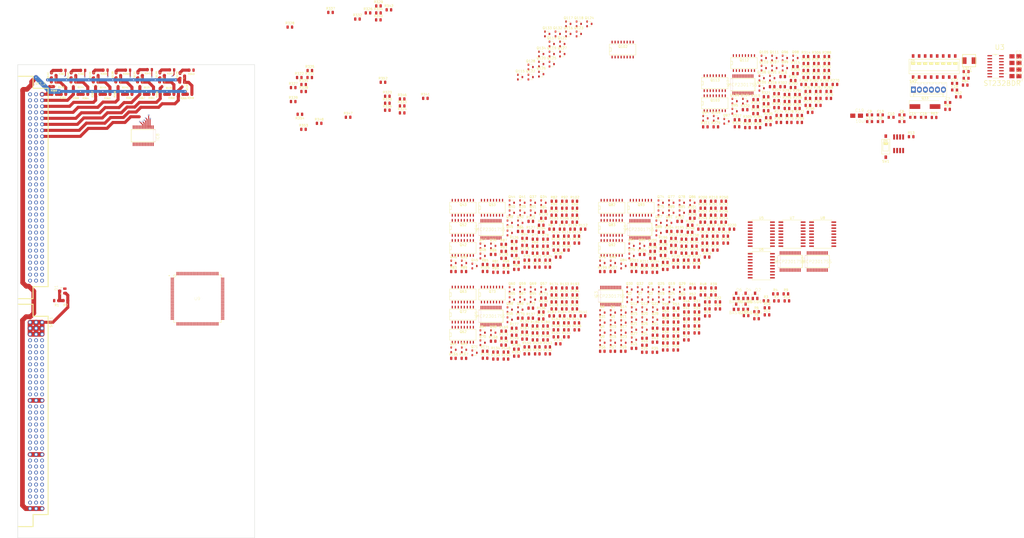
<source format=kicad_pcb>
(kicad_pcb (version 20171130) (host pcbnew 5.1.4-3.fc30)
  (layers (0 F.Cu signal) (1 In1.Cu signal hide) (2 In2.Cu signal) (31 B.Cu signal) (34 B.Paste user) (35 F.Paste user) (36 B.SilkS user) (37 F.SilkS user) (38 B.Mask user) (39 F.Mask user) (44 Edge.Cuts user))
  (net 0 "")
  (net 1 +5V)
  (net 2 "Net-(C1-Pad1)")
  (net 3 GND)
  (net 4 "/RS232 Communication Node/N$31")
  (net 5 "/RS232 Communication Node/N$27")
  (net 6 "/RS232 Communication Node/N$28")
  (net 7 "/RS232 Communication Node/N$30")
  (net 8 "/RS232 Communication Node/N$29")
  (net 9 "Net-(C5-Pad1)")
  (net 10 VDD3.3)
  (net 11 "/Processor Control Unit/OSC0")
  (net 12 "/Processor Control Unit/OSC1")
  (net 13 "Net-(C17-Pad2)")
  (net 14 "/Analogue Inputs/AD0")
  (net 15 "Net-(D1-Pad2)")
  (net 16 "/Analogue Inputs/AD1")
  (net 17 "Net-(D2-Pad2)")
  (net 18 "/Analogue Inputs/AD2")
  (net 19 "Net-(D3-Pad2)")
  (net 20 "Net-(D4-Pad2)")
  (net 21 "/Analogue Inputs/AD3")
  (net 22 "Net-(D5-Pad2)")
  (net 23 "/Analogue Inputs/AD4")
  (net 24 "Net-(D6-Pad2)")
  (net 25 "/Analogue Inputs/AD5")
  (net 26 "/Open Collector Buffered Outputs/OCB_OUT_7")
  (net 27 "/Open Collector Buffered Outputs/OCB_OUT_6")
  (net 28 "/Open Collector Buffered Outputs/OCB_OUT_5")
  (net 29 "/Open Collector Buffered Outputs/OCB_OUT_4")
  (net 30 "/Open Collector Buffered Outputs/OCB_OUT_3")
  (net 31 "/Open Collector Buffered Outputs/OCB_OUT_2")
  (net 32 "/Open Collector Buffered Outputs/OCB_OUT_1")
  (net 33 "/Open Collector Buffered Outputs/OCB_OUT_0")
  (net 34 "Net-(IC1-Pad20)")
  (net 35 "Net-(IC1-Pad19)")
  (net 36 "/Open Collector Buffered Outputs/SDA")
  (net 37 "/Open Collector Buffered Outputs/SCL")
  (net 38 "/Open Collector Buffered Outputs/OCB_OUT_15")
  (net 39 "/Open Collector Buffered Outputs/OCB_OUT_14")
  (net 40 "/Open Collector Buffered Outputs/OCB_OUT_13")
  (net 41 "/Open Collector Buffered Outputs/OCB_OUT_12")
  (net 42 "/Open Collector Buffered Outputs/OCB_OUT_11")
  (net 43 "/Open Collector Buffered Outputs/OCB_OUT_10")
  (net 44 "/Open Collector Buffered Outputs/OCB_OUT_9")
  (net 45 "/Open Collector Buffered Outputs/OCB_OUT_8")
  (net 46 "/Open Collector Buffered Outputs/OCB_OUT_23")
  (net 47 "/Open Collector Buffered Outputs/OCB_OUT_22")
  (net 48 "/Open Collector Buffered Outputs/OCB_OUT_21")
  (net 49 "/Open Collector Buffered Outputs/OCB_OUT_20")
  (net 50 "/Open Collector Buffered Outputs/OCB_OUT_19")
  (net 51 "/Open Collector Buffered Outputs/OCB_OUT_18")
  (net 52 "/Open Collector Buffered Outputs/OCB_OUT_17")
  (net 53 "/Open Collector Buffered Outputs/OCB_OUT_16")
  (net 54 "Net-(IC2-Pad20)")
  (net 55 "Net-(IC2-Pad19)")
  (net 56 "/Open Collector Buffered Outputs/OCB_OUT_31")
  (net 57 "/Open Collector Buffered Outputs/OCB_OUT_30")
  (net 58 "/Open Collector Buffered Outputs/OCB_OUT_29")
  (net 59 "/Open Collector Buffered Outputs/OCB_OUT_28")
  (net 60 "/Open Collector Buffered Outputs/OCB_OUT_27")
  (net 61 "/Open Collector Buffered Outputs/OCB_OUT_26")
  (net 62 "/Open Collector Buffered Outputs/OCB_OUT_25")
  (net 63 "/Open Collector Buffered Outputs/OCB_OUT_24")
  (net 64 "/Transistor buffered output 1/T8")
  (net 65 "/Transistor buffered output 1/T9")
  (net 66 "/Transistor buffered output 1/T10")
  (net 67 "/Transistor buffered output 1/T11")
  (net 68 "/Transistor buffered output 1/T12")
  (net 69 "/Transistor buffered output 1/T13")
  (net 70 "/Transistor buffered output 1/T14")
  (net 71 "/Transistor buffered output 1/T15")
  (net 72 "Net-(IC3-Pad19)")
  (net 73 "Net-(IC3-Pad20)")
  (net 74 "/Transistor buffered output 1/T0")
  (net 75 "/Transistor buffered output 1/T1")
  (net 76 "/Transistor buffered output 1/T2")
  (net 77 "/Transistor buffered output 1/T3")
  (net 78 "/Transistor buffered output 1/T4")
  (net 79 "/Transistor buffered output 1/T5")
  (net 80 "/Transistor buffered output 1/T6")
  (net 81 "/Transistor buffered output 1/T7")
  (net 82 "/Opto Isolated Inputs 2/CH8")
  (net 83 "/Opto Isolated Inputs 2/CH9")
  (net 84 "/Opto Isolated Inputs 2/CH10")
  (net 85 "/Opto Isolated Inputs 2/CH11")
  (net 86 "/Opto Isolated Inputs 2/CH12")
  (net 87 "/Opto Isolated Inputs 2/CH13")
  (net 88 "/Opto Isolated Inputs 2/CH14")
  (net 89 "/Opto Isolated Inputs 2/CH15")
  (net 90 VDD5.0)
  (net 91 "/Opto Isolated Inputs 2/INT")
  (net 92 "/Opto Isolated Inputs 2/CH0")
  (net 93 "/Opto Isolated Inputs 2/CH1")
  (net 94 "/Opto Isolated Inputs 2/CH2")
  (net 95 "/Opto Isolated Inputs 2/CH3")
  (net 96 "/Opto Isolated Inputs 2/CH4")
  (net 97 "/Opto Isolated Inputs 2/CH5")
  (net 98 "/Opto Isolated Inputs 2/CH6")
  (net 99 "/Opto Isolated Inputs 2/CH7")
  (net 100 "/Opto Isolated Inputs 3/CH7")
  (net 101 "/Opto Isolated Inputs 3/CH6")
  (net 102 "/Opto Isolated Inputs 3/CH5")
  (net 103 "/Opto Isolated Inputs 3/CH4")
  (net 104 "/Opto Isolated Inputs 3/CH3")
  (net 105 "/Opto Isolated Inputs 3/CH2")
  (net 106 "/Opto Isolated Inputs 3/CH1")
  (net 107 "/Opto Isolated Inputs 3/CH0")
  (net 108 "/Opto Isolated Inputs 3/INT")
  (net 109 "/Opto Isolated Inputs 3/CH15")
  (net 110 "/Opto Isolated Inputs 3/CH14")
  (net 111 "/Opto Isolated Inputs 3/CH13")
  (net 112 "/Opto Isolated Inputs 3/CH12")
  (net 113 "/Opto Isolated Inputs 3/CH11")
  (net 114 "/Opto Isolated Inputs 3/CH10")
  (net 115 "/Opto Isolated Inputs 3/CH9")
  (net 116 "/Opto Isolated Inputs 3/CH8")
  (net 117 "/Opto Isolated Inputs 4/CH7")
  (net 118 "/Opto Isolated Inputs 4/CH6")
  (net 119 "/Opto Isolated Inputs 4/CH5")
  (net 120 "/Opto Isolated Inputs 4/CH4")
  (net 121 "/Opto Isolated Inputs 4/CH3")
  (net 122 "/Opto Isolated Inputs 4/CH2")
  (net 123 "/Opto Isolated Inputs 4/CH1")
  (net 124 "/Opto Isolated Inputs 4/CH0")
  (net 125 "/Opto Isolated Inputs 4/INT")
  (net 126 "/Opto Isolated Inputs 4/CH15")
  (net 127 "/Opto Isolated Inputs 4/CH14")
  (net 128 "/Opto Isolated Inputs 4/CH13")
  (net 129 "/Opto Isolated Inputs 4/CH12")
  (net 130 "/Opto Isolated Inputs 4/CH11")
  (net 131 "/Opto Isolated Inputs 4/CH10")
  (net 132 "/Opto Isolated Inputs 4/CH9")
  (net 133 "/Opto Isolated Inputs 4/CH8")
  (net 134 "/Opto Isolated Inputs 1/CH8")
  (net 135 "/Opto Isolated Inputs 1/CH9")
  (net 136 "/Opto Isolated Inputs 1/CH10")
  (net 137 "/Opto Isolated Inputs 1/CH11")
  (net 138 "/Opto Isolated Inputs 1/CH12")
  (net 139 "/Opto Isolated Inputs 1/CH13")
  (net 140 "/Opto Isolated Inputs 1/CH14")
  (net 141 "/Opto Isolated Inputs 1/CH15")
  (net 142 "/Opto Isolated Inputs 1/INT")
  (net 143 "/Opto Isolated Inputs 1/CH0")
  (net 144 "/Opto Isolated Inputs 1/CH1")
  (net 145 "/Opto Isolated Inputs 1/CH2")
  (net 146 "/Opto Isolated Inputs 1/CH3")
  (net 147 "/Opto Isolated Inputs 1/CH4")
  (net 148 "/Opto Isolated Inputs 1/CH5")
  (net 149 "/Opto Isolated Inputs 1/CH6")
  (net 150 "/Opto Isolated Inputs 1/CH7")
  (net 151 "/Transistor buffered output 2/T8")
  (net 152 "/Transistor buffered output 2/T9")
  (net 153 "/Transistor buffered output 2/T10")
  (net 154 "/Transistor buffered output 2/T11")
  (net 155 "/Transistor buffered output 2/T12")
  (net 156 "/Transistor buffered output 2/T13")
  (net 157 "/Transistor buffered output 2/T14")
  (net 158 "/Transistor buffered output 2/T15")
  (net 159 "Net-(IC8-Pad19)")
  (net 160 "Net-(IC8-Pad20)")
  (net 161 "/Transistor buffered output 2/T0")
  (net 162 "/Transistor buffered output 2/T1")
  (net 163 "/Transistor buffered output 2/T2")
  (net 164 "/Transistor buffered output 2/T3")
  (net 165 "/Transistor buffered output 2/T4")
  (net 166 "/Transistor buffered output 2/T5")
  (net 167 "/Transistor buffered output 2/T6")
  (net 168 "/Transistor buffered output 2/T7")
  (net 169 "Net-(Q1-Pad3)")
  (net 170 "Net-(Q1-Pad2)")
  (net 171 "Net-(Q2-Pad2)")
  (net 172 "Net-(Q2-Pad3)")
  (net 173 "Net-(Q3-Pad2)")
  (net 174 "Net-(Q3-Pad3)")
  (net 175 "Net-(Q10-Pad3)")
  (net 176 "Net-(Q4-Pad3)")
  (net 177 "Net-(Q11-Pad3)")
  (net 178 "Net-(Q5-Pad3)")
  (net 179 "Net-(Q12-Pad3)")
  (net 180 "Net-(Q6-Pad3)")
  (net 181 /OUT-33)
  (net 182 /OUT-34)
  (net 183 /OUT-35)
  (net 184 /OUT-36)
  (net 185 /OUT-37)
  (net 186 /OUT-38)
  (net 187 "Net-(Q13-Pad3)")
  (net 188 "Net-(Q13-Pad2)")
  (net 189 "Net-(Q14-Pad2)")
  (net 190 "Net-(Q14-Pad3)")
  (net 191 "Net-(Q15-Pad2)")
  (net 192 "Net-(Q15-Pad3)")
  (net 193 "Net-(Q16-Pad3)")
  (net 194 "Net-(Q16-Pad2)")
  (net 195 "Net-(Q17-Pad2)")
  (net 196 "Net-(Q17-Pad3)")
  (net 197 "Net-(Q18-Pad2)")
  (net 198 "Net-(Q18-Pad3)")
  (net 199 /OUT-39)
  (net 200 /OUT-40)
  (net 201 /OUT-41)
  (net 202 /OUT-42)
  (net 203 /OUT-43)
  (net 204 /OUT-44)
  (net 205 "Net-(Q25-Pad2)")
  (net 206 "Net-(Q25-Pad3)")
  (net 207 "Net-(Q26-Pad2)")
  (net 208 "Net-(Q26-Pad3)")
  (net 209 "Net-(Q27-Pad2)")
  (net 210 "Net-(Q27-Pad3)")
  (net 211 "Net-(Q28-Pad2)")
  (net 212 "Net-(Q28-Pad3)")
  (net 213 /OUT-45)
  (net 214 /OUT-46)
  (net 215 /OUT-47)
  (net 216 /OUT-48)
  (net 217 "Net-(Q34-Pad3)")
  (net 218 "Net-(Q34-Pad2)")
  (net 219 "Net-(Q35-Pad2)")
  (net 220 "Net-(Q35-Pad3)")
  (net 221 "Net-(Q36-Pad3)")
  (net 222 "Net-(Q36-Pad2)")
  (net 223 "Net-(Q37-Pad3)")
  (net 224 "Net-(Q37-Pad2)")
  (net 225 "Net-(Q38-Pad2)")
  (net 226 "Net-(Q38-Pad3)")
  (net 227 "Net-(Q39-Pad2)")
  (net 228 "Net-(Q39-Pad3)")
  (net 229 "Net-(Q40-Pad3)")
  (net 230 "Net-(Q40-Pad2)")
  (net 231 "Net-(Q41-Pad3)")
  (net 232 "Net-(Q41-Pad2)")
  (net 233 "Net-(Q42-Pad7)")
  (net 234 "Net-(Q42-Pad5)")
  (net 235 "Net-(Q42-Pad3)")
  (net 236 "Net-(Q42-Pad1)")
  (net 237 "Net-(Q43-Pad7)")
  (net 238 "Net-(Q43-Pad5)")
  (net 239 "Net-(Q43-Pad3)")
  (net 240 "Net-(Q43-Pad1)")
  (net 241 "Net-(Q44-Pad2)")
  (net 242 "Net-(Q44-Pad3)")
  (net 243 "Net-(Q45-Pad2)")
  (net 244 "Net-(Q45-Pad3)")
  (net 245 "Net-(Q46-Pad2)")
  (net 246 "Net-(Q46-Pad3)")
  (net 247 "Net-(Q47-Pad3)")
  (net 248 "Net-(Q47-Pad2)")
  (net 249 "Net-(Q48-Pad3)")
  (net 250 "Net-(Q48-Pad2)")
  (net 251 "Net-(Q49-Pad2)")
  (net 252 "Net-(Q49-Pad3)")
  (net 253 "Net-(Q50-Pad2)")
  (net 254 "Net-(Q50-Pad3)")
  (net 255 "Net-(Q51-Pad3)")
  (net 256 "Net-(Q51-Pad2)")
  (net 257 "Net-(Q52-Pad1)")
  (net 258 "Net-(Q52-Pad3)")
  (net 259 "Net-(Q52-Pad5)")
  (net 260 "Net-(Q52-Pad7)")
  (net 261 "Net-(Q53-Pad1)")
  (net 262 "Net-(Q53-Pad3)")
  (net 263 "Net-(Q53-Pad5)")
  (net 264 "Net-(Q53-Pad7)")
  (net 265 "Net-(Q54-Pad2)")
  (net 266 "Net-(Q54-Pad3)")
  (net 267 "Net-(Q55-Pad2)")
  (net 268 "Net-(Q55-Pad3)")
  (net 269 "Net-(Q56-Pad3)")
  (net 270 "Net-(Q56-Pad2)")
  (net 271 "Net-(Q57-Pad3)")
  (net 272 "Net-(Q57-Pad2)")
  (net 273 "Net-(Q58-Pad2)")
  (net 274 "Net-(Q58-Pad3)")
  (net 275 "Net-(Q59-Pad2)")
  (net 276 "Net-(Q59-Pad3)")
  (net 277 "Net-(Q60-Pad3)")
  (net 278 "Net-(Q60-Pad2)")
  (net 279 "Net-(Q61-Pad3)")
  (net 280 "Net-(Q61-Pad2)")
  (net 281 "Net-(Q62-Pad7)")
  (net 282 "Net-(Q62-Pad5)")
  (net 283 "Net-(Q62-Pad3)")
  (net 284 "Net-(Q62-Pad1)")
  (net 285 "Net-(Q63-Pad1)")
  (net 286 "Net-(Q63-Pad3)")
  (net 287 "Net-(Q63-Pad5)")
  (net 288 "Net-(Q63-Pad7)")
  (net 289 "Net-(Q64-Pad3)")
  (net 290 "Net-(Q64-Pad2)")
  (net 291 "Net-(Q65-Pad2)")
  (net 292 "Net-(Q65-Pad3)")
  (net 293 "Net-(Q66-Pad3)")
  (net 294 "Net-(Q66-Pad2)")
  (net 295 "Net-(Q67-Pad3)")
  (net 296 "Net-(Q67-Pad2)")
  (net 297 "Net-(Q68-Pad2)")
  (net 298 "Net-(Q68-Pad3)")
  (net 299 "Net-(Q69-Pad2)")
  (net 300 "Net-(Q69-Pad3)")
  (net 301 "Net-(Q70-Pad3)")
  (net 302 "Net-(Q70-Pad2)")
  (net 303 "Net-(Q71-Pad3)")
  (net 304 "Net-(Q71-Pad2)")
  (net 305 "Net-(Q72-Pad1)")
  (net 306 "Net-(Q72-Pad3)")
  (net 307 "Net-(Q72-Pad5)")
  (net 308 "Net-(Q72-Pad7)")
  (net 309 "Net-(Q73-Pad7)")
  (net 310 "Net-(Q73-Pad5)")
  (net 311 "Net-(Q73-Pad3)")
  (net 312 "Net-(Q73-Pad1)")
  (net 313 "Net-(Q74-Pad3)")
  (net 314 "Net-(Q74-Pad2)")
  (net 315 "Net-(Q75-Pad3)")
  (net 316 "Net-(Q75-Pad2)")
  (net 317 "Net-(Q76-Pad2)")
  (net 318 "Net-(Q76-Pad3)")
  (net 319 "Net-(Q77-Pad2)")
  (net 320 "Net-(Q77-Pad3)")
  (net 321 "Net-(Q78-Pad3)")
  (net 322 "Net-(Q78-Pad2)")
  (net 323 "Net-(Q79-Pad2)")
  (net 324 "Net-(Q79-Pad3)")
  (net 325 "Net-(Q80-Pad2)")
  (net 326 "Net-(Q80-Pad3)")
  (net 327 "Net-(Q81-Pad2)")
  (net 328 "Net-(Q81-Pad3)")
  (net 329 "Net-(Q82-Pad1)")
  (net 330 "Net-(Q82-Pad3)")
  (net 331 "Net-(Q82-Pad5)")
  (net 332 "Net-(Q82-Pad7)")
  (net 333 "Net-(Q83-Pad1)")
  (net 334 "Net-(Q83-Pad3)")
  (net 335 "Net-(Q83-Pad5)")
  (net 336 "Net-(Q83-Pad7)")
  (net 337 "Net-(Q84-Pad2)")
  (net 338 "Net-(Q84-Pad3)")
  (net 339 "Net-(Q85-Pad3)")
  (net 340 "Net-(Q85-Pad2)")
  (net 341 "Net-(Q86-Pad2)")
  (net 342 "Net-(Q86-Pad3)")
  (net 343 "Net-(Q87-Pad3)")
  (net 344 "Net-(Q87-Pad2)")
  (net 345 "Net-(Q88-Pad2)")
  (net 346 "Net-(Q88-Pad3)")
  (net 347 "Net-(Q89-Pad3)")
  (net 348 "Net-(Q89-Pad2)")
  (net 349 "Net-(Q90-Pad2)")
  (net 350 "Net-(Q90-Pad3)")
  (net 351 "Net-(Q91-Pad3)")
  (net 352 "Net-(Q91-Pad2)")
  (net 353 "Net-(Q92-Pad7)")
  (net 354 "Net-(Q92-Pad5)")
  (net 355 "Net-(Q92-Pad3)")
  (net 356 "Net-(Q92-Pad1)")
  (net 357 "Net-(Q93-Pad7)")
  (net 358 "Net-(Q93-Pad5)")
  (net 359 "Net-(Q93-Pad3)")
  (net 360 "Net-(Q93-Pad1)")
  (net 361 "Net-(Q94-Pad3)")
  (net 362 "Net-(Q102-Pad2)")
  (net 363 "Net-(Q95-Pad3)")
  (net 364 "Net-(Q103-Pad2)")
  (net 365 "Net-(Q102-Pad4)")
  (net 366 "Net-(Q96-Pad3)")
  (net 367 "Net-(Q97-Pad3)")
  (net 368 "Net-(Q103-Pad4)")
  (net 369 "Net-(Q98-Pad3)")
  (net 370 "Net-(Q102-Pad6)")
  (net 371 "Net-(Q99-Pad3)")
  (net 372 "Net-(Q103-Pad6)")
  (net 373 "Net-(Q100-Pad2)")
  (net 374 "Net-(Q100-Pad3)")
  (net 375 "Net-(Q101-Pad3)")
  (net 376 "Net-(Q101-Pad2)")
  (net 377 "Net-(Q102-Pad1)")
  (net 378 "Net-(Q102-Pad3)")
  (net 379 "Net-(Q102-Pad5)")
  (net 380 "Net-(Q102-Pad7)")
  (net 381 "Net-(Q103-Pad1)")
  (net 382 "Net-(Q103-Pad3)")
  (net 383 "Net-(Q103-Pad5)")
  (net 384 "Net-(Q103-Pad7)")
  (net 385 "Net-(Q104-Pad2)")
  (net 386 "Net-(Q104-Pad3)")
  (net 387 "Net-(Q105-Pad3)")
  (net 388 "Net-(Q105-Pad2)")
  (net 389 "Net-(Q106-Pad3)")
  (net 390 "Net-(Q106-Pad2)")
  (net 391 "Net-(Q107-Pad2)")
  (net 392 "Net-(Q107-Pad3)")
  (net 393 "Net-(Q108-Pad3)")
  (net 394 "Net-(Q108-Pad2)")
  (net 395 "Net-(Q109-Pad3)")
  (net 396 "Net-(Q109-Pad2)")
  (net 397 "Net-(Q110-Pad3)")
  (net 398 "Net-(Q110-Pad2)")
  (net 399 "Net-(Q111-Pad3)")
  (net 400 "Net-(Q111-Pad2)")
  (net 401 "Net-(Q112-Pad7)")
  (net 402 "Net-(Q112-Pad5)")
  (net 403 "Net-(Q112-Pad3)")
  (net 404 "Net-(Q112-Pad1)")
  (net 405 "Net-(Q113-Pad7)")
  (net 406 "Net-(Q113-Pad5)")
  (net 407 "Net-(Q113-Pad3)")
  (net 408 "Net-(Q113-Pad1)")
  (net 409 "Net-(Q114-Pad2)")
  (net 410 "Net-(Q114-Pad3)")
  (net 411 "Net-(Q115-Pad3)")
  (net 412 "Net-(Q115-Pad2)")
  (net 413 "Net-(Q116-Pad3)")
  (net 414 "Net-(Q116-Pad2)")
  (net 415 "Net-(Q117-Pad3)")
  (net 416 "Net-(Q117-Pad2)")
  (net 417 "Net-(Q118-Pad3)")
  (net 418 "Net-(Q118-Pad2)")
  (net 419 "Net-(Q119-Pad2)")
  (net 420 "Net-(Q119-Pad3)")
  (net 421 /OUT-49)
  (net 422 /OUT-50)
  (net 423 /OUT-51)
  (net 424 /OUT-52)
  (net 425 /OUT-53)
  (net 426 /OUT-54)
  (net 427 "Net-(Q126-Pad3)")
  (net 428 "Net-(Q126-Pad2)")
  (net 429 "Net-(Q127-Pad3)")
  (net 430 "Net-(Q127-Pad2)")
  (net 431 "Net-(Q128-Pad3)")
  (net 432 "Net-(Q128-Pad2)")
  (net 433 "Net-(Q129-Pad3)")
  (net 434 "Net-(Q129-Pad2)")
  (net 435 "Net-(Q130-Pad2)")
  (net 436 "Net-(Q130-Pad3)")
  (net 437 "Net-(Q131-Pad2)")
  (net 438 "Net-(Q131-Pad3)")
  (net 439 /OUT-55)
  (net 440 /OUT-56)
  (net 441 /OUT-57)
  (net 442 /OUT-58)
  (net 443 /OUT-59)
  (net 444 /OUT-60)
  (net 445 "Net-(Q138-Pad2)")
  (net 446 "Net-(Q138-Pad3)")
  (net 447 "Net-(Q139-Pad2)")
  (net 448 "Net-(Q139-Pad3)")
  (net 449 "Net-(Q140-Pad2)")
  (net 450 "Net-(Q140-Pad3)")
  (net 451 "Net-(Q141-Pad2)")
  (net 452 "Net-(Q141-Pad3)")
  (net 453 /OUT-61)
  (net 454 /OUT-62)
  (net 455 /OUT-63)
  (net 456 /OUT-64)
  (net 457 /ADC1)
  (net 458 /ADC2)
  (net 459 /ADC3)
  (net 460 /ADC4)
  (net 461 /ADC5)
  (net 462 /ADC6)
  (net 463 "Net-(R13-Pad2)")
  (net 464 /RS485_P)
  (net 465 +24V)
  (net 466 "/Processor Control Unit/MCLR")
  (net 467 "/Processor Control Unit/SDA")
  (net 468 "/Processor Control Unit/SCL")
  (net 469 /IN-16)
  (net 470 /IN-25)
  (net 471 /IN-18)
  (net 472 /IN-26)
  (net 473 /IN-19)
  (net 474 /IN-27)
  (net 475 /IN-21)
  (net 476 /IN-29)
  (net 477 /IN-22)
  (net 478 /IN-30)
  (net 479 /IN-23)
  (net 480 /IN-31)
  (net 481 /IN-32)
  (net 482 /IN-41)
  (net 483 /IN-34)
  (net 484 /IN-42)
  (net 485 /IN-35)
  (net 486 /IN-43)
  (net 487 /IN-37)
  (net 488 /IN-45)
  (net 489 /IN-38)
  (net 490 /IN-46)
  (net 491 /IN-39)
  (net 492 /IN-47)
  (net 493 /IN-48)
  (net 494 /IN-57)
  (net 495 /IN-50)
  (net 496 /IN-58)
  (net 497 /IN-51)
  (net 498 /IN-59)
  (net 499 /IN-53)
  (net 500 /IN-61)
  (net 501 /IN-54)
  (net 502 /IN-62)
  (net 503 /IN-55)
  (net 504 /IN-63)
  (net 505 /IN-0)
  (net 506 /IN-9)
  (net 507 /IN-2)
  (net 508 /IN-10)
  (net 509 /IN-3)
  (net 510 /IN-11)
  (net 511 /IN-5)
  (net 512 /IN-13)
  (net 513 /IN-6)
  (net 514 /IN-14)
  (net 515 /IN-7)
  (net 516 /IN-15)
  (net 517 "/Processor Control Unit/PGED")
  (net 518 "/Processor Control Unit/PGEC")
  (net 519 "Net-(S2-Pad6)")
  (net 520 /RS485_N)
  (net 521 "Net-(SW2-Pad9)")
  (net 522 "Net-(SW2-Pad10)")
  (net 523 "Net-(SW2-Pad11)")
  (net 524 "Net-(SW2-Pad12)")
  (net 525 "Net-(SW2-Pad13)")
  (net 526 "Net-(SW2-Pad14)")
  (net 527 "Net-(SW2-Pad15)")
  (net 528 "Net-(SW2-Pad16)")
  (net 529 +3V3)
  (net 530 /CAN_P)
  (net 531 /CAN_N)
  (net 532 /USB_D-)
  (net 533 /USB_D+)
  (net 534 /OUT-22)
  (net 535 /OUT-26)
  (net 536 /OUT-14)
  (net 537 /OUT-27)
  (net 538 /OUT-31)
  (net 539 /OUT-10)
  (net 540 /OUT-16)
  (net 541 /OUT-9)
  (net 542 /OUT-5)
  (net 543 /OUT-8)
  (net 544 /OUT-20)
  (net 545 /OUT-6)
  (net 546 /OUT-21)
  (net 547 /OUT-1)
  (net 548 /OUT-2)
  (net 549 /OUT-30)
  (net 550 /OUT-17)
  (net 551 /OUT-29)
  (net 552 /OUT-32)
  (net 553 /OUT-7)
  (net 554 /OUT-28)
  (net 555 /OUT-12)
  (net 556 /OUT-4)
  (net 557 /OUT-3)
  (net 558 /OUT-11)
  (net 559 /OUT-19)
  (net 560 /OUT-18)
  (net 561 /OUT-13)
  (net 562 /OUT-25)
  (net 563 /OUT-23)
  (net 564 /OUT-24)
  (net 565 "/RS232 Communication Node/232-~CTS~")
  (net 566 "/RS232 Communication Node/232-TX")
  (net 567 "/RS232 Communication Node/232-~RTS~")
  (net 568 "/RS232 Communication Node/232-RX")
  (net 569 "/Processor Control Unit/232-~CTS~")
  (net 570 "/Processor Control Unit/232-~RTS~")
  (net 571 "/Processor Control Unit/232-TX")
  (net 572 "/Processor Control Unit/232-RX")
  (net 573 "/Processor Control Unit/485-FAULT")
  (net 574 "/Processor Control Unit/485-RX")
  (net 575 "/Processor Control Unit/485-RX_TX_Enable")
  (net 576 "/Processor Control Unit/485-TX")
  (net 577 /OUT-15)
  (net 578 "Net-(U9-Pad1)")
  (net 579 "Net-(U9-Pad2)")
  (net 580 "Net-(U9-Pad3)")
  (net 581 "Net-(U9-Pad4)")
  (net 582 "Net-(U9-Pad5)")
  (net 583 "Net-(U9-Pad6)")
  (net 584 "Net-(U9-Pad9)")
  (net 585 "Net-(U9-Pad10)")
  (net 586 "Net-(U9-Pad11)")
  (net 587 "Net-(U9-Pad12)")
  (net 588 "Net-(U9-Pad13)")
  (net 589 "Net-(U9-Pad19)")
  (net 590 "Net-(U9-Pad21)")
  (net 591 "Net-(U9-Pad22)")
  (net 592 "Net-(U9-Pad24)")
  (net 593 "Net-(U9-Pad25)")
  (net 594 "Net-(U9-Pad27)")
  (net 595 "Net-(U9-Pad28)")
  (net 596 "Net-(U9-Pad29)")
  (net 597 "Net-(U9-Pad30)")
  (net 598 "Net-(U9-Pad39)")
  (net 599 "Net-(U9-Pad40)")
  (net 600 "Net-(U9-Pad47)")
  (net 601 "Net-(U9-Pad48)")
  (net 602 "Net-(U9-Pad50)")
  (net 603 "Net-(U9-Pad51)")
  (net 604 "Net-(U9-Pad52)")
  (net 605 "Net-(U9-Pad53)")
  (net 606 "Net-(U9-Pad56)")
  (net 607 "Net-(U9-Pad57)")
  (net 608 "Net-(U9-Pad58)")
  (net 609 "Net-(U9-Pad59)")
  (net 610 "Net-(U9-Pad60)")
  (net 611 "Net-(U9-Pad69)")
  (net 612 "Net-(U9-Pad70)")
  (net 613 "Net-(U9-Pad78)")
  (net 614 "Net-(U9-Pad81)")
  (net 615 "Net-(U9-Pad82)")
  (net 616 "Net-(U9-Pad83)")
  (net 617 "Net-(U9-Pad84)")
  (net 618 "Net-(U9-Pad85)")
  (net 619 "Net-(U9-Pad86)")
  (net 620 "Net-(U9-Pad87)")
  (net 621 "Net-(U9-Pad90)")
  (net 622 "Net-(U9-Pad91)")
  (net 623 "Net-(U9-Pad92)")
  (net 624 "Net-(U9-Pad93)")
  (net 625 "Net-(U9-Pad94)")
  (net 626 "Net-(U9-Pad97)")
  (net 627 "Net-(U9-Pad100)")
  (net 628 "Net-(U9-Pad101)")
  (net 629 "Net-(U9-Pad102)")
  (net 630 "Net-(U9-Pad103)")
  (net 631 "Net-(U9-Pad104)")
  (net 632 "Net-(U9-Pad109)")
  (net 633 "Net-(U9-Pad110)")
  (net 634 "Net-(U9-Pad111)")
  (net 635 "Net-(U9-Pad112)")
  (net 636 "Net-(U9-Pad113)")
  (net 637 "Net-(U9-Pad114)")
  (net 638 "Net-(U9-Pad115)")
  (net 639 "Net-(U9-Pad116)")
  (net 640 "Net-(U9-Pad117)")
  (net 641 "Net-(U9-Pad118)")
  (net 642 "Net-(U9-Pad119)")
  (net 643 "Net-(U9-Pad120)")
  (net 644 "Net-(U9-Pad121)")
  (net 645 "Net-(U9-Pad124)")
  (net 646 "Net-(U9-Pad125)")
  (net 647 "Net-(U9-Pad126)")
  (net 648 "Net-(U9-Pad127)")
  (net 649 "Net-(U9-Pad128)")
  (net 650 "Net-(U9-Pad129)")
  (net 651 "Net-(U9-Pad130)")
  (net 652 "Net-(U9-Pad131)")
  (net 653 "Net-(U9-Pad132)")
  (net 654 "Net-(U9-Pad133)")
  (net 655 "Net-(U9-Pad134)")
  (net 656 "Net-(U9-Pad135)")
  (net 657 "Net-(U9-Pad138)")
  (net 658 "Net-(U9-Pad139)")
  (net 659 "Net-(U9-Pad140)")
  (net 660 "Net-(U9-Pad141)")
  (net 661 "Net-(U9-Pad142)")
  (net 662 "Net-(U9-Pad143)")
  (net 663 "Net-(U9-Pad144)")
  (net 664 /IN-24)
  (net 665 /IN-17)
  (net 666 /IN-20)
  (net 667 /IN-28)
  (net 668 /IN-40)
  (net 669 /IN-33)
  (net 670 /IN-36)
  (net 671 /IN-44)
  (net 672 /IN-56)
  (net 673 /IN-49)
  (net 674 /IN-52)
  (net 675 /IN-60)
  (net 676 /IN-8)
  (net 677 /IN-1)
  (net 678 /IN-4)
  (net 679 /IN-12)
  (net 680 "Net-(SKT_1-Pada28)")
  (net 681 "Net-(SKT_1-Pada29)")
  (net 682 "Net-(SKT_1-Padc24)")
  (net 683 "Net-(SKT_1-Padc23)")
  (net 684 "Net-(SKT_1-Padc25)")
  (net 685 "Net-(SKT_1-Padc27)")
  (net 686 "Net-(SKT_1-Padc26)")
  (net 687 "Net-(SKT_1-Padc22)")
  (net 688 "Net-(SKT_2-Pada32)")
  (net 689 "Net-(SKT_2-Pada31)")
  (net 690 "Net-(SKT_2-Pada30)")
  (net 691 "Net-(SKT_2-Pada29)")
  (net 692 "Net-(SKT_2-Pada28)")
  (net 693 "Net-(SKT_2-Pada27)")
  (net 694 "Net-(SKT_2-Pada26)")
  (net 695 "Net-(SKT_2-Pada25)")
  (net 696 "Net-(SKT_2-Pada24)")
  (net 697 "Net-(SKT_2-Pada23)")
  (net 698 "Net-(SKT_2-Pada22)")
  (net 699 "Net-(SKT_2-Pada21)")
  (net 700 "Net-(SKT_2-Pada20)")
  (net 701 "Net-(SKT_2-Pada19)")
  (net 702 "Net-(SKT_2-Pada18)")
  (net 703 "Net-(SKT_2-Pada13)")
  (net 704 "Net-(SKT_2-Pada12)")
  (net 705 "Net-(SKT_2-Pada11)")
  (net 706 "Net-(SKT_2-Pada10)")
  (net 707 "Net-(SKT_2-Pada9)")
  (net 708 "Net-(SKT_2-Pada8)")
  (net 709 "Net-(SKT_2-Pada7)")
  (module Connector_Pancon:Pancon_100_3x32_P2.54mm_RightAngled_Male_PCB (layer F.Cu) (at 125.222 131.2418 270)
    (fp_text reference SKT_2 (at -83.2358 -4.318 180) (layer F.SilkS))
    (fp_text value Conn_03x32_MountingPin_Pancon_RightAngled_Male)
    (pad "" np_thru_hole circle (at 5.08 2.54 270) (size 2.8 2.8) (drill 2.8) (layers *.Cu *.Mask))
    (pad "" np_thru_hole circle (at -83.82 2.54 270) (size 2.8 2.8) (drill 2.8) (layers *.Cu *.Mask))
    (pad c22 thru_hole circle (at -53.34 -5.08 270) (size 1.6 1.6) (drill 1) (layers *.Mask F.Cu) (net 426 /OUT-54))
    (pad c26 thru_hole circle (at -63.5 -5.08 270) (size 1.6 1.6) (drill 1) (layers *.Mask F.Cu) (net 442 /OUT-58))
    (pad c15 thru_hole circle (at -35.56 -5.08 270) (size 1.6 1.6) (drill 1) (layers *.Mask F.Cu) (net 215 /OUT-47))
    (pad c14 thru_hole circle (at -33.02 -5.08 270) (size 1.6 1.6) (drill 1) (layers *.Mask F.Cu) (net 214 /OUT-46))
    (pad c27 thru_hole circle (at -66.04 -5.08 270) (size 1.6 1.6) (drill 1) (layers *.Mask F.Cu) (net 443 /OUT-59))
    (pad c31 thru_hole circle (at -76.2 -5.08 270) (size 1.6 1.6) (drill 1) (layers *.Mask F.Cu) (net 455 /OUT-63))
    (pad c10 thru_hole circle (at -22.86 -5.08 270) (size 1.6 1.6) (drill 1) (layers *.Mask F.Cu) (net 202 /OUT-42))
    (pad c16 thru_hole circle (at -38.1 -5.08 270) (size 1.6 1.6) (drill 1) (layers *.Mask F.Cu) (net 216 /OUT-48))
    (pad c9 thru_hole circle (at -20.32 -5.08 270) (size 1.6 1.6) (drill 1) (layers *.Mask F.Cu) (net 201 /OUT-41))
    (pad c5 thru_hole circle (at -10.16 -5.08 270) (size 1.6 1.6) (drill 1) (layers *.Mask F.Cu) (net 185 /OUT-37))
    (pad c8 thru_hole circle (at -17.78 -5.08 270) (size 1.6 1.6) (drill 1) (layers *.Mask F.Cu) (net 200 /OUT-40))
    (pad c20 thru_hole circle (at -48.26 -5.08 270) (size 1.6 1.6) (drill 1) (layers *.Mask F.Cu) (net 424 /OUT-52))
    (pad c6 thru_hole circle (at -12.7 -5.08 270) (size 1.6 1.6) (drill 1) (layers *.Mask F.Cu) (net 186 /OUT-38))
    (pad c21 thru_hole circle (at -50.8 -5.08 270) (size 1.6 1.6) (drill 1) (layers *.Mask F.Cu) (net 425 /OUT-53))
    (pad c1 thru_hole circle (at 0 -5.08 270) (size 1.6 1.6) (drill 1) (layers *.Mask F.Cu) (net 181 /OUT-33))
    (pad c2 thru_hole circle (at -2.54 -5.08 270) (size 1.6 1.6) (drill 1) (layers *.Mask F.Cu) (net 182 /OUT-34))
    (pad c30 thru_hole circle (at -73.66 -5.08 270) (size 1.6 1.6) (drill 1) (layers *.Mask F.Cu) (net 454 /OUT-62))
    (pad c17 thru_hole circle (at -40.64 -5.08 270) (size 1.6 1.6) (drill 1) (layers *.Mask F.Cu) (net 421 /OUT-49))
    (pad c29 thru_hole circle (at -71.12 -5.08 270) (size 1.6 1.6) (drill 1) (layers *.Mask F.Cu) (net 453 /OUT-61))
    (pad c32 thru_hole circle (at -78.74 -5.08 270) (size 1.6 1.6) (drill 1) (layers *.Mask F.Cu) (net 456 /OUT-64))
    (pad c7 thru_hole circle (at -15.24 -5.08 270) (size 1.6 1.6) (drill 1) (layers *.Mask F.Cu) (net 199 /OUT-39))
    (pad c28 thru_hole circle (at -68.58 -5.08 270) (size 1.6 1.6) (drill 1) (layers *.Mask F.Cu) (net 444 /OUT-60))
    (pad c12 thru_hole circle (at -27.94 -5.08 270) (size 1.6 1.6) (drill 1) (layers *.Mask F.Cu) (net 204 /OUT-44))
    (pad c4 thru_hole circle (at -7.62 -5.08 270) (size 1.6 1.6) (drill 1) (layers *.Mask F.Cu) (net 184 /OUT-36))
    (pad c3 thru_hole circle (at -5.08 -5.08 270) (size 1.6 1.6) (drill 1) (layers *.Mask F.Cu) (net 183 /OUT-35))
    (pad c11 thru_hole circle (at -25.4 -5.08 270) (size 1.6 1.6) (drill 1) (layers *.Mask F.Cu) (net 203 /OUT-43))
    (pad c19 thru_hole circle (at -45.72 -5.08 270) (size 1.6 1.6) (drill 1) (layers *.Mask F.Cu) (net 423 /OUT-51))
    (pad c18 thru_hole circle (at -43.18 -5.08 270) (size 1.6 1.6) (drill 1) (layers *.Mask F.Cu) (net 422 /OUT-50))
    (pad c13 thru_hole circle (at -30.48 -5.08 270) (size 1.6 1.6) (drill 1) (layers *.Mask F.Cu) (net 213 /OUT-45))
    (pad c25 thru_hole circle (at -60.96 -5.08 270) (size 1.6 1.6) (drill 1) (layers *.Mask F.Cu) (net 441 /OUT-57))
    (pad c23 thru_hole circle (at -55.88 -5.08 270) (size 1.6 1.6) (drill 1) (layers *.Mask F.Cu) (net 439 /OUT-55))
    (pad c24 thru_hole circle (at -58.42 -5.08 270) (size 1.6 1.6) (drill 1) (layers *.Mask F.Cu) (net 440 /OUT-56))
    (pad b22 thru_hole circle (at -53.34 -2.54 270) (size 1.6 1.6) (drill 1) (layers *.Cu *.Mask) (net 534 /OUT-22))
    (pad b26 thru_hole circle (at -63.5 -2.54 270) (size 1.6 1.6) (drill 1) (layers *.Cu *.Mask) (net 535 /OUT-26))
    (pad b15 thru_hole circle (at -35.56 -2.54 270) (size 1.6 1.6) (drill 1) (layers *.Cu *.Mask) (net 577 /OUT-15))
    (pad b14 thru_hole circle (at -33.02 -2.54 270) (size 1.6 1.6) (drill 1) (layers *.Cu *.Mask) (net 536 /OUT-14))
    (pad b27 thru_hole circle (at -66.04 -2.54 270) (size 1.6 1.6) (drill 1) (layers *.Cu *.Mask) (net 537 /OUT-27))
    (pad b31 thru_hole circle (at -76.2 -2.54 270) (size 1.6 1.6) (drill 1) (layers *.Cu *.Mask) (net 538 /OUT-31))
    (pad b10 thru_hole circle (at -22.86 -2.54 270) (size 1.6 1.6) (drill 1) (layers *.Cu *.Mask) (net 539 /OUT-10))
    (pad b16 thru_hole circle (at -38.1 -2.54 270) (size 1.6 1.6) (drill 1) (layers *.Cu *.Mask) (net 540 /OUT-16))
    (pad b9 thru_hole circle (at -20.32 -2.54 270) (size 1.6 1.6) (drill 1) (layers *.Cu *.Mask) (net 541 /OUT-9))
    (pad b5 thru_hole circle (at -10.16 -2.54 270) (size 1.6 1.6) (drill 1) (layers *.Cu *.Mask) (net 542 /OUT-5))
    (pad b8 thru_hole circle (at -17.78 -2.54 270) (size 1.6 1.6) (drill 1) (layers *.Cu *.Mask) (net 543 /OUT-8))
    (pad b20 thru_hole circle (at -48.26 -2.54 270) (size 1.6 1.6) (drill 1) (layers *.Cu *.Mask) (net 544 /OUT-20))
    (pad b6 thru_hole circle (at -12.7 -2.54 270) (size 1.6 1.6) (drill 1) (layers *.Cu *.Mask) (net 545 /OUT-6))
    (pad b21 thru_hole circle (at -50.8 -2.54 270) (size 1.6 1.6) (drill 1) (layers *.Cu *.Mask) (net 546 /OUT-21))
    (pad b1 thru_hole circle (at 0 -2.54 270) (size 1.6 1.6) (drill 1) (layers *.Cu *.Mask) (net 547 /OUT-1))
    (pad b2 thru_hole circle (at -2.54 -2.54 270) (size 1.6 1.6) (drill 1) (layers *.Cu *.Mask) (net 548 /OUT-2))
    (pad b30 thru_hole circle (at -73.66 -2.54 270) (size 1.6 1.6) (drill 1) (layers *.Cu *.Mask) (net 549 /OUT-30))
    (pad b17 thru_hole circle (at -40.64 -2.54 270) (size 1.6 1.6) (drill 1) (layers *.Cu *.Mask) (net 550 /OUT-17))
    (pad b29 thru_hole circle (at -71.12 -2.54 270) (size 1.6 1.6) (drill 1) (layers *.Cu *.Mask) (net 551 /OUT-29))
    (pad b32 thru_hole circle (at -78.74 -2.54 270) (size 1.6 1.6) (drill 1) (layers *.Cu *.Mask) (net 552 /OUT-32))
    (pad b7 thru_hole circle (at -15.24 -2.54 270) (size 1.6 1.6) (drill 1) (layers *.Cu *.Mask) (net 553 /OUT-7))
    (pad b28 thru_hole circle (at -68.58 -2.54 270) (size 1.6 1.6) (drill 1) (layers *.Cu *.Mask) (net 554 /OUT-28))
    (pad b12 thru_hole circle (at -27.94 -2.54 270) (size 1.6 1.6) (drill 1) (layers *.Cu *.Mask) (net 555 /OUT-12))
    (pad b4 thru_hole circle (at -7.62 -2.54 270) (size 1.6 1.6) (drill 1) (layers *.Cu *.Mask) (net 556 /OUT-4))
    (pad b3 thru_hole circle (at -5.08 -2.54 270) (size 1.6 1.6) (drill 1) (layers *.Cu *.Mask) (net 557 /OUT-3))
    (pad b11 thru_hole circle (at -25.4 -2.54 270) (size 1.6 1.6) (drill 1) (layers *.Cu *.Mask) (net 558 /OUT-11))
    (pad b19 thru_hole circle (at -45.72 -2.54 270) (size 1.6 1.6) (drill 1) (layers *.Cu *.Mask) (net 559 /OUT-19))
    (pad b18 thru_hole circle (at -43.18 -2.54 270) (size 1.6 1.6) (drill 1) (layers *.Cu *.Mask) (net 560 /OUT-18))
    (pad b13 thru_hole circle (at -30.48 -2.54 270) (size 1.6 1.6) (drill 1) (layers *.Cu *.Mask) (net 561 /OUT-13))
    (pad b25 thru_hole circle (at -60.96 -2.54 270) (size 1.6 1.6) (drill 1) (layers *.Cu *.Mask) (net 562 /OUT-25))
    (pad b23 thru_hole circle (at -55.88 -2.54 270) (size 1.6 1.6) (drill 1) (layers *.Cu *.Mask) (net 563 /OUT-23))
    (pad b24 thru_hole circle (at -58.42 -2.54 270) (size 1.6 1.6) (drill 1) (layers *.Cu *.Mask) (net 564 /OUT-24))
    (pad a32 thru_hole circle (at -78.74 0 270) (size 1.6 1.6) (drill 1) (layers *.Mask B.Cu) (net 688 "Net-(SKT_2-Pada32)"))
    (pad a31 thru_hole circle (at -76.2 0 270) (size 1.6 1.6) (drill 1) (layers *.Mask B.Cu) (net 689 "Net-(SKT_2-Pada31)"))
    (pad a30 thru_hole circle (at -73.66 0 270) (size 1.6 1.6) (drill 1) (layers *.Mask B.Cu) (net 690 "Net-(SKT_2-Pada30)"))
    (pad a29 thru_hole circle (at -71.12 0 270) (size 1.6 1.6) (drill 1) (layers *.Mask B.Cu) (net 691 "Net-(SKT_2-Pada29)"))
    (pad a28 thru_hole circle (at -68.58 0 270) (size 1.6 1.6) (drill 1) (layers *.Mask B.Cu) (net 692 "Net-(SKT_2-Pada28)"))
    (pad a27 thru_hole circle (at -66.04 0 270) (size 1.6 1.6) (drill 1) (layers *.Mask B.Cu) (net 693 "Net-(SKT_2-Pada27)"))
    (pad a26 thru_hole circle (at -63.5 0 270) (size 1.6 1.6) (drill 1) (layers *.Mask B.Cu) (net 694 "Net-(SKT_2-Pada26)"))
    (pad a25 thru_hole circle (at -60.96 0 270) (size 1.6 1.6) (drill 1) (layers *.Mask B.Cu) (net 695 "Net-(SKT_2-Pada25)"))
    (pad a24 thru_hole circle (at -58.42 0 270) (size 1.6 1.6) (drill 1) (layers *.Mask B.Cu) (net 696 "Net-(SKT_2-Pada24)"))
    (pad a23 thru_hole circle (at -55.88 0 270) (size 1.6 1.6) (drill 1) (layers *.Mask B.Cu) (net 697 "Net-(SKT_2-Pada23)"))
    (pad a22 thru_hole circle (at -53.34 0 270) (size 1.6 1.6) (drill 1) (layers *.Mask B.Cu) (net 698 "Net-(SKT_2-Pada22)"))
    (pad a21 thru_hole circle (at -50.8 0 270) (size 1.6 1.6) (drill 1) (layers *.Mask B.Cu) (net 699 "Net-(SKT_2-Pada21)"))
    (pad a20 thru_hole circle (at -48.26 0 270) (size 1.6 1.6) (drill 1) (layers *.Mask B.Cu) (net 700 "Net-(SKT_2-Pada20)"))
    (pad a19 thru_hole circle (at -45.72 0 270) (size 1.6 1.6) (drill 1) (layers *.Mask B.Cu) (net 701 "Net-(SKT_2-Pada19)"))
    (pad a18 thru_hole circle (at -43.18 0 270) (size 1.6 1.6) (drill 1) (layers *.Mask B.Cu) (net 702 "Net-(SKT_2-Pada18)"))
    (pad a17 thru_hole circle (at -40.64 0 270) (size 1.6 1.6) (drill 1) (layers *.Mask B.Cu) (net 565 "/RS232 Communication Node/232-~CTS~"))
    (pad a16 thru_hole circle (at -38.1 0 270) (size 1.6 1.6) (drill 1) (layers *.Mask B.Cu) (net 566 "/RS232 Communication Node/232-TX"))
    (pad a15 thru_hole circle (at -35.56 0 270) (size 1.6 1.6) (drill 1) (layers *.Mask B.Cu) (net 567 "/RS232 Communication Node/232-~RTS~"))
    (pad a14 thru_hole circle (at -33.02 0 270) (size 1.6 1.6) (drill 1) (layers *.Mask B.Cu) (net 568 "/RS232 Communication Node/232-RX"))
    (pad a13 thru_hole circle (at -30.48 0 270) (size 1.6 1.6) (drill 1) (layers *.Mask B.Cu) (net 703 "Net-(SKT_2-Pada13)"))
    (pad a12 thru_hole circle (at -27.94 0 270) (size 1.6 1.6) (drill 1) (layers *.Mask B.Cu) (net 704 "Net-(SKT_2-Pada12)"))
    (pad a11 thru_hole circle (at -25.4 0 270) (size 1.6 1.6) (drill 1) (layers *.Mask B.Cu) (net 705 "Net-(SKT_2-Pada11)"))
    (pad a10 thru_hole circle (at -22.86 0 270) (size 1.6 1.6) (drill 1) (layers *.Mask B.Cu) (net 706 "Net-(SKT_2-Pada10)"))
    (pad a9 thru_hole circle (at -20.32 0 270) (size 1.6 1.6) (drill 1) (layers *.Mask B.Cu) (net 707 "Net-(SKT_2-Pada9)"))
    (pad a8 thru_hole circle (at -17.78 0 270) (size 1.6 1.6) (drill 1) (layers *.Mask B.Cu) (net 708 "Net-(SKT_2-Pada8)"))
    (pad a7 thru_hole circle (at -15.24 0 270) (size 1.6 1.6) (drill 1) (layers *.Mask B.Cu) (net 709 "Net-(SKT_2-Pada7)"))
    (pad a6 thru_hole circle (at -12.7 0 270) (size 1.6 1.6) (drill 1) (layers *.Mask B.Cu) (net 462 /ADC6))
    (pad a5 thru_hole circle (at -10.16 0 270) (size 1.6 1.6) (drill 1) (layers *.Mask B.Cu) (net 461 /ADC5))
    (pad a4 thru_hole circle (at -7.62 0 270) (size 1.6 1.6) (drill 1) (layers *.Mask B.Cu) (net 460 /ADC4))
    (pad a3 thru_hole circle (at -5.08 0 270) (size 1.6 1.6) (drill 1) (layers *.Mask B.Cu) (net 459 /ADC3))
    (pad a2 thru_hole circle (at -2.54 0 270) (size 1.6 1.6) (drill 1) (layers *.Mask B.Cu) (net 458 /ADC2))
    (pad a1 thru_hole circle (at 0 0 270) (size 1.6 1.6) (drill 1) (layers *.Mask B.Cu) (net 457 /ADC1))
  )
  (module Capacitors_SMD:Kemet_A_3216-18W (layer F.Cu) (at 541.24762 39.24916)
    (fp_text reference C1 (at 1.22428 -1.63322) (layer F.SilkS) (effects (font (size 1.27 1.27) (thickness 0.1016))))
    (fp_text value 1uF (at 1.85928 1.6891) (layer F.SilkS) (effects (font (size 1.27 1.27) (thickness 0.1016))))
    (pad 2 smd rect (at -1.4732 0) (size 2.14884 1.79832) (layers F.Cu F.Paste F.Mask) (net 1 +5V))
    (pad 1 smd rect (at 1.4732 0) (size 2.14884 1.79832) (layers F.Cu F.Paste F.Mask) (net 2 "Net-(C1-Pad1)"))
  )
  (module Capacitors_SMD:Kemet_A_3216-18W (layer F.Cu) (at 541.24762 36.45916)
    (fp_text reference C2 (at 1.22428 -1.63322) (layer F.SilkS) (effects (font (size 1.27 1.27) (thickness 0.1016))))
    (fp_text value 1uF (at 1.85928 1.6891) (layer F.SilkS) (effects (font (size 1.27 1.27) (thickness 0.1016))))
    (pad 2 smd rect (at -1.4732 0) (size 2.14884 1.79832) (layers F.Cu F.Paste F.Mask) (net 4 "/RS232 Communication Node/N$31"))
    (pad 1 smd rect (at 1.4732 0) (size 2.14884 1.79832) (layers F.Cu F.Paste F.Mask) (net 3 GND))
  )
  (module Capacitors_SMD:Kemet_A_3216-18W (layer F.Cu) (at 541.24762 42.03916)
    (fp_text reference C3 (at 1.22428 -1.63322) (layer F.SilkS) (effects (font (size 1.27 1.27) (thickness 0.1016))))
    (fp_text value 1uF (at 1.85928 1.6891) (layer F.SilkS) (effects (font (size 1.27 1.27) (thickness 0.1016))))
    (pad 2 smd rect (at -1.4732 0) (size 2.14884 1.79832) (layers F.Cu F.Paste F.Mask) (net 6 "/RS232 Communication Node/N$28"))
    (pad 1 smd rect (at 1.4732 0) (size 2.14884 1.79832) (layers F.Cu F.Paste F.Mask) (net 5 "/RS232 Communication Node/N$27"))
  )
  (module Capacitors_SMD:Kemet_A_3216-18W (layer F.Cu) (at 541.24762 44.82916)
    (fp_text reference C4 (at 1.22428 -1.63322) (layer F.SilkS) (effects (font (size 1.27 1.27) (thickness 0.1016))))
    (fp_text value 1uF (at 1.85928 1.6891) (layer F.SilkS) (effects (font (size 1.27 1.27) (thickness 0.1016))))
    (pad 2 smd rect (at -1.4732 0) (size 2.14884 1.79832) (layers F.Cu F.Paste F.Mask) (net 7 "/RS232 Communication Node/N$30"))
    (pad 1 smd rect (at 1.4732 0) (size 2.14884 1.79832) (layers F.Cu F.Paste F.Mask) (net 8 "/RS232 Communication Node/N$29"))
  )
  (module Capacitors_SMD:C_0805 (layer F.Cu) (at 493.305001 64.030001)
    (fp_text reference C5 (at 0 -1.5) (layer F.SilkS))
    (fp_text value 0.01uF)
    (pad 2 smd rect (at 1 0) (size 1 1.25) (layers F.Cu F.Paste F.Mask) (net 3 GND))
    (pad 1 smd rect (at -1 0) (size 1 1.25) (layers F.Cu F.Paste F.Mask) (net 9 "Net-(C5-Pad1)"))
  )
  (module Capacitors_SMD:C_0805 (layer F.Cu) (at 493.305001 61.210001)
    (fp_text reference C6 (at 0 -1.5) (layer F.SilkS))
    (fp_text value 0.1uF)
    (pad 2 smd rect (at 1 0) (size 1 1.25) (layers F.Cu F.Paste F.Mask) (net 10 VDD3.3))
    (pad 1 smd rect (at -1 0) (size 1 1.25) (layers F.Cu F.Paste F.Mask) (net 3 GND))
  )
  (module Capacitors_SMD:C_0805 (layer F.Cu) (at 512.655001 55.970001)
    (fp_text reference C7 (at 0 -1.5) (layer F.SilkS))
    (fp_text value 0.1uF)
    (pad 2 smd rect (at 1 0) (size 1 1.25) (layers F.Cu F.Paste F.Mask) (net 10 VDD3.3))
    (pad 1 smd rect (at -1 0) (size 1 1.25) (layers F.Cu F.Paste F.Mask) (net 3 GND))
  )
  (module Capacitors_SMD:C_0805 (layer F.Cu) (at 484.205001 64.030001)
    (fp_text reference C8 (at 0 -1.5) (layer F.SilkS))
    (fp_text value 0.1uF)
    (pad 2 smd rect (at 1 0) (size 1 1.25) (layers F.Cu F.Paste F.Mask) (net 3 GND))
    (pad 1 smd rect (at -1 0) (size 1 1.25) (layers F.Cu F.Paste F.Mask) (net 10 VDD3.3))
  )
  (module Capacitors_SMD:C_0805 (layer F.Cu) (at 479.655001 61.210001)
    (fp_text reference C9 (at 0 -1.5) (layer F.SilkS))
    (fp_text value 0.1uF)
    (pad 2 smd rect (at 1 0) (size 1 1.25) (layers F.Cu F.Paste F.Mask) (net 3 GND))
    (pad 1 smd rect (at -1 0) (size 1 1.25) (layers F.Cu F.Paste F.Mask) (net 10 VDD3.3))
  )
  (module Capacitors_SMD:C_0805 (layer F.Cu) (at 488.755001 62.220001)
    (fp_text reference C10 (at 0 -1.5) (layer F.SilkS))
    (fp_text value 0.1uF)
    (pad 2 smd rect (at 1 0) (size 1 1.25) (layers F.Cu F.Paste F.Mask) (net 3 GND))
    (pad 1 smd rect (at -1 0) (size 1 1.25) (layers F.Cu F.Paste F.Mask) (net 10 VDD3.3))
  )
  (module Capacitors_SMD:C_0805 (layer F.Cu) (at 520.415001 42.900001)
    (fp_text reference C11 (at 0 -1.5) (layer F.SilkS))
    (fp_text value 0.1uF)
    (pad 2 smd rect (at 1 0) (size 1 1.25) (layers F.Cu F.Paste F.Mask) (net 3 GND))
    (pad 1 smd rect (at -1 0) (size 1 1.25) (layers F.Cu F.Paste F.Mask) (net 10 VDD3.3))
  )
  (module Capacitors_SMD:C_0805 (layer F.Cu) (at 515.555001 47.870001)
    (fp_text reference C12 (at 0 -1.5) (layer F.SilkS))
    (fp_text value 18pF)
    (pad 2 smd rect (at 1 0) (size 1 1.25) (layers F.Cu F.Paste F.Mask) (net 11 "/Processor Control Unit/OSC0"))
    (pad 1 smd rect (at -1 0) (size 1 1.25) (layers F.Cu F.Paste F.Mask) (net 3 GND))
  )
  (module Capacitors_SMD:C_0805 (layer F.Cu) (at 484.205001 61.210001)
    (fp_text reference C13 (at 0 -1.5) (layer F.SilkS))
    (fp_text value 0.1uF)
    (pad 2 smd rect (at 1 0) (size 1 1.25) (layers F.Cu F.Paste F.Mask) (net 3 GND))
    (pad 1 smd rect (at -1 0) (size 1 1.25) (layers F.Cu F.Paste F.Mask) (net 10 VDD3.3))
  )
  (module Capacitors_SMD:C_0805 (layer F.Cu) (at 497.855001 62.220001)
    (fp_text reference C14 (at 0 -1.5) (layer F.SilkS))
    (fp_text value 0.1uF)
    (pad 2 smd rect (at 1 0) (size 1 1.25) (layers F.Cu F.Paste F.Mask) (net 3 GND))
    (pad 1 smd rect (at -1 0) (size 1 1.25) (layers F.Cu F.Paste F.Mask) (net 10 VDD3.3))
  )
  (module Capacitors_SMD:C_0805 (layer F.Cu) (at 479.655001 64.030001)
    (fp_text reference C15 (at 0 -1.5) (layer F.SilkS))
    (fp_text value 0.1uF)
    (pad 2 smd rect (at 1 0) (size 1 1.25) (layers F.Cu F.Paste F.Mask) (net 3 GND))
    (pad 1 smd rect (at -1 0) (size 1 1.25) (layers F.Cu F.Paste F.Mask) (net 10 VDD3.3))
  )
  (module Capacitors_SMD:C_0805 (layer F.Cu) (at 502.405001 62.220001)
    (fp_text reference C16 (at 0 -1.5) (layer F.SilkS))
    (fp_text value 18pF)
    (pad 2 smd rect (at 1 0) (size 1 1.25) (layers F.Cu F.Paste F.Mask) (net 12 "/Processor Control Unit/OSC1"))
    (pad 1 smd rect (at -1 0) (size 1 1.25) (layers F.Cu F.Paste F.Mask) (net 3 GND))
  )
  (module Capacitors_SMD:C_0805 (layer F.Cu) (at 520.415001 45.720001)
    (fp_text reference C17 (at 0 -1.5) (layer F.SilkS))
    (fp_text value 10nF)
    (pad 2 smd rect (at 1 0) (size 1 1.25) (layers F.Cu F.Paste F.Mask) (net 13 "Net-(C17-Pad2)"))
    (pad 1 smd rect (at -1 0) (size 1 1.25) (layers F.Cu F.Paste F.Mask) (net 3 GND))
  )
  (module Capacitors_SMD:C_0805 (layer F.Cu) (at 515.555001 50.690001)
    (fp_text reference C18 (at 0 -1.5) (layer F.SilkS))
    (fp_text value 100nF)
    (pad 2 smd rect (at 1 0) (size 1 1.25) (layers F.Cu F.Paste F.Mask) (net 13 "Net-(C17-Pad2)"))
    (pad 1 smd rect (at -1 0) (size 1 1.25) (layers F.Cu F.Paste F.Mask) (net 3 GND))
  )
  (module Capacitors_SMD:Kemet_B_3528-21W (layer F.Cu) (at 474.18748 61.557301)
    (fp_text reference C19 (at 1.22428 -2.23266) (layer F.SilkS) (effects (font (size 1.27 1.27) (thickness 0.1016))))
    (fp_text value 10uF (at 1.85928 2.28854) (layer F.SilkS) (effects (font (size 1.27 1.27) (thickness 0.1016))))
    (pad 2 smd rect (at -1.62306 0) (size 2.14884 1.79832) (layers F.Cu F.Paste F.Mask) (net 3 GND))
    (pad 1 smd rect (at 1.62306 0) (size 2.14884 1.79832) (layers F.Cu F.Paste F.Mask) (net 13 "Net-(C17-Pad2)"))
  )
  (module Zener:SOT23 (layer F.Cu) (at 138.8 135.6 90)
    (fp_text reference D1 (at 1.27 -2.54 90) (layer F.SilkS) (effects (font (size 1.27 1.27) (thickness 0.1016))))
    (fp_text value BAS40-04 hide)
    (pad 3 smd rect (at 0 -1.09982 90) (size 0.99822 1.39954) (layers F.Cu F.Paste F.Mask) (net 14 "/Analogue Inputs/AD0"))
    (pad 2 smd rect (at 0.94996 1.09982 90) (size 0.99822 1.39954) (layers F.Cu F.Paste F.Mask) (net 15 "Net-(D1-Pad2)"))
    (pad 1 smd rect (at -0.94996 1.09982 90) (size 0.99822 1.39954) (layers F.Cu F.Paste F.Mask) (net 3 GND))
  )
  (module Zener:SOT23 (layer F.Cu) (at 431.308601 137.67959)
    (fp_text reference D2 (at 1.27 -2.54) (layer F.SilkS) (effects (font (size 1.27 1.27) (thickness 0.1016))))
    (fp_text value BAS40-04 (at 1.905 2.54) (layer F.SilkS) (effects (font (size 1.27 1.27) (thickness 0.1016))))
    (pad 3 smd rect (at 0 -1.09982) (size 0.99822 1.39954) (layers F.Cu F.Paste F.Mask) (net 16 "/Analogue Inputs/AD1"))
    (pad 2 smd rect (at 0.94996 1.09982) (size 0.99822 1.39954) (layers F.Cu F.Paste F.Mask) (net 17 "Net-(D2-Pad2)"))
    (pad 1 smd rect (at -0.94996 1.09982) (size 0.99822 1.39954) (layers F.Cu F.Paste F.Mask) (net 3 GND))
  )
  (module Zener:SOT23 (layer F.Cu) (at 427.318601 142.26959)
    (fp_text reference D3 (at 1.27 -2.54) (layer F.SilkS) (effects (font (size 1.27 1.27) (thickness 0.1016))))
    (fp_text value BAS40-04 (at 1.905 2.54) (layer F.SilkS) (effects (font (size 1.27 1.27) (thickness 0.1016))))
    (pad 3 smd rect (at 0 -1.09982) (size 0.99822 1.39954) (layers F.Cu F.Paste F.Mask) (net 18 "/Analogue Inputs/AD2"))
    (pad 2 smd rect (at 0.94996 1.09982) (size 0.99822 1.39954) (layers F.Cu F.Paste F.Mask) (net 19 "Net-(D3-Pad2)"))
    (pad 1 smd rect (at -0.94996 1.09982) (size 0.99822 1.39954) (layers F.Cu F.Paste F.Mask) (net 3 GND))
  )
  (module Zener:SOT23 (layer F.Cu) (at 427.318601 137.67959)
    (fp_text reference D4 (at 1.27 -2.54) (layer F.SilkS) (effects (font (size 1.27 1.27) (thickness 0.1016))))
    (fp_text value BAS40-04 (at 1.905 2.54) (layer F.SilkS) (effects (font (size 1.27 1.27) (thickness 0.1016))))
    (pad 3 smd rect (at 0 -1.09982) (size 0.99822 1.39954) (layers F.Cu F.Paste F.Mask) (net 21 "/Analogue Inputs/AD3"))
    (pad 2 smd rect (at 0.94996 1.09982) (size 0.99822 1.39954) (layers F.Cu F.Paste F.Mask) (net 20 "Net-(D4-Pad2)"))
    (pad 1 smd rect (at -0.94996 1.09982) (size 0.99822 1.39954) (layers F.Cu F.Paste F.Mask) (net 3 GND))
  )
  (module Zener:SOT23 (layer F.Cu) (at 423.328601 142.26959)
    (fp_text reference D5 (at 1.27 -2.54) (layer F.SilkS) (effects (font (size 1.27 1.27) (thickness 0.1016))))
    (fp_text value BAS40-04 (at 1.905 2.54) (layer F.SilkS) (effects (font (size 1.27 1.27) (thickness 0.1016))))
    (pad 3 smd rect (at 0 -1.09982) (size 0.99822 1.39954) (layers F.Cu F.Paste F.Mask) (net 23 "/Analogue Inputs/AD4"))
    (pad 2 smd rect (at 0.94996 1.09982) (size 0.99822 1.39954) (layers F.Cu F.Paste F.Mask) (net 22 "Net-(D5-Pad2)"))
    (pad 1 smd rect (at -0.94996 1.09982) (size 0.99822 1.39954) (layers F.Cu F.Paste F.Mask) (net 3 GND))
  )
  (module Zener:SOT23 (layer F.Cu) (at 423.328601 137.67959)
    (fp_text reference D6 (at 1.27 -2.54) (layer F.SilkS) (effects (font (size 1.27 1.27) (thickness 0.1016))))
    (fp_text value BAS40-04 (at 1.905 2.54) (layer F.SilkS) (effects (font (size 1.27 1.27) (thickness 0.1016))))
    (pad 3 smd rect (at 0 -1.09982) (size 0.99822 1.39954) (layers F.Cu F.Paste F.Mask) (net 25 "/Analogue Inputs/AD5"))
    (pad 2 smd rect (at 0.94996 1.09982) (size 0.99822 1.39954) (layers F.Cu F.Paste F.Mask) (net 24 "Net-(D6-Pad2)"))
    (pad 1 smd rect (at -0.94996 1.09982) (size 0.99822 1.39954) (layers F.Cu F.Paste F.Mask) (net 3 GND))
  )
  (module Microchip:SSOP28 (layer F.Cu) (at 446.162401 123.16388)
    (fp_text reference IC1 (at -6.1087 -0.54356 90) (layer F.SilkS) (effects (font (size 1.27 1.27) (thickness 0.1016))))
    (fp_text value MCP23017SS (at -0.0889 0.04318) (layer F.SilkS) (effects (font (size 1.27 1.27) (thickness 0.1016))))
    (pad 28 smd rect (at -4.22402 -3.62458) (size 0.39878 1.4986) (layers F.Cu F.Paste F.Mask) (net 26 "/Open Collector Buffered Outputs/OCB_OUT_7"))
    (pad 27 smd rect (at -3.57378 -3.62458) (size 0.39878 1.4986) (layers F.Cu F.Paste F.Mask) (net 27 "/Open Collector Buffered Outputs/OCB_OUT_6"))
    (pad 26 smd rect (at -2.92354 -3.62458) (size 0.39878 1.4986) (layers F.Cu F.Paste F.Mask) (net 28 "/Open Collector Buffered Outputs/OCB_OUT_5"))
    (pad 25 smd rect (at -2.2733 -3.62458) (size 0.39878 1.4986) (layers F.Cu F.Paste F.Mask) (net 29 "/Open Collector Buffered Outputs/OCB_OUT_4"))
    (pad 24 smd rect (at -1.62306 -3.62458) (size 0.39878 1.4986) (layers F.Cu F.Paste F.Mask) (net 30 "/Open Collector Buffered Outputs/OCB_OUT_3"))
    (pad 23 smd rect (at -0.97282 -3.62458) (size 0.39878 1.4986) (layers F.Cu F.Paste F.Mask) (net 31 "/Open Collector Buffered Outputs/OCB_OUT_2"))
    (pad 22 smd rect (at -0.32258 -3.62458) (size 0.39878 1.4986) (layers F.Cu F.Paste F.Mask) (net 32 "/Open Collector Buffered Outputs/OCB_OUT_1"))
    (pad 21 smd rect (at 0.32258 -3.62458) (size 0.39878 1.4986) (layers F.Cu F.Paste F.Mask) (net 33 "/Open Collector Buffered Outputs/OCB_OUT_0"))
    (pad 20 smd rect (at 0.97282 -3.62458) (size 0.39878 1.4986) (layers F.Cu F.Paste F.Mask) (net 34 "Net-(IC1-Pad20)"))
    (pad 19 smd rect (at 1.62306 -3.62458) (size 0.39878 1.4986) (layers F.Cu F.Paste F.Mask) (net 35 "Net-(IC1-Pad19)"))
    (pad 18 smd rect (at 2.2733 -3.62458) (size 0.39878 1.4986) (layers F.Cu F.Paste F.Mask) (net 1 +5V))
    (pad 17 smd rect (at 2.92354 -3.62458) (size 0.39878 1.4986) (layers F.Cu F.Paste F.Mask) (net 1 +5V))
    (pad 16 smd rect (at 3.57378 -3.62458) (size 0.39878 1.4986) (layers F.Cu F.Paste F.Mask) (net 3 GND))
    (pad 15 smd rect (at 4.22402 -3.62458) (size 0.39878 1.4986) (layers F.Cu F.Paste F.Mask) (net 1 +5V))
    (pad 14 smd rect (at 4.22402 3.62458) (size 0.39878 1.4986) (layers F.Cu F.Paste F.Mask))
    (pad 13 smd rect (at 3.57378 3.62458) (size 0.39878 1.4986) (layers F.Cu F.Paste F.Mask) (net 36 "/Open Collector Buffered Outputs/SDA"))
    (pad 12 smd rect (at 2.92354 3.62458) (size 0.39878 1.4986) (layers F.Cu F.Paste F.Mask) (net 37 "/Open Collector Buffered Outputs/SCL"))
    (pad 11 smd rect (at 2.2733 3.62458) (size 0.39878 1.4986) (layers F.Cu F.Paste F.Mask))
    (pad 10 smd rect (at 1.62306 3.62458) (size 0.39878 1.4986) (layers F.Cu F.Paste F.Mask) (net 3 GND))
    (pad 9 smd rect (at 0.97282 3.62458) (size 0.39878 1.4986) (layers F.Cu F.Paste F.Mask) (net 1 +5V))
    (pad 8 smd rect (at 0.32258 3.62458) (size 0.39878 1.4986) (layers F.Cu F.Paste F.Mask) (net 38 "/Open Collector Buffered Outputs/OCB_OUT_15"))
    (pad 7 smd rect (at -0.32258 3.62458) (size 0.39878 1.4986) (layers F.Cu F.Paste F.Mask) (net 39 "/Open Collector Buffered Outputs/OCB_OUT_14"))
    (pad 6 smd rect (at -0.97282 3.62458) (size 0.39878 1.4986) (layers F.Cu F.Paste F.Mask) (net 40 "/Open Collector Buffered Outputs/OCB_OUT_13"))
    (pad 5 smd rect (at -1.62306 3.62458) (size 0.39878 1.4986) (layers F.Cu F.Paste F.Mask) (net 41 "/Open Collector Buffered Outputs/OCB_OUT_12"))
    (pad 4 smd rect (at -2.2733 3.62458) (size 0.39878 1.4986) (layers F.Cu F.Paste F.Mask) (net 42 "/Open Collector Buffered Outputs/OCB_OUT_11"))
    (pad 3 smd rect (at -2.92354 3.62458) (size 0.39878 1.4986) (layers F.Cu F.Paste F.Mask) (net 43 "/Open Collector Buffered Outputs/OCB_OUT_10"))
    (pad 2 smd rect (at -3.57378 3.62458) (size 0.39878 1.4986) (layers F.Cu F.Paste F.Mask) (net 44 "/Open Collector Buffered Outputs/OCB_OUT_9"))
    (pad 1 smd rect (at -4.22402 3.62458) (size 0.39878 1.4986) (layers F.Cu F.Paste F.Mask) (net 45 "/Open Collector Buffered Outputs/OCB_OUT_8"))
  )
  (module Microchip:SSOP28 (layer F.Cu) (at 457.592401 123.16388)
    (fp_text reference IC2 (at -6.1087 -0.54356 90) (layer F.SilkS) (effects (font (size 1.27 1.27) (thickness 0.1016))))
    (fp_text value MCP23017SS (at -0.0889 0.04318) (layer F.SilkS) (effects (font (size 1.27 1.27) (thickness 0.1016))))
    (pad 28 smd rect (at -4.22402 -3.62458) (size 0.39878 1.4986) (layers F.Cu F.Paste F.Mask) (net 46 "/Open Collector Buffered Outputs/OCB_OUT_23"))
    (pad 27 smd rect (at -3.57378 -3.62458) (size 0.39878 1.4986) (layers F.Cu F.Paste F.Mask) (net 47 "/Open Collector Buffered Outputs/OCB_OUT_22"))
    (pad 26 smd rect (at -2.92354 -3.62458) (size 0.39878 1.4986) (layers F.Cu F.Paste F.Mask) (net 48 "/Open Collector Buffered Outputs/OCB_OUT_21"))
    (pad 25 smd rect (at -2.2733 -3.62458) (size 0.39878 1.4986) (layers F.Cu F.Paste F.Mask) (net 49 "/Open Collector Buffered Outputs/OCB_OUT_20"))
    (pad 24 smd rect (at -1.62306 -3.62458) (size 0.39878 1.4986) (layers F.Cu F.Paste F.Mask) (net 50 "/Open Collector Buffered Outputs/OCB_OUT_19"))
    (pad 23 smd rect (at -0.97282 -3.62458) (size 0.39878 1.4986) (layers F.Cu F.Paste F.Mask) (net 51 "/Open Collector Buffered Outputs/OCB_OUT_18"))
    (pad 22 smd rect (at -0.32258 -3.62458) (size 0.39878 1.4986) (layers F.Cu F.Paste F.Mask) (net 52 "/Open Collector Buffered Outputs/OCB_OUT_17"))
    (pad 21 smd rect (at 0.32258 -3.62458) (size 0.39878 1.4986) (layers F.Cu F.Paste F.Mask) (net 53 "/Open Collector Buffered Outputs/OCB_OUT_16"))
    (pad 20 smd rect (at 0.97282 -3.62458) (size 0.39878 1.4986) (layers F.Cu F.Paste F.Mask) (net 54 "Net-(IC2-Pad20)"))
    (pad 19 smd rect (at 1.62306 -3.62458) (size 0.39878 1.4986) (layers F.Cu F.Paste F.Mask) (net 55 "Net-(IC2-Pad19)"))
    (pad 18 smd rect (at 2.2733 -3.62458) (size 0.39878 1.4986) (layers F.Cu F.Paste F.Mask) (net 1 +5V))
    (pad 17 smd rect (at 2.92354 -3.62458) (size 0.39878 1.4986) (layers F.Cu F.Paste F.Mask) (net 1 +5V))
    (pad 16 smd rect (at 3.57378 -3.62458) (size 0.39878 1.4986) (layers F.Cu F.Paste F.Mask) (net 1 +5V))
    (pad 15 smd rect (at 4.22402 -3.62458) (size 0.39878 1.4986) (layers F.Cu F.Paste F.Mask) (net 3 GND))
    (pad 14 smd rect (at 4.22402 3.62458) (size 0.39878 1.4986) (layers F.Cu F.Paste F.Mask))
    (pad 13 smd rect (at 3.57378 3.62458) (size 0.39878 1.4986) (layers F.Cu F.Paste F.Mask) (net 36 "/Open Collector Buffered Outputs/SDA"))
    (pad 12 smd rect (at 2.92354 3.62458) (size 0.39878 1.4986) (layers F.Cu F.Paste F.Mask) (net 37 "/Open Collector Buffered Outputs/SCL"))
    (pad 11 smd rect (at 2.2733 3.62458) (size 0.39878 1.4986) (layers F.Cu F.Paste F.Mask))
    (pad 10 smd rect (at 1.62306 3.62458) (size 0.39878 1.4986) (layers F.Cu F.Paste F.Mask) (net 3 GND))
    (pad 9 smd rect (at 0.97282 3.62458) (size 0.39878 1.4986) (layers F.Cu F.Paste F.Mask) (net 1 +5V))
    (pad 8 smd rect (at 0.32258 3.62458) (size 0.39878 1.4986) (layers F.Cu F.Paste F.Mask) (net 56 "/Open Collector Buffered Outputs/OCB_OUT_31"))
    (pad 7 smd rect (at -0.32258 3.62458) (size 0.39878 1.4986) (layers F.Cu F.Paste F.Mask) (net 57 "/Open Collector Buffered Outputs/OCB_OUT_30"))
    (pad 6 smd rect (at -0.97282 3.62458) (size 0.39878 1.4986) (layers F.Cu F.Paste F.Mask) (net 58 "/Open Collector Buffered Outputs/OCB_OUT_29"))
    (pad 5 smd rect (at -1.62306 3.62458) (size 0.39878 1.4986) (layers F.Cu F.Paste F.Mask) (net 59 "/Open Collector Buffered Outputs/OCB_OUT_28"))
    (pad 4 smd rect (at -2.2733 3.62458) (size 0.39878 1.4986) (layers F.Cu F.Paste F.Mask) (net 60 "/Open Collector Buffered Outputs/OCB_OUT_27"))
    (pad 3 smd rect (at -2.92354 3.62458) (size 0.39878 1.4986) (layers F.Cu F.Paste F.Mask) (net 61 "/Open Collector Buffered Outputs/OCB_OUT_26"))
    (pad 2 smd rect (at -3.57378 3.62458) (size 0.39878 1.4986) (layers F.Cu F.Paste F.Mask) (net 62 "/Open Collector Buffered Outputs/OCB_OUT_25"))
    (pad 1 smd rect (at -4.22402 3.62458) (size 0.39878 1.4986) (layers F.Cu F.Paste F.Mask) (net 63 "/Open Collector Buffered Outputs/OCB_OUT_24"))
  )
  (module Microchip:SSOP28 (layer F.Cu) (at 370.352401 137.75388)
    (fp_text reference IC3 (at -6.1087 -0.54356 90) (layer F.SilkS) (effects (font (size 1.27 1.27) (thickness 0.1016))))
    (fp_text value MCP23017SS (at -0.0889 0.04318) (layer F.SilkS) (effects (font (size 1.27 1.27) (thickness 0.1016))))
    (pad 28 smd rect (at -4.22402 -3.62458) (size 0.39878 1.4986) (layers F.Cu F.Paste F.Mask) (net 81 "/Transistor buffered output 1/T7"))
    (pad 27 smd rect (at -3.57378 -3.62458) (size 0.39878 1.4986) (layers F.Cu F.Paste F.Mask) (net 80 "/Transistor buffered output 1/T6"))
    (pad 26 smd rect (at -2.92354 -3.62458) (size 0.39878 1.4986) (layers F.Cu F.Paste F.Mask) (net 79 "/Transistor buffered output 1/T5"))
    (pad 25 smd rect (at -2.2733 -3.62458) (size 0.39878 1.4986) (layers F.Cu F.Paste F.Mask) (net 78 "/Transistor buffered output 1/T4"))
    (pad 24 smd rect (at -1.62306 -3.62458) (size 0.39878 1.4986) (layers F.Cu F.Paste F.Mask) (net 77 "/Transistor buffered output 1/T3"))
    (pad 23 smd rect (at -0.97282 -3.62458) (size 0.39878 1.4986) (layers F.Cu F.Paste F.Mask) (net 76 "/Transistor buffered output 1/T2"))
    (pad 22 smd rect (at -0.32258 -3.62458) (size 0.39878 1.4986) (layers F.Cu F.Paste F.Mask) (net 75 "/Transistor buffered output 1/T1"))
    (pad 21 smd rect (at 0.32258 -3.62458) (size 0.39878 1.4986) (layers F.Cu F.Paste F.Mask) (net 74 "/Transistor buffered output 1/T0"))
    (pad 20 smd rect (at 0.97282 -3.62458) (size 0.39878 1.4986) (layers F.Cu F.Paste F.Mask) (net 73 "Net-(IC3-Pad20)"))
    (pad 19 smd rect (at 1.62306 -3.62458) (size 0.39878 1.4986) (layers F.Cu F.Paste F.Mask) (net 72 "Net-(IC3-Pad19)"))
    (pad 18 smd rect (at 2.2733 -3.62458) (size 0.39878 1.4986) (layers F.Cu F.Paste F.Mask) (net 1 +5V))
    (pad 17 smd rect (at 2.92354 -3.62458) (size 0.39878 1.4986) (layers F.Cu F.Paste F.Mask) (net 1 +5V))
    (pad 16 smd rect (at 3.57378 -3.62458) (size 0.39878 1.4986) (layers F.Cu F.Paste F.Mask) (net 3 GND))
    (pad 15 smd rect (at 4.22402 -3.62458) (size 0.39878 1.4986) (layers F.Cu F.Paste F.Mask) (net 3 GND))
    (pad 14 smd rect (at 4.22402 3.62458) (size 0.39878 1.4986) (layers F.Cu F.Paste F.Mask))
    (pad 13 smd rect (at 3.57378 3.62458) (size 0.39878 1.4986) (layers F.Cu F.Paste F.Mask) (net 36 "/Open Collector Buffered Outputs/SDA"))
    (pad 12 smd rect (at 2.92354 3.62458) (size 0.39878 1.4986) (layers F.Cu F.Paste F.Mask) (net 37 "/Open Collector Buffered Outputs/SCL"))
    (pad 11 smd rect (at 2.2733 3.62458) (size 0.39878 1.4986) (layers F.Cu F.Paste F.Mask))
    (pad 10 smd rect (at 1.62306 3.62458) (size 0.39878 1.4986) (layers F.Cu F.Paste F.Mask) (net 3 GND))
    (pad 9 smd rect (at 0.97282 3.62458) (size 0.39878 1.4986) (layers F.Cu F.Paste F.Mask) (net 1 +5V))
    (pad 8 smd rect (at 0.32258 3.62458) (size 0.39878 1.4986) (layers F.Cu F.Paste F.Mask) (net 71 "/Transistor buffered output 1/T15"))
    (pad 7 smd rect (at -0.32258 3.62458) (size 0.39878 1.4986) (layers F.Cu F.Paste F.Mask) (net 70 "/Transistor buffered output 1/T14"))
    (pad 6 smd rect (at -0.97282 3.62458) (size 0.39878 1.4986) (layers F.Cu F.Paste F.Mask) (net 69 "/Transistor buffered output 1/T13"))
    (pad 5 smd rect (at -1.62306 3.62458) (size 0.39878 1.4986) (layers F.Cu F.Paste F.Mask) (net 68 "/Transistor buffered output 1/T12"))
    (pad 4 smd rect (at -2.2733 3.62458) (size 0.39878 1.4986) (layers F.Cu F.Paste F.Mask) (net 67 "/Transistor buffered output 1/T11"))
    (pad 3 smd rect (at -2.92354 3.62458) (size 0.39878 1.4986) (layers F.Cu F.Paste F.Mask) (net 66 "/Transistor buffered output 1/T10"))
    (pad 2 smd rect (at -3.57378 3.62458) (size 0.39878 1.4986) (layers F.Cu F.Paste F.Mask) (net 65 "/Transistor buffered output 1/T9"))
    (pad 1 smd rect (at -4.22402 3.62458) (size 0.39878 1.4986) (layers F.Cu F.Paste F.Mask) (net 64 "/Transistor buffered output 1/T8"))
  )
  (module Microchip:SSOP28 (layer F.Cu) (at 319.812401 109.57388)
    (fp_text reference IC4 (at -6.1087 -0.54356 90) (layer F.SilkS) (effects (font (size 1.27 1.27) (thickness 0.1016))))
    (fp_text value MCP23017SS (at -0.0889 0.04318) (layer F.SilkS) (effects (font (size 1.27 1.27) (thickness 0.1016))))
    (pad 28 smd rect (at -4.22402 -3.62458) (size 0.39878 1.4986) (layers F.Cu F.Paste F.Mask) (net 99 "/Opto Isolated Inputs 2/CH7"))
    (pad 27 smd rect (at -3.57378 -3.62458) (size 0.39878 1.4986) (layers F.Cu F.Paste F.Mask) (net 98 "/Opto Isolated Inputs 2/CH6"))
    (pad 26 smd rect (at -2.92354 -3.62458) (size 0.39878 1.4986) (layers F.Cu F.Paste F.Mask) (net 97 "/Opto Isolated Inputs 2/CH5"))
    (pad 25 smd rect (at -2.2733 -3.62458) (size 0.39878 1.4986) (layers F.Cu F.Paste F.Mask) (net 96 "/Opto Isolated Inputs 2/CH4"))
    (pad 24 smd rect (at -1.62306 -3.62458) (size 0.39878 1.4986) (layers F.Cu F.Paste F.Mask) (net 95 "/Opto Isolated Inputs 2/CH3"))
    (pad 23 smd rect (at -0.97282 -3.62458) (size 0.39878 1.4986) (layers F.Cu F.Paste F.Mask) (net 94 "/Opto Isolated Inputs 2/CH2"))
    (pad 22 smd rect (at -0.32258 -3.62458) (size 0.39878 1.4986) (layers F.Cu F.Paste F.Mask) (net 93 "/Opto Isolated Inputs 2/CH1"))
    (pad 21 smd rect (at 0.32258 -3.62458) (size 0.39878 1.4986) (layers F.Cu F.Paste F.Mask) (net 92 "/Opto Isolated Inputs 2/CH0"))
    (pad 20 smd rect (at 0.97282 -3.62458) (size 0.39878 1.4986) (layers F.Cu F.Paste F.Mask) (net 91 "/Opto Isolated Inputs 2/INT"))
    (pad 19 smd rect (at 1.62306 -3.62458) (size 0.39878 1.4986) (layers F.Cu F.Paste F.Mask) (net 91 "/Opto Isolated Inputs 2/INT"))
    (pad 18 smd rect (at 2.2733 -3.62458) (size 0.39878 1.4986) (layers F.Cu F.Paste F.Mask) (net 90 VDD5.0))
    (pad 17 smd rect (at 2.92354 -3.62458) (size 0.39878 1.4986) (layers F.Cu F.Paste F.Mask) (net 3 GND))
    (pad 16 smd rect (at 3.57378 -3.62458) (size 0.39878 1.4986) (layers F.Cu F.Paste F.Mask) (net 3 GND))
    (pad 15 smd rect (at 4.22402 -3.62458) (size 0.39878 1.4986) (layers F.Cu F.Paste F.Mask) (net 1 +5V))
    (pad 14 smd rect (at 4.22402 3.62458) (size 0.39878 1.4986) (layers F.Cu F.Paste F.Mask))
    (pad 13 smd rect (at 3.57378 3.62458) (size 0.39878 1.4986) (layers F.Cu F.Paste F.Mask) (net 36 "/Open Collector Buffered Outputs/SDA"))
    (pad 12 smd rect (at 2.92354 3.62458) (size 0.39878 1.4986) (layers F.Cu F.Paste F.Mask) (net 37 "/Open Collector Buffered Outputs/SCL"))
    (pad 11 smd rect (at 2.2733 3.62458) (size 0.39878 1.4986) (layers F.Cu F.Paste F.Mask))
    (pad 10 smd rect (at 1.62306 3.62458) (size 0.39878 1.4986) (layers F.Cu F.Paste F.Mask) (net 3 GND))
    (pad 9 smd rect (at 0.97282 3.62458) (size 0.39878 1.4986) (layers F.Cu F.Paste F.Mask) (net 90 VDD5.0))
    (pad 8 smd rect (at 0.32258 3.62458) (size 0.39878 1.4986) (layers F.Cu F.Paste F.Mask) (net 89 "/Opto Isolated Inputs 2/CH15"))
    (pad 7 smd rect (at -0.32258 3.62458) (size 0.39878 1.4986) (layers F.Cu F.Paste F.Mask) (net 88 "/Opto Isolated Inputs 2/CH14"))
    (pad 6 smd rect (at -0.97282 3.62458) (size 0.39878 1.4986) (layers F.Cu F.Paste F.Mask) (net 87 "/Opto Isolated Inputs 2/CH13"))
    (pad 5 smd rect (at -1.62306 3.62458) (size 0.39878 1.4986) (layers F.Cu F.Paste F.Mask) (net 86 "/Opto Isolated Inputs 2/CH12"))
    (pad 4 smd rect (at -2.2733 3.62458) (size 0.39878 1.4986) (layers F.Cu F.Paste F.Mask) (net 85 "/Opto Isolated Inputs 2/CH11"))
    (pad 3 smd rect (at -2.92354 3.62458) (size 0.39878 1.4986) (layers F.Cu F.Paste F.Mask) (net 84 "/Opto Isolated Inputs 2/CH10"))
    (pad 2 smd rect (at -3.57378 3.62458) (size 0.39878 1.4986) (layers F.Cu F.Paste F.Mask) (net 83 "/Opto Isolated Inputs 2/CH9"))
    (pad 1 smd rect (at -4.22402 3.62458) (size 0.39878 1.4986) (layers F.Cu F.Paste F.Mask) (net 82 "/Opto Isolated Inputs 2/CH8"))
  )
  (module Microchip:SSOP28 (layer F.Cu) (at 319.812401 146.24388)
    (fp_text reference IC5 (at -6.1087 -0.54356 90) (layer F.SilkS) (effects (font (size 1.27 1.27) (thickness 0.1016))))
    (fp_text value MCP23017SS (at -0.0889 0.04318) (layer F.SilkS) (effects (font (size 1.27 1.27) (thickness 0.1016))))
    (pad 28 smd rect (at -4.22402 -3.62458) (size 0.39878 1.4986) (layers F.Cu F.Paste F.Mask) (net 100 "/Opto Isolated Inputs 3/CH7"))
    (pad 27 smd rect (at -3.57378 -3.62458) (size 0.39878 1.4986) (layers F.Cu F.Paste F.Mask) (net 101 "/Opto Isolated Inputs 3/CH6"))
    (pad 26 smd rect (at -2.92354 -3.62458) (size 0.39878 1.4986) (layers F.Cu F.Paste F.Mask) (net 102 "/Opto Isolated Inputs 3/CH5"))
    (pad 25 smd rect (at -2.2733 -3.62458) (size 0.39878 1.4986) (layers F.Cu F.Paste F.Mask) (net 103 "/Opto Isolated Inputs 3/CH4"))
    (pad 24 smd rect (at -1.62306 -3.62458) (size 0.39878 1.4986) (layers F.Cu F.Paste F.Mask) (net 104 "/Opto Isolated Inputs 3/CH3"))
    (pad 23 smd rect (at -0.97282 -3.62458) (size 0.39878 1.4986) (layers F.Cu F.Paste F.Mask) (net 105 "/Opto Isolated Inputs 3/CH2"))
    (pad 22 smd rect (at -0.32258 -3.62458) (size 0.39878 1.4986) (layers F.Cu F.Paste F.Mask) (net 106 "/Opto Isolated Inputs 3/CH1"))
    (pad 21 smd rect (at 0.32258 -3.62458) (size 0.39878 1.4986) (layers F.Cu F.Paste F.Mask) (net 107 "/Opto Isolated Inputs 3/CH0"))
    (pad 20 smd rect (at 0.97282 -3.62458) (size 0.39878 1.4986) (layers F.Cu F.Paste F.Mask) (net 108 "/Opto Isolated Inputs 3/INT"))
    (pad 19 smd rect (at 1.62306 -3.62458) (size 0.39878 1.4986) (layers F.Cu F.Paste F.Mask) (net 108 "/Opto Isolated Inputs 3/INT"))
    (pad 18 smd rect (at 2.2733 -3.62458) (size 0.39878 1.4986) (layers F.Cu F.Paste F.Mask) (net 90 VDD5.0))
    (pad 17 smd rect (at 2.92354 -3.62458) (size 0.39878 1.4986) (layers F.Cu F.Paste F.Mask) (net 3 GND))
    (pad 16 smd rect (at 3.57378 -3.62458) (size 0.39878 1.4986) (layers F.Cu F.Paste F.Mask) (net 1 +5V))
    (pad 15 smd rect (at 4.22402 -3.62458) (size 0.39878 1.4986) (layers F.Cu F.Paste F.Mask) (net 3 GND))
    (pad 14 smd rect (at 4.22402 3.62458) (size 0.39878 1.4986) (layers F.Cu F.Paste F.Mask))
    (pad 13 smd rect (at 3.57378 3.62458) (size 0.39878 1.4986) (layers F.Cu F.Paste F.Mask) (net 36 "/Open Collector Buffered Outputs/SDA"))
    (pad 12 smd rect (at 2.92354 3.62458) (size 0.39878 1.4986) (layers F.Cu F.Paste F.Mask) (net 37 "/Open Collector Buffered Outputs/SCL"))
    (pad 11 smd rect (at 2.2733 3.62458) (size 0.39878 1.4986) (layers F.Cu F.Paste F.Mask))
    (pad 10 smd rect (at 1.62306 3.62458) (size 0.39878 1.4986) (layers F.Cu F.Paste F.Mask) (net 3 GND))
    (pad 9 smd rect (at 0.97282 3.62458) (size 0.39878 1.4986) (layers F.Cu F.Paste F.Mask) (net 90 VDD5.0))
    (pad 8 smd rect (at 0.32258 3.62458) (size 0.39878 1.4986) (layers F.Cu F.Paste F.Mask) (net 109 "/Opto Isolated Inputs 3/CH15"))
    (pad 7 smd rect (at -0.32258 3.62458) (size 0.39878 1.4986) (layers F.Cu F.Paste F.Mask) (net 110 "/Opto Isolated Inputs 3/CH14"))
    (pad 6 smd rect (at -0.97282 3.62458) (size 0.39878 1.4986) (layers F.Cu F.Paste F.Mask) (net 111 "/Opto Isolated Inputs 3/CH13"))
    (pad 5 smd rect (at -1.62306 3.62458) (size 0.39878 1.4986) (layers F.Cu F.Paste F.Mask) (net 112 "/Opto Isolated Inputs 3/CH12"))
    (pad 4 smd rect (at -2.2733 3.62458) (size 0.39878 1.4986) (layers F.Cu F.Paste F.Mask) (net 113 "/Opto Isolated Inputs 3/CH11"))
    (pad 3 smd rect (at -2.92354 3.62458) (size 0.39878 1.4986) (layers F.Cu F.Paste F.Mask) (net 114 "/Opto Isolated Inputs 3/CH10"))
    (pad 2 smd rect (at -3.57378 3.62458) (size 0.39878 1.4986) (layers F.Cu F.Paste F.Mask) (net 115 "/Opto Isolated Inputs 3/CH9"))
    (pad 1 smd rect (at -4.22402 3.62458) (size 0.39878 1.4986) (layers F.Cu F.Paste F.Mask) (net 116 "/Opto Isolated Inputs 3/CH8"))
  )
  (module Microchip:SSOP28 (layer F.Cu) (at 382.672401 109.57388)
    (fp_text reference IC6 (at -6.1087 -0.54356 90) (layer F.SilkS) (effects (font (size 1.27 1.27) (thickness 0.1016))))
    (fp_text value MCP23017SS (at -0.0889 0.04318) (layer F.SilkS) (effects (font (size 1.27 1.27) (thickness 0.1016))))
    (pad 28 smd rect (at -4.22402 -3.62458) (size 0.39878 1.4986) (layers F.Cu F.Paste F.Mask) (net 117 "/Opto Isolated Inputs 4/CH7"))
    (pad 27 smd rect (at -3.57378 -3.62458) (size 0.39878 1.4986) (layers F.Cu F.Paste F.Mask) (net 118 "/Opto Isolated Inputs 4/CH6"))
    (pad 26 smd rect (at -2.92354 -3.62458) (size 0.39878 1.4986) (layers F.Cu F.Paste F.Mask) (net 119 "/Opto Isolated Inputs 4/CH5"))
    (pad 25 smd rect (at -2.2733 -3.62458) (size 0.39878 1.4986) (layers F.Cu F.Paste F.Mask) (net 120 "/Opto Isolated Inputs 4/CH4"))
    (pad 24 smd rect (at -1.62306 -3.62458) (size 0.39878 1.4986) (layers F.Cu F.Paste F.Mask) (net 121 "/Opto Isolated Inputs 4/CH3"))
    (pad 23 smd rect (at -0.97282 -3.62458) (size 0.39878 1.4986) (layers F.Cu F.Paste F.Mask) (net 122 "/Opto Isolated Inputs 4/CH2"))
    (pad 22 smd rect (at -0.32258 -3.62458) (size 0.39878 1.4986) (layers F.Cu F.Paste F.Mask) (net 123 "/Opto Isolated Inputs 4/CH1"))
    (pad 21 smd rect (at 0.32258 -3.62458) (size 0.39878 1.4986) (layers F.Cu F.Paste F.Mask) (net 124 "/Opto Isolated Inputs 4/CH0"))
    (pad 20 smd rect (at 0.97282 -3.62458) (size 0.39878 1.4986) (layers F.Cu F.Paste F.Mask) (net 125 "/Opto Isolated Inputs 4/INT"))
    (pad 19 smd rect (at 1.62306 -3.62458) (size 0.39878 1.4986) (layers F.Cu F.Paste F.Mask) (net 125 "/Opto Isolated Inputs 4/INT"))
    (pad 18 smd rect (at 2.2733 -3.62458) (size 0.39878 1.4986) (layers F.Cu F.Paste F.Mask) (net 90 VDD5.0))
    (pad 17 smd rect (at 2.92354 -3.62458) (size 0.39878 1.4986) (layers F.Cu F.Paste F.Mask) (net 3 GND))
    (pad 16 smd rect (at 3.57378 -3.62458) (size 0.39878 1.4986) (layers F.Cu F.Paste F.Mask) (net 1 +5V))
    (pad 15 smd rect (at 4.22402 -3.62458) (size 0.39878 1.4986) (layers F.Cu F.Paste F.Mask) (net 1 +5V))
    (pad 14 smd rect (at 4.22402 3.62458) (size 0.39878 1.4986) (layers F.Cu F.Paste F.Mask))
    (pad 13 smd rect (at 3.57378 3.62458) (size 0.39878 1.4986) (layers F.Cu F.Paste F.Mask) (net 36 "/Open Collector Buffered Outputs/SDA"))
    (pad 12 smd rect (at 2.92354 3.62458) (size 0.39878 1.4986) (layers F.Cu F.Paste F.Mask) (net 37 "/Open Collector Buffered Outputs/SCL"))
    (pad 11 smd rect (at 2.2733 3.62458) (size 0.39878 1.4986) (layers F.Cu F.Paste F.Mask))
    (pad 10 smd rect (at 1.62306 3.62458) (size 0.39878 1.4986) (layers F.Cu F.Paste F.Mask) (net 3 GND))
    (pad 9 smd rect (at 0.97282 3.62458) (size 0.39878 1.4986) (layers F.Cu F.Paste F.Mask) (net 90 VDD5.0))
    (pad 8 smd rect (at 0.32258 3.62458) (size 0.39878 1.4986) (layers F.Cu F.Paste F.Mask) (net 126 "/Opto Isolated Inputs 4/CH15"))
    (pad 7 smd rect (at -0.32258 3.62458) (size 0.39878 1.4986) (layers F.Cu F.Paste F.Mask) (net 127 "/Opto Isolated Inputs 4/CH14"))
    (pad 6 smd rect (at -0.97282 3.62458) (size 0.39878 1.4986) (layers F.Cu F.Paste F.Mask) (net 128 "/Opto Isolated Inputs 4/CH13"))
    (pad 5 smd rect (at -1.62306 3.62458) (size 0.39878 1.4986) (layers F.Cu F.Paste F.Mask) (net 129 "/Opto Isolated Inputs 4/CH12"))
    (pad 4 smd rect (at -2.2733 3.62458) (size 0.39878 1.4986) (layers F.Cu F.Paste F.Mask) (net 130 "/Opto Isolated Inputs 4/CH11"))
    (pad 3 smd rect (at -2.92354 3.62458) (size 0.39878 1.4986) (layers F.Cu F.Paste F.Mask) (net 131 "/Opto Isolated Inputs 4/CH10"))
    (pad 2 smd rect (at -3.57378 3.62458) (size 0.39878 1.4986) (layers F.Cu F.Paste F.Mask) (net 132 "/Opto Isolated Inputs 4/CH9"))
    (pad 1 smd rect (at -4.22402 3.62458) (size 0.39878 1.4986) (layers F.Cu F.Paste F.Mask) (net 133 "/Opto Isolated Inputs 4/CH8"))
  )
  (module Microchip:SSOP28 (layer F.Cu) (at 426.182401 48.42388)
    (fp_text reference IC7 (at -6.1087 -0.54356 90) (layer F.SilkS) (effects (font (size 1.27 1.27) (thickness 0.1016))))
    (fp_text value MCP23017SS (at -0.0889 0.04318) (layer F.SilkS) (effects (font (size 1.27 1.27) (thickness 0.1016))))
    (pad 28 smd rect (at -4.22402 -3.62458) (size 0.39878 1.4986) (layers F.Cu F.Paste F.Mask) (net 150 "/Opto Isolated Inputs 1/CH7"))
    (pad 27 smd rect (at -3.57378 -3.62458) (size 0.39878 1.4986) (layers F.Cu F.Paste F.Mask) (net 149 "/Opto Isolated Inputs 1/CH6"))
    (pad 26 smd rect (at -2.92354 -3.62458) (size 0.39878 1.4986) (layers F.Cu F.Paste F.Mask) (net 148 "/Opto Isolated Inputs 1/CH5"))
    (pad 25 smd rect (at -2.2733 -3.62458) (size 0.39878 1.4986) (layers F.Cu F.Paste F.Mask) (net 147 "/Opto Isolated Inputs 1/CH4"))
    (pad 24 smd rect (at -1.62306 -3.62458) (size 0.39878 1.4986) (layers F.Cu F.Paste F.Mask) (net 146 "/Opto Isolated Inputs 1/CH3"))
    (pad 23 smd rect (at -0.97282 -3.62458) (size 0.39878 1.4986) (layers F.Cu F.Paste F.Mask) (net 145 "/Opto Isolated Inputs 1/CH2"))
    (pad 22 smd rect (at -0.32258 -3.62458) (size 0.39878 1.4986) (layers F.Cu F.Paste F.Mask) (net 144 "/Opto Isolated Inputs 1/CH1"))
    (pad 21 smd rect (at 0.32258 -3.62458) (size 0.39878 1.4986) (layers F.Cu F.Paste F.Mask) (net 143 "/Opto Isolated Inputs 1/CH0"))
    (pad 20 smd rect (at 0.97282 -3.62458) (size 0.39878 1.4986) (layers F.Cu F.Paste F.Mask) (net 142 "/Opto Isolated Inputs 1/INT"))
    (pad 19 smd rect (at 1.62306 -3.62458) (size 0.39878 1.4986) (layers F.Cu F.Paste F.Mask) (net 142 "/Opto Isolated Inputs 1/INT"))
    (pad 18 smd rect (at 2.2733 -3.62458) (size 0.39878 1.4986) (layers F.Cu F.Paste F.Mask) (net 90 VDD5.0))
    (pad 17 smd rect (at 2.92354 -3.62458) (size 0.39878 1.4986) (layers F.Cu F.Paste F.Mask) (net 3 GND))
    (pad 16 smd rect (at 3.57378 -3.62458) (size 0.39878 1.4986) (layers F.Cu F.Paste F.Mask) (net 3 GND))
    (pad 15 smd rect (at 4.22402 -3.62458) (size 0.39878 1.4986) (layers F.Cu F.Paste F.Mask) (net 3 GND))
    (pad 14 smd rect (at 4.22402 3.62458) (size 0.39878 1.4986) (layers F.Cu F.Paste F.Mask))
    (pad 13 smd rect (at 3.57378 3.62458) (size 0.39878 1.4986) (layers F.Cu F.Paste F.Mask) (net 36 "/Open Collector Buffered Outputs/SDA"))
    (pad 12 smd rect (at 2.92354 3.62458) (size 0.39878 1.4986) (layers F.Cu F.Paste F.Mask) (net 37 "/Open Collector Buffered Outputs/SCL"))
    (pad 11 smd rect (at 2.2733 3.62458) (size 0.39878 1.4986) (layers F.Cu F.Paste F.Mask))
    (pad 10 smd rect (at 1.62306 3.62458) (size 0.39878 1.4986) (layers F.Cu F.Paste F.Mask) (net 3 GND))
    (pad 9 smd rect (at 0.97282 3.62458) (size 0.39878 1.4986) (layers F.Cu F.Paste F.Mask) (net 90 VDD5.0))
    (pad 8 smd rect (at 0.32258 3.62458) (size 0.39878 1.4986) (layers F.Cu F.Paste F.Mask) (net 141 "/Opto Isolated Inputs 1/CH15"))
    (pad 7 smd rect (at -0.32258 3.62458) (size 0.39878 1.4986) (layers F.Cu F.Paste F.Mask) (net 140 "/Opto Isolated Inputs 1/CH14"))
    (pad 6 smd rect (at -0.97282 3.62458) (size 0.39878 1.4986) (layers F.Cu F.Paste F.Mask) (net 139 "/Opto Isolated Inputs 1/CH13"))
    (pad 5 smd rect (at -1.62306 3.62458) (size 0.39878 1.4986) (layers F.Cu F.Paste F.Mask) (net 138 "/Opto Isolated Inputs 1/CH12"))
    (pad 4 smd rect (at -2.2733 3.62458) (size 0.39878 1.4986) (layers F.Cu F.Paste F.Mask) (net 137 "/Opto Isolated Inputs 1/CH11"))
    (pad 3 smd rect (at -2.92354 3.62458) (size 0.39878 1.4986) (layers F.Cu F.Paste F.Mask) (net 136 "/Opto Isolated Inputs 1/CH10"))
    (pad 2 smd rect (at -3.57378 3.62458) (size 0.39878 1.4986) (layers F.Cu F.Paste F.Mask) (net 135 "/Opto Isolated Inputs 1/CH9"))
    (pad 1 smd rect (at -4.22402 3.62458) (size 0.39878 1.4986) (layers F.Cu F.Paste F.Mask) (net 134 "/Opto Isolated Inputs 1/CH8"))
  )
  (module Microchip:SSOP28 (layer F.Cu) (at 173 70 180)
    (fp_text reference IC8 (at -6.1087 -0.54356 90) (layer F.SilkS) (effects (font (size 1.27 1.27) (thickness 0.1016))))
    (fp_text value MCP23017SS hide)
    (pad 28 smd rect (at -4.22402 -3.62458 180) (size 0.39878 1.4986) (layers F.Cu F.Paste F.Mask) (net 168 "/Transistor buffered output 2/T7"))
    (pad 27 smd rect (at -3.57378 -3.62458 180) (size 0.39878 1.4986) (layers F.Cu F.Paste F.Mask) (net 167 "/Transistor buffered output 2/T6"))
    (pad 26 smd rect (at -2.92354 -3.62458 180) (size 0.39878 1.4986) (layers F.Cu F.Paste F.Mask) (net 166 "/Transistor buffered output 2/T5"))
    (pad 25 smd rect (at -2.2733 -3.62458 180) (size 0.39878 1.4986) (layers F.Cu F.Paste F.Mask) (net 165 "/Transistor buffered output 2/T4"))
    (pad 24 smd rect (at -1.62306 -3.62458 180) (size 0.39878 1.4986) (layers F.Cu F.Paste F.Mask) (net 164 "/Transistor buffered output 2/T3"))
    (pad 23 smd rect (at -0.97282 -3.62458 180) (size 0.39878 1.4986) (layers F.Cu F.Paste F.Mask) (net 163 "/Transistor buffered output 2/T2"))
    (pad 22 smd rect (at -0.32258 -3.62458 180) (size 0.39878 1.4986) (layers F.Cu F.Paste F.Mask) (net 162 "/Transistor buffered output 2/T1"))
    (pad 21 smd rect (at 0.32258 -3.62458 180) (size 0.39878 1.4986) (layers F.Cu F.Paste F.Mask) (net 161 "/Transistor buffered output 2/T0"))
    (pad 20 smd rect (at 0.97282 -3.62458 180) (size 0.39878 1.4986) (layers F.Cu F.Paste F.Mask) (net 160 "Net-(IC8-Pad20)"))
    (pad 19 smd rect (at 1.62306 -3.62458 180) (size 0.39878 1.4986) (layers F.Cu F.Paste F.Mask) (net 159 "Net-(IC8-Pad19)"))
    (pad 18 smd rect (at 2.2733 -3.62458 180) (size 0.39878 1.4986) (layers F.Cu F.Paste F.Mask) (net 1 +5V))
    (pad 17 smd rect (at 2.92354 -3.62458 180) (size 0.39878 1.4986) (layers F.Cu F.Paste F.Mask) (net 1 +5V))
    (pad 16 smd rect (at 3.57378 -3.62458 180) (size 0.39878 1.4986) (layers F.Cu F.Paste F.Mask) (net 1 +5V))
    (pad 15 smd rect (at 4.22402 -3.62458 180) (size 0.39878 1.4986) (layers F.Cu F.Paste F.Mask) (net 1 +5V))
    (pad 14 smd rect (at 4.22402 3.62458 180) (size 0.39878 1.4986) (layers F.Cu F.Paste F.Mask))
    (pad 13 smd rect (at 3.57378 3.62458 180) (size 0.39878 1.4986) (layers F.Cu F.Paste F.Mask) (net 36 "/Open Collector Buffered Outputs/SDA"))
    (pad 12 smd rect (at 2.92354 3.62458 180) (size 0.39878 1.4986) (layers F.Cu F.Paste F.Mask) (net 37 "/Open Collector Buffered Outputs/SCL"))
    (pad 11 smd rect (at 2.2733 3.62458 180) (size 0.39878 1.4986) (layers F.Cu F.Paste F.Mask))
    (pad 10 smd rect (at 1.62306 3.62458 180) (size 0.39878 1.4986) (layers F.Cu F.Paste F.Mask) (net 3 GND))
    (pad 9 smd rect (at 0.97282 3.62458 180) (size 0.39878 1.4986) (layers F.Cu F.Paste F.Mask) (net 1 +5V))
    (pad 8 smd rect (at 0.32258 3.62458 180) (size 0.39878 1.4986) (layers F.Cu F.Paste F.Mask) (net 158 "/Transistor buffered output 2/T15"))
    (pad 7 smd rect (at -0.32258 3.62458 180) (size 0.39878 1.4986) (layers F.Cu F.Paste F.Mask) (net 157 "/Transistor buffered output 2/T14"))
    (pad 6 smd rect (at -0.97282 3.62458 180) (size 0.39878 1.4986) (layers F.Cu F.Paste F.Mask) (net 156 "/Transistor buffered output 2/T13"))
    (pad 5 smd rect (at -1.62306 3.62458 180) (size 0.39878 1.4986) (layers F.Cu F.Paste F.Mask) (net 155 "/Transistor buffered output 2/T12"))
    (pad 4 smd rect (at -2.2733 3.62458 180) (size 0.39878 1.4986) (layers F.Cu F.Paste F.Mask) (net 154 "/Transistor buffered output 2/T11"))
    (pad 3 smd rect (at -2.92354 3.62458 180) (size 0.39878 1.4986) (layers F.Cu F.Paste F.Mask) (net 153 "/Transistor buffered output 2/T10"))
    (pad 2 smd rect (at -3.57378 3.62458 180) (size 0.39878 1.4986) (layers F.Cu F.Paste F.Mask) (net 152 "/Transistor buffered output 2/T9"))
    (pad 1 smd rect (at -4.22402 3.62458 180) (size 0.39878 1.4986) (layers F.Cu F.Paste F.Mask) (net 151 "/Transistor buffered output 2/T8"))
  )
  (module Inductors:Inductor_Vishay_IHLP-2020BZ-11_Series (layer F.Cu) (at 521.672761 38.275261)
    (fp_text reference L1 (at 0.1 3.9) (layer F.SilkS) (effects (font (size 1.524 1.524))))
    (fp_text value 2.2Uh)
    (pad 2 smd rect (at 2.03962 0) (size 1.91262 2.78892) (layers F.Cu F.Paste F.Mask) (net 13 "Net-(C17-Pad2)"))
    (pad 1 smd rect (at -2.03962 0) (size 1.91262 2.78892) (layers F.Cu F.Paste F.Mask) (net 10 VDD3.3))
  )
  (module SMD_Packages:SOT-323-DIODES_INC (layer F.Cu) (at 371.295001 144.745001)
    (fp_text reference Q1 (at 0 -2.5) (layer F.SilkS))
    (fp_text value 2DD2656)
    (pad 2 smd rect (at 0.95 0 270) (size 0.9 0.7) (layers F.Cu F.Paste F.Mask) (net 170 "Net-(Q1-Pad2)"))
    (pad 1 smd rect (at -0.95 1 270) (size 0.9 0.7) (layers F.Cu F.Paste F.Mask) (net 3 GND))
    (pad 3 smd rect (at -0.95 -1 270) (size 0.9 0.7) (layers F.Cu F.Paste F.Mask) (net 169 "Net-(Q1-Pad3)"))
  )
  (module SMD_Packages:SOT-323-DIODES_INC (layer F.Cu) (at 378.275001 139.255001)
    (fp_text reference Q2 (at 0 -2.5) (layer F.SilkS))
    (fp_text value 2DD2656)
    (pad 2 smd rect (at 0.95 0 270) (size 0.9 0.7) (layers F.Cu F.Paste F.Mask) (net 171 "Net-(Q2-Pad2)"))
    (pad 1 smd rect (at -0.95 1 270) (size 0.9 0.7) (layers F.Cu F.Paste F.Mask) (net 3 GND))
    (pad 3 smd rect (at -0.95 -1 270) (size 0.9 0.7) (layers F.Cu F.Paste F.Mask) (net 172 "Net-(Q2-Pad3)"))
  )
  (module SMD_Packages:SOT-323-DIODES_INC (layer F.Cu) (at 387.175001 139.255001)
    (fp_text reference Q3 (at 0 -2.5) (layer F.SilkS))
    (fp_text value 2DD2656)
    (pad 2 smd rect (at 0.95 0 270) (size 0.9 0.7) (layers F.Cu F.Paste F.Mask) (net 173 "Net-(Q3-Pad2)"))
    (pad 1 smd rect (at -0.95 1 270) (size 0.9 0.7) (layers F.Cu F.Paste F.Mask) (net 3 GND))
    (pad 3 smd rect (at -0.95 -1 270) (size 0.9 0.7) (layers F.Cu F.Paste F.Mask) (net 174 "Net-(Q3-Pad3)"))
  )
  (module SMD_Packages:SOT-323-DIODES_INC (layer F.Cu) (at 366.845001 153.245001)
    (fp_text reference Q4 (at 0 -2.5) (layer F.SilkS))
    (fp_text value 2DD2656)
    (pad 2 smd rect (at 0.95 0 270) (size 0.9 0.7) (layers F.Cu F.Paste F.Mask) (net 175 "Net-(Q10-Pad3)"))
    (pad 1 smd rect (at -0.95 1 270) (size 0.9 0.7) (layers F.Cu F.Paste F.Mask) (net 3 GND))
    (pad 3 smd rect (at -0.95 -1 270) (size 0.9 0.7) (layers F.Cu F.Paste F.Mask) (net 176 "Net-(Q4-Pad3)"))
  )
  (module SMD_Packages:SOT-323-DIODES_INC (layer F.Cu) (at 371.295001 148.995001)
    (fp_text reference Q5 (at 0 -2.5) (layer F.SilkS))
    (fp_text value 2DD2656)
    (pad 2 smd rect (at 0.95 0 270) (size 0.9 0.7) (layers F.Cu F.Paste F.Mask) (net 177 "Net-(Q11-Pad3)"))
    (pad 1 smd rect (at -0.95 1 270) (size 0.9 0.7) (layers F.Cu F.Paste F.Mask) (net 3 GND))
    (pad 3 smd rect (at -0.95 -1 270) (size 0.9 0.7) (layers F.Cu F.Paste F.Mask) (net 178 "Net-(Q5-Pad3)"))
  )
  (module SMD_Packages:SOT-323-DIODES_INC (layer F.Cu) (at 366.845001 144.745001)
    (fp_text reference Q6 (at 0 -2.5) (layer F.SilkS))
    (fp_text value 2DD2656)
    (pad 2 smd rect (at 0.95 0 270) (size 0.9 0.7) (layers F.Cu F.Paste F.Mask) (net 179 "Net-(Q12-Pad3)"))
    (pad 1 smd rect (at -0.95 1 270) (size 0.9 0.7) (layers F.Cu F.Paste F.Mask) (net 3 GND))
    (pad 3 smd rect (at -0.95 -1 270) (size 0.9 0.7) (layers F.Cu F.Paste F.Mask) (net 180 "Net-(Q6-Pad3)"))
  )
  (module SMD_Packages:SOT-323-DIODES_INC (layer F.Cu) (at 382.725001 139.255001)
    (fp_text reference Q7 (at 0 -2.5) (layer F.SilkS))
    (fp_text value 2DD2656)
    (pad 2 smd rect (at 0.95 0 270) (size 0.9 0.7) (layers F.Cu F.Paste F.Mask) (net 181 /OUT-33))
    (pad 1 smd rect (at -0.95 1 270) (size 0.9 0.7) (layers F.Cu F.Paste F.Mask) (net 3 GND))
    (pad 3 smd rect (at -0.95 -1 270) (size 0.9 0.7) (layers F.Cu F.Paste F.Mask) (net 170 "Net-(Q1-Pad2)"))
  )
  (module SMD_Packages:SOT-323-DIODES_INC (layer F.Cu) (at 387.175001 135.005001)
    (fp_text reference Q8 (at 0 -2.5) (layer F.SilkS))
    (fp_text value 2DD2656)
    (pad 2 smd rect (at 0.95 0 270) (size 0.9 0.7) (layers F.Cu F.Paste F.Mask) (net 182 /OUT-34))
    (pad 1 smd rect (at -0.95 1 270) (size 0.9 0.7) (layers F.Cu F.Paste F.Mask) (net 3 GND))
    (pad 3 smd rect (at -0.95 -1 270) (size 0.9 0.7) (layers F.Cu F.Paste F.Mask) (net 171 "Net-(Q2-Pad2)"))
  )
  (module SMD_Packages:SOT-323-DIODES_INC (layer F.Cu) (at 366.845001 157.495001)
    (fp_text reference Q9 (at 0 -2.5) (layer F.SilkS))
    (fp_text value 2DD2656)
    (pad 2 smd rect (at 0.95 0 270) (size 0.9 0.7) (layers F.Cu F.Paste F.Mask) (net 183 /OUT-35))
    (pad 1 smd rect (at -0.95 1 270) (size 0.9 0.7) (layers F.Cu F.Paste F.Mask) (net 3 GND))
    (pad 3 smd rect (at -0.95 -1 270) (size 0.9 0.7) (layers F.Cu F.Paste F.Mask) (net 173 "Net-(Q3-Pad2)"))
  )
  (module SMD_Packages:SOT-323-DIODES_INC (layer F.Cu) (at 371.295001 153.245001)
    (fp_text reference Q10 (at 0 -2.5) (layer F.SilkS))
    (fp_text value 2DD2656)
    (pad 2 smd rect (at 0.95 0 270) (size 0.9 0.7) (layers F.Cu F.Paste F.Mask) (net 184 /OUT-36))
    (pad 1 smd rect (at -0.95 1 270) (size 0.9 0.7) (layers F.Cu F.Paste F.Mask) (net 3 GND))
    (pad 3 smd rect (at -0.95 -1 270) (size 0.9 0.7) (layers F.Cu F.Paste F.Mask) (net 175 "Net-(Q10-Pad3)"))
  )
  (module SMD_Packages:SOT-323-DIODES_INC (layer F.Cu) (at 375.745001 148.995001)
    (fp_text reference Q11 (at 0 -2.5) (layer F.SilkS))
    (fp_text value 2DD2656)
    (pad 2 smd rect (at 0.95 0 270) (size 0.9 0.7) (layers F.Cu F.Paste F.Mask) (net 185 /OUT-37))
    (pad 1 smd rect (at -0.95 1 270) (size 0.9 0.7) (layers F.Cu F.Paste F.Mask) (net 3 GND))
    (pad 3 smd rect (at -0.95 -1 270) (size 0.9 0.7) (layers F.Cu F.Paste F.Mask) (net 177 "Net-(Q11-Pad3)"))
  )
  (module SMD_Packages:SOT-323-DIODES_INC (layer F.Cu) (at 380.195001 143.505001)
    (fp_text reference Q12 (at 0 -2.5) (layer F.SilkS))
    (fp_text value 2DD2656)
    (pad 2 smd rect (at 0.95 0 270) (size 0.9 0.7) (layers F.Cu F.Paste F.Mask) (net 186 /OUT-38))
    (pad 1 smd rect (at -0.95 1 270) (size 0.9 0.7) (layers F.Cu F.Paste F.Mask) (net 3 GND))
    (pad 3 smd rect (at -0.95 -1 270) (size 0.9 0.7) (layers F.Cu F.Paste F.Mask) (net 179 "Net-(Q12-Pad3)"))
  )
  (module SMD_Packages:SOT-323-DIODES_INC (layer F.Cu) (at 384.645001 143.505001)
    (fp_text reference Q13 (at 0 -2.5) (layer F.SilkS))
    (fp_text value 2DD2656)
    (pad 2 smd rect (at 0.95 0 270) (size 0.9 0.7) (layers F.Cu F.Paste F.Mask) (net 188 "Net-(Q13-Pad2)"))
    (pad 1 smd rect (at -0.95 1 270) (size 0.9 0.7) (layers F.Cu F.Paste F.Mask) (net 3 GND))
    (pad 3 smd rect (at -0.95 -1 270) (size 0.9 0.7) (layers F.Cu F.Paste F.Mask) (net 187 "Net-(Q13-Pad3)"))
  )
  (module SMD_Packages:SOT-323-DIODES_INC (layer F.Cu) (at 375.745001 144.745001)
    (fp_text reference Q14 (at 0 -2.5) (layer F.SilkS))
    (fp_text value 2DD2656)
    (pad 2 smd rect (at 0.95 0 270) (size 0.9 0.7) (layers F.Cu F.Paste F.Mask) (net 189 "Net-(Q14-Pad2)"))
    (pad 1 smd rect (at -0.95 1 270) (size 0.9 0.7) (layers F.Cu F.Paste F.Mask) (net 3 GND))
    (pad 3 smd rect (at -0.95 -1 270) (size 0.9 0.7) (layers F.Cu F.Paste F.Mask) (net 190 "Net-(Q14-Pad3)"))
  )
  (module SMD_Packages:SOT-323-DIODES_INC (layer F.Cu) (at 380.195001 147.755001)
    (fp_text reference Q15 (at 0 -2.5) (layer F.SilkS))
    (fp_text value 2DD2656)
    (pad 2 smd rect (at 0.95 0 270) (size 0.9 0.7) (layers F.Cu F.Paste F.Mask) (net 191 "Net-(Q15-Pad2)"))
    (pad 1 smd rect (at -0.95 1 270) (size 0.9 0.7) (layers F.Cu F.Paste F.Mask) (net 3 GND))
    (pad 3 smd rect (at -0.95 -1 270) (size 0.9 0.7) (layers F.Cu F.Paste F.Mask) (net 192 "Net-(Q15-Pad3)"))
  )
  (module SMD_Packages:SOT-323-DIODES_INC (layer F.Cu) (at 371.295001 157.495001)
    (fp_text reference Q16 (at 0 -2.5) (layer F.SilkS))
    (fp_text value 2DD2656)
    (pad 2 smd rect (at 0.95 0 270) (size 0.9 0.7) (layers F.Cu F.Paste F.Mask) (net 194 "Net-(Q16-Pad2)"))
    (pad 1 smd rect (at -0.95 1 270) (size 0.9 0.7) (layers F.Cu F.Paste F.Mask) (net 3 GND))
    (pad 3 smd rect (at -0.95 -1 270) (size 0.9 0.7) (layers F.Cu F.Paste F.Mask) (net 193 "Net-(Q16-Pad3)"))
  )
  (module SMD_Packages:SOT-323-DIODES_INC (layer F.Cu) (at 375.745001 153.245001)
    (fp_text reference Q17 (at 0 -2.5) (layer F.SilkS))
    (fp_text value 2DD2656)
    (pad 2 smd rect (at 0.95 0 270) (size 0.9 0.7) (layers F.Cu F.Paste F.Mask) (net 195 "Net-(Q17-Pad2)"))
    (pad 1 smd rect (at -0.95 1 270) (size 0.9 0.7) (layers F.Cu F.Paste F.Mask) (net 3 GND))
    (pad 3 smd rect (at -0.95 -1 270) (size 0.9 0.7) (layers F.Cu F.Paste F.Mask) (net 196 "Net-(Q17-Pad3)"))
  )
  (module SMD_Packages:SOT-323-DIODES_INC (layer F.Cu) (at 391.625001 139.255001)
    (fp_text reference Q18 (at 0 -2.5) (layer F.SilkS))
    (fp_text value 2DD2656)
    (pad 2 smd rect (at 0.95 0 270) (size 0.9 0.7) (layers F.Cu F.Paste F.Mask) (net 197 "Net-(Q18-Pad2)"))
    (pad 1 smd rect (at -0.95 1 270) (size 0.9 0.7) (layers F.Cu F.Paste F.Mask) (net 3 GND))
    (pad 3 smd rect (at -0.95 -1 270) (size 0.9 0.7) (layers F.Cu F.Paste F.Mask) (net 198 "Net-(Q18-Pad3)"))
  )
  (module SMD_Packages:SOT-323-DIODES_INC (layer F.Cu) (at 396.075001 135.005001)
    (fp_text reference Q19 (at 0 -2.5) (layer F.SilkS))
    (fp_text value 2DD2656)
    (pad 2 smd rect (at 0.95 0 270) (size 0.9 0.7) (layers F.Cu F.Paste F.Mask) (net 199 /OUT-39))
    (pad 1 smd rect (at -0.95 1 270) (size 0.9 0.7) (layers F.Cu F.Paste F.Mask) (net 3 GND))
    (pad 3 smd rect (at -0.95 -1 270) (size 0.9 0.7) (layers F.Cu F.Paste F.Mask) (net 188 "Net-(Q13-Pad2)"))
  )
  (module SMD_Packages:SOT-323-DIODES_INC (layer F.Cu) (at 384.645001 147.755001)
    (fp_text reference Q20 (at 0 -2.5) (layer F.SilkS))
    (fp_text value 2DD2656)
    (pad 2 smd rect (at 0.95 0 270) (size 0.9 0.7) (layers F.Cu F.Paste F.Mask) (net 200 /OUT-40))
    (pad 1 smd rect (at -0.95 1 270) (size 0.9 0.7) (layers F.Cu F.Paste F.Mask) (net 3 GND))
    (pad 3 smd rect (at -0.95 -1 270) (size 0.9 0.7) (layers F.Cu F.Paste F.Mask) (net 189 "Net-(Q14-Pad2)"))
  )
  (module SMD_Packages:SOT-323-DIODES_INC (layer F.Cu) (at 380.195001 152.005001)
    (fp_text reference Q21 (at 0 -2.5) (layer F.SilkS))
    (fp_text value 2DD2656)
    (pad 2 smd rect (at 0.95 0 270) (size 0.9 0.7) (layers F.Cu F.Paste F.Mask) (net 201 /OUT-41))
    (pad 1 smd rect (at -0.95 1 270) (size 0.9 0.7) (layers F.Cu F.Paste F.Mask) (net 3 GND))
    (pad 3 smd rect (at -0.95 -1 270) (size 0.9 0.7) (layers F.Cu F.Paste F.Mask) (net 191 "Net-(Q15-Pad2)"))
  )
  (module SMD_Packages:SOT-323-DIODES_INC (layer F.Cu) (at 389.095001 143.505001)
    (fp_text reference Q22 (at 0 -2.5) (layer F.SilkS))
    (fp_text value 2DD2656)
    (pad 2 smd rect (at 0.95 0 270) (size 0.9 0.7) (layers F.Cu F.Paste F.Mask) (net 202 /OUT-42))
    (pad 1 smd rect (at -0.95 1 270) (size 0.9 0.7) (layers F.Cu F.Paste F.Mask) (net 3 GND))
    (pad 3 smd rect (at -0.95 -1 270) (size 0.9 0.7) (layers F.Cu F.Paste F.Mask) (net 194 "Net-(Q16-Pad2)"))
  )
  (module SMD_Packages:SOT-323-DIODES_INC (layer F.Cu) (at 375.745001 157.495001)
    (fp_text reference Q23 (at 0 -2.5) (layer F.SilkS))
    (fp_text value 2DD2656)
    (pad 2 smd rect (at 0.95 0 270) (size 0.9 0.7) (layers F.Cu F.Paste F.Mask) (net 203 /OUT-43))
    (pad 1 smd rect (at -0.95 1 270) (size 0.9 0.7) (layers F.Cu F.Paste F.Mask) (net 3 GND))
    (pad 3 smd rect (at -0.95 -1 270) (size 0.9 0.7) (layers F.Cu F.Paste F.Mask) (net 195 "Net-(Q17-Pad2)"))
  )
  (module SMD_Packages:SOT-323-DIODES_INC (layer F.Cu) (at 396.075001 139.255001)
    (fp_text reference Q24 (at 0 -2.5) (layer F.SilkS))
    (fp_text value 2DD2656)
    (pad 2 smd rect (at 0.95 0 270) (size 0.9 0.7) (layers F.Cu F.Paste F.Mask) (net 204 /OUT-44))
    (pad 1 smd rect (at -0.95 1 270) (size 0.9 0.7) (layers F.Cu F.Paste F.Mask) (net 3 GND))
    (pad 3 smd rect (at -0.95 -1 270) (size 0.9 0.7) (layers F.Cu F.Paste F.Mask) (net 197 "Net-(Q18-Pad2)"))
  )
  (module SMD_Packages:SOT-323-DIODES_INC (layer F.Cu) (at 391.625001 135.005001)
    (fp_text reference Q25 (at 0 -2.5) (layer F.SilkS))
    (fp_text value 2DD2656)
    (pad 2 smd rect (at 0.95 0 270) (size 0.9 0.7) (layers F.Cu F.Paste F.Mask) (net 205 "Net-(Q25-Pad2)"))
    (pad 1 smd rect (at -0.95 1 270) (size 0.9 0.7) (layers F.Cu F.Paste F.Mask) (net 3 GND))
    (pad 3 smd rect (at -0.95 -1 270) (size 0.9 0.7) (layers F.Cu F.Paste F.Mask) (net 206 "Net-(Q25-Pad3)"))
  )
  (module SMD_Packages:SOT-323-DIODES_INC (layer F.Cu) (at 384.645001 152.005001)
    (fp_text reference Q26 (at 0 -2.5) (layer F.SilkS))
    (fp_text value 2DD2656)
    (pad 2 smd rect (at 0.95 0 270) (size 0.9 0.7) (layers F.Cu F.Paste F.Mask) (net 207 "Net-(Q26-Pad2)"))
    (pad 1 smd rect (at -0.95 1 270) (size 0.9 0.7) (layers F.Cu F.Paste F.Mask) (net 3 GND))
    (pad 3 smd rect (at -0.95 -1 270) (size 0.9 0.7) (layers F.Cu F.Paste F.Mask) (net 208 "Net-(Q26-Pad3)"))
  )
  (module SMD_Packages:SOT-323-DIODES_INC (layer F.Cu) (at 380.195001 156.255001)
    (fp_text reference Q27 (at 0 -2.5) (layer F.SilkS))
    (fp_text value 2DD2656)
    (pad 2 smd rect (at 0.95 0 270) (size 0.9 0.7) (layers F.Cu F.Paste F.Mask) (net 209 "Net-(Q27-Pad2)"))
    (pad 1 smd rect (at -0.95 1 270) (size 0.9 0.7) (layers F.Cu F.Paste F.Mask) (net 3 GND))
    (pad 3 smd rect (at -0.95 -1 270) (size 0.9 0.7) (layers F.Cu F.Paste F.Mask) (net 210 "Net-(Q27-Pad3)"))
  )
  (module SMD_Packages:SOT-323-DIODES_INC (layer F.Cu) (at 389.095001 147.755001)
    (fp_text reference Q28 (at 0 -2.5) (layer F.SilkS))
    (fp_text value 2DD2656)
    (pad 2 smd rect (at 0.95 0 270) (size 0.9 0.7) (layers F.Cu F.Paste F.Mask) (net 211 "Net-(Q28-Pad2)"))
    (pad 1 smd rect (at -0.95 1 270) (size 0.9 0.7) (layers F.Cu F.Paste F.Mask) (net 3 GND))
    (pad 3 smd rect (at -0.95 -1 270) (size 0.9 0.7) (layers F.Cu F.Paste F.Mask) (net 212 "Net-(Q28-Pad3)"))
  )
  (module SMD_Packages:SOT-323-DIODES_INC (layer F.Cu) (at 400.525001 135.005001)
    (fp_text reference Q29 (at 0 -2.5) (layer F.SilkS))
    (fp_text value 2DD2656)
    (pad 2 smd rect (at 0.95 0 270) (size 0.9 0.7) (layers F.Cu F.Paste F.Mask) (net 213 /OUT-45))
    (pad 1 smd rect (at -0.95 1 270) (size 0.9 0.7) (layers F.Cu F.Paste F.Mask) (net 3 GND))
    (pad 3 smd rect (at -0.95 -1 270) (size 0.9 0.7) (layers F.Cu F.Paste F.Mask) (net 205 "Net-(Q25-Pad2)"))
  )
  (module SMD_Packages:SOT-323-DIODES_INC (layer F.Cu) (at 378.275001 135.005001)
    (fp_text reference Q30 (at 0 -2.5) (layer F.SilkS))
    (fp_text value 2DD2656)
    (pad 2 smd rect (at 0.95 0 270) (size 0.9 0.7) (layers F.Cu F.Paste F.Mask) (net 214 /OUT-46))
    (pad 1 smd rect (at -0.95 1 270) (size 0.9 0.7) (layers F.Cu F.Paste F.Mask) (net 3 GND))
    (pad 3 smd rect (at -0.95 -1 270) (size 0.9 0.7) (layers F.Cu F.Paste F.Mask) (net 207 "Net-(Q26-Pad2)"))
  )
  (module SMD_Packages:SOT-323-DIODES_INC (layer F.Cu) (at 366.845001 148.995001)
    (fp_text reference Q31 (at 0 -2.5) (layer F.SilkS))
    (fp_text value 2DD2656)
    (pad 2 smd rect (at 0.95 0 270) (size 0.9 0.7) (layers F.Cu F.Paste F.Mask) (net 215 /OUT-47))
    (pad 1 smd rect (at -0.95 1 270) (size 0.9 0.7) (layers F.Cu F.Paste F.Mask) (net 3 GND))
    (pad 3 smd rect (at -0.95 -1 270) (size 0.9 0.7) (layers F.Cu F.Paste F.Mask) (net 209 "Net-(Q27-Pad2)"))
  )
  (module SMD_Packages:SOT-323-DIODES_INC (layer F.Cu) (at 382.725001 135.005001)
    (fp_text reference Q32 (at 0 -2.5) (layer F.SilkS))
    (fp_text value 2DD2656)
    (pad 2 smd rect (at 0.95 0 270) (size 0.9 0.7) (layers F.Cu F.Paste F.Mask) (net 216 /OUT-48))
    (pad 1 smd rect (at -0.95 1 270) (size 0.9 0.7) (layers F.Cu F.Paste F.Mask) (net 3 GND))
    (pad 3 smd rect (at -0.95 -1 270) (size 0.9 0.7) (layers F.Cu F.Paste F.Mask) (net 211 "Net-(Q28-Pad2)"))
  )
  (module Crystals:Crystal_SMD_HC49-SD (layer F.Cu) (at 503.055001 57.685001)
    (fp_text reference Q33 (at 0 -3.55) (layer F.SilkS))
    (fp_text value 24MHz)
    (pad 2 smd rect (at 4.25 0) (size 4.5 2) (layers F.Cu F.Mask) (net 12 "/Processor Control Unit/OSC1"))
    (pad 1 smd rect (at -4.25 0) (size 4.5 2) (layers F.Cu F.Mask) (net 11 "/Processor Control Unit/OSC0"))
  )
  (module SMD_Packages:SOT-323-DIODES_INC (layer F.Cu) (at 341.975001 98.335001)
    (fp_text reference Q34 (at 0 -2.5) (layer F.SilkS))
    (fp_text value 2DD2656)
    (pad 2 smd rect (at 0.95 0 270) (size 0.9 0.7) (layers F.Cu F.Paste F.Mask) (net 218 "Net-(Q34-Pad2)"))
    (pad 1 smd rect (at -0.95 1 270) (size 0.9 0.7) (layers F.Cu F.Paste F.Mask) (net 3 GND))
    (pad 3 smd rect (at -0.95 -1 270) (size 0.9 0.7) (layers F.Cu F.Paste F.Mask) (net 217 "Net-(Q34-Pad3)"))
  )
  (module SMD_Packages:SOT-323-DIODES_INC (layer F.Cu) (at 308.435001 123.805001)
    (fp_text reference Q35 (at 0 -2.5) (layer F.SilkS))
    (fp_text value 2DD2656)
    (pad 2 smd rect (at 0.95 0 270) (size 0.9 0.7) (layers F.Cu F.Paste F.Mask) (net 219 "Net-(Q35-Pad2)"))
    (pad 1 smd rect (at -0.95 1 270) (size 0.9 0.7) (layers F.Cu F.Paste F.Mask) (net 3 GND))
    (pad 3 smd rect (at -0.95 -1 270) (size 0.9 0.7) (layers F.Cu F.Paste F.Mask) (net 220 "Net-(Q35-Pad3)"))
  )
  (module SMD_Packages:SOT-323-DIODES_INC (layer F.Cu) (at 320.755001 116.565001)
    (fp_text reference Q36 (at 0 -2.5) (layer F.SilkS))
    (fp_text value 2DD2656)
    (pad 2 smd rect (at 0.95 0 270) (size 0.9 0.7) (layers F.Cu F.Paste F.Mask) (net 222 "Net-(Q36-Pad2)"))
    (pad 1 smd rect (at -0.95 1 270) (size 0.9 0.7) (layers F.Cu F.Paste F.Mask) (net 3 GND))
    (pad 3 smd rect (at -0.95 -1 270) (size 0.9 0.7) (layers F.Cu F.Paste F.Mask) (net 221 "Net-(Q36-Pad3)"))
  )
  (module SMD_Packages:SOT-323-DIODES_INC (layer F.Cu) (at 337.525001 98.335001)
    (fp_text reference Q37 (at 0 -2.5) (layer F.SilkS))
    (fp_text value 2DD2656)
    (pad 2 smd rect (at 0.95 0 270) (size 0.9 0.7) (layers F.Cu F.Paste F.Mask) (net 224 "Net-(Q37-Pad2)"))
    (pad 1 smd rect (at -0.95 1 270) (size 0.9 0.7) (layers F.Cu F.Paste F.Mask) (net 3 GND))
    (pad 3 smd rect (at -0.95 -1 270) (size 0.9 0.7) (layers F.Cu F.Paste F.Mask) (net 223 "Net-(Q37-Pad3)"))
  )
  (module SMD_Packages:SOT-323-DIODES_INC (layer F.Cu) (at 327.735001 106.835001)
    (fp_text reference Q38 (at 0 -2.5) (layer F.SilkS))
    (fp_text value 2DD2656)
    (pad 2 smd rect (at 0.95 0 270) (size 0.9 0.7) (layers F.Cu F.Paste F.Mask) (net 225 "Net-(Q38-Pad2)"))
    (pad 1 smd rect (at -0.95 1 270) (size 0.9 0.7) (layers F.Cu F.Paste F.Mask) (net 3 GND))
    (pad 3 smd rect (at -0.95 -1 270) (size 0.9 0.7) (layers F.Cu F.Paste F.Mask) (net 226 "Net-(Q38-Pad3)"))
  )
  (module SMD_Packages:SOT-323-DIODES_INC (layer F.Cu) (at 333.075001 102.585001)
    (fp_text reference Q39 (at 0 -2.5) (layer F.SilkS))
    (fp_text value 2DD2656)
    (pad 2 smd rect (at 0.95 0 270) (size 0.9 0.7) (layers F.Cu F.Paste F.Mask) (net 227 "Net-(Q39-Pad2)"))
    (pad 1 smd rect (at -0.95 1 270) (size 0.9 0.7) (layers F.Cu F.Paste F.Mask) (net 3 GND))
    (pad 3 smd rect (at -0.95 -1 270) (size 0.9 0.7) (layers F.Cu F.Paste F.Mask) (net 228 "Net-(Q39-Pad3)"))
  )
  (module SMD_Packages:SOT-323-DIODES_INC (layer F.Cu) (at 328.625001 102.585001)
    (fp_text reference Q40 (at 0 -2.5) (layer F.SilkS))
    (fp_text value 2DD2656)
    (pad 2 smd rect (at 0.95 0 270) (size 0.9 0.7) (layers F.Cu F.Paste F.Mask) (net 230 "Net-(Q40-Pad2)"))
    (pad 1 smd rect (at -0.95 1 270) (size 0.9 0.7) (layers F.Cu F.Paste F.Mask) (net 3 GND))
    (pad 3 smd rect (at -0.95 -1 270) (size 0.9 0.7) (layers F.Cu F.Paste F.Mask) (net 229 "Net-(Q40-Pad3)"))
  )
  (module SMD_Packages:SOT-323-DIODES_INC (layer F.Cu) (at 333.075001 98.335001)
    (fp_text reference Q41 (at 0 -2.5) (layer F.SilkS))
    (fp_text value 2DD2656)
    (pad 2 smd rect (at 0.95 0 270) (size 0.9 0.7) (layers F.Cu F.Paste F.Mask) (net 232 "Net-(Q41-Pad2)"))
    (pad 1 smd rect (at -0.95 1 270) (size 0.9 0.7) (layers F.Cu F.Paste F.Mask) (net 3 GND))
    (pad 3 smd rect (at -0.95 -1 270) (size 0.9 0.7) (layers F.Cu F.Paste F.Mask) (net 231 "Net-(Q41-Pad3)"))
  )
  (module SMD_Packages:SO-16-N (layer F.Cu) (at 307.923001 117.4365)
    (fp_text reference Q42 (at 0.127 -1.27) (layer F.SilkS))
    (fp_text value ACSL-6400)
    (pad 15 smd rect (at -3.175 -3.175) (size 0.508 1.143) (layers F.Cu F.Paste F.Mask) (net 10 VDD3.3))
    (pad 1 smd rect (at -4.445 3.175) (size 0.508 1.143) (layers F.Cu F.Paste F.Mask) (net 236 "Net-(Q42-Pad1)"))
    (pad 2 smd rect (at -3.175 3.175) (size 0.508 1.143) (layers F.Cu F.Paste F.Mask) (net 218 "Net-(Q34-Pad2)"))
    (pad 3 smd rect (at -1.905 3.175) (size 0.508 1.143) (layers F.Cu F.Paste F.Mask) (net 235 "Net-(Q42-Pad3)"))
    (pad 4 smd rect (at -0.635 3.175) (size 0.508 1.143) (layers F.Cu F.Paste F.Mask) (net 222 "Net-(Q36-Pad2)"))
    (pad 5 smd rect (at 0.635 3.175) (size 0.508 1.143) (layers F.Cu F.Paste F.Mask) (net 234 "Net-(Q42-Pad5)"))
    (pad 6 smd rect (at 1.905 3.175) (size 0.508 1.143) (layers F.Cu F.Paste F.Mask) (net 225 "Net-(Q38-Pad2)"))
    (pad 7 smd rect (at 3.175 3.175) (size 0.508 1.143) (layers F.Cu F.Paste F.Mask) (net 233 "Net-(Q42-Pad7)"))
    (pad 8 smd rect (at 4.445 3.175) (size 0.508 1.143) (layers F.Cu F.Paste F.Mask) (net 230 "Net-(Q40-Pad2)"))
    (pad 9 smd rect (at 4.445 -3.175) (size 0.508 1.143) (layers F.Cu F.Paste F.Mask) (net 3 GND))
    (pad 10 smd rect (at 3.175 -3.175) (size 0.508 1.143) (layers F.Cu F.Paste F.Mask) (net 10 VDD3.3))
    (pad 11 smd rect (at 1.905 -3.175) (size 0.508 1.143) (layers F.Cu F.Paste F.Mask) (net 95 "/Opto Isolated Inputs 2/CH3"))
    (pad 12 smd rect (at 0.635 -3.175) (size 0.508 1.143) (layers F.Cu F.Paste F.Mask) (net 94 "/Opto Isolated Inputs 2/CH2"))
    (pad 13 smd rect (at -0.635 -3.175) (size 0.508 1.143) (layers F.Cu F.Paste F.Mask) (net 93 "/Opto Isolated Inputs 2/CH1"))
    (pad 14 smd rect (at -1.905 -3.175) (size 0.508 1.143) (layers F.Cu F.Paste F.Mask) (net 92 "/Opto Isolated Inputs 2/CH0"))
    (pad 16 smd rect (at -4.445 -3.175) (size 0.508 1.143) (layers F.Cu F.Paste F.Mask) (net 3 GND))
  )
  (module SMD_Packages:SO-16-N (layer F.Cu) (at 307.923001 100.4565)
    (fp_text reference Q43 (at 0.127 -1.27) (layer F.SilkS))
    (fp_text value ACSL-6400)
    (pad 15 smd rect (at -3.175 -3.175) (size 0.508 1.143) (layers F.Cu F.Paste F.Mask) (net 10 VDD3.3))
    (pad 1 smd rect (at -4.445 3.175) (size 0.508 1.143) (layers F.Cu F.Paste F.Mask) (net 240 "Net-(Q43-Pad1)"))
    (pad 2 smd rect (at -3.175 3.175) (size 0.508 1.143) (layers F.Cu F.Paste F.Mask) (net 219 "Net-(Q35-Pad2)"))
    (pad 3 smd rect (at -1.905 3.175) (size 0.508 1.143) (layers F.Cu F.Paste F.Mask) (net 239 "Net-(Q43-Pad3)"))
    (pad 4 smd rect (at -0.635 3.175) (size 0.508 1.143) (layers F.Cu F.Paste F.Mask) (net 224 "Net-(Q37-Pad2)"))
    (pad 5 smd rect (at 0.635 3.175) (size 0.508 1.143) (layers F.Cu F.Paste F.Mask) (net 238 "Net-(Q43-Pad5)"))
    (pad 6 smd rect (at 1.905 3.175) (size 0.508 1.143) (layers F.Cu F.Paste F.Mask) (net 227 "Net-(Q39-Pad2)"))
    (pad 7 smd rect (at 3.175 3.175) (size 0.508 1.143) (layers F.Cu F.Paste F.Mask) (net 237 "Net-(Q43-Pad7)"))
    (pad 8 smd rect (at 4.445 3.175) (size 0.508 1.143) (layers F.Cu F.Paste F.Mask) (net 232 "Net-(Q41-Pad2)"))
    (pad 9 smd rect (at 4.445 -3.175) (size 0.508 1.143) (layers F.Cu F.Paste F.Mask) (net 3 GND))
    (pad 10 smd rect (at 3.175 -3.175) (size 0.508 1.143) (layers F.Cu F.Paste F.Mask) (net 10 VDD3.3))
    (pad 11 smd rect (at 1.905 -3.175) (size 0.508 1.143) (layers F.Cu F.Paste F.Mask) (net 85 "/Opto Isolated Inputs 2/CH11"))
    (pad 12 smd rect (at 0.635 -3.175) (size 0.508 1.143) (layers F.Cu F.Paste F.Mask) (net 84 "/Opto Isolated Inputs 2/CH10"))
    (pad 13 smd rect (at -0.635 -3.175) (size 0.508 1.143) (layers F.Cu F.Paste F.Mask) (net 83 "/Opto Isolated Inputs 2/CH9"))
    (pad 14 smd rect (at -1.905 -3.175) (size 0.508 1.143) (layers F.Cu F.Paste F.Mask) (net 82 "/Opto Isolated Inputs 2/CH8"))
    (pad 16 smd rect (at -4.445 -3.175) (size 0.508 1.143) (layers F.Cu F.Paste F.Mask) (net 3 GND))
  )
  (module SMD_Packages:SOT-323-DIODES_INC (layer F.Cu) (at 328.625001 98.335001)
    (fp_text reference Q44 (at 0 -2.5) (layer F.SilkS))
    (fp_text value 2DD2656)
    (pad 2 smd rect (at 0.95 0 270) (size 0.9 0.7) (layers F.Cu F.Paste F.Mask) (net 241 "Net-(Q44-Pad2)"))
    (pad 1 smd rect (at -0.95 1 270) (size 0.9 0.7) (layers F.Cu F.Paste F.Mask) (net 3 GND))
    (pad 3 smd rect (at -0.95 -1 270) (size 0.9 0.7) (layers F.Cu F.Paste F.Mask) (net 242 "Net-(Q44-Pad3)"))
  )
  (module SMD_Packages:SOT-323-DIODES_INC (layer F.Cu) (at 312.885001 125.065001)
    (fp_text reference Q45 (at 0 -2.5) (layer F.SilkS))
    (fp_text value 2DD2656)
    (pad 2 smd rect (at 0.95 0 270) (size 0.9 0.7) (layers F.Cu F.Paste F.Mask) (net 243 "Net-(Q45-Pad2)"))
    (pad 1 smd rect (at -0.95 1 270) (size 0.9 0.7) (layers F.Cu F.Paste F.Mask) (net 3 GND))
    (pad 3 smd rect (at -0.95 -1 270) (size 0.9 0.7) (layers F.Cu F.Paste F.Mask) (net 244 "Net-(Q45-Pad3)"))
  )
  (module SMD_Packages:SOT-323-DIODES_INC (layer F.Cu) (at 303.985001 123.805001)
    (fp_text reference Q46 (at 0 -2.5) (layer F.SilkS))
    (fp_text value 2DD2656)
    (pad 2 smd rect (at 0.95 0 270) (size 0.9 0.7) (layers F.Cu F.Paste F.Mask) (net 245 "Net-(Q46-Pad2)"))
    (pad 1 smd rect (at -0.95 1 270) (size 0.9 0.7) (layers F.Cu F.Paste F.Mask) (net 3 GND))
    (pad 3 smd rect (at -0.95 -1 270) (size 0.9 0.7) (layers F.Cu F.Paste F.Mask) (net 246 "Net-(Q46-Pad3)"))
  )
  (module SMD_Packages:SOT-323-DIODES_INC (layer F.Cu) (at 316.305001 116.565001)
    (fp_text reference Q47 (at 0 -2.5) (layer F.SilkS))
    (fp_text value 2DD2656)
    (pad 2 smd rect (at 0.95 0 270) (size 0.9 0.7) (layers F.Cu F.Paste F.Mask) (net 248 "Net-(Q47-Pad2)"))
    (pad 1 smd rect (at -0.95 1 270) (size 0.9 0.7) (layers F.Cu F.Paste F.Mask) (net 3 GND))
    (pad 3 smd rect (at -0.95 -1 270) (size 0.9 0.7) (layers F.Cu F.Paste F.Mask) (net 247 "Net-(Q47-Pad3)"))
  )
  (module SMD_Packages:SOT-323-DIODES_INC (layer F.Cu) (at 316.305001 120.815001)
    (fp_text reference Q48 (at 0 -2.5) (layer F.SilkS))
    (fp_text value 2DD2656)
    (pad 2 smd rect (at 0.95 0 270) (size 0.9 0.7) (layers F.Cu F.Paste F.Mask) (net 250 "Net-(Q48-Pad2)"))
    (pad 1 smd rect (at -0.95 1 270) (size 0.9 0.7) (layers F.Cu F.Paste F.Mask) (net 3 GND))
    (pad 3 smd rect (at -0.95 -1 270) (size 0.9 0.7) (layers F.Cu F.Paste F.Mask) (net 249 "Net-(Q48-Pad3)"))
  )
  (module SMD_Packages:SOT-323-DIODES_INC (layer F.Cu) (at 327.735001 111.085001)
    (fp_text reference Q49 (at 0 -2.5) (layer F.SilkS))
    (fp_text value 2DD2656)
    (pad 2 smd rect (at 0.95 0 270) (size 0.9 0.7) (layers F.Cu F.Paste F.Mask) (net 251 "Net-(Q49-Pad2)"))
    (pad 1 smd rect (at -0.95 1 270) (size 0.9 0.7) (layers F.Cu F.Paste F.Mask) (net 3 GND))
    (pad 3 smd rect (at -0.95 -1 270) (size 0.9 0.7) (layers F.Cu F.Paste F.Mask) (net 252 "Net-(Q49-Pad3)"))
  )
  (module SMD_Packages:SOT-323-DIODES_INC (layer F.Cu) (at 332.185001 106.835001)
    (fp_text reference Q50 (at 0 -2.5) (layer F.SilkS))
    (fp_text value 2DD2656)
    (pad 2 smd rect (at 0.95 0 270) (size 0.9 0.7) (layers F.Cu F.Paste F.Mask) (net 253 "Net-(Q50-Pad2)"))
    (pad 1 smd rect (at -0.95 1 270) (size 0.9 0.7) (layers F.Cu F.Paste F.Mask) (net 3 GND))
    (pad 3 smd rect (at -0.95 -1 270) (size 0.9 0.7) (layers F.Cu F.Paste F.Mask) (net 254 "Net-(Q50-Pad3)"))
  )
  (module SMD_Packages:SOT-323-DIODES_INC (layer F.Cu) (at 337.525001 102.585001)
    (fp_text reference Q51 (at 0 -2.5) (layer F.SilkS))
    (fp_text value 2DD2656)
    (pad 2 smd rect (at 0.95 0 270) (size 0.9 0.7) (layers F.Cu F.Paste F.Mask) (net 256 "Net-(Q51-Pad2)"))
    (pad 1 smd rect (at -0.95 1 270) (size 0.9 0.7) (layers F.Cu F.Paste F.Mask) (net 3 GND))
    (pad 3 smd rect (at -0.95 -1 270) (size 0.9 0.7) (layers F.Cu F.Paste F.Mask) (net 255 "Net-(Q51-Pad3)"))
  )
  (module SMD_Packages:SO-16-N (layer F.Cu) (at 307.923001 108.9465)
    (fp_text reference Q52 (at 0.127 -1.27) (layer F.SilkS))
    (fp_text value ACSL-6400)
    (pad 15 smd rect (at -3.175 -3.175) (size 0.508 1.143) (layers F.Cu F.Paste F.Mask) (net 10 VDD3.3))
    (pad 1 smd rect (at -4.445 3.175) (size 0.508 1.143) (layers F.Cu F.Paste F.Mask) (net 257 "Net-(Q52-Pad1)"))
    (pad 2 smd rect (at -3.175 3.175) (size 0.508 1.143) (layers F.Cu F.Paste F.Mask) (net 241 "Net-(Q44-Pad2)"))
    (pad 3 smd rect (at -1.905 3.175) (size 0.508 1.143) (layers F.Cu F.Paste F.Mask) (net 258 "Net-(Q52-Pad3)"))
    (pad 4 smd rect (at -0.635 3.175) (size 0.508 1.143) (layers F.Cu F.Paste F.Mask) (net 245 "Net-(Q46-Pad2)"))
    (pad 5 smd rect (at 0.635 3.175) (size 0.508 1.143) (layers F.Cu F.Paste F.Mask) (net 259 "Net-(Q52-Pad5)"))
    (pad 6 smd rect (at 1.905 3.175) (size 0.508 1.143) (layers F.Cu F.Paste F.Mask) (net 250 "Net-(Q48-Pad2)"))
    (pad 7 smd rect (at 3.175 3.175) (size 0.508 1.143) (layers F.Cu F.Paste F.Mask) (net 260 "Net-(Q52-Pad7)"))
    (pad 8 smd rect (at 4.445 3.175) (size 0.508 1.143) (layers F.Cu F.Paste F.Mask) (net 253 "Net-(Q50-Pad2)"))
    (pad 9 smd rect (at 4.445 -3.175) (size 0.508 1.143) (layers F.Cu F.Paste F.Mask) (net 3 GND))
    (pad 10 smd rect (at 3.175 -3.175) (size 0.508 1.143) (layers F.Cu F.Paste F.Mask) (net 10 VDD3.3))
    (pad 11 smd rect (at 1.905 -3.175) (size 0.508 1.143) (layers F.Cu F.Paste F.Mask) (net 99 "/Opto Isolated Inputs 2/CH7"))
    (pad 12 smd rect (at 0.635 -3.175) (size 0.508 1.143) (layers F.Cu F.Paste F.Mask) (net 98 "/Opto Isolated Inputs 2/CH6"))
    (pad 13 smd rect (at -0.635 -3.175) (size 0.508 1.143) (layers F.Cu F.Paste F.Mask) (net 97 "/Opto Isolated Inputs 2/CH5"))
    (pad 14 smd rect (at -1.905 -3.175) (size 0.508 1.143) (layers F.Cu F.Paste F.Mask) (net 96 "/Opto Isolated Inputs 2/CH4"))
    (pad 16 smd rect (at -4.445 -3.175) (size 0.508 1.143) (layers F.Cu F.Paste F.Mask) (net 3 GND))
  )
  (module SMD_Packages:SO-16-N (layer F.Cu) (at 320.243001 100.4565)
    (fp_text reference Q53 (at 0.127 -1.27) (layer F.SilkS))
    (fp_text value ACSL-6400)
    (pad 15 smd rect (at -3.175 -3.175) (size 0.508 1.143) (layers F.Cu F.Paste F.Mask) (net 10 VDD3.3))
    (pad 1 smd rect (at -4.445 3.175) (size 0.508 1.143) (layers F.Cu F.Paste F.Mask) (net 261 "Net-(Q53-Pad1)"))
    (pad 2 smd rect (at -3.175 3.175) (size 0.508 1.143) (layers F.Cu F.Paste F.Mask) (net 243 "Net-(Q45-Pad2)"))
    (pad 3 smd rect (at -1.905 3.175) (size 0.508 1.143) (layers F.Cu F.Paste F.Mask) (net 262 "Net-(Q53-Pad3)"))
    (pad 4 smd rect (at -0.635 3.175) (size 0.508 1.143) (layers F.Cu F.Paste F.Mask) (net 248 "Net-(Q47-Pad2)"))
    (pad 5 smd rect (at 0.635 3.175) (size 0.508 1.143) (layers F.Cu F.Paste F.Mask) (net 263 "Net-(Q53-Pad5)"))
    (pad 6 smd rect (at 1.905 3.175) (size 0.508 1.143) (layers F.Cu F.Paste F.Mask) (net 251 "Net-(Q49-Pad2)"))
    (pad 7 smd rect (at 3.175 3.175) (size 0.508 1.143) (layers F.Cu F.Paste F.Mask) (net 264 "Net-(Q53-Pad7)"))
    (pad 8 smd rect (at 4.445 3.175) (size 0.508 1.143) (layers F.Cu F.Paste F.Mask) (net 256 "Net-(Q51-Pad2)"))
    (pad 9 smd rect (at 4.445 -3.175) (size 0.508 1.143) (layers F.Cu F.Paste F.Mask) (net 3 GND))
    (pad 10 smd rect (at 3.175 -3.175) (size 0.508 1.143) (layers F.Cu F.Paste F.Mask) (net 10 VDD3.3))
    (pad 11 smd rect (at 1.905 -3.175) (size 0.508 1.143) (layers F.Cu F.Paste F.Mask) (net 89 "/Opto Isolated Inputs 2/CH15"))
    (pad 12 smd rect (at 0.635 -3.175) (size 0.508 1.143) (layers F.Cu F.Paste F.Mask) (net 88 "/Opto Isolated Inputs 2/CH14"))
    (pad 13 smd rect (at -0.635 -3.175) (size 0.508 1.143) (layers F.Cu F.Paste F.Mask) (net 87 "/Opto Isolated Inputs 2/CH13"))
    (pad 14 smd rect (at -1.905 -3.175) (size 0.508 1.143) (layers F.Cu F.Paste F.Mask) (net 86 "/Opto Isolated Inputs 2/CH12"))
    (pad 16 smd rect (at -4.445 -3.175) (size 0.508 1.143) (layers F.Cu F.Paste F.Mask) (net 3 GND))
  )
  (module SMD_Packages:SOT-323-DIODES_INC (layer F.Cu) (at 337.525001 139.255001)
    (fp_text reference Q54 (at 0 -2.5) (layer F.SilkS))
    (fp_text value 2DD2656)
    (pad 2 smd rect (at 0.95 0 270) (size 0.9 0.7) (layers F.Cu F.Paste F.Mask) (net 265 "Net-(Q54-Pad2)"))
    (pad 1 smd rect (at -0.95 1 270) (size 0.9 0.7) (layers F.Cu F.Paste F.Mask) (net 3 GND))
    (pad 3 smd rect (at -0.95 -1 270) (size 0.9 0.7) (layers F.Cu F.Paste F.Mask) (net 266 "Net-(Q54-Pad3)"))
  )
  (module SMD_Packages:SOT-323-DIODES_INC (layer F.Cu) (at 328.625001 139.255001)
    (fp_text reference Q55 (at 0 -2.5) (layer F.SilkS))
    (fp_text value 2DD2656)
    (pad 2 smd rect (at 0.95 0 270) (size 0.9 0.7) (layers F.Cu F.Paste F.Mask) (net 267 "Net-(Q55-Pad2)"))
    (pad 1 smd rect (at -0.95 1 270) (size 0.9 0.7) (layers F.Cu F.Paste F.Mask) (net 3 GND))
    (pad 3 smd rect (at -0.95 -1 270) (size 0.9 0.7) (layers F.Cu F.Paste F.Mask) (net 268 "Net-(Q55-Pad3)"))
  )
  (module SMD_Packages:SOT-323-DIODES_INC (layer F.Cu) (at 327.735001 147.755001)
    (fp_text reference Q56 (at 0 -2.5) (layer F.SilkS))
    (fp_text value 2DD2656)
    (pad 2 smd rect (at 0.95 0 270) (size 0.9 0.7) (layers F.Cu F.Paste F.Mask) (net 270 "Net-(Q56-Pad2)"))
    (pad 1 smd rect (at -0.95 1 270) (size 0.9 0.7) (layers F.Cu F.Paste F.Mask) (net 3 GND))
    (pad 3 smd rect (at -0.95 -1 270) (size 0.9 0.7) (layers F.Cu F.Paste F.Mask) (net 269 "Net-(Q56-Pad3)"))
  )
  (module SMD_Packages:SOT-323-DIODES_INC (layer F.Cu) (at 341.975001 135.005001)
    (fp_text reference Q57 (at 0 -2.5) (layer F.SilkS))
    (fp_text value 2DD2656)
    (pad 2 smd rect (at 0.95 0 270) (size 0.9 0.7) (layers F.Cu F.Paste F.Mask) (net 272 "Net-(Q57-Pad2)"))
    (pad 1 smd rect (at -0.95 1 270) (size 0.9 0.7) (layers F.Cu F.Paste F.Mask) (net 3 GND))
    (pad 3 smd rect (at -0.95 -1 270) (size 0.9 0.7) (layers F.Cu F.Paste F.Mask) (net 271 "Net-(Q57-Pad3)"))
  )
  (module SMD_Packages:SOT-323-DIODES_INC (layer F.Cu) (at 320.755001 153.235001)
    (fp_text reference Q58 (at 0 -2.5) (layer F.SilkS))
    (fp_text value 2DD2656)
    (pad 2 smd rect (at 0.95 0 270) (size 0.9 0.7) (layers F.Cu F.Paste F.Mask) (net 273 "Net-(Q58-Pad2)"))
    (pad 1 smd rect (at -0.95 1 270) (size 0.9 0.7) (layers F.Cu F.Paste F.Mask) (net 3 GND))
    (pad 3 smd rect (at -0.95 -1 270) (size 0.9 0.7) (layers F.Cu F.Paste F.Mask) (net 274 "Net-(Q58-Pad3)"))
  )
  (module SMD_Packages:SOT-323-DIODES_INC (layer F.Cu) (at 333.075001 135.005001)
    (fp_text reference Q59 (at 0 -2.5) (layer F.SilkS))
    (fp_text value 2DD2656)
    (pad 2 smd rect (at 0.95 0 270) (size 0.9 0.7) (layers F.Cu F.Paste F.Mask) (net 275 "Net-(Q59-Pad2)"))
    (pad 1 smd rect (at -0.95 1 270) (size 0.9 0.7) (layers F.Cu F.Paste F.Mask) (net 3 GND))
    (pad 3 smd rect (at -0.95 -1 270) (size 0.9 0.7) (layers F.Cu F.Paste F.Mask) (net 276 "Net-(Q59-Pad3)"))
  )
  (module SMD_Packages:SOT-323-DIODES_INC (layer F.Cu) (at 328.625001 135.005001)
    (fp_text reference Q60 (at 0 -2.5) (layer F.SilkS))
    (fp_text value 2DD2656)
    (pad 2 smd rect (at 0.95 0 270) (size 0.9 0.7) (layers F.Cu F.Paste F.Mask) (net 278 "Net-(Q60-Pad2)"))
    (pad 1 smd rect (at -0.95 1 270) (size 0.9 0.7) (layers F.Cu F.Paste F.Mask) (net 3 GND))
    (pad 3 smd rect (at -0.95 -1 270) (size 0.9 0.7) (layers F.Cu F.Paste F.Mask) (net 277 "Net-(Q60-Pad3)"))
  )
  (module SMD_Packages:SOT-323-DIODES_INC (layer F.Cu) (at 303.985001 160.475001)
    (fp_text reference Q61 (at 0 -2.5) (layer F.SilkS))
    (fp_text value 2DD2656)
    (pad 2 smd rect (at 0.95 0 270) (size 0.9 0.7) (layers F.Cu F.Paste F.Mask) (net 280 "Net-(Q61-Pad2)"))
    (pad 1 smd rect (at -0.95 1 270) (size 0.9 0.7) (layers F.Cu F.Paste F.Mask) (net 3 GND))
    (pad 3 smd rect (at -0.95 -1 270) (size 0.9 0.7) (layers F.Cu F.Paste F.Mask) (net 279 "Net-(Q61-Pad3)"))
  )
  (module SMD_Packages:SO-16-N (layer F.Cu) (at 307.923001 154.1065)
    (fp_text reference Q62 (at 0.127 -1.27) (layer F.SilkS))
    (fp_text value ACSL-6400)
    (pad 15 smd rect (at -3.175 -3.175) (size 0.508 1.143) (layers F.Cu F.Paste F.Mask) (net 10 VDD3.3))
    (pad 1 smd rect (at -4.445 3.175) (size 0.508 1.143) (layers F.Cu F.Paste F.Mask) (net 284 "Net-(Q62-Pad1)"))
    (pad 2 smd rect (at -3.175 3.175) (size 0.508 1.143) (layers F.Cu F.Paste F.Mask) (net 265 "Net-(Q54-Pad2)"))
    (pad 3 smd rect (at -1.905 3.175) (size 0.508 1.143) (layers F.Cu F.Paste F.Mask) (net 283 "Net-(Q62-Pad3)"))
    (pad 4 smd rect (at -0.635 3.175) (size 0.508 1.143) (layers F.Cu F.Paste F.Mask) (net 270 "Net-(Q56-Pad2)"))
    (pad 5 smd rect (at 0.635 3.175) (size 0.508 1.143) (layers F.Cu F.Paste F.Mask) (net 282 "Net-(Q62-Pad5)"))
    (pad 6 smd rect (at 1.905 3.175) (size 0.508 1.143) (layers F.Cu F.Paste F.Mask) (net 273 "Net-(Q58-Pad2)"))
    (pad 7 smd rect (at 3.175 3.175) (size 0.508 1.143) (layers F.Cu F.Paste F.Mask) (net 281 "Net-(Q62-Pad7)"))
    (pad 8 smd rect (at 4.445 3.175) (size 0.508 1.143) (layers F.Cu F.Paste F.Mask) (net 278 "Net-(Q60-Pad2)"))
    (pad 9 smd rect (at 4.445 -3.175) (size 0.508 1.143) (layers F.Cu F.Paste F.Mask) (net 3 GND))
    (pad 10 smd rect (at 3.175 -3.175) (size 0.508 1.143) (layers F.Cu F.Paste F.Mask) (net 10 VDD3.3))
    (pad 11 smd rect (at 1.905 -3.175) (size 0.508 1.143) (layers F.Cu F.Paste F.Mask) (net 104 "/Opto Isolated Inputs 3/CH3"))
    (pad 12 smd rect (at 0.635 -3.175) (size 0.508 1.143) (layers F.Cu F.Paste F.Mask) (net 105 "/Opto Isolated Inputs 3/CH2"))
    (pad 13 smd rect (at -0.635 -3.175) (size 0.508 1.143) (layers F.Cu F.Paste F.Mask) (net 106 "/Opto Isolated Inputs 3/CH1"))
    (pad 14 smd rect (at -1.905 -3.175) (size 0.508 1.143) (layers F.Cu F.Paste F.Mask) (net 107 "/Opto Isolated Inputs 3/CH0"))
    (pad 16 smd rect (at -4.445 -3.175) (size 0.508 1.143) (layers F.Cu F.Paste F.Mask) (net 3 GND))
  )
  (module SMD_Packages:SO-16-N (layer F.Cu) (at 307.923001 137.1265)
    (fp_text reference Q63 (at 0.127 -1.27) (layer F.SilkS))
    (fp_text value ACSL-6400)
    (pad 15 smd rect (at -3.175 -3.175) (size 0.508 1.143) (layers F.Cu F.Paste F.Mask) (net 10 VDD3.3))
    (pad 1 smd rect (at -4.445 3.175) (size 0.508 1.143) (layers F.Cu F.Paste F.Mask) (net 285 "Net-(Q63-Pad1)"))
    (pad 2 smd rect (at -3.175 3.175) (size 0.508 1.143) (layers F.Cu F.Paste F.Mask) (net 267 "Net-(Q55-Pad2)"))
    (pad 3 smd rect (at -1.905 3.175) (size 0.508 1.143) (layers F.Cu F.Paste F.Mask) (net 286 "Net-(Q63-Pad3)"))
    (pad 4 smd rect (at -0.635 3.175) (size 0.508 1.143) (layers F.Cu F.Paste F.Mask) (net 272 "Net-(Q57-Pad2)"))
    (pad 5 smd rect (at 0.635 3.175) (size 0.508 1.143) (layers F.Cu F.Paste F.Mask) (net 287 "Net-(Q63-Pad5)"))
    (pad 6 smd rect (at 1.905 3.175) (size 0.508 1.143) (layers F.Cu F.Paste F.Mask) (net 275 "Net-(Q59-Pad2)"))
    (pad 7 smd rect (at 3.175 3.175) (size 0.508 1.143) (layers F.Cu F.Paste F.Mask) (net 288 "Net-(Q63-Pad7)"))
    (pad 8 smd rect (at 4.445 3.175) (size 0.508 1.143) (layers F.Cu F.Paste F.Mask) (net 280 "Net-(Q61-Pad2)"))
    (pad 9 smd rect (at 4.445 -3.175) (size 0.508 1.143) (layers F.Cu F.Paste F.Mask) (net 3 GND))
    (pad 10 smd rect (at 3.175 -3.175) (size 0.508 1.143) (layers F.Cu F.Paste F.Mask) (net 10 VDD3.3))
    (pad 11 smd rect (at 1.905 -3.175) (size 0.508 1.143) (layers F.Cu F.Paste F.Mask) (net 113 "/Opto Isolated Inputs 3/CH11"))
    (pad 12 smd rect (at 0.635 -3.175) (size 0.508 1.143) (layers F.Cu F.Paste F.Mask) (net 114 "/Opto Isolated Inputs 3/CH10"))
    (pad 13 smd rect (at -0.635 -3.175) (size 0.508 1.143) (layers F.Cu F.Paste F.Mask) (net 115 "/Opto Isolated Inputs 3/CH9"))
    (pad 14 smd rect (at -1.905 -3.175) (size 0.508 1.143) (layers F.Cu F.Paste F.Mask) (net 116 "/Opto Isolated Inputs 3/CH8"))
    (pad 16 smd rect (at -4.445 -3.175) (size 0.508 1.143) (layers F.Cu F.Paste F.Mask) (net 3 GND))
  )
  (module SMD_Packages:SOT-323-DIODES_INC (layer F.Cu) (at 316.305001 153.235001)
    (fp_text reference Q64 (at 0 -2.5) (layer F.SilkS))
    (fp_text value 2DD2656)
    (pad 2 smd rect (at 0.95 0 270) (size 0.9 0.7) (layers F.Cu F.Paste F.Mask) (net 290 "Net-(Q64-Pad2)"))
    (pad 1 smd rect (at -0.95 1 270) (size 0.9 0.7) (layers F.Cu F.Paste F.Mask) (net 3 GND))
    (pad 3 smd rect (at -0.95 -1 270) (size 0.9 0.7) (layers F.Cu F.Paste F.Mask) (net 289 "Net-(Q64-Pad3)"))
  )
  (module SMD_Packages:SOT-323-DIODES_INC (layer F.Cu) (at 308.435001 160.475001)
    (fp_text reference Q65 (at 0 -2.5) (layer F.SilkS))
    (fp_text value 2DD2656)
    (pad 2 smd rect (at 0.95 0 270) (size 0.9 0.7) (layers F.Cu F.Paste F.Mask) (net 291 "Net-(Q65-Pad2)"))
    (pad 1 smd rect (at -0.95 1 270) (size 0.9 0.7) (layers F.Cu F.Paste F.Mask) (net 3 GND))
    (pad 3 smd rect (at -0.95 -1 270) (size 0.9 0.7) (layers F.Cu F.Paste F.Mask) (net 292 "Net-(Q65-Pad3)"))
  )
  (module SMD_Packages:SOT-323-DIODES_INC (layer F.Cu) (at 332.185001 143.505001)
    (fp_text reference Q66 (at 0 -2.5) (layer F.SilkS))
    (fp_text value 2DD2656)
    (pad 2 smd rect (at 0.95 0 270) (size 0.9 0.7) (layers F.Cu F.Paste F.Mask) (net 294 "Net-(Q66-Pad2)"))
    (pad 1 smd rect (at -0.95 1 270) (size 0.9 0.7) (layers F.Cu F.Paste F.Mask) (net 3 GND))
    (pad 3 smd rect (at -0.95 -1 270) (size 0.9 0.7) (layers F.Cu F.Paste F.Mask) (net 293 "Net-(Q66-Pad3)"))
  )
  (module SMD_Packages:SOT-323-DIODES_INC (layer F.Cu) (at 333.075001 139.255001)
    (fp_text reference Q67 (at 0 -2.5) (layer F.SilkS))
    (fp_text value 2DD2656)
    (pad 2 smd rect (at 0.95 0 270) (size 0.9 0.7) (layers F.Cu F.Paste F.Mask) (net 296 "Net-(Q67-Pad2)"))
    (pad 1 smd rect (at -0.95 1 270) (size 0.9 0.7) (layers F.Cu F.Paste F.Mask) (net 3 GND))
    (pad 3 smd rect (at -0.95 -1 270) (size 0.9 0.7) (layers F.Cu F.Paste F.Mask) (net 295 "Net-(Q67-Pad3)"))
  )
  (module SMD_Packages:SOT-323-DIODES_INC (layer F.Cu) (at 327.735001 143.505001)
    (fp_text reference Q68 (at 0 -2.5) (layer F.SilkS))
    (fp_text value 2DD2656)
    (pad 2 smd rect (at 0.95 0 270) (size 0.9 0.7) (layers F.Cu F.Paste F.Mask) (net 297 "Net-(Q68-Pad2)"))
    (pad 1 smd rect (at -0.95 1 270) (size 0.9 0.7) (layers F.Cu F.Paste F.Mask) (net 3 GND))
    (pad 3 smd rect (at -0.95 -1 270) (size 0.9 0.7) (layers F.Cu F.Paste F.Mask) (net 298 "Net-(Q68-Pad3)"))
  )
  (module SMD_Packages:SOT-323-DIODES_INC (layer F.Cu) (at 337.525001 135.005001)
    (fp_text reference Q69 (at 0 -2.5) (layer F.SilkS))
    (fp_text value 2DD2656)
    (pad 2 smd rect (at 0.95 0 270) (size 0.9 0.7) (layers F.Cu F.Paste F.Mask) (net 299 "Net-(Q69-Pad2)"))
    (pad 1 smd rect (at -0.95 1 270) (size 0.9 0.7) (layers F.Cu F.Paste F.Mask) (net 3 GND))
    (pad 3 smd rect (at -0.95 -1 270) (size 0.9 0.7) (layers F.Cu F.Paste F.Mask) (net 300 "Net-(Q69-Pad3)"))
  )
  (module SMD_Packages:SOT-323-DIODES_INC (layer F.Cu) (at 316.305001 157.485001)
    (fp_text reference Q70 (at 0 -2.5) (layer F.SilkS))
    (fp_text value 2DD2656)
    (pad 2 smd rect (at 0.95 0 270) (size 0.9 0.7) (layers F.Cu F.Paste F.Mask) (net 302 "Net-(Q70-Pad2)"))
    (pad 1 smd rect (at -0.95 1 270) (size 0.9 0.7) (layers F.Cu F.Paste F.Mask) (net 3 GND))
    (pad 3 smd rect (at -0.95 -1 270) (size 0.9 0.7) (layers F.Cu F.Paste F.Mask) (net 301 "Net-(Q70-Pad3)"))
  )
  (module SMD_Packages:SOT-323-DIODES_INC (layer F.Cu) (at 312.885001 161.735001)
    (fp_text reference Q71 (at 0 -2.5) (layer F.SilkS))
    (fp_text value 2DD2656)
    (pad 2 smd rect (at 0.95 0 270) (size 0.9 0.7) (layers F.Cu F.Paste F.Mask) (net 304 "Net-(Q71-Pad2)"))
    (pad 1 smd rect (at -0.95 1 270) (size 0.9 0.7) (layers F.Cu F.Paste F.Mask) (net 3 GND))
    (pad 3 smd rect (at -0.95 -1 270) (size 0.9 0.7) (layers F.Cu F.Paste F.Mask) (net 303 "Net-(Q71-Pad3)"))
  )
  (module SMD_Packages:SO-16-N (layer F.Cu) (at 307.923001 145.6165)
    (fp_text reference Q72 (at 0.127 -1.27) (layer F.SilkS))
    (fp_text value ACSL-6400)
    (pad 15 smd rect (at -3.175 -3.175) (size 0.508 1.143) (layers F.Cu F.Paste F.Mask) (net 10 VDD3.3))
    (pad 1 smd rect (at -4.445 3.175) (size 0.508 1.143) (layers F.Cu F.Paste F.Mask) (net 305 "Net-(Q72-Pad1)"))
    (pad 2 smd rect (at -3.175 3.175) (size 0.508 1.143) (layers F.Cu F.Paste F.Mask) (net 290 "Net-(Q64-Pad2)"))
    (pad 3 smd rect (at -1.905 3.175) (size 0.508 1.143) (layers F.Cu F.Paste F.Mask) (net 306 "Net-(Q72-Pad3)"))
    (pad 4 smd rect (at -0.635 3.175) (size 0.508 1.143) (layers F.Cu F.Paste F.Mask) (net 294 "Net-(Q66-Pad2)"))
    (pad 5 smd rect (at 0.635 3.175) (size 0.508 1.143) (layers F.Cu F.Paste F.Mask) (net 307 "Net-(Q72-Pad5)"))
    (pad 6 smd rect (at 1.905 3.175) (size 0.508 1.143) (layers F.Cu F.Paste F.Mask) (net 297 "Net-(Q68-Pad2)"))
    (pad 7 smd rect (at 3.175 3.175) (size 0.508 1.143) (layers F.Cu F.Paste F.Mask) (net 308 "Net-(Q72-Pad7)"))
    (pad 8 smd rect (at 4.445 3.175) (size 0.508 1.143) (layers F.Cu F.Paste F.Mask) (net 302 "Net-(Q70-Pad2)"))
    (pad 9 smd rect (at 4.445 -3.175) (size 0.508 1.143) (layers F.Cu F.Paste F.Mask) (net 3 GND))
    (pad 10 smd rect (at 3.175 -3.175) (size 0.508 1.143) (layers F.Cu F.Paste F.Mask) (net 10 VDD3.3))
    (pad 11 smd rect (at 1.905 -3.175) (size 0.508 1.143) (layers F.Cu F.Paste F.Mask) (net 100 "/Opto Isolated Inputs 3/CH7"))
    (pad 12 smd rect (at 0.635 -3.175) (size 0.508 1.143) (layers F.Cu F.Paste F.Mask) (net 101 "/Opto Isolated Inputs 3/CH6"))
    (pad 13 smd rect (at -0.635 -3.175) (size 0.508 1.143) (layers F.Cu F.Paste F.Mask) (net 102 "/Opto Isolated Inputs 3/CH5"))
    (pad 14 smd rect (at -1.905 -3.175) (size 0.508 1.143) (layers F.Cu F.Paste F.Mask) (net 103 "/Opto Isolated Inputs 3/CH4"))
    (pad 16 smd rect (at -4.445 -3.175) (size 0.508 1.143) (layers F.Cu F.Paste F.Mask) (net 3 GND))
  )
  (module SMD_Packages:SO-16-N (layer F.Cu) (at 320.243001 137.1265)
    (fp_text reference Q73 (at 0.127 -1.27) (layer F.SilkS))
    (fp_text value ACSL-6400)
    (pad 15 smd rect (at -3.175 -3.175) (size 0.508 1.143) (layers F.Cu F.Paste F.Mask) (net 10 VDD3.3))
    (pad 1 smd rect (at -4.445 3.175) (size 0.508 1.143) (layers F.Cu F.Paste F.Mask) (net 312 "Net-(Q73-Pad1)"))
    (pad 2 smd rect (at -3.175 3.175) (size 0.508 1.143) (layers F.Cu F.Paste F.Mask) (net 291 "Net-(Q65-Pad2)"))
    (pad 3 smd rect (at -1.905 3.175) (size 0.508 1.143) (layers F.Cu F.Paste F.Mask) (net 311 "Net-(Q73-Pad3)"))
    (pad 4 smd rect (at -0.635 3.175) (size 0.508 1.143) (layers F.Cu F.Paste F.Mask) (net 296 "Net-(Q67-Pad2)"))
    (pad 5 smd rect (at 0.635 3.175) (size 0.508 1.143) (layers F.Cu F.Paste F.Mask) (net 310 "Net-(Q73-Pad5)"))
    (pad 6 smd rect (at 1.905 3.175) (size 0.508 1.143) (layers F.Cu F.Paste F.Mask) (net 299 "Net-(Q69-Pad2)"))
    (pad 7 smd rect (at 3.175 3.175) (size 0.508 1.143) (layers F.Cu F.Paste F.Mask) (net 309 "Net-(Q73-Pad7)"))
    (pad 8 smd rect (at 4.445 3.175) (size 0.508 1.143) (layers F.Cu F.Paste F.Mask) (net 304 "Net-(Q71-Pad2)"))
    (pad 9 smd rect (at 4.445 -3.175) (size 0.508 1.143) (layers F.Cu F.Paste F.Mask) (net 3 GND))
    (pad 10 smd rect (at 3.175 -3.175) (size 0.508 1.143) (layers F.Cu F.Paste F.Mask) (net 10 VDD3.3))
    (pad 11 smd rect (at 1.905 -3.175) (size 0.508 1.143) (layers F.Cu F.Paste F.Mask) (net 109 "/Opto Isolated Inputs 3/CH15"))
    (pad 12 smd rect (at 0.635 -3.175) (size 0.508 1.143) (layers F.Cu F.Paste F.Mask) (net 110 "/Opto Isolated Inputs 3/CH14"))
    (pad 13 smd rect (at -0.635 -3.175) (size 0.508 1.143) (layers F.Cu F.Paste F.Mask) (net 111 "/Opto Isolated Inputs 3/CH13"))
    (pad 14 smd rect (at -1.905 -3.175) (size 0.508 1.143) (layers F.Cu F.Paste F.Mask) (net 112 "/Opto Isolated Inputs 3/CH12"))
    (pad 16 smd rect (at -4.445 -3.175) (size 0.508 1.143) (layers F.Cu F.Paste F.Mask) (net 3 GND))
  )
  (module SMD_Packages:SOT-323-DIODES_INC (layer F.Cu) (at 391.485001 98.335001)
    (fp_text reference Q74 (at 0 -2.5) (layer F.SilkS))
    (fp_text value 2DD2656)
    (pad 2 smd rect (at 0.95 0 270) (size 0.9 0.7) (layers F.Cu F.Paste F.Mask) (net 314 "Net-(Q74-Pad2)"))
    (pad 1 smd rect (at -0.95 1 270) (size 0.9 0.7) (layers F.Cu F.Paste F.Mask) (net 3 GND))
    (pad 3 smd rect (at -0.95 -1 270) (size 0.9 0.7) (layers F.Cu F.Paste F.Mask) (net 313 "Net-(Q74-Pad3)"))
  )
  (module SMD_Packages:SOT-323-DIODES_INC (layer F.Cu) (at 391.485001 102.585001)
    (fp_text reference Q75 (at 0 -2.5) (layer F.SilkS))
    (fp_text value 2DD2656)
    (pad 2 smd rect (at 0.95 0 270) (size 0.9 0.7) (layers F.Cu F.Paste F.Mask) (net 316 "Net-(Q75-Pad2)"))
    (pad 1 smd rect (at -0.95 1 270) (size 0.9 0.7) (layers F.Cu F.Paste F.Mask) (net 3 GND))
    (pad 3 smd rect (at -0.95 -1 270) (size 0.9 0.7) (layers F.Cu F.Paste F.Mask) (net 315 "Net-(Q75-Pad3)"))
  )
  (module SMD_Packages:SOT-323-DIODES_INC (layer F.Cu) (at 366.845001 123.805001)
    (fp_text reference Q76 (at 0 -2.5) (layer F.SilkS))
    (fp_text value 2DD2656)
    (pad 2 smd rect (at 0.95 0 270) (size 0.9 0.7) (layers F.Cu F.Paste F.Mask) (net 317 "Net-(Q76-Pad2)"))
    (pad 1 smd rect (at -0.95 1 270) (size 0.9 0.7) (layers F.Cu F.Paste F.Mask) (net 3 GND))
    (pad 3 smd rect (at -0.95 -1 270) (size 0.9 0.7) (layers F.Cu F.Paste F.Mask) (net 318 "Net-(Q76-Pad3)"))
  )
  (module SMD_Packages:SOT-323-DIODES_INC (layer F.Cu) (at 395.935001 98.335001)
    (fp_text reference Q77 (at 0 -2.5) (layer F.SilkS))
    (fp_text value 2DD2656)
    (pad 2 smd rect (at 0.95 0 270) (size 0.9 0.7) (layers F.Cu F.Paste F.Mask) (net 319 "Net-(Q77-Pad2)"))
    (pad 1 smd rect (at -0.95 1 270) (size 0.9 0.7) (layers F.Cu F.Paste F.Mask) (net 3 GND))
    (pad 3 smd rect (at -0.95 -1 270) (size 0.9 0.7) (layers F.Cu F.Paste F.Mask) (net 320 "Net-(Q77-Pad3)"))
  )
  (module SMD_Packages:SOT-323-DIODES_INC (layer F.Cu) (at 400.385001 98.335001)
    (fp_text reference Q78 (at 0 -2.5) (layer F.SilkS))
    (fp_text value 2DD2656)
    (pad 2 smd rect (at 0.95 0 270) (size 0.9 0.7) (layers F.Cu F.Paste F.Mask) (net 322 "Net-(Q78-Pad2)"))
    (pad 1 smd rect (at -0.95 1 270) (size 0.9 0.7) (layers F.Cu F.Paste F.Mask) (net 3 GND))
    (pad 3 smd rect (at -0.95 -1 270) (size 0.9 0.7) (layers F.Cu F.Paste F.Mask) (net 321 "Net-(Q78-Pad3)"))
  )
  (module SMD_Packages:SOT-323-DIODES_INC (layer F.Cu) (at 379.165001 120.815001)
    (fp_text reference Q79 (at 0 -2.5) (layer F.SilkS))
    (fp_text value 2DD2656)
    (pad 2 smd rect (at 0.95 0 270) (size 0.9 0.7) (layers F.Cu F.Paste F.Mask) (net 323 "Net-(Q79-Pad2)"))
    (pad 1 smd rect (at -0.95 1 270) (size 0.9 0.7) (layers F.Cu F.Paste F.Mask) (net 3 GND))
    (pad 3 smd rect (at -0.95 -1 270) (size 0.9 0.7) (layers F.Cu F.Paste F.Mask) (net 324 "Net-(Q79-Pad3)"))
  )
  (module SMD_Packages:SOT-323-DIODES_INC (layer F.Cu) (at 383.615001 116.565001)
    (fp_text reference Q80 (at 0 -2.5) (layer F.SilkS))
    (fp_text value 2DD2656)
    (pad 2 smd rect (at 0.95 0 270) (size 0.9 0.7) (layers F.Cu F.Paste F.Mask) (net 325 "Net-(Q80-Pad2)"))
    (pad 1 smd rect (at -0.95 1 270) (size 0.9 0.7) (layers F.Cu F.Paste F.Mask) (net 3 GND))
    (pad 3 smd rect (at -0.95 -1 270) (size 0.9 0.7) (layers F.Cu F.Paste F.Mask) (net 326 "Net-(Q80-Pad3)"))
  )
  (module SMD_Packages:SOT-323-DIODES_INC (layer F.Cu) (at 395.045001 106.835001)
    (fp_text reference Q81 (at 0 -2.5) (layer F.SilkS))
    (fp_text value 2DD2656)
    (pad 2 smd rect (at 0.95 0 270) (size 0.9 0.7) (layers F.Cu F.Paste F.Mask) (net 327 "Net-(Q81-Pad2)"))
    (pad 1 smd rect (at -0.95 1 270) (size 0.9 0.7) (layers F.Cu F.Paste F.Mask) (net 3 GND))
    (pad 3 smd rect (at -0.95 -1 270) (size 0.9 0.7) (layers F.Cu F.Paste F.Mask) (net 328 "Net-(Q81-Pad3)"))
  )
  (module SMD_Packages:SO-16-N (layer F.Cu) (at 370.783001 100.4565)
    (fp_text reference Q82 (at 0.127 -1.27) (layer F.SilkS))
    (fp_text value ACSL-6400)
    (pad 15 smd rect (at -3.175 -3.175) (size 0.508 1.143) (layers F.Cu F.Paste F.Mask) (net 10 VDD3.3))
    (pad 1 smd rect (at -4.445 3.175) (size 0.508 1.143) (layers F.Cu F.Paste F.Mask) (net 329 "Net-(Q82-Pad1)"))
    (pad 2 smd rect (at -3.175 3.175) (size 0.508 1.143) (layers F.Cu F.Paste F.Mask) (net 314 "Net-(Q74-Pad2)"))
    (pad 3 smd rect (at -1.905 3.175) (size 0.508 1.143) (layers F.Cu F.Paste F.Mask) (net 330 "Net-(Q82-Pad3)"))
    (pad 4 smd rect (at -0.635 3.175) (size 0.508 1.143) (layers F.Cu F.Paste F.Mask) (net 317 "Net-(Q76-Pad2)"))
    (pad 5 smd rect (at 0.635 3.175) (size 0.508 1.143) (layers F.Cu F.Paste F.Mask) (net 331 "Net-(Q82-Pad5)"))
    (pad 6 smd rect (at 1.905 3.175) (size 0.508 1.143) (layers F.Cu F.Paste F.Mask) (net 322 "Net-(Q78-Pad2)"))
    (pad 7 smd rect (at 3.175 3.175) (size 0.508 1.143) (layers F.Cu F.Paste F.Mask) (net 332 "Net-(Q82-Pad7)"))
    (pad 8 smd rect (at 4.445 3.175) (size 0.508 1.143) (layers F.Cu F.Paste F.Mask) (net 325 "Net-(Q80-Pad2)"))
    (pad 9 smd rect (at 4.445 -3.175) (size 0.508 1.143) (layers F.Cu F.Paste F.Mask) (net 3 GND))
    (pad 10 smd rect (at 3.175 -3.175) (size 0.508 1.143) (layers F.Cu F.Paste F.Mask) (net 10 VDD3.3))
    (pad 11 smd rect (at 1.905 -3.175) (size 0.508 1.143) (layers F.Cu F.Paste F.Mask) (net 121 "/Opto Isolated Inputs 4/CH3"))
    (pad 12 smd rect (at 0.635 -3.175) (size 0.508 1.143) (layers F.Cu F.Paste F.Mask) (net 122 "/Opto Isolated Inputs 4/CH2"))
    (pad 13 smd rect (at -0.635 -3.175) (size 0.508 1.143) (layers F.Cu F.Paste F.Mask) (net 123 "/Opto Isolated Inputs 4/CH1"))
    (pad 14 smd rect (at -1.905 -3.175) (size 0.508 1.143) (layers F.Cu F.Paste F.Mask) (net 124 "/Opto Isolated Inputs 4/CH0"))
    (pad 16 smd rect (at -4.445 -3.175) (size 0.508 1.143) (layers F.Cu F.Paste F.Mask) (net 3 GND))
  )
  (module SMD_Packages:SO-16-N (layer F.Cu) (at 370.783001 108.9465)
    (fp_text reference Q83 (at 0.127 -1.27) (layer F.SilkS))
    (fp_text value ACSL-6400)
    (pad 15 smd rect (at -3.175 -3.175) (size 0.508 1.143) (layers F.Cu F.Paste F.Mask) (net 10 VDD3.3))
    (pad 1 smd rect (at -4.445 3.175) (size 0.508 1.143) (layers F.Cu F.Paste F.Mask) (net 333 "Net-(Q83-Pad1)"))
    (pad 2 smd rect (at -3.175 3.175) (size 0.508 1.143) (layers F.Cu F.Paste F.Mask) (net 316 "Net-(Q75-Pad2)"))
    (pad 3 smd rect (at -1.905 3.175) (size 0.508 1.143) (layers F.Cu F.Paste F.Mask) (net 334 "Net-(Q83-Pad3)"))
    (pad 4 smd rect (at -0.635 3.175) (size 0.508 1.143) (layers F.Cu F.Paste F.Mask) (net 319 "Net-(Q77-Pad2)"))
    (pad 5 smd rect (at 0.635 3.175) (size 0.508 1.143) (layers F.Cu F.Paste F.Mask) (net 335 "Net-(Q83-Pad5)"))
    (pad 6 smd rect (at 1.905 3.175) (size 0.508 1.143) (layers F.Cu F.Paste F.Mask) (net 323 "Net-(Q79-Pad2)"))
    (pad 7 smd rect (at 3.175 3.175) (size 0.508 1.143) (layers F.Cu F.Paste F.Mask) (net 336 "Net-(Q83-Pad7)"))
    (pad 8 smd rect (at 4.445 3.175) (size 0.508 1.143) (layers F.Cu F.Paste F.Mask) (net 327 "Net-(Q81-Pad2)"))
    (pad 9 smd rect (at 4.445 -3.175) (size 0.508 1.143) (layers F.Cu F.Paste F.Mask) (net 3 GND))
    (pad 10 smd rect (at 3.175 -3.175) (size 0.508 1.143) (layers F.Cu F.Paste F.Mask) (net 10 VDD3.3))
    (pad 11 smd rect (at 1.905 -3.175) (size 0.508 1.143) (layers F.Cu F.Paste F.Mask) (net 130 "/Opto Isolated Inputs 4/CH11"))
    (pad 12 smd rect (at 0.635 -3.175) (size 0.508 1.143) (layers F.Cu F.Paste F.Mask) (net 131 "/Opto Isolated Inputs 4/CH10"))
    (pad 13 smd rect (at -0.635 -3.175) (size 0.508 1.143) (layers F.Cu F.Paste F.Mask) (net 132 "/Opto Isolated Inputs 4/CH9"))
    (pad 14 smd rect (at -1.905 -3.175) (size 0.508 1.143) (layers F.Cu F.Paste F.Mask) (net 133 "/Opto Isolated Inputs 4/CH8"))
    (pad 16 smd rect (at -4.445 -3.175) (size 0.508 1.143) (layers F.Cu F.Paste F.Mask) (net 3 GND))
  )
  (module SMD_Packages:SOT-323-DIODES_INC (layer F.Cu) (at 375.745001 125.065001)
    (fp_text reference Q84 (at 0 -2.5) (layer F.SilkS))
    (fp_text value 2DD2656)
    (pad 2 smd rect (at 0.95 0 270) (size 0.9 0.7) (layers F.Cu F.Paste F.Mask) (net 337 "Net-(Q84-Pad2)"))
    (pad 1 smd rect (at -0.95 1 270) (size 0.9 0.7) (layers F.Cu F.Paste F.Mask) (net 3 GND))
    (pad 3 smd rect (at -0.95 -1 270) (size 0.9 0.7) (layers F.Cu F.Paste F.Mask) (net 338 "Net-(Q84-Pad3)"))
  )
  (module SMD_Packages:SOT-323-DIODES_INC (layer F.Cu) (at 400.385001 102.585001)
    (fp_text reference Q85 (at 0 -2.5) (layer F.SilkS))
    (fp_text value 2DD2656)
    (pad 2 smd rect (at 0.95 0 270) (size 0.9 0.7) (layers F.Cu F.Paste F.Mask) (net 340 "Net-(Q85-Pad2)"))
    (pad 1 smd rect (at -0.95 1 270) (size 0.9 0.7) (layers F.Cu F.Paste F.Mask) (net 3 GND))
    (pad 3 smd rect (at -0.95 -1 270) (size 0.9 0.7) (layers F.Cu F.Paste F.Mask) (net 339 "Net-(Q85-Pad3)"))
  )
  (module SMD_Packages:SOT-323-DIODES_INC (layer F.Cu) (at 404.835001 98.335001)
    (fp_text reference Q86 (at 0 -2.5) (layer F.SilkS))
    (fp_text value 2DD2656)
    (pad 2 smd rect (at 0.95 0 270) (size 0.9 0.7) (layers F.Cu F.Paste F.Mask) (net 341 "Net-(Q86-Pad2)"))
    (pad 1 smd rect (at -0.95 1 270) (size 0.9 0.7) (layers F.Cu F.Paste F.Mask) (net 3 GND))
    (pad 3 smd rect (at -0.95 -1 270) (size 0.9 0.7) (layers F.Cu F.Paste F.Mask) (net 342 "Net-(Q86-Pad3)"))
  )
  (module SMD_Packages:SOT-323-DIODES_INC (layer F.Cu) (at 390.595001 106.835001)
    (fp_text reference Q87 (at 0 -2.5) (layer F.SilkS))
    (fp_text value 2DD2656)
    (pad 2 smd rect (at 0.95 0 270) (size 0.9 0.7) (layers F.Cu F.Paste F.Mask) (net 344 "Net-(Q87-Pad2)"))
    (pad 1 smd rect (at -0.95 1 270) (size 0.9 0.7) (layers F.Cu F.Paste F.Mask) (net 3 GND))
    (pad 3 smd rect (at -0.95 -1 270) (size 0.9 0.7) (layers F.Cu F.Paste F.Mask) (net 343 "Net-(Q87-Pad3)"))
  )
  (module SMD_Packages:SOT-323-DIODES_INC (layer F.Cu) (at 390.595001 111.085001)
    (fp_text reference Q88 (at 0 -2.5) (layer F.SilkS))
    (fp_text value 2DD2656)
    (pad 2 smd rect (at 0.95 0 270) (size 0.9 0.7) (layers F.Cu F.Paste F.Mask) (net 345 "Net-(Q88-Pad2)"))
    (pad 1 smd rect (at -0.95 1 270) (size 0.9 0.7) (layers F.Cu F.Paste F.Mask) (net 3 GND))
    (pad 3 smd rect (at -0.95 -1 270) (size 0.9 0.7) (layers F.Cu F.Paste F.Mask) (net 346 "Net-(Q88-Pad3)"))
  )
  (module SMD_Packages:SOT-323-DIODES_INC (layer F.Cu) (at 395.935001 102.585001)
    (fp_text reference Q89 (at 0 -2.5) (layer F.SilkS))
    (fp_text value 2DD2656)
    (pad 2 smd rect (at 0.95 0 270) (size 0.9 0.7) (layers F.Cu F.Paste F.Mask) (net 348 "Net-(Q89-Pad2)"))
    (pad 1 smd rect (at -0.95 1 270) (size 0.9 0.7) (layers F.Cu F.Paste F.Mask) (net 3 GND))
    (pad 3 smd rect (at -0.95 -1 270) (size 0.9 0.7) (layers F.Cu F.Paste F.Mask) (net 347 "Net-(Q89-Pad3)"))
  )
  (module SMD_Packages:SOT-323-DIODES_INC (layer F.Cu) (at 371.295001 123.805001)
    (fp_text reference Q90 (at 0 -2.5) (layer F.SilkS))
    (fp_text value 2DD2656)
    (pad 2 smd rect (at 0.95 0 270) (size 0.9 0.7) (layers F.Cu F.Paste F.Mask) (net 349 "Net-(Q90-Pad2)"))
    (pad 1 smd rect (at -0.95 1 270) (size 0.9 0.7) (layers F.Cu F.Paste F.Mask) (net 3 GND))
    (pad 3 smd rect (at -0.95 -1 270) (size 0.9 0.7) (layers F.Cu F.Paste F.Mask) (net 350 "Net-(Q90-Pad3)"))
  )
  (module SMD_Packages:SOT-323-DIODES_INC (layer F.Cu) (at 379.165001 116.565001)
    (fp_text reference Q91 (at 0 -2.5) (layer F.SilkS))
    (fp_text value 2DD2656)
    (pad 2 smd rect (at 0.95 0 270) (size 0.9 0.7) (layers F.Cu F.Paste F.Mask) (net 352 "Net-(Q91-Pad2)"))
    (pad 1 smd rect (at -0.95 1 270) (size 0.9 0.7) (layers F.Cu F.Paste F.Mask) (net 3 GND))
    (pad 3 smd rect (at -0.95 -1 270) (size 0.9 0.7) (layers F.Cu F.Paste F.Mask) (net 351 "Net-(Q91-Pad3)"))
  )
  (module SMD_Packages:SO-16-N (layer F.Cu) (at 370.783001 117.4365)
    (fp_text reference Q92 (at 0.127 -1.27) (layer F.SilkS))
    (fp_text value ACSL-6400)
    (pad 15 smd rect (at -3.175 -3.175) (size 0.508 1.143) (layers F.Cu F.Paste F.Mask) (net 10 VDD3.3))
    (pad 1 smd rect (at -4.445 3.175) (size 0.508 1.143) (layers F.Cu F.Paste F.Mask) (net 356 "Net-(Q92-Pad1)"))
    (pad 2 smd rect (at -3.175 3.175) (size 0.508 1.143) (layers F.Cu F.Paste F.Mask) (net 337 "Net-(Q84-Pad2)"))
    (pad 3 smd rect (at -1.905 3.175) (size 0.508 1.143) (layers F.Cu F.Paste F.Mask) (net 355 "Net-(Q92-Pad3)"))
    (pad 4 smd rect (at -0.635 3.175) (size 0.508 1.143) (layers F.Cu F.Paste F.Mask) (net 341 "Net-(Q86-Pad2)"))
    (pad 5 smd rect (at 0.635 3.175) (size 0.508 1.143) (layers F.Cu F.Paste F.Mask) (net 354 "Net-(Q92-Pad5)"))
    (pad 6 smd rect (at 1.905 3.175) (size 0.508 1.143) (layers F.Cu F.Paste F.Mask) (net 345 "Net-(Q88-Pad2)"))
    (pad 7 smd rect (at 3.175 3.175) (size 0.508 1.143) (layers F.Cu F.Paste F.Mask) (net 353 "Net-(Q92-Pad7)"))
    (pad 8 smd rect (at 4.445 3.175) (size 0.508 1.143) (layers F.Cu F.Paste F.Mask) (net 349 "Net-(Q90-Pad2)"))
    (pad 9 smd rect (at 4.445 -3.175) (size 0.508 1.143) (layers F.Cu F.Paste F.Mask) (net 3 GND))
    (pad 10 smd rect (at 3.175 -3.175) (size 0.508 1.143) (layers F.Cu F.Paste F.Mask) (net 10 VDD3.3))
    (pad 11 smd rect (at 1.905 -3.175) (size 0.508 1.143) (layers F.Cu F.Paste F.Mask) (net 117 "/Opto Isolated Inputs 4/CH7"))
    (pad 12 smd rect (at 0.635 -3.175) (size 0.508 1.143) (layers F.Cu F.Paste F.Mask) (net 118 "/Opto Isolated Inputs 4/CH6"))
    (pad 13 smd rect (at -0.635 -3.175) (size 0.508 1.143) (layers F.Cu F.Paste F.Mask) (net 119 "/Opto Isolated Inputs 4/CH5"))
    (pad 14 smd rect (at -1.905 -3.175) (size 0.508 1.143) (layers F.Cu F.Paste F.Mask) (net 120 "/Opto Isolated Inputs 4/CH4"))
    (pad 16 smd rect (at -4.445 -3.175) (size 0.508 1.143) (layers F.Cu F.Paste F.Mask) (net 3 GND))
  )
  (module SMD_Packages:SO-16-N (layer F.Cu) (at 383.103001 100.4565)
    (fp_text reference Q93 (at 0.127 -1.27) (layer F.SilkS))
    (fp_text value ACSL-6400)
    (pad 15 smd rect (at -3.175 -3.175) (size 0.508 1.143) (layers F.Cu F.Paste F.Mask) (net 10 VDD3.3))
    (pad 1 smd rect (at -4.445 3.175) (size 0.508 1.143) (layers F.Cu F.Paste F.Mask) (net 360 "Net-(Q93-Pad1)"))
    (pad 2 smd rect (at -3.175 3.175) (size 0.508 1.143) (layers F.Cu F.Paste F.Mask) (net 340 "Net-(Q85-Pad2)"))
    (pad 3 smd rect (at -1.905 3.175) (size 0.508 1.143) (layers F.Cu F.Paste F.Mask) (net 359 "Net-(Q93-Pad3)"))
    (pad 4 smd rect (at -0.635 3.175) (size 0.508 1.143) (layers F.Cu F.Paste F.Mask) (net 344 "Net-(Q87-Pad2)"))
    (pad 5 smd rect (at 0.635 3.175) (size 0.508 1.143) (layers F.Cu F.Paste F.Mask) (net 358 "Net-(Q93-Pad5)"))
    (pad 6 smd rect (at 1.905 3.175) (size 0.508 1.143) (layers F.Cu F.Paste F.Mask) (net 348 "Net-(Q89-Pad2)"))
    (pad 7 smd rect (at 3.175 3.175) (size 0.508 1.143) (layers F.Cu F.Paste F.Mask) (net 357 "Net-(Q93-Pad7)"))
    (pad 8 smd rect (at 4.445 3.175) (size 0.508 1.143) (layers F.Cu F.Paste F.Mask) (net 352 "Net-(Q91-Pad2)"))
    (pad 9 smd rect (at 4.445 -3.175) (size 0.508 1.143) (layers F.Cu F.Paste F.Mask) (net 3 GND))
    (pad 10 smd rect (at 3.175 -3.175) (size 0.508 1.143) (layers F.Cu F.Paste F.Mask) (net 10 VDD3.3))
    (pad 11 smd rect (at 1.905 -3.175) (size 0.508 1.143) (layers F.Cu F.Paste F.Mask) (net 126 "/Opto Isolated Inputs 4/CH15"))
    (pad 12 smd rect (at 0.635 -3.175) (size 0.508 1.143) (layers F.Cu F.Paste F.Mask) (net 127 "/Opto Isolated Inputs 4/CH14"))
    (pad 13 smd rect (at -0.635 -3.175) (size 0.508 1.143) (layers F.Cu F.Paste F.Mask) (net 128 "/Opto Isolated Inputs 4/CH13"))
    (pad 14 smd rect (at -1.905 -3.175) (size 0.508 1.143) (layers F.Cu F.Paste F.Mask) (net 129 "/Opto Isolated Inputs 4/CH12"))
    (pad 16 smd rect (at -4.445 -3.175) (size 0.508 1.143) (layers F.Cu F.Paste F.Mask) (net 3 GND))
  )
  (module SMD_Packages:SOT-323-DIODES_INC (layer F.Cu) (at 410.355001 62.655001)
    (fp_text reference Q94 (at 0 -2.5) (layer F.SilkS))
    (fp_text value 2DD2656)
    (pad 2 smd rect (at 0.95 0 270) (size 0.9 0.7) (layers F.Cu F.Paste F.Mask) (net 362 "Net-(Q102-Pad2)"))
    (pad 1 smd rect (at -0.95 1 270) (size 0.9 0.7) (layers F.Cu F.Paste F.Mask) (net 3 GND))
    (pad 3 smd rect (at -0.95 -1 270) (size 0.9 0.7) (layers F.Cu F.Paste F.Mask) (net 361 "Net-(Q94-Pad3)"))
  )
  (module SMD_Packages:SOT-323-DIODES_INC (layer F.Cu) (at 422.675001 59.665001)
    (fp_text reference Q95 (at 0 -2.5) (layer F.SilkS))
    (fp_text value 2DD2656)
    (pad 2 smd rect (at 0.95 0 270) (size 0.9 0.7) (layers F.Cu F.Paste F.Mask) (net 364 "Net-(Q103-Pad2)"))
    (pad 1 smd rect (at -0.95 1 270) (size 0.9 0.7) (layers F.Cu F.Paste F.Mask) (net 3 GND))
    (pad 3 smd rect (at -0.95 -1 270) (size 0.9 0.7) (layers F.Cu F.Paste F.Mask) (net 363 "Net-(Q95-Pad3)"))
  )
  (module SMD_Packages:SOT-323-DIODES_INC (layer F.Cu) (at 443.895001 37.185001)
    (fp_text reference Q96 (at 0 -2.5) (layer F.SilkS))
    (fp_text value 2DD2656)
    (pad 2 smd rect (at 0.95 0 270) (size 0.9 0.7) (layers F.Cu F.Paste F.Mask) (net 365 "Net-(Q102-Pad4)"))
    (pad 1 smd rect (at -0.95 1 270) (size 0.9 0.7) (layers F.Cu F.Paste F.Mask) (net 3 GND))
    (pad 3 smd rect (at -0.95 -1 270) (size 0.9 0.7) (layers F.Cu F.Paste F.Mask) (net 366 "Net-(Q96-Pad3)"))
  )
  (module SMD_Packages:SOT-323-DIODES_INC (layer F.Cu) (at 419.255001 63.915001)
    (fp_text reference Q97 (at 0 -2.5) (layer F.SilkS))
    (fp_text value 2DD2656)
    (pad 2 smd rect (at 0.95 0 270) (size 0.9 0.7) (layers F.Cu F.Paste F.Mask) (net 368 "Net-(Q103-Pad4)"))
    (pad 1 smd rect (at -0.95 1 270) (size 0.9 0.7) (layers F.Cu F.Paste F.Mask) (net 3 GND))
    (pad 3 smd rect (at -0.95 -1 270) (size 0.9 0.7) (layers F.Cu F.Paste F.Mask) (net 367 "Net-(Q97-Pad3)"))
  )
  (module SMD_Packages:SOT-323-DIODES_INC (layer F.Cu) (at 448.345001 37.185001)
    (fp_text reference Q98 (at 0 -2.5) (layer F.SilkS))
    (fp_text value 2DD2656)
    (pad 2 smd rect (at 0.95 0 270) (size 0.9 0.7) (layers F.Cu F.Paste F.Mask) (net 370 "Net-(Q102-Pad6)"))
    (pad 1 smd rect (at -0.95 1 270) (size 0.9 0.7) (layers F.Cu F.Paste F.Mask) (net 3 GND))
    (pad 3 smd rect (at -0.95 -1 270) (size 0.9 0.7) (layers F.Cu F.Paste F.Mask) (net 369 "Net-(Q98-Pad3)"))
  )
  (module SMD_Packages:SOT-323-DIODES_INC (layer F.Cu) (at 443.895001 41.435001)
    (fp_text reference Q99 (at 0 -2.5) (layer F.SilkS))
    (fp_text value 2DD2656)
    (pad 2 smd rect (at 0.95 0 270) (size 0.9 0.7) (layers F.Cu F.Paste F.Mask) (net 372 "Net-(Q103-Pad6)"))
    (pad 1 smd rect (at -0.95 1 270) (size 0.9 0.7) (layers F.Cu F.Paste F.Mask) (net 3 GND))
    (pad 3 smd rect (at -0.95 -1 270) (size 0.9 0.7) (layers F.Cu F.Paste F.Mask) (net 371 "Net-(Q99-Pad3)"))
  )
  (module SMD_Packages:SOT-323-DIODES_INC (layer F.Cu) (at 434.105001 49.935001)
    (fp_text reference Q100 (at 0 -2.5) (layer F.SilkS))
    (fp_text value 2DD2656)
    (pad 2 smd rect (at 0.95 0 270) (size 0.9 0.7) (layers F.Cu F.Paste F.Mask) (net 373 "Net-(Q100-Pad2)"))
    (pad 1 smd rect (at -0.95 1 270) (size 0.9 0.7) (layers F.Cu F.Paste F.Mask) (net 3 GND))
    (pad 3 smd rect (at -0.95 -1 270) (size 0.9 0.7) (layers F.Cu F.Paste F.Mask) (net 374 "Net-(Q100-Pad3)"))
  )
  (module SMD_Packages:SOT-323-DIODES_INC (layer F.Cu) (at 438.555001 45.685001)
    (fp_text reference Q101 (at 0 -2.5) (layer F.SilkS))
    (fp_text value 2DD2656)
    (pad 2 smd rect (at 0.95 0 270) (size 0.9 0.7) (layers F.Cu F.Paste F.Mask) (net 376 "Net-(Q101-Pad2)"))
    (pad 1 smd rect (at -0.95 1 270) (size 0.9 0.7) (layers F.Cu F.Paste F.Mask) (net 3 GND))
    (pad 3 smd rect (at -0.95 -1 270) (size 0.9 0.7) (layers F.Cu F.Paste F.Mask) (net 375 "Net-(Q101-Pad3)"))
  )
  (module SMD_Packages:SO-16-N (layer F.Cu) (at 375.4 33.6)
    (fp_text reference Q102 (at 0.127 -1.27) (layer F.SilkS))
    (fp_text value ACSL-6400)
    (pad 15 smd rect (at -3.175 -3.175) (size 0.508 1.143) (layers F.Cu F.Paste F.Mask) (net 10 VDD3.3))
    (pad 1 smd rect (at -4.445 3.175) (size 0.508 1.143) (layers F.Cu F.Paste F.Mask) (net 377 "Net-(Q102-Pad1)"))
    (pad 2 smd rect (at -3.175 3.175) (size 0.508 1.143) (layers F.Cu F.Paste F.Mask) (net 362 "Net-(Q102-Pad2)"))
    (pad 3 smd rect (at -1.905 3.175) (size 0.508 1.143) (layers F.Cu F.Paste F.Mask) (net 378 "Net-(Q102-Pad3)"))
    (pad 4 smd rect (at -0.635 3.175) (size 0.508 1.143) (layers F.Cu F.Paste F.Mask) (net 365 "Net-(Q102-Pad4)"))
    (pad 5 smd rect (at 0.635 3.175) (size 0.508 1.143) (layers F.Cu F.Paste F.Mask) (net 379 "Net-(Q102-Pad5)"))
    (pad 6 smd rect (at 1.905 3.175) (size 0.508 1.143) (layers F.Cu F.Paste F.Mask) (net 370 "Net-(Q102-Pad6)"))
    (pad 7 smd rect (at 3.175 3.175) (size 0.508 1.143) (layers F.Cu F.Paste F.Mask) (net 380 "Net-(Q102-Pad7)"))
    (pad 8 smd rect (at 4.445 3.175) (size 0.508 1.143) (layers F.Cu F.Paste F.Mask) (net 373 "Net-(Q100-Pad2)"))
    (pad 9 smd rect (at 4.445 -3.175) (size 0.508 1.143) (layers F.Cu F.Paste F.Mask) (net 3 GND))
    (pad 10 smd rect (at 3.175 -3.175) (size 0.508 1.143) (layers F.Cu F.Paste F.Mask) (net 10 VDD3.3))
    (pad 11 smd rect (at 1.905 -3.175) (size 0.508 1.143) (layers F.Cu F.Paste F.Mask) (net 146 "/Opto Isolated Inputs 1/CH3"))
    (pad 12 smd rect (at 0.635 -3.175) (size 0.508 1.143) (layers F.Cu F.Paste F.Mask) (net 145 "/Opto Isolated Inputs 1/CH2"))
    (pad 13 smd rect (at -0.635 -3.175) (size 0.508 1.143) (layers F.Cu F.Paste F.Mask) (net 144 "/Opto Isolated Inputs 1/CH1"))
    (pad 14 smd rect (at -1.905 -3.175) (size 0.508 1.143) (layers F.Cu F.Paste F.Mask) (net 143 "/Opto Isolated Inputs 1/CH0"))
    (pad 16 smd rect (at -4.445 -3.175) (size 0.508 1.143) (layers F.Cu F.Paste F.Mask) (net 3 GND))
  )
  (module SMD_Packages:SO-16-N (layer F.Cu) (at 414.293001 56.2865)
    (fp_text reference Q103 (at 0.127 -1.27) (layer F.SilkS))
    (fp_text value ACSL-6400)
    (pad 15 smd rect (at -3.175 -3.175) (size 0.508 1.143) (layers F.Cu F.Paste F.Mask) (net 10 VDD3.3))
    (pad 1 smd rect (at -4.445 3.175) (size 0.508 1.143) (layers F.Cu F.Paste F.Mask) (net 381 "Net-(Q103-Pad1)"))
    (pad 2 smd rect (at -3.175 3.175) (size 0.508 1.143) (layers F.Cu F.Paste F.Mask) (net 364 "Net-(Q103-Pad2)"))
    (pad 3 smd rect (at -1.905 3.175) (size 0.508 1.143) (layers F.Cu F.Paste F.Mask) (net 382 "Net-(Q103-Pad3)"))
    (pad 4 smd rect (at -0.635 3.175) (size 0.508 1.143) (layers F.Cu F.Paste F.Mask) (net 368 "Net-(Q103-Pad4)"))
    (pad 5 smd rect (at 0.635 3.175) (size 0.508 1.143) (layers F.Cu F.Paste F.Mask) (net 383 "Net-(Q103-Pad5)"))
    (pad 6 smd rect (at 1.905 3.175) (size 0.508 1.143) (layers F.Cu F.Paste F.Mask) (net 372 "Net-(Q103-Pad6)"))
    (pad 7 smd rect (at 3.175 3.175) (size 0.508 1.143) (layers F.Cu F.Paste F.Mask) (net 384 "Net-(Q103-Pad7)"))
    (pad 8 smd rect (at 4.445 3.175) (size 0.508 1.143) (layers F.Cu F.Paste F.Mask) (net 376 "Net-(Q101-Pad2)"))
    (pad 9 smd rect (at 4.445 -3.175) (size 0.508 1.143) (layers F.Cu F.Paste F.Mask) (net 3 GND))
    (pad 10 smd rect (at 3.175 -3.175) (size 0.508 1.143) (layers F.Cu F.Paste F.Mask) (net 10 VDD3.3))
    (pad 11 smd rect (at 1.905 -3.175) (size 0.508 1.143) (layers F.Cu F.Paste F.Mask) (net 137 "/Opto Isolated Inputs 1/CH11"))
    (pad 12 smd rect (at 0.635 -3.175) (size 0.508 1.143) (layers F.Cu F.Paste F.Mask) (net 136 "/Opto Isolated Inputs 1/CH10"))
    (pad 13 smd rect (at -0.635 -3.175) (size 0.508 1.143) (layers F.Cu F.Paste F.Mask) (net 135 "/Opto Isolated Inputs 1/CH9"))
    (pad 14 smd rect (at -1.905 -3.175) (size 0.508 1.143) (layers F.Cu F.Paste F.Mask) (net 134 "/Opto Isolated Inputs 1/CH8"))
    (pad 16 smd rect (at -4.445 -3.175) (size 0.508 1.143) (layers F.Cu F.Paste F.Mask) (net 3 GND))
  )
  (module SMD_Packages:SOT-323-DIODES_INC (layer F.Cu) (at 427.125001 55.415001)
    (fp_text reference Q104 (at 0 -2.5) (layer F.SilkS))
    (fp_text value 2DD2656)
    (pad 2 smd rect (at 0.95 0 270) (size 0.9 0.7) (layers F.Cu F.Paste F.Mask) (net 385 "Net-(Q104-Pad2)"))
    (pad 1 smd rect (at -0.95 1 270) (size 0.9 0.7) (layers F.Cu F.Paste F.Mask) (net 3 GND))
    (pad 3 smd rect (at -0.95 -1 270) (size 0.9 0.7) (layers F.Cu F.Paste F.Mask) (net 386 "Net-(Q104-Pad3)"))
  )
  (module SMD_Packages:SOT-323-DIODES_INC (layer F.Cu) (at 434.995001 37.185001)
    (fp_text reference Q105 (at 0 -2.5) (layer F.SilkS))
    (fp_text value 2DD2656)
    (pad 2 smd rect (at 0.95 0 270) (size 0.9 0.7) (layers F.Cu F.Paste F.Mask) (net 388 "Net-(Q105-Pad2)"))
    (pad 1 smd rect (at -0.95 1 270) (size 0.9 0.7) (layers F.Cu F.Paste F.Mask) (net 3 GND))
    (pad 3 smd rect (at -0.95 -1 270) (size 0.9 0.7) (layers F.Cu F.Paste F.Mask) (net 387 "Net-(Q105-Pad3)"))
  )
  (module SMD_Packages:SOT-323-DIODES_INC (layer F.Cu) (at 434.105001 45.685001)
    (fp_text reference Q106 (at 0 -2.5) (layer F.SilkS))
    (fp_text value 2DD2656)
    (pad 2 smd rect (at 0.95 0 270) (size 0.9 0.7) (layers F.Cu F.Paste F.Mask) (net 390 "Net-(Q106-Pad2)"))
    (pad 1 smd rect (at -0.95 1 270) (size 0.9 0.7) (layers F.Cu F.Paste F.Mask) (net 3 GND))
    (pad 3 smd rect (at -0.95 -1 270) (size 0.9 0.7) (layers F.Cu F.Paste F.Mask) (net 389 "Net-(Q106-Pad3)"))
  )
  (module SMD_Packages:SOT-323-DIODES_INC (layer F.Cu) (at 439.445001 41.435001)
    (fp_text reference Q107 (at 0 -2.5) (layer F.SilkS))
    (fp_text value 2DD2656)
    (pad 2 smd rect (at 0.95 0 270) (size 0.9 0.7) (layers F.Cu F.Paste F.Mask) (net 391 "Net-(Q107-Pad2)"))
    (pad 1 smd rect (at -0.95 1 270) (size 0.9 0.7) (layers F.Cu F.Paste F.Mask) (net 3 GND))
    (pad 3 smd rect (at -0.95 -1 270) (size 0.9 0.7) (layers F.Cu F.Paste F.Mask) (net 392 "Net-(Q107-Pad3)"))
  )
  (module SMD_Packages:SOT-323-DIODES_INC (layer F.Cu) (at 414.805001 62.655001)
    (fp_text reference Q108 (at 0 -2.5) (layer F.SilkS))
    (fp_text value 2DD2656)
    (pad 2 smd rect (at 0.95 0 270) (size 0.9 0.7) (layers F.Cu F.Paste F.Mask) (net 394 "Net-(Q108-Pad2)"))
    (pad 1 smd rect (at -0.95 1 270) (size 0.9 0.7) (layers F.Cu F.Paste F.Mask) (net 3 GND))
    (pad 3 smd rect (at -0.95 -1 270) (size 0.9 0.7) (layers F.Cu F.Paste F.Mask) (net 393 "Net-(Q108-Pad3)"))
  )
  (module SMD_Packages:SOT-323-DIODES_INC (layer F.Cu) (at 422.675001 55.415001)
    (fp_text reference Q109 (at 0 -2.5) (layer F.SilkS))
    (fp_text value 2DD2656)
    (pad 2 smd rect (at 0.95 0 270) (size 0.9 0.7) (layers F.Cu F.Paste F.Mask) (net 396 "Net-(Q109-Pad2)"))
    (pad 1 smd rect (at -0.95 1 270) (size 0.9 0.7) (layers F.Cu F.Paste F.Mask) (net 3 GND))
    (pad 3 smd rect (at -0.95 -1 270) (size 0.9 0.7) (layers F.Cu F.Paste F.Mask) (net 395 "Net-(Q109-Pad3)"))
  )
  (module SMD_Packages:SOT-323-DIODES_INC (layer F.Cu) (at 434.995001 41.435001)
    (fp_text reference Q110 (at 0 -2.5) (layer F.SilkS))
    (fp_text value 2DD2656)
    (pad 2 smd rect (at 0.95 0 270) (size 0.9 0.7) (layers F.Cu F.Paste F.Mask) (net 398 "Net-(Q110-Pad2)"))
    (pad 1 smd rect (at -0.95 1 270) (size 0.9 0.7) (layers F.Cu F.Paste F.Mask) (net 3 GND))
    (pad 3 smd rect (at -0.95 -1 270) (size 0.9 0.7) (layers F.Cu F.Paste F.Mask) (net 397 "Net-(Q110-Pad3)"))
  )
  (module SMD_Packages:SOT-323-DIODES_INC (layer F.Cu) (at 439.445001 37.185001)
    (fp_text reference Q111 (at 0 -2.5) (layer F.SilkS))
    (fp_text value 2DD2656)
    (pad 2 smd rect (at 0.95 0 270) (size 0.9 0.7) (layers F.Cu F.Paste F.Mask) (net 400 "Net-(Q111-Pad2)"))
    (pad 1 smd rect (at -0.95 1 270) (size 0.9 0.7) (layers F.Cu F.Paste F.Mask) (net 3 GND))
    (pad 3 smd rect (at -0.95 -1 270) (size 0.9 0.7) (layers F.Cu F.Paste F.Mask) (net 399 "Net-(Q111-Pad3)"))
  )
  (module SMD_Packages:SO-16-N (layer F.Cu) (at 426.613001 39.3065)
    (fp_text reference Q112 (at 0.127 -1.27) (layer F.SilkS))
    (fp_text value ACSL-6400)
    (pad 15 smd rect (at -3.175 -3.175) (size 0.508 1.143) (layers F.Cu F.Paste F.Mask) (net 10 VDD3.3))
    (pad 1 smd rect (at -4.445 3.175) (size 0.508 1.143) (layers F.Cu F.Paste F.Mask) (net 404 "Net-(Q112-Pad1)"))
    (pad 2 smd rect (at -3.175 3.175) (size 0.508 1.143) (layers F.Cu F.Paste F.Mask) (net 385 "Net-(Q104-Pad2)"))
    (pad 3 smd rect (at -1.905 3.175) (size 0.508 1.143) (layers F.Cu F.Paste F.Mask) (net 403 "Net-(Q112-Pad3)"))
    (pad 4 smd rect (at -0.635 3.175) (size 0.508 1.143) (layers F.Cu F.Paste F.Mask) (net 390 "Net-(Q106-Pad2)"))
    (pad 5 smd rect (at 0.635 3.175) (size 0.508 1.143) (layers F.Cu F.Paste F.Mask) (net 402 "Net-(Q112-Pad5)"))
    (pad 6 smd rect (at 1.905 3.175) (size 0.508 1.143) (layers F.Cu F.Paste F.Mask) (net 394 "Net-(Q108-Pad2)"))
    (pad 7 smd rect (at 3.175 3.175) (size 0.508 1.143) (layers F.Cu F.Paste F.Mask) (net 401 "Net-(Q112-Pad7)"))
    (pad 8 smd rect (at 4.445 3.175) (size 0.508 1.143) (layers F.Cu F.Paste F.Mask) (net 398 "Net-(Q110-Pad2)"))
    (pad 9 smd rect (at 4.445 -3.175) (size 0.508 1.143) (layers F.Cu F.Paste F.Mask) (net 3 GND))
    (pad 10 smd rect (at 3.175 -3.175) (size 0.508 1.143) (layers F.Cu F.Paste F.Mask) (net 10 VDD3.3))
    (pad 11 smd rect (at 1.905 -3.175) (size 0.508 1.143) (layers F.Cu F.Paste F.Mask) (net 150 "/Opto Isolated Inputs 1/CH7"))
    (pad 12 smd rect (at 0.635 -3.175) (size 0.508 1.143) (layers F.Cu F.Paste F.Mask) (net 149 "/Opto Isolated Inputs 1/CH6"))
    (pad 13 smd rect (at -0.635 -3.175) (size 0.508 1.143) (layers F.Cu F.Paste F.Mask) (net 148 "/Opto Isolated Inputs 1/CH5"))
    (pad 14 smd rect (at -1.905 -3.175) (size 0.508 1.143) (layers F.Cu F.Paste F.Mask) (net 147 "/Opto Isolated Inputs 1/CH4"))
    (pad 16 smd rect (at -4.445 -3.175) (size 0.508 1.143) (layers F.Cu F.Paste F.Mask) (net 3 GND))
  )
  (module SMD_Packages:SO-16-N (layer F.Cu) (at 414.293001 47.7965)
    (fp_text reference Q113 (at 0.127 -1.27) (layer F.SilkS))
    (fp_text value ACSL-6400)
    (pad 15 smd rect (at -3.175 -3.175) (size 0.508 1.143) (layers F.Cu F.Paste F.Mask) (net 10 VDD3.3))
    (pad 1 smd rect (at -4.445 3.175) (size 0.508 1.143) (layers F.Cu F.Paste F.Mask) (net 408 "Net-(Q113-Pad1)"))
    (pad 2 smd rect (at -3.175 3.175) (size 0.508 1.143) (layers F.Cu F.Paste F.Mask) (net 388 "Net-(Q105-Pad2)"))
    (pad 3 smd rect (at -1.905 3.175) (size 0.508 1.143) (layers F.Cu F.Paste F.Mask) (net 407 "Net-(Q113-Pad3)"))
    (pad 4 smd rect (at -0.635 3.175) (size 0.508 1.143) (layers F.Cu F.Paste F.Mask) (net 391 "Net-(Q107-Pad2)"))
    (pad 5 smd rect (at 0.635 3.175) (size 0.508 1.143) (layers F.Cu F.Paste F.Mask) (net 406 "Net-(Q113-Pad5)"))
    (pad 6 smd rect (at 1.905 3.175) (size 0.508 1.143) (layers F.Cu F.Paste F.Mask) (net 396 "Net-(Q109-Pad2)"))
    (pad 7 smd rect (at 3.175 3.175) (size 0.508 1.143) (layers F.Cu F.Paste F.Mask) (net 405 "Net-(Q113-Pad7)"))
    (pad 8 smd rect (at 4.445 3.175) (size 0.508 1.143) (layers F.Cu F.Paste F.Mask) (net 400 "Net-(Q111-Pad2)"))
    (pad 9 smd rect (at 4.445 -3.175) (size 0.508 1.143) (layers F.Cu F.Paste F.Mask) (net 3 GND))
    (pad 10 smd rect (at 3.175 -3.175) (size 0.508 1.143) (layers F.Cu F.Paste F.Mask) (net 10 VDD3.3))
    (pad 11 smd rect (at 1.905 -3.175) (size 0.508 1.143) (layers F.Cu F.Paste F.Mask) (net 141 "/Opto Isolated Inputs 1/CH15"))
    (pad 12 smd rect (at 0.635 -3.175) (size 0.508 1.143) (layers F.Cu F.Paste F.Mask) (net 140 "/Opto Isolated Inputs 1/CH14"))
    (pad 13 smd rect (at -0.635 -3.175) (size 0.508 1.143) (layers F.Cu F.Paste F.Mask) (net 139 "/Opto Isolated Inputs 1/CH13"))
    (pad 14 smd rect (at -1.905 -3.175) (size 0.508 1.143) (layers F.Cu F.Paste F.Mask) (net 138 "/Opto Isolated Inputs 1/CH12"))
    (pad 16 smd rect (at -4.445 -3.175) (size 0.508 1.143) (layers F.Cu F.Paste F.Mask) (net 3 GND))
  )
  (module SMD_Packages:SOT-323-DIODES_INC (layer F.Cu) (at 345.473001 31.237001)
    (fp_text reference Q114 (at 0 -2.5) (layer F.SilkS))
    (fp_text value 2DD2656)
    (pad 2 smd rect (at 0.95 0 270) (size 0.9 0.7) (layers F.Cu F.Paste F.Mask) (net 409 "Net-(Q114-Pad2)"))
    (pad 1 smd rect (at -0.95 1 270) (size 0.9 0.7) (layers F.Cu F.Paste F.Mask) (net 3 GND))
    (pad 3 smd rect (at -0.95 -1 270) (size 0.9 0.7) (layers F.Cu F.Paste F.Mask) (net 410 "Net-(Q114-Pad3)"))
  )
  (module SMD_Packages:SOT-323-DIODES_INC (layer F.Cu) (at 332.123001 45.227001)
    (fp_text reference Q115 (at 0 -2.5) (layer F.SilkS))
    (fp_text value 2DD2656)
    (pad 2 smd rect (at 0.95 0 270) (size 0.9 0.7) (layers F.Cu F.Paste F.Mask) (net 412 "Net-(Q115-Pad2)"))
    (pad 1 smd rect (at -0.95 1 270) (size 0.9 0.7) (layers F.Cu F.Paste F.Mask) (net 3 GND))
    (pad 3 smd rect (at -0.95 -1 270) (size 0.9 0.7) (layers F.Cu F.Paste F.Mask) (net 411 "Net-(Q115-Pad3)"))
  )
  (module SMD_Packages:SOT-323-DIODES_INC (layer F.Cu) (at 352.453001 26.987001)
    (fp_text reference Q116 (at 0 -2.5) (layer F.SilkS))
    (fp_text value 2DD2656)
    (pad 2 smd rect (at 0.95 0 270) (size 0.9 0.7) (layers F.Cu F.Paste F.Mask) (net 414 "Net-(Q116-Pad2)"))
    (pad 1 smd rect (at -0.95 1 270) (size 0.9 0.7) (layers F.Cu F.Paste F.Mask) (net 3 GND))
    (pad 3 smd rect (at -0.95 -1 270) (size 0.9 0.7) (layers F.Cu F.Paste F.Mask) (net 413 "Net-(Q116-Pad3)"))
  )
  (module SMD_Packages:SOT-323-DIODES_INC (layer F.Cu) (at 352.453001 22.737001)
    (fp_text reference Q117 (at 0 -2.5) (layer F.SilkS))
    (fp_text value 2DD2656)
    (pad 2 smd rect (at 0.95 0 270) (size 0.9 0.7) (layers F.Cu F.Paste F.Mask) (net 416 "Net-(Q117-Pad2)"))
    (pad 1 smd rect (at -0.95 1 270) (size 0.9 0.7) (layers F.Cu F.Paste F.Mask) (net 3 GND))
    (pad 3 smd rect (at -0.95 -1 270) (size 0.9 0.7) (layers F.Cu F.Paste F.Mask) (net 415 "Net-(Q117-Pad3)"))
  )
  (module SMD_Packages:SOT-323-DIODES_INC (layer F.Cu) (at 356.903001 22.737001)
    (fp_text reference Q118 (at 0 -2.5) (layer F.SilkS))
    (fp_text value 2DD2656)
    (pad 2 smd rect (at 0.95 0 270) (size 0.9 0.7) (layers F.Cu F.Paste F.Mask) (net 418 "Net-(Q118-Pad2)"))
    (pad 1 smd rect (at -0.95 1 270) (size 0.9 0.7) (layers F.Cu F.Paste F.Mask) (net 3 GND))
    (pad 3 smd rect (at -0.95 -1 270) (size 0.9 0.7) (layers F.Cu F.Paste F.Mask) (net 417 "Net-(Q118-Pad3)"))
  )
  (module SMD_Packages:SOT-323-DIODES_INC (layer F.Cu) (at 345.473001 35.487001)
    (fp_text reference Q119 (at 0 -2.5) (layer F.SilkS))
    (fp_text value 2DD2656)
    (pad 2 smd rect (at 0.95 0 270) (size 0.9 0.7) (layers F.Cu F.Paste F.Mask) (net 419 "Net-(Q119-Pad2)"))
    (pad 1 smd rect (at -0.95 1 270) (size 0.9 0.7) (layers F.Cu F.Paste F.Mask) (net 3 GND))
    (pad 3 smd rect (at -0.95 -1 270) (size 0.9 0.7) (layers F.Cu F.Paste F.Mask) (net 420 "Net-(Q119-Pad3)"))
  )
  (module SMD_Packages:SOT-323-DIODES_INC (layer F.Cu) (at 341.023001 39.737001)
    (fp_text reference Q120 (at 0 -2.5) (layer F.SilkS))
    (fp_text value 2DD2656)
    (pad 2 smd rect (at 0.95 0 270) (size 0.9 0.7) (layers F.Cu F.Paste F.Mask) (net 421 /OUT-49))
    (pad 1 smd rect (at -0.95 1 270) (size 0.9 0.7) (layers F.Cu F.Paste F.Mask) (net 3 GND))
    (pad 3 smd rect (at -0.95 -1 270) (size 0.9 0.7) (layers F.Cu F.Paste F.Mask) (net 409 "Net-(Q114-Pad2)"))
  )
  (module SMD_Packages:SOT-323-DIODES_INC (layer F.Cu) (at 349.923001 31.237001)
    (fp_text reference Q121 (at 0 -2.5) (layer F.SilkS))
    (fp_text value 2DD2656)
    (pad 2 smd rect (at 0.95 0 270) (size 0.9 0.7) (layers F.Cu F.Paste F.Mask) (net 422 /OUT-50))
    (pad 1 smd rect (at -0.95 1 270) (size 0.9 0.7) (layers F.Cu F.Paste F.Mask) (net 3 GND))
    (pad 3 smd rect (at -0.95 -1 270) (size 0.9 0.7) (layers F.Cu F.Paste F.Mask) (net 412 "Net-(Q115-Pad2)"))
  )
  (module SMD_Packages:SOT-323-DIODES_INC (layer F.Cu) (at 336.573001 45.227001)
    (fp_text reference Q122 (at 0 -2.5) (layer F.SilkS))
    (fp_text value 2DD2656)
    (pad 2 smd rect (at 0.95 0 270) (size 0.9 0.7) (layers F.Cu F.Paste F.Mask) (net 423 /OUT-51))
    (pad 1 smd rect (at -0.95 1 270) (size 0.9 0.7) (layers F.Cu F.Paste F.Mask) (net 3 GND))
    (pad 3 smd rect (at -0.95 -1 270) (size 0.9 0.7) (layers F.Cu F.Paste F.Mask) (net 414 "Net-(Q116-Pad2)"))
  )
  (module SMD_Packages:SOT-323-DIODES_INC (layer F.Cu) (at 356.903001 26.987001)
    (fp_text reference Q123 (at 0 -2.5) (layer F.SilkS))
    (fp_text value 2DD2656)
    (pad 2 smd rect (at 0.95 0 270) (size 0.9 0.7) (layers F.Cu F.Paste F.Mask) (net 424 /OUT-52))
    (pad 1 smd rect (at -0.95 1 270) (size 0.9 0.7) (layers F.Cu F.Paste F.Mask) (net 3 GND))
    (pad 3 smd rect (at -0.95 -1 270) (size 0.9 0.7) (layers F.Cu F.Paste F.Mask) (net 416 "Net-(Q117-Pad2)"))
  )
  (module SMD_Packages:SOT-323-DIODES_INC (layer F.Cu) (at 361.353001 22.737001)
    (fp_text reference Q124 (at 0 -2.5) (layer F.SilkS))
    (fp_text value 2DD2656)
    (pad 2 smd rect (at 0.95 0 270) (size 0.9 0.7) (layers F.Cu F.Paste F.Mask) (net 425 /OUT-53))
    (pad 1 smd rect (at -0.95 1 270) (size 0.9 0.7) (layers F.Cu F.Paste F.Mask) (net 3 GND))
    (pad 3 smd rect (at -0.95 -1 270) (size 0.9 0.7) (layers F.Cu F.Paste F.Mask) (net 418 "Net-(Q118-Pad2)"))
  )
  (module SMD_Packages:SOT-323-DIODES_INC (layer F.Cu) (at 345.473001 39.737001)
    (fp_text reference Q125 (at 0 -2.5) (layer F.SilkS))
    (fp_text value 2DD2656)
    (pad 2 smd rect (at 0.95 0 270) (size 0.9 0.7) (layers F.Cu F.Paste F.Mask) (net 426 /OUT-54))
    (pad 1 smd rect (at -0.95 1 270) (size 0.9 0.7) (layers F.Cu F.Paste F.Mask) (net 3 GND))
    (pad 3 smd rect (at -0.95 -1 270) (size 0.9 0.7) (layers F.Cu F.Paste F.Mask) (net 419 "Net-(Q119-Pad2)"))
  )
  (module SMD_Packages:SOT-323-DIODES_INC (layer F.Cu) (at 341.023001 43.987001)
    (fp_text reference Q126 (at 0 -2.5) (layer F.SilkS))
    (fp_text value 2DD2656)
    (pad 2 smd rect (at 0.95 0 270) (size 0.9 0.7) (layers F.Cu F.Paste F.Mask) (net 428 "Net-(Q126-Pad2)"))
    (pad 1 smd rect (at -0.95 1 270) (size 0.9 0.7) (layers F.Cu F.Paste F.Mask) (net 3 GND))
    (pad 3 smd rect (at -0.95 -1 270) (size 0.9 0.7) (layers F.Cu F.Paste F.Mask) (net 427 "Net-(Q126-Pad3)"))
  )
  (module SMD_Packages:SOT-323-DIODES_INC (layer F.Cu) (at 349.923001 35.487001)
    (fp_text reference Q127 (at 0 -2.5) (layer F.SilkS))
    (fp_text value 2DD2656)
    (pad 2 smd rect (at 0.95 0 270) (size 0.9 0.7) (layers F.Cu F.Paste F.Mask) (net 430 "Net-(Q127-Pad2)"))
    (pad 1 smd rect (at -0.95 1 270) (size 0.9 0.7) (layers F.Cu F.Paste F.Mask) (net 3 GND))
    (pad 3 smd rect (at -0.95 -1 270) (size 0.9 0.7) (layers F.Cu F.Paste F.Mask) (net 429 "Net-(Q127-Pad3)"))
  )
  (module SMD_Packages:SOT-323-DIODES_INC (layer F.Cu) (at 336.573001 40.977001)
    (fp_text reference Q128 (at 0 -2.5) (layer F.SilkS))
    (fp_text value 2DD2656)
    (pad 2 smd rect (at 0.95 0 270) (size 0.9 0.7) (layers F.Cu F.Paste F.Mask) (net 432 "Net-(Q128-Pad2)"))
    (pad 1 smd rect (at -0.95 1 270) (size 0.9 0.7) (layers F.Cu F.Paste F.Mask) (net 3 GND))
    (pad 3 smd rect (at -0.95 -1 270) (size 0.9 0.7) (layers F.Cu F.Paste F.Mask) (net 431 "Net-(Q128-Pad3)"))
  )
  (module SMD_Packages:SOT-323-DIODES_INC (layer F.Cu) (at 189.5 44.7)
    (fp_text reference Q129 (at -2.2 -0.5 270) (layer F.SilkS) (effects (font (size 0.7 0.7))))
    (fp_text value 2DD2656 hide)
    (pad 2 smd rect (at 0.95 0 270) (size 0.9 0.7) (layers F.Cu F.Paste F.Mask) (net 434 "Net-(Q129-Pad2)"))
    (pad 1 smd rect (at -0.95 1 270) (size 0.9 0.7) (layers F.Cu F.Paste F.Mask) (net 3 GND))
    (pad 3 smd rect (at -0.95 -1 270) (size 0.9 0.7) (layers F.Cu F.Paste F.Mask) (net 433 "Net-(Q129-Pad3)"))
  )
  (module SMD_Packages:SOT-323-DIODES_INC (layer F.Cu) (at 181 44.5)
    (fp_text reference Q130 (at -2.4 -0.4 90) (layer F.SilkS) (effects (font (size 0.7 0.7))))
    (fp_text value 2DD2656 hide)
    (pad 2 smd rect (at 0.95 0 270) (size 0.9 0.7) (layers F.Cu F.Paste F.Mask) (net 435 "Net-(Q130-Pad2)"))
    (pad 1 smd rect (at -0.95 1 270) (size 0.9 0.7) (layers F.Cu F.Paste F.Mask) (net 3 GND))
    (pad 3 smd rect (at -0.95 -1 270) (size 0.9 0.7) (layers F.Cu F.Paste F.Mask) (net 436 "Net-(Q130-Pad3)"))
  )
  (module SMD_Packages:SOT-323-DIODES_INC (layer F.Cu) (at 171.7 44.5)
    (fp_text reference Q131 (at -2.4 -0.4 90) (layer F.SilkS) (effects (font (size 0.7 0.7))))
    (fp_text value 2DD2656 hide)
    (pad 2 smd rect (at 0.95 0 270) (size 0.9 0.7) (layers F.Cu F.Paste F.Mask) (net 437 "Net-(Q131-Pad2)"))
    (pad 1 smd rect (at -0.95 1 270) (size 0.9 0.7) (layers F.Cu F.Paste F.Mask) (net 3 GND))
    (pad 3 smd rect (at -0.95 -1 270) (size 0.9 0.7) (layers F.Cu F.Paste F.Mask) (net 438 "Net-(Q131-Pad3)"))
  )
  (module SMD_Packages:SOT-323-DIODES_INC (layer F.Cu) (at 348.003001 26.987001)
    (fp_text reference Q132 (at 0 -2.5) (layer F.SilkS))
    (fp_text value 2DD2656)
    (pad 2 smd rect (at 0.95 0 270) (size 0.9 0.7) (layers F.Cu F.Paste F.Mask) (net 439 /OUT-55))
    (pad 1 smd rect (at -0.95 1 270) (size 0.9 0.7) (layers F.Cu F.Paste F.Mask) (net 3 GND))
    (pad 3 smd rect (at -0.95 -1 270) (size 0.9 0.7) (layers F.Cu F.Paste F.Mask) (net 428 "Net-(Q126-Pad2)"))
  )
  (module SMD_Packages:SOT-323-DIODES_INC (layer F.Cu) (at 343.553001 26.987001)
    (fp_text reference Q133 (at 0 -2.5) (layer F.SilkS))
    (fp_text value 2DD2656)
    (pad 2 smd rect (at 0.95 0 270) (size 0.9 0.7) (layers F.Cu F.Paste F.Mask) (net 440 /OUT-56))
    (pad 1 smd rect (at -0.95 1 270) (size 0.9 0.7) (layers F.Cu F.Paste F.Mask) (net 3 GND))
    (pad 3 smd rect (at -0.95 -1 270) (size 0.9 0.7) (layers F.Cu F.Paste F.Mask) (net 430 "Net-(Q127-Pad2)"))
  )
  (module SMD_Packages:SOT-323-DIODES_INC (layer F.Cu) (at 341.023001 35.487001)
    (fp_text reference Q134 (at 0 -2.5) (layer F.SilkS))
    (fp_text value 2DD2656)
    (pad 2 smd rect (at 0.95 0 270) (size 0.9 0.7) (layers F.Cu F.Paste F.Mask) (net 441 /OUT-57))
    (pad 1 smd rect (at -0.95 1 270) (size 0.9 0.7) (layers F.Cu F.Paste F.Mask) (net 3 GND))
    (pad 3 smd rect (at -0.95 -1 270) (size 0.9 0.7) (layers F.Cu F.Paste F.Mask) (net 432 "Net-(Q128-Pad2)"))
  )
  (module SMD_Packages:SOT-323-DIODES_INC (layer F.Cu) (at 189.4 48.4 270)
    (fp_text reference Q135 (at 1.1 -2.1 90) (layer F.SilkS) (effects (font (size 0.7 0.7))))
    (fp_text value 2DD2656 hide)
    (pad 2 smd rect (at 0.95 0 180) (size 0.9 0.7) (layers F.Cu F.Paste F.Mask) (net 442 /OUT-58))
    (pad 1 smd rect (at -0.95 1 180) (size 0.9 0.7) (layers F.Cu F.Paste F.Mask) (net 3 GND))
    (pad 3 smd rect (at -0.95 -1 180) (size 0.9 0.7) (layers F.Cu F.Paste F.Mask) (net 434 "Net-(Q129-Pad2)"))
  )
  (module SMD_Packages:SOT-323-DIODES_INC (layer F.Cu) (at 180.9 48.3 270)
    (fp_text reference Q136 (at 1.5 -3 180) (layer F.SilkS) (effects (font (size 0.7 0.7))))
    (fp_text value 2DD2656 hide)
    (pad 2 smd rect (at 0.95 0 180) (size 0.9 0.7) (layers F.Cu F.Paste F.Mask) (net 443 /OUT-59))
    (pad 1 smd rect (at -0.95 1 180) (size 0.9 0.7) (layers F.Cu F.Paste F.Mask) (net 3 GND))
    (pad 3 smd rect (at -0.95 -1 180) (size 0.9 0.7) (layers F.Cu F.Paste F.Mask) (net 435 "Net-(Q130-Pad2)"))
  )
  (module SMD_Packages:SOT-323-DIODES_INC (layer F.Cu) (at 171.6 48.3 270)
    (fp_text reference Q137 (at 1.3 -3 180) (layer F.SilkS) (effects (font (size 0.7 0.7))))
    (fp_text value 2DD2656 hide)
    (pad 2 smd rect (at 0.95 0 180) (size 0.9 0.7) (layers F.Cu F.Paste F.Mask) (net 444 /OUT-60))
    (pad 1 smd rect (at -0.95 1 180) (size 0.9 0.7) (layers F.Cu F.Paste F.Mask) (net 3 GND))
    (pad 3 smd rect (at -0.95 -1 180) (size 0.9 0.7) (layers F.Cu F.Paste F.Mask) (net 437 "Net-(Q131-Pad2)"))
  )
  (module SMD_Packages:SOT-323-DIODES_INC (layer F.Cu) (at 162.5 44.5)
    (fp_text reference Q138 (at -2.4 -0.3 90) (layer F.SilkS) (effects (font (size 0.7 0.7))))
    (fp_text value 2DD2656 hide)
    (pad 2 smd rect (at 0.95 0 270) (size 0.9 0.7) (layers F.Cu F.Paste F.Mask) (net 445 "Net-(Q138-Pad2)"))
    (pad 1 smd rect (at -0.95 1 270) (size 0.9 0.7) (layers F.Cu F.Paste F.Mask) (net 3 GND))
    (pad 3 smd rect (at -0.95 -1 270) (size 0.9 0.7) (layers F.Cu F.Paste F.Mask) (net 446 "Net-(Q138-Pad3)"))
  )
  (module SMD_Packages:SOT-323-DIODES_INC (layer F.Cu) (at 153 44.5)
    (fp_text reference Q139 (at -2.4 -0.2 90) (layer F.SilkS) (effects (font (size 0.7 0.7))))
    (fp_text value 2DD2656 hide)
    (pad 2 smd rect (at 0.95 0 270) (size 0.9 0.7) (layers F.Cu F.Paste F.Mask) (net 447 "Net-(Q139-Pad2)"))
    (pad 1 smd rect (at -0.95 1 270) (size 0.9 0.7) (layers F.Cu F.Paste F.Mask) (net 3 GND))
    (pad 3 smd rect (at -0.95 -1 270) (size 0.9 0.7) (layers F.Cu F.Paste F.Mask) (net 448 "Net-(Q139-Pad3)"))
  )
  (module SMD_Packages:SOT-323-DIODES_INC (layer F.Cu) (at 143.55 44.5)
    (fp_text reference Q140 (at -2.25 0.1 270) (layer F.SilkS) (effects (font (size 0.7 0.7))))
    (fp_text value 2DD2656 hide)
    (pad 3 smd rect (at -0.95 -1 270) (size 0.9 0.7) (layers F.Cu F.Paste F.Mask) (net 450 "Net-(Q140-Pad3)"))
    (pad 1 smd rect (at -0.95 1 270) (size 0.9 0.7) (layers F.Cu F.Paste F.Mask) (net 3 GND))
    (pad 2 smd rect (at 0.95 0 270) (size 0.9 0.7) (layers F.Cu F.Paste F.Mask) (net 449 "Net-(Q140-Pad2)"))
  )
  (module SMD_Packages:SOT-323-DIODES_INC (layer F.Cu) (at 135.2 44.5)
    (fp_text reference Q141 (at -2.4 0 90) (layer F.SilkS) (effects (font (size 0.7 0.7))))
    (fp_text value 2DD2656 hide)
    (pad 2 smd rect (at 0.95 0 270) (size 0.9 0.7) (layers F.Cu F.Paste F.Mask) (net 451 "Net-(Q141-Pad2)"))
    (pad 1 smd rect (at -0.95 1 270) (size 0.9 0.7) (layers F.Cu F.Paste F.Mask) (net 3 GND))
    (pad 3 smd rect (at -0.95 -1 270) (size 0.9 0.7) (layers F.Cu F.Paste F.Mask) (net 452 "Net-(Q141-Pad3)"))
  )
  (module SMD_Packages:SOT-323-DIODES_INC (layer F.Cu) (at 162.4 48.3 270)
    (fp_text reference Q142 (at 1.3 -3 180) (layer F.SilkS) (effects (font (size 0.7 0.7))))
    (fp_text value 2DD2656 hide)
    (pad 2 smd rect (at 0.95 0 180) (size 0.9 0.7) (layers F.Cu F.Paste F.Mask) (net 453 /OUT-61))
    (pad 1 smd rect (at -0.95 1 180) (size 0.9 0.7) (layers F.Cu F.Paste F.Mask) (net 3 GND))
    (pad 3 smd rect (at -0.95 -1 180) (size 0.9 0.7) (layers F.Cu F.Paste F.Mask) (net 445 "Net-(Q138-Pad2)"))
  )
  (module SMD_Packages:SOT-323-DIODES_INC (layer F.Cu) (at 152.9 48.3 270)
    (fp_text reference Q143 (at 1.3 -3.1 180) (layer F.SilkS) (effects (font (size 0.7 0.7))))
    (fp_text value 2DD2656 hide)
    (pad 2 smd rect (at 0.95 0 180) (size 0.9 0.7) (layers F.Cu F.Paste F.Mask) (net 454 /OUT-62))
    (pad 1 smd rect (at -0.95 1 180) (size 0.9 0.7) (layers F.Cu F.Paste F.Mask) (net 3 GND))
    (pad 3 smd rect (at -0.95 -1 180) (size 0.9 0.7) (layers F.Cu F.Paste F.Mask) (net 447 "Net-(Q139-Pad2)"))
  )
  (module SMD_Packages:SOT-323-DIODES_INC (layer F.Cu) (at 143.5 48.3 270)
    (fp_text reference Q144 (at 1.2 -3.1) (layer F.SilkS) (effects (font (size 0.7 0.7))))
    (fp_text value 2DD2656 hide)
    (pad 3 smd rect (at -0.95 -1 180) (size 0.9 0.7) (layers F.Cu F.Paste F.Mask) (net 449 "Net-(Q140-Pad2)"))
    (pad 1 smd rect (at -0.95 1 180) (size 0.9 0.7) (layers F.Cu F.Paste F.Mask) (net 3 GND))
    (pad 2 smd rect (at 0.95 0 180) (size 0.9 0.7) (layers F.Cu F.Paste F.Mask) (net 455 /OUT-63))
  )
  (module SMD_Packages:SOT-323-DIODES_INC (layer F.Cu) (at 135.2 48.3 270)
    (fp_text reference Q145 (at 1.2 -3.1 180) (layer F.SilkS) (effects (font (size 0.7 0.7))))
    (fp_text value 2DD2656 hide)
    (pad 2 smd rect (at 0.95 0 180) (size 0.9 0.7) (layers F.Cu F.Paste F.Mask) (net 456 /OUT-64))
    (pad 1 smd rect (at -0.95 1 180) (size 0.9 0.7) (layers F.Cu F.Paste F.Mask) (net 3 GND))
    (pad 3 smd rect (at -0.95 -1 180) (size 0.9 0.7) (layers F.Cu F.Paste F.Mask) (net 451 "Net-(Q141-Pad2)"))
  )
  (module Resistor_SMD:R_0805_2012Metric (layer F.Cu) (at 136.3375 139.7)
    (fp_text reference R1 (at 0.1625 1.9) (layer F.SilkS))
    (fp_text value TBD hide)
    (pad 2 smd roundrect (at 0.9375 0) (size 0.975 1.4) (layers F.Cu F.Paste F.Mask) (net 14 "/Analogue Inputs/AD0"))
    (pad 1 smd roundrect (at -0.9375 0) (size 0.975 1.4) (layers F.Cu F.Paste F.Mask) (net 457 /ADC1))
  )
  (module Resistor_SMD:R_0805_2012Metric (layer F.Cu) (at 140.2 139.7)
    (fp_text reference R2 (at 0 1.9) (layer F.SilkS))
    (fp_text value TBD hide)
    (pad 2 smd roundrect (at 0.9375 0) (size 0.975 1.4) (layers F.Cu F.Paste F.Mask) (net 3 GND))
    (pad 1 smd roundrect (at -0.9375 0) (size 0.975 1.4) (layers F.Cu F.Paste F.Mask) (net 14 "/Analogue Inputs/AD0"))
  )
  (module Resistor_SMD:R_0805_2012Metric (layer F.Cu) (at 435.925001 139.805001)
    (fp_text reference R3 (at 0 -1.65) (layer F.SilkS))
    (fp_text value TBD)
    (pad 2 smd roundrect (at 0.9375 0) (size 0.975 1.4) (layers F.Cu F.Paste F.Mask) (net 16 "/Analogue Inputs/AD1"))
    (pad 1 smd roundrect (at -0.9375 0) (size 0.975 1.4) (layers F.Cu F.Paste F.Mask) (net 458 /ADC2))
  )
  (module Resistor_SMD:R_0805_2012Metric (layer F.Cu) (at 439.915001 136.855001)
    (fp_text reference R4 (at 0 -1.65) (layer F.SilkS))
    (fp_text value TBD)
    (pad 2 smd roundrect (at 0.9375 0) (size 0.975 1.4) (layers F.Cu F.Paste F.Mask) (net 3 GND))
    (pad 1 smd roundrect (at -0.9375 0) (size 0.975 1.4) (layers F.Cu F.Paste F.Mask) (net 16 "/Analogue Inputs/AD1"))
  )
  (module Resistor_SMD:R_0805_2012Metric (layer F.Cu) (at 427.525001 146.035001)
    (fp_text reference R5 (at 0 -1.65) (layer F.SilkS))
    (fp_text value TBD)
    (pad 2 smd roundrect (at 0.9375 0) (size 0.975 1.4) (layers F.Cu F.Paste F.Mask) (net 18 "/Analogue Inputs/AD2"))
    (pad 1 smd roundrect (at -0.9375 0) (size 0.975 1.4) (layers F.Cu F.Paste F.Mask) (net 459 /ADC3))
  )
  (module Resistor_SMD:R_0805_2012Metric (layer F.Cu) (at 431.935001 144.395001)
    (fp_text reference R6 (at 0 -1.65) (layer F.SilkS))
    (fp_text value TBD)
    (pad 2 smd roundrect (at 0.9375 0) (size 0.975 1.4) (layers F.Cu F.Paste F.Mask) (net 3 GND))
    (pad 1 smd roundrect (at -0.9375 0) (size 0.975 1.4) (layers F.Cu F.Paste F.Mask) (net 18 "/Analogue Inputs/AD2"))
  )
  (module Resistor_SMD:R_0805_2012Metric (layer F.Cu) (at 440.335001 139.805001)
    (fp_text reference R7 (at 0 -1.65) (layer F.SilkS))
    (fp_text value TBD)
    (pad 2 smd roundrect (at 0.9375 0) (size 0.975 1.4) (layers F.Cu F.Paste F.Mask) (net 21 "/Analogue Inputs/AD3"))
    (pad 1 smd roundrect (at -0.9375 0) (size 0.975 1.4) (layers F.Cu F.Paste F.Mask) (net 460 /ADC4))
  )
  (module Resistor_SMD:R_0805_2012Metric (layer F.Cu) (at 431.935001 147.345001)
    (fp_text reference R8 (at 0 -1.65) (layer F.SilkS))
    (fp_text value TBD)
    (pad 2 smd roundrect (at 0.9375 0) (size 0.975 1.4) (layers F.Cu F.Paste F.Mask) (net 3 GND))
    (pad 1 smd roundrect (at -0.9375 0) (size 0.975 1.4) (layers F.Cu F.Paste F.Mask) (net 21 "/Analogue Inputs/AD3"))
  )
  (module Resistor_SMD:R_0805_2012Metric (layer F.Cu) (at 444.325001 136.855001)
    (fp_text reference R9 (at 0 -1.65) (layer F.SilkS))
    (fp_text value TBD)
    (pad 2 smd roundrect (at 0.9375 0) (size 0.975 1.4) (layers F.Cu F.Paste F.Mask) (net 23 "/Analogue Inputs/AD4"))
    (pad 1 smd roundrect (at -0.9375 0) (size 0.975 1.4) (layers F.Cu F.Paste F.Mask) (net 461 /ADC5))
  )
  (module Resistor_SMD:R_0805_2012Metric (layer F.Cu) (at 436.345001 142.755001)
    (fp_text reference R10 (at 0 -1.65) (layer F.SilkS))
    (fp_text value TBD)
    (pad 2 smd roundrect (at 0.9375 0) (size 0.975 1.4) (layers F.Cu F.Paste F.Mask) (net 3 GND))
    (pad 1 smd roundrect (at -0.9375 0) (size 0.975 1.4) (layers F.Cu F.Paste F.Mask) (net 23 "/Analogue Inputs/AD4"))
  )
  (module Resistor_SMD:R_0805_2012Metric (layer F.Cu) (at 436.345001 145.705001)
    (fp_text reference R11 (at 0 -1.65) (layer F.SilkS))
    (fp_text value TBD)
    (pad 2 smd roundrect (at 0.9375 0) (size 0.975 1.4) (layers F.Cu F.Paste F.Mask) (net 25 "/Analogue Inputs/AD5"))
    (pad 1 smd roundrect (at -0.9375 0) (size 0.975 1.4) (layers F.Cu F.Paste F.Mask) (net 462 /ADC6))
  )
  (module Resistor_SMD:R_0805_2012Metric (layer F.Cu) (at 444.745001 139.805001)
    (fp_text reference R12 (at 0 -1.65) (layer F.SilkS))
    (fp_text value TBD)
    (pad 2 smd roundrect (at 0.9375 0) (size 0.975 1.4) (layers F.Cu F.Paste F.Mask) (net 3 GND))
    (pad 1 smd roundrect (at -0.9375 0) (size 0.975 1.4) (layers F.Cu F.Paste F.Mask) (net 25 "/Analogue Inputs/AD5"))
  )
  (module Resistor_SMD:R_0805_2012Metric (layer F.Cu) (at 497.215001 70.415001)
    (fp_text reference R13 (at 0 -1.65) (layer F.SilkS))
    (fp_text value 120R)
    (pad 2 smd roundrect (at 0.9375 0) (size 0.975 1.4) (layers F.Cu F.Paste F.Mask) (net 463 "Net-(R13-Pad2)"))
    (pad 1 smd roundrect (at -0.9375 0) (size 0.975 1.4) (layers F.Cu F.Paste F.Mask) (net 464 /RS485_P))
  )
  (module Resistor_SMD:R_0805_2012Metric (layer F.Cu) (at 402.305001 153.355001)
    (fp_text reference R14 (at 0 -1.65) (layer F.SilkS))
    (fp_text value 10K)
    (pad 2 smd roundrect (at 0.9375 0) (size 0.975 1.4) (layers F.Cu F.Paste F.Mask) (net 169 "Net-(Q1-Pad3)"))
    (pad 1 smd roundrect (at -0.9375 0) (size 0.975 1.4) (layers F.Cu F.Paste F.Mask) (net 74 "/Transistor buffered output 1/T0"))
  )
  (module Resistor_SMD:R_0805_2012Metric (layer F.Cu) (at 411.165001 143.205001)
    (fp_text reference R15 (at 0 -1.65) (layer F.SilkS))
    (fp_text value 10K)
    (pad 2 smd roundrect (at 0.9375 0) (size 0.975 1.4) (layers F.Cu F.Paste F.Mask) (net 172 "Net-(Q2-Pad3)"))
    (pad 1 smd roundrect (at -0.9375 0) (size 0.975 1.4) (layers F.Cu F.Paste F.Mask) (net 75 "/Transistor buffered output 1/T1"))
  )
  (module Resistor_SMD:R_0805_2012Metric (layer F.Cu) (at 406.715001 153.355001)
    (fp_text reference R16 (at 0 -1.65) (layer F.SilkS))
    (fp_text value 10K)
    (pad 2 smd roundrect (at 0.9375 0) (size 0.975 1.4) (layers F.Cu F.Paste F.Mask) (net 174 "Net-(Q3-Pad3)"))
    (pad 1 smd roundrect (at -0.9375 0) (size 0.975 1.4) (layers F.Cu F.Paste F.Mask) (net 76 "/Transistor buffered output 1/T2"))
  )
  (module Resistor_SMD:R_0805_2012Metric (layer F.Cu) (at 402.305001 156.305001)
    (fp_text reference R17 (at 0 -1.65) (layer F.SilkS))
    (fp_text value 10K)
    (pad 2 smd roundrect (at 0.9375 0) (size 0.975 1.4) (layers F.Cu F.Paste F.Mask) (net 176 "Net-(Q4-Pad3)"))
    (pad 1 smd roundrect (at -0.9375 0) (size 0.975 1.4) (layers F.Cu F.Paste F.Mask) (net 77 "/Transistor buffered output 1/T3"))
  )
  (module Resistor_SMD:R_0805_2012Metric (layer F.Cu) (at 415.575001 143.205001)
    (fp_text reference R18 (at 0 -1.65) (layer F.SilkS))
    (fp_text value 10K)
    (pad 2 smd roundrect (at 0.9375 0) (size 0.975 1.4) (layers F.Cu F.Paste F.Mask) (net 178 "Net-(Q5-Pad3)"))
    (pad 1 smd roundrect (at -0.9375 0) (size 0.975 1.4) (layers F.Cu F.Paste F.Mask) (net 78 "/Transistor buffered output 1/T4"))
  )
  (module Resistor_SMD:R_0805_2012Metric (layer F.Cu) (at 411.165001 146.155001)
    (fp_text reference R19 (at 0 -1.65) (layer F.SilkS))
    (fp_text value 10K)
    (pad 2 smd roundrect (at 0.9375 0) (size 0.975 1.4) (layers F.Cu F.Paste F.Mask) (net 180 "Net-(Q6-Pad3)"))
    (pad 1 smd roundrect (at -0.9375 0) (size 0.975 1.4) (layers F.Cu F.Paste F.Mask) (net 79 "/Transistor buffered output 1/T5"))
  )
  (module Resistor_SMD:R_0805_2012Metric (layer F.Cu) (at 397.815001 160.555001)
    (fp_text reference R20 (at 0 -1.65) (layer F.SilkS))
    (fp_text value 33K)
    (pad 2 smd roundrect (at 0.9375 0) (size 0.975 1.4) (layers F.Cu F.Paste F.Mask) (net 170 "Net-(Q1-Pad2)"))
    (pad 1 smd roundrect (at -0.9375 0) (size 0.975 1.4) (layers F.Cu F.Paste F.Mask) (net 465 +24V))
  )
  (module Resistor_SMD:R_0805_2012Metric (layer F.Cu) (at 406.755001 150.405001)
    (fp_text reference R21 (at 0 -1.65) (layer F.SilkS))
    (fp_text value 33K)
    (pad 2 smd roundrect (at 0.9375 0) (size 0.975 1.4) (layers F.Cu F.Paste F.Mask) (net 171 "Net-(Q2-Pad2)"))
    (pad 1 smd roundrect (at -0.9375 0) (size 0.975 1.4) (layers F.Cu F.Paste F.Mask) (net 465 +24V))
  )
  (module Resistor_SMD:R_0805_2012Metric (layer F.Cu) (at 415.575001 140.255001)
    (fp_text reference R22 (at 0 -1.65) (layer F.SilkS))
    (fp_text value 33K)
    (pad 2 smd roundrect (at 0.9375 0) (size 0.975 1.4) (layers F.Cu F.Paste F.Mask) (net 173 "Net-(Q3-Pad2)"))
    (pad 1 smd roundrect (at -0.9375 0) (size 0.975 1.4) (layers F.Cu F.Paste F.Mask) (net 465 +24V))
  )
  (module Resistor_SMD:R_0805_2012Metric (layer F.Cu) (at 397.855001 157.605001)
    (fp_text reference R23 (at 0 -1.65) (layer F.SilkS))
    (fp_text value 33K)
    (pad 2 smd roundrect (at 0.9375 0) (size 0.975 1.4) (layers F.Cu F.Paste F.Mask) (net 175 "Net-(Q10-Pad3)"))
    (pad 1 smd roundrect (at -0.9375 0) (size 0.975 1.4) (layers F.Cu F.Paste F.Mask) (net 465 +24V))
  )
  (module Resistor_SMD:R_0805_2012Metric (layer F.Cu) (at 397.895001 151.705001)
    (fp_text reference R24 (at 0 -1.65) (layer F.SilkS))
    (fp_text value 33K)
    (pad 2 smd roundrect (at 0.9375 0) (size 0.975 1.4) (layers F.Cu F.Paste F.Mask) (net 177 "Net-(Q11-Pad3)"))
    (pad 1 smd roundrect (at -0.9375 0) (size 0.975 1.4) (layers F.Cu F.Paste F.Mask) (net 465 +24V))
  )
  (module Resistor_SMD:R_0805_2012Metric (layer F.Cu) (at 384.585001 161.505001)
    (fp_text reference R25 (at 0 -1.65) (layer F.SilkS))
    (fp_text value 33K)
    (pad 2 smd roundrect (at 0.9375 0) (size 0.975 1.4) (layers F.Cu F.Paste F.Mask) (net 179 "Net-(Q12-Pad3)"))
    (pad 1 smd roundrect (at -0.9375 0) (size 0.975 1.4) (layers F.Cu F.Paste F.Mask) (net 465 +24V))
  )
  (module Resistor_SMD:R_0805_2012Metric (layer F.Cu) (at 393.405001 160.555001)
    (fp_text reference R26 (at 0 -1.65) (layer F.SilkS))
    (fp_text value 3K3)
    (pad 2 smd roundrect (at 0.9375 0) (size 0.975 1.4) (layers F.Cu F.Paste F.Mask) (net 181 /OUT-33))
    (pad 1 smd roundrect (at -0.9375 0) (size 0.975 1.4) (layers F.Cu F.Paste F.Mask) (net 465 +24V))
  )
  (module Resistor_SMD:R_0805_2012Metric (layer F.Cu) (at 402.345001 150.405001)
    (fp_text reference R27 (at 0 -1.65) (layer F.SilkS))
    (fp_text value 3K3)
    (pad 2 smd roundrect (at 0.9375 0) (size 0.975 1.4) (layers F.Cu F.Paste F.Mask) (net 182 /OUT-34))
    (pad 1 smd roundrect (at -0.9375 0) (size 0.975 1.4) (layers F.Cu F.Paste F.Mask) (net 465 +24V))
  )
  (module Resistor_SMD:R_0805_2012Metric (layer F.Cu) (at 411.165001 140.255001)
    (fp_text reference R28 (at 0 -1.65) (layer F.SilkS))
    (fp_text value 3K3)
    (pad 2 smd roundrect (at 0.9375 0) (size 0.975 1.4) (layers F.Cu F.Paste F.Mask) (net 183 /OUT-35))
    (pad 1 smd roundrect (at -0.9375 0) (size 0.975 1.4) (layers F.Cu F.Paste F.Mask) (net 465 +24V))
  )
  (module Resistor_SMD:R_0805_2012Metric (layer F.Cu) (at 397.895001 154.655001)
    (fp_text reference R29 (at 0 -1.65) (layer F.SilkS))
    (fp_text value 3K3)
    (pad 2 smd roundrect (at 0.9375 0) (size 0.975 1.4) (layers F.Cu F.Paste F.Mask) (net 184 /OUT-36))
    (pad 1 smd roundrect (at -0.9375 0) (size 0.975 1.4) (layers F.Cu F.Paste F.Mask) (net 465 +24V))
  )
  (module Resistor_SMD:R_0805_2012Metric (layer F.Cu) (at 393.445001 157.605001)
    (fp_text reference R30 (at 0 -1.65) (layer F.SilkS))
    (fp_text value 3K3)
    (pad 2 smd roundrect (at 0.9375 0) (size 0.975 1.4) (layers F.Cu F.Paste F.Mask) (net 185 /OUT-37))
    (pad 1 smd roundrect (at -0.9375 0) (size 0.975 1.4) (layers F.Cu F.Paste F.Mask) (net 465 +24V))
  )
  (module Resistor_SMD:R_0805_2012Metric (layer F.Cu) (at 406.755001 144.505001)
    (fp_text reference R31 (at 0 -1.65) (layer F.SilkS))
    (fp_text value 3K3)
    (pad 2 smd roundrect (at 0.9375 0) (size 0.975 1.4) (layers F.Cu F.Paste F.Mask) (net 186 /OUT-38))
    (pad 1 smd roundrect (at -0.9375 0) (size 0.975 1.4) (layers F.Cu F.Paste F.Mask) (net 465 +24V))
  )
  (module Resistor_SMD:R_0805_2012Metric (layer F.Cu) (at 413.735001 137.305001)
    (fp_text reference R32 (at 0 -1.65) (layer F.SilkS))
    (fp_text value 10K)
    (pad 2 smd roundrect (at 0.9375 0) (size 0.975 1.4) (layers F.Cu F.Paste F.Mask) (net 187 "Net-(Q13-Pad3)"))
    (pad 1 smd roundrect (at -0.9375 0) (size 0.975 1.4) (layers F.Cu F.Paste F.Mask) (net 80 "/Transistor buffered output 1/T6"))
  )
  (module Resistor_SMD:R_0805_2012Metric (layer F.Cu) (at 402.345001 147.455001)
    (fp_text reference R33 (at 0 -1.65) (layer F.SilkS))
    (fp_text value 10K)
    (pad 2 smd roundrect (at 0.9375 0) (size 0.975 1.4) (layers F.Cu F.Paste F.Mask) (net 190 "Net-(Q14-Pad3)"))
    (pad 1 smd roundrect (at -0.9375 0) (size 0.975 1.4) (layers F.Cu F.Paste F.Mask) (net 81 "/Transistor buffered output 1/T7"))
  )
  (module Resistor_SMD:R_0805_2012Metric (layer F.Cu) (at 384.625001 155.605001)
    (fp_text reference R34 (at 0 -1.65) (layer F.SilkS))
    (fp_text value 10K)
    (pad 2 smd roundrect (at 0.9375 0) (size 0.975 1.4) (layers F.Cu F.Paste F.Mask) (net 192 "Net-(Q15-Pad3)"))
    (pad 1 smd roundrect (at -0.9375 0) (size 0.975 1.4) (layers F.Cu F.Paste F.Mask) (net 64 "/Transistor buffered output 1/T8"))
  )
  (module Resistor_SMD:R_0805_2012Metric (layer F.Cu) (at 388.995001 161.505001)
    (fp_text reference R35 (at 0 -1.65) (layer F.SilkS))
    (fp_text value 10K)
    (pad 2 smd roundrect (at 0.9375 0) (size 0.975 1.4) (layers F.Cu F.Paste F.Mask) (net 193 "Net-(Q16-Pad3)"))
    (pad 1 smd roundrect (at -0.9375 0) (size 0.975 1.4) (layers F.Cu F.Paste F.Mask) (net 65 "/Transistor buffered output 1/T9"))
  )
  (module Resistor_SMD:R_0805_2012Metric (layer F.Cu) (at 406.755001 147.455001)
    (fp_text reference R36 (at 0 -1.65) (layer F.SilkS))
    (fp_text value 10K)
    (pad 2 smd roundrect (at 0.9375 0) (size 0.975 1.4) (layers F.Cu F.Paste F.Mask) (net 196 "Net-(Q17-Pad3)"))
    (pad 1 smd roundrect (at -0.9375 0) (size 0.975 1.4) (layers F.Cu F.Paste F.Mask) (net 66 "/Transistor buffered output 1/T10"))
  )
  (module Resistor_SMD:R_0805_2012Metric (layer F.Cu) (at 406.755001 141.555001)
    (fp_text reference R37 (at 0 -1.65) (layer F.SilkS))
    (fp_text value 10K)
    (pad 2 smd roundrect (at 0.9375 0) (size 0.975 1.4) (layers F.Cu F.Paste F.Mask) (net 198 "Net-(Q18-Pad3)"))
    (pad 1 smd roundrect (at -0.9375 0) (size 0.975 1.4) (layers F.Cu F.Paste F.Mask) (net 67 "/Transistor buffered output 1/T11"))
  )
  (module Resistor_SMD:R_0805_2012Metric (layer F.Cu) (at 393.485001 154.655001)
    (fp_text reference R38 (at 0 -1.65) (layer F.SilkS))
    (fp_text value 33K)
    (pad 2 smd roundrect (at 0.9375 0) (size 0.975 1.4) (layers F.Cu F.Paste F.Mask) (net 188 "Net-(Q13-Pad2)"))
    (pad 1 smd roundrect (at -0.9375 0) (size 0.975 1.4) (layers F.Cu F.Paste F.Mask) (net 465 +24V))
  )
  (module Resistor_SMD:R_0805_2012Metric (layer F.Cu) (at 413.775001 134.355001)
    (fp_text reference R39 (at 0 -1.65) (layer F.SilkS))
    (fp_text value 33K)
    (pad 2 smd roundrect (at 0.9375 0) (size 0.975 1.4) (layers F.Cu F.Paste F.Mask) (net 189 "Net-(Q14-Pad2)"))
    (pad 1 smd roundrect (at -0.9375 0) (size 0.975 1.4) (layers F.Cu F.Paste F.Mask) (net 465 +24V))
  )
  (module Resistor_SMD:R_0805_2012Metric (layer F.Cu) (at 397.935001 148.755001)
    (fp_text reference R40 (at 0 -1.65) (layer F.SilkS))
    (fp_text value 33K)
    (pad 2 smd roundrect (at 0.9375 0) (size 0.975 1.4) (layers F.Cu F.Paste F.Mask) (net 191 "Net-(Q15-Pad2)"))
    (pad 1 smd roundrect (at -0.9375 0) (size 0.975 1.4) (layers F.Cu F.Paste F.Mask) (net 465 +24V))
  )
  (module Resistor_SMD:R_0805_2012Metric (layer F.Cu) (at 402.345001 144.505001)
    (fp_text reference R41 (at 0 -1.65) (layer F.SilkS))
    (fp_text value 33K)
    (pad 2 smd roundrect (at 0.9375 0) (size 0.975 1.4) (layers F.Cu F.Paste F.Mask) (net 194 "Net-(Q16-Pad2)"))
    (pad 1 smd roundrect (at -0.9375 0) (size 0.975 1.4) (layers F.Cu F.Paste F.Mask) (net 465 +24V))
  )
  (module Resistor_SMD:R_0805_2012Metric (layer F.Cu) (at 409.325001 137.305001)
    (fp_text reference R42 (at 0 -1.65) (layer F.SilkS))
    (fp_text value 33K)
    (pad 2 smd roundrect (at 0.9375 0) (size 0.975 1.4) (layers F.Cu F.Paste F.Mask) (net 195 "Net-(Q17-Pad2)"))
    (pad 1 smd roundrect (at -0.9375 0) (size 0.975 1.4) (layers F.Cu F.Paste F.Mask) (net 465 +24V))
  )
  (module Resistor_SMD:R_0805_2012Metric (layer F.Cu) (at 389.035001 157.255001)
    (fp_text reference R43 (at 0 -1.65) (layer F.SilkS))
    (fp_text value 33K)
    (pad 2 smd roundrect (at 0.9375 0) (size 0.975 1.4) (layers F.Cu F.Paste F.Mask) (net 197 "Net-(Q18-Pad2)"))
    (pad 1 smd roundrect (at -0.9375 0) (size 0.975 1.4) (layers F.Cu F.Paste F.Mask) (net 465 +24V))
  )
  (module Resistor_SMD:R_0805_2012Metric (layer F.Cu) (at 393.485001 151.705001)
    (fp_text reference R44 (at 0 -1.65) (layer F.SilkS))
    (fp_text value 3K3)
    (pad 2 smd roundrect (at 0.9375 0) (size 0.975 1.4) (layers F.Cu F.Paste F.Mask) (net 199 /OUT-39))
    (pad 1 smd roundrect (at -0.9375 0) (size 0.975 1.4) (layers F.Cu F.Paste F.Mask) (net 465 +24V))
  )
  (module Resistor_SMD:R_0805_2012Metric (layer F.Cu) (at 380.175001 159.855001)
    (fp_text reference R45 (at 0 -1.65) (layer F.SilkS))
    (fp_text value 3K3)
    (pad 2 smd roundrect (at 0.9375 0) (size 0.975 1.4) (layers F.Cu F.Paste F.Mask) (net 200 /OUT-40))
    (pad 1 smd roundrect (at -0.9375 0) (size 0.975 1.4) (layers F.Cu F.Paste F.Mask) (net 465 +24V))
  )
  (module Resistor_SMD:R_0805_2012Metric (layer F.Cu) (at 402.345001 141.555001)
    (fp_text reference R46 (at 0 -1.65) (layer F.SilkS))
    (fp_text value 3K3)
    (pad 2 smd roundrect (at 0.9375 0) (size 0.975 1.4) (layers F.Cu F.Paste F.Mask) (net 201 /OUT-41))
    (pad 1 smd roundrect (at -0.9375 0) (size 0.975 1.4) (layers F.Cu F.Paste F.Mask) (net 465 +24V))
  )
  (module Resistor_SMD:R_0805_2012Metric (layer F.Cu) (at 397.935001 145.805001)
    (fp_text reference R47 (at 0 -1.65) (layer F.SilkS))
    (fp_text value 3K3)
    (pad 2 smd roundrect (at 0.9375 0) (size 0.975 1.4) (layers F.Cu F.Paste F.Mask) (net 202 /OUT-42))
    (pad 1 smd roundrect (at -0.9375 0) (size 0.975 1.4) (layers F.Cu F.Paste F.Mask) (net 465 +24V))
  )
  (module Resistor_SMD:R_0805_2012Metric (layer F.Cu) (at 409.365001 134.355001)
    (fp_text reference R48 (at 0 -1.65) (layer F.SilkS))
    (fp_text value 3K3)
    (pad 2 smd roundrect (at 0.9375 0) (size 0.975 1.4) (layers F.Cu F.Paste F.Mask) (net 203 /OUT-43))
    (pad 1 smd roundrect (at -0.9375 0) (size 0.975 1.4) (layers F.Cu F.Paste F.Mask) (net 465 +24V))
  )
  (module Resistor_SMD:R_0805_2012Metric (layer F.Cu) (at 384.625001 158.555001)
    (fp_text reference R49 (at 0 -1.65) (layer F.SilkS))
    (fp_text value 3K3)
    (pad 2 smd roundrect (at 0.9375 0) (size 0.975 1.4) (layers F.Cu F.Paste F.Mask) (net 204 /OUT-44))
    (pad 1 smd roundrect (at -0.9375 0) (size 0.975 1.4) (layers F.Cu F.Paste F.Mask) (net 465 +24V))
  )
  (module Resistor_SMD:R_0805_2012Metric (layer F.Cu) (at 393.525001 148.755001)
    (fp_text reference R50 (at 0 -1.65) (layer F.SilkS))
    (fp_text value 10K)
    (pad 2 smd roundrect (at 0.9375 0) (size 0.975 1.4) (layers F.Cu F.Paste F.Mask) (net 206 "Net-(Q25-Pad3)"))
    (pad 1 smd roundrect (at -0.9375 0) (size 0.975 1.4) (layers F.Cu F.Paste F.Mask) (net 68 "/Transistor buffered output 1/T12"))
  )
  (module Resistor_SMD:R_0805_2012Metric (layer F.Cu) (at 389.075001 154.305001)
    (fp_text reference R51 (at 0 -1.65) (layer F.SilkS))
    (fp_text value 10K)
    (pad 2 smd roundrect (at 0.9375 0) (size 0.975 1.4) (layers F.Cu F.Paste F.Mask) (net 208 "Net-(Q26-Pad3)"))
    (pad 1 smd roundrect (at -0.9375 0) (size 0.975 1.4) (layers F.Cu F.Paste F.Mask) (net 69 "/Transistor buffered output 1/T13"))
  )
  (module Resistor_SMD:R_0805_2012Metric (layer F.Cu) (at 404.915001 138.605001)
    (fp_text reference R52 (at 0 -1.65) (layer F.SilkS))
    (fp_text value 10K)
    (pad 2 smd roundrect (at 0.9375 0) (size 0.975 1.4) (layers F.Cu F.Paste F.Mask) (net 210 "Net-(Q27-Pad3)"))
    (pad 1 smd roundrect (at -0.9375 0) (size 0.975 1.4) (layers F.Cu F.Paste F.Mask) (net 70 "/Transistor buffered output 1/T14"))
  )
  (module Resistor_SMD:R_0805_2012Metric (layer F.Cu) (at 397.935001 142.855001)
    (fp_text reference R53 (at 0 -1.65) (layer F.SilkS))
    (fp_text value 10K)
    (pad 2 smd roundrect (at 0.9375 0) (size 0.975 1.4) (layers F.Cu F.Paste F.Mask) (net 212 "Net-(Q28-Pad3)"))
    (pad 1 smd roundrect (at -0.9375 0) (size 0.975 1.4) (layers F.Cu F.Paste F.Mask) (net 71 "/Transistor buffered output 1/T15"))
  )
  (module Resistor_SMD:R_0805_2012Metric (layer F.Cu) (at 389.075001 151.355001)
    (fp_text reference R54 (at 0 -1.65) (layer F.SilkS))
    (fp_text value 33K)
    (pad 2 smd roundrect (at 0.9375 0) (size 0.975 1.4) (layers F.Cu F.Paste F.Mask) (net 205 "Net-(Q25-Pad2)"))
    (pad 1 smd roundrect (at -0.9375 0) (size 0.975 1.4) (layers F.Cu F.Paste F.Mask) (net 465 +24V))
  )
  (module Resistor_SMD:R_0805_2012Metric (layer F.Cu) (at 393.525001 145.805001)
    (fp_text reference R55 (at 0 -1.65) (layer F.SilkS))
    (fp_text value 33K)
    (pad 2 smd roundrect (at 0.9375 0) (size 0.975 1.4) (layers F.Cu F.Paste F.Mask) (net 207 "Net-(Q26-Pad2)"))
    (pad 1 smd roundrect (at -0.9375 0) (size 0.975 1.4) (layers F.Cu F.Paste F.Mask) (net 465 +24V))
  )
  (module Resistor_SMD:R_0805_2012Metric (layer F.Cu) (at 366.825001 161.095001)
    (fp_text reference R56 (at 0 -1.65) (layer F.SilkS))
    (fp_text value 33K)
    (pad 2 smd roundrect (at 0.9375 0) (size 0.975 1.4) (layers F.Cu F.Paste F.Mask) (net 209 "Net-(Q27-Pad2)"))
    (pad 1 smd roundrect (at -0.9375 0) (size 0.975 1.4) (layers F.Cu F.Paste F.Mask) (net 465 +24V))
  )
  (module Resistor_SMD:R_0805_2012Metric (layer F.Cu) (at 371.235001 161.095001)
    (fp_text reference R57 (at 0 -1.65) (layer F.SilkS))
    (fp_text value 33K)
    (pad 2 smd roundrect (at 0.9375 0) (size 0.975 1.4) (layers F.Cu F.Paste F.Mask) (net 211 "Net-(Q28-Pad2)"))
    (pad 1 smd roundrect (at -0.9375 0) (size 0.975 1.4) (layers F.Cu F.Paste F.Mask) (net 465 +24V))
  )
  (module Resistor_SMD:R_0805_2012Metric (layer F.Cu) (at 393.525001 142.855001)
    (fp_text reference R58 (at 0 -1.65) (layer F.SilkS))
    (fp_text value 3K3)
    (pad 2 smd roundrect (at 0.9375 0) (size 0.975 1.4) (layers F.Cu F.Paste F.Mask) (net 213 /OUT-45))
    (pad 1 smd roundrect (at -0.9375 0) (size 0.975 1.4) (layers F.Cu F.Paste F.Mask) (net 465 +24V))
  )
  (module Resistor_SMD:R_0805_2012Metric (layer F.Cu) (at 375.645001 161.095001)
    (fp_text reference R59 (at 0 -1.65) (layer F.SilkS))
    (fp_text value 3K3)
    (pad 2 smd roundrect (at 0.9375 0) (size 0.975 1.4) (layers F.Cu F.Paste F.Mask) (net 214 /OUT-46))
    (pad 1 smd roundrect (at -0.9375 0) (size 0.975 1.4) (layers F.Cu F.Paste F.Mask) (net 465 +24V))
  )
  (module Resistor_SMD:R_0805_2012Metric (layer F.Cu) (at 400.505001 138.605001)
    (fp_text reference R60 (at 0 -1.65) (layer F.SilkS))
    (fp_text value 3K3)
    (pad 2 smd roundrect (at 0.9375 0) (size 0.975 1.4) (layers F.Cu F.Paste F.Mask) (net 215 /OUT-47))
    (pad 1 smd roundrect (at -0.9375 0) (size 0.975 1.4) (layers F.Cu F.Paste F.Mask) (net 465 +24V))
  )
  (module Resistor_SMD:R_0805_2012Metric (layer F.Cu) (at 404.955001 134.355001)
    (fp_text reference R61 (at 0 -1.65) (layer F.SilkS))
    (fp_text value 3K3)
    (pad 2 smd roundrect (at 0.9375 0) (size 0.975 1.4) (layers F.Cu F.Paste F.Mask) (net 216 /OUT-48))
    (pad 1 smd roundrect (at -0.9375 0) (size 0.975 1.4) (layers F.Cu F.Paste F.Mask) (net 465 +24V))
  )
  (module Resistor_SMD:R_0805_2012Metric (layer F.Cu) (at 517.135001 53.575001)
    (fp_text reference R62 (at 0 -1.65) (layer F.SilkS))
    (fp_text value 10K0)
    (pad 2 smd roundrect (at 0.9375 0) (size 0.975 1.4) (layers F.Cu F.Paste F.Mask) (net 10 VDD3.3))
    (pad 1 smd roundrect (at -0.9375 0) (size 0.975 1.4) (layers F.Cu F.Paste F.Mask) (net 9 "Net-(C5-Pad1)"))
  )
  (module Resistor_SMD:R_0805_2012Metric (layer F.Cu) (at 506.885001 62.285001)
    (fp_text reference R63 (at 0 -1.65) (layer F.SilkS))
    (fp_text value 1K0)
    (pad 2 smd roundrect (at 0.9375 0) (size 0.975 1.4) (layers F.Cu F.Paste F.Mask) (net 466 "/Processor Control Unit/MCLR"))
    (pad 1 smd roundrect (at -0.9375 0) (size 0.975 1.4) (layers F.Cu F.Paste F.Mask) (net 9 "Net-(C5-Pad1)"))
  )
  (module Resistor_SMD:R_0805_2012Metric (layer F.Cu) (at 520.035001 48.605001)
    (fp_text reference R64 (at 0 -1.65) (layer F.SilkS))
    (fp_text value 2K7)
    (pad 2 smd roundrect (at 0.9375 0) (size 0.975 1.4) (layers F.Cu F.Paste F.Mask) (net 90 VDD5.0))
    (pad 1 smd roundrect (at -0.9375 0) (size 0.975 1.4) (layers F.Cu F.Paste F.Mask) (net 467 "/Processor Control Unit/SDA"))
  )
  (module Resistor_SMD:R_0805_2012Metric (layer F.Cu) (at 512.585001 58.855001)
    (fp_text reference R65 (at 0 -1.65) (layer F.SilkS))
    (fp_text value 2K7)
    (pad 2 smd roundrect (at 0.9375 0) (size 0.975 1.4) (layers F.Cu F.Paste F.Mask) (net 90 VDD5.0))
    (pad 1 smd roundrect (at -0.9375 0) (size 0.975 1.4) (layers F.Cu F.Paste F.Mask) (net 468 "/Processor Control Unit/SCL"))
  )
  (module Resistor_SMD:R_0805_2012Metric (layer F.Cu) (at 355.225001 100.635001)
    (fp_text reference R66 (at 0 -1.65) (layer F.SilkS))
    (fp_text value 47K)
    (pad 2 smd roundrect (at 0.9375 0) (size 0.975 1.4) (layers F.Cu F.Paste F.Mask) (net 10 VDD3.3))
    (pad 1 smd roundrect (at -0.9375 0) (size 0.975 1.4) (layers F.Cu F.Paste F.Mask) (net 469 /IN-16))
  )
  (module Resistor_SMD:R_0805_2012Metric (layer F.Cu) (at 345.435001 109.485001)
    (fp_text reference R67 (at 0 -1.65) (layer F.SilkS))
    (fp_text value 47K)
    (pad 2 smd roundrect (at 0.9375 0) (size 0.975 1.4) (layers F.Cu F.Paste F.Mask) (net 10 VDD3.3))
    (pad 1 smd roundrect (at -0.9375 0) (size 0.975 1.4) (layers F.Cu F.Paste F.Mask) (net 664 /IN-24))
  )
  (module Resistor_SMD:R_0805_2012Metric (layer F.Cu) (at 338.415001 116.685001)
    (fp_text reference R68 (at 0 -1.65) (layer F.SilkS))
    (fp_text value 47K)
    (pad 2 smd roundrect (at 0.9375 0) (size 0.975 1.4) (layers F.Cu F.Paste F.Mask) (net 10 VDD3.3))
    (pad 1 smd roundrect (at -0.9375 0) (size 0.975 1.4) (layers F.Cu F.Paste F.Mask) (net 665 /IN-17))
  )
  (module Resistor_SMD:R_0805_2012Metric (layer F.Cu) (at 330.545001 123.535001)
    (fp_text reference R69 (at 0 -1.65) (layer F.SilkS))
    (fp_text value 47K)
    (pad 2 smd roundrect (at 0.9375 0) (size 0.975 1.4) (layers F.Cu F.Paste F.Mask) (net 10 VDD3.3))
    (pad 1 smd roundrect (at -0.9375 0) (size 0.975 1.4) (layers F.Cu F.Paste F.Mask) (net 470 /IN-25))
  )
  (module Resistor_SMD:R_0805_2012Metric (layer F.Cu) (at 350.775001 103.585001)
    (fp_text reference R70 (at 0 -1.65) (layer F.SilkS))
    (fp_text value 47K)
    (pad 2 smd roundrect (at 0.9375 0) (size 0.975 1.4) (layers F.Cu F.Paste F.Mask) (net 10 VDD3.3))
    (pad 1 smd roundrect (at -0.9375 0) (size 0.975 1.4) (layers F.Cu F.Paste F.Mask) (net 471 /IN-18))
  )
  (module Resistor_SMD:R_0805_2012Metric (layer F.Cu) (at 338.415001 113.735001)
    (fp_text reference R71 (at 0 -1.65) (layer F.SilkS))
    (fp_text value 47K)
    (pad 2 smd roundrect (at 0.9375 0) (size 0.975 1.4) (layers F.Cu F.Paste F.Mask) (net 10 VDD3.3))
    (pad 1 smd roundrect (at -0.9375 0) (size 0.975 1.4) (layers F.Cu F.Paste F.Mask) (net 472 /IN-26))
  )
  (module Resistor_SMD:R_0805_2012Metric (layer F.Cu) (at 334.955001 125.535001)
    (fp_text reference R72 (at 0 -1.65) (layer F.SilkS))
    (fp_text value 4K7)
    (pad 2 smd roundrect (at 0.9375 0) (size 0.975 1.4) (layers F.Cu F.Paste F.Mask) (net 217 "Net-(Q34-Pad3)"))
    (pad 1 smd roundrect (at -0.9375 0) (size 0.975 1.4) (layers F.Cu F.Paste F.Mask) (net 469 /IN-16))
  )
  (module Resistor_SMD:R_0805_2012Metric (layer F.Cu) (at 349.845001 109.485001)
    (fp_text reference R73 (at 0 -1.65) (layer F.SilkS))
    (fp_text value 4K7)
    (pad 2 smd roundrect (at 0.9375 0) (size 0.975 1.4) (layers F.Cu F.Paste F.Mask) (net 220 "Net-(Q35-Pad3)"))
    (pad 1 smd roundrect (at -0.9375 0) (size 0.975 1.4) (layers F.Cu F.Paste F.Mask) (net 664 /IN-24))
  )
  (module Resistor_SMD:R_0805_2012Metric (layer F.Cu) (at 342.825001 116.685001)
    (fp_text reference R74 (at 0 -1.65) (layer F.SilkS))
    (fp_text value 47K)
    (pad 2 smd roundrect (at 0.9375 0) (size 0.975 1.4) (layers F.Cu F.Paste F.Mask) (net 10 VDD3.3))
    (pad 1 smd roundrect (at -0.9375 0) (size 0.975 1.4) (layers F.Cu F.Paste F.Mask) (net 473 /IN-19))
  )
  (module Resistor_SMD:R_0805_2012Metric (layer F.Cu) (at 334.955001 122.585001)
    (fp_text reference R75 (at 0 -1.65) (layer F.SilkS))
    (fp_text value 47K)
    (pad 2 smd roundrect (at 0.9375 0) (size 0.975 1.4) (layers F.Cu F.Paste F.Mask) (net 10 VDD3.3))
    (pad 1 smd roundrect (at -0.9375 0) (size 0.975 1.4) (layers F.Cu F.Paste F.Mask) (net 474 /IN-27))
  )
  (module Resistor_SMD:R_0805_2012Metric (layer F.Cu) (at 355.185001 103.585001)
    (fp_text reference R76 (at 0 -1.65) (layer F.SilkS))
    (fp_text value 4K7)
    (pad 2 smd roundrect (at 0.9375 0) (size 0.975 1.4) (layers F.Cu F.Paste F.Mask) (net 221 "Net-(Q36-Pad3)"))
    (pad 1 smd roundrect (at -0.9375 0) (size 0.975 1.4) (layers F.Cu F.Paste F.Mask) (net 665 /IN-17))
  )
  (module Resistor_SMD:R_0805_2012Metric (layer F.Cu) (at 338.415001 119.635001)
    (fp_text reference R77 (at 0 -1.65) (layer F.SilkS))
    (fp_text value 4K7)
    (pad 2 smd roundrect (at 0.9375 0) (size 0.975 1.4) (layers F.Cu F.Paste F.Mask) (net 226 "Net-(Q38-Pad3)"))
    (pad 1 smd roundrect (at -0.9375 0) (size 0.975 1.4) (layers F.Cu F.Paste F.Mask) (net 471 /IN-18))
  )
  (module Resistor_SMD:R_0805_2012Metric (layer F.Cu) (at 342.825001 113.735001)
    (fp_text reference R78 (at 0 -1.65) (layer F.SilkS))
    (fp_text value 4K7)
    (pad 2 smd roundrect (at 0.9375 0) (size 0.975 1.4) (layers F.Cu F.Paste F.Mask) (net 229 "Net-(Q40-Pad3)"))
    (pad 1 smd roundrect (at -0.9375 0) (size 0.975 1.4) (layers F.Cu F.Paste F.Mask) (net 473 /IN-19))
  )
  (module Resistor_SMD:R_0805_2012Metric (layer F.Cu) (at 326.135001 127.715001)
    (fp_text reference R79 (at 0 -1.65) (layer F.SilkS))
    (fp_text value 4K7)
    (pad 2 smd roundrect (at 0.9375 0) (size 0.975 1.4) (layers F.Cu F.Paste F.Mask) (net 223 "Net-(Q37-Pad3)"))
    (pad 1 smd roundrect (at -0.9375 0) (size 0.975 1.4) (layers F.Cu F.Paste F.Mask) (net 470 /IN-25))
  )
  (module Resistor_SMD:R_0805_2012Metric (layer F.Cu) (at 330.545001 126.485001)
    (fp_text reference R80 (at 0 -1.65) (layer F.SilkS))
    (fp_text value 4K7)
    (pad 2 smd roundrect (at 0.9375 0) (size 0.975 1.4) (layers F.Cu F.Paste F.Mask) (net 228 "Net-(Q39-Pad3)"))
    (pad 1 smd roundrect (at -0.9375 0) (size 0.975 1.4) (layers F.Cu F.Paste F.Mask) (net 472 /IN-26))
  )
  (module Resistor_SMD:R_0805_2012Metric (layer F.Cu) (at 321.725001 124.765001)
    (fp_text reference R81 (at 0 -1.65) (layer F.SilkS))
    (fp_text value 4K7)
    (pad 2 smd roundrect (at 0.9375 0) (size 0.975 1.4) (layers F.Cu F.Paste F.Mask) (net 231 "Net-(Q41-Pad3)"))
    (pad 1 smd roundrect (at -0.9375 0) (size 0.975 1.4) (layers F.Cu F.Paste F.Mask) (net 474 /IN-27))
  )
  (module Resistor_SMD:R_0805_2012Metric (layer F.Cu) (at 346.405001 97.685001)
    (fp_text reference R82 (at 0 -1.65) (layer F.SilkS))
    (fp_text value 147R)
    (pad 2 smd roundrect (at 0.9375 0) (size 0.975 1.4) (layers F.Cu F.Paste F.Mask) (net 10 VDD3.3))
    (pad 1 smd roundrect (at -0.9375 0) (size 0.975 1.4) (layers F.Cu F.Paste F.Mask) (net 236 "Net-(Q42-Pad1)"))
  )
  (module Resistor_SMD:R_0805_2012Metric (layer F.Cu) (at 303.965001 127.405001)
    (fp_text reference R83 (at 0 -1.65) (layer F.SilkS))
    (fp_text value 147R)
    (pad 2 smd roundrect (at 0.9375 0) (size 0.975 1.4) (layers F.Cu F.Paste F.Mask) (net 10 VDD3.3))
    (pad 1 smd roundrect (at -0.9375 0) (size 0.975 1.4) (layers F.Cu F.Paste F.Mask) (net 240 "Net-(Q43-Pad1)"))
  )
  (module Resistor_SMD:R_0805_2012Metric (layer F.Cu) (at 341.955001 101.935001)
    (fp_text reference R84 (at 0 -1.65) (layer F.SilkS))
    (fp_text value 147R)
    (pad 2 smd roundrect (at 0.9375 0) (size 0.975 1.4) (layers F.Cu F.Paste F.Mask) (net 10 VDD3.3))
    (pad 1 smd roundrect (at -0.9375 0) (size 0.975 1.4) (layers F.Cu F.Paste F.Mask) (net 235 "Net-(Q42-Pad3)"))
  )
  (module Resistor_SMD:R_0805_2012Metric (layer F.Cu) (at 317.315001 124.415001)
    (fp_text reference R85 (at 0 -1.65) (layer F.SilkS))
    (fp_text value 147R)
    (pad 2 smd roundrect (at 0.9375 0) (size 0.975 1.4) (layers F.Cu F.Paste F.Mask) (net 10 VDD3.3))
    (pad 1 smd roundrect (at -0.9375 0) (size 0.975 1.4) (layers F.Cu F.Paste F.Mask) (net 239 "Net-(Q43-Pad3)"))
  )
  (module Resistor_SMD:R_0805_2012Metric (layer F.Cu) (at 332.165001 110.435001)
    (fp_text reference R86 (at 0 -1.65) (layer F.SilkS))
    (fp_text value 147R)
    (pad 2 smd roundrect (at 0.9375 0) (size 0.975 1.4) (layers F.Cu F.Paste F.Mask) (net 10 VDD3.3))
    (pad 1 smd roundrect (at -0.9375 0) (size 0.975 1.4) (layers F.Cu F.Paste F.Mask) (net 234 "Net-(Q42-Pad5)"))
  )
  (module Resistor_SMD:R_0805_2012Metric (layer F.Cu) (at 325.185001 115.915001)
    (fp_text reference R87 (at 0 -1.65) (layer F.SilkS))
    (fp_text value 147R)
    (pad 2 smd roundrect (at 0.9375 0) (size 0.975 1.4) (layers F.Cu F.Paste F.Mask) (net 10 VDD3.3))
    (pad 1 smd roundrect (at -0.9375 0) (size 0.975 1.4) (layers F.Cu F.Paste F.Mask) (net 238 "Net-(Q43-Pad5)"))
  )
  (module Resistor_SMD:R_0805_2012Metric (layer F.Cu) (at 320.735001 120.165001)
    (fp_text reference R88 (at 0 -1.65) (layer F.SilkS))
    (fp_text value 147R)
    (pad 2 smd roundrect (at 0.9375 0) (size 0.975 1.4) (layers F.Cu F.Paste F.Mask) (net 10 VDD3.3))
    (pad 1 smd roundrect (at -0.9375 0) (size 0.975 1.4) (layers F.Cu F.Paste F.Mask) (net 233 "Net-(Q42-Pad7)"))
  )
  (module Resistor_SMD:R_0805_2012Metric (layer F.Cu) (at 308.375001 127.405001)
    (fp_text reference R89 (at 0 -1.65) (layer F.SilkS))
    (fp_text value 147R)
    (pad 2 smd roundrect (at 0.9375 0) (size 0.975 1.4) (layers F.Cu F.Paste F.Mask) (net 10 VDD3.3))
    (pad 1 smd roundrect (at -0.9375 0) (size 0.975 1.4) (layers F.Cu F.Paste F.Mask) (net 237 "Net-(Q43-Pad7)"))
  )
  (module Resistor_SMD:R_0805_2012Metric (layer F.Cu) (at 346.405001 100.635001)
    (fp_text reference R90 (at 0 -1.65) (layer F.SilkS))
    (fp_text value 10K)
    (pad 2 smd roundrect (at 0.9375 0) (size 0.975 1.4) (layers F.Cu F.Paste F.Mask) (net 92 "/Opto Isolated Inputs 2/CH0"))
    (pad 1 smd roundrect (at -0.9375 0) (size 0.975 1.4) (layers F.Cu F.Paste F.Mask) (net 10 VDD3.3))
  )
  (module Resistor_SMD:R_0805_2012Metric (layer F.Cu) (at 329.595001 117.635001)
    (fp_text reference R91 (at 0 -1.65) (layer F.SilkS))
    (fp_text value 10K)
    (pad 2 smd roundrect (at 0.9375 0) (size 0.975 1.4) (layers F.Cu F.Paste F.Mask) (net 82 "/Opto Isolated Inputs 2/CH8"))
    (pad 1 smd roundrect (at -0.9375 0) (size 0.975 1.4) (layers F.Cu F.Paste F.Mask) (net 10 VDD3.3))
  )
  (module Resistor_SMD:R_0805_2012Metric (layer F.Cu) (at 350.815001 97.685001)
    (fp_text reference R92 (at 0 -1.65) (layer F.SilkS))
    (fp_text value 10K)
    (pad 2 smd roundrect (at 0.9375 0) (size 0.975 1.4) (layers F.Cu F.Paste F.Mask) (net 93 "/Opto Isolated Inputs 2/CH1"))
    (pad 1 smd roundrect (at -0.9375 0) (size 0.975 1.4) (layers F.Cu F.Paste F.Mask) (net 10 VDD3.3))
  )
  (module Resistor_SMD:R_0805_2012Metric (layer F.Cu) (at 325.185001 118.865001)
    (fp_text reference R93 (at 0 -1.65) (layer F.SilkS))
    (fp_text value 10K)
    (pad 2 smd roundrect (at 0.9375 0) (size 0.975 1.4) (layers F.Cu F.Paste F.Mask) (net 83 "/Opto Isolated Inputs 2/CH9"))
    (pad 1 smd roundrect (at -0.9375 0) (size 0.975 1.4) (layers F.Cu F.Paste F.Mask) (net 10 VDD3.3))
  )
  (module Resistor_SMD:R_0805_2012Metric (layer F.Cu) (at 334.005001 113.385001)
    (fp_text reference R94 (at 0 -1.65) (layer F.SilkS))
    (fp_text value 10K)
    (pad 2 smd roundrect (at 0.9375 0) (size 0.975 1.4) (layers F.Cu F.Paste F.Mask) (net 94 "/Opto Isolated Inputs 2/CH2"))
    (pad 1 smd roundrect (at -0.9375 0) (size 0.975 1.4) (layers F.Cu F.Paste F.Mask) (net 10 VDD3.3))
  )
  (module Resistor_SMD:R_0805_2012Metric (layer F.Cu) (at 321.725001 127.715001)
    (fp_text reference R95 (at 0 -1.65) (layer F.SilkS))
    (fp_text value 10K)
    (pad 2 smd roundrect (at 0.9375 0) (size 0.975 1.4) (layers F.Cu F.Paste F.Mask) (net 84 "/Opto Isolated Inputs 2/CH10"))
    (pad 1 smd roundrect (at -0.9375 0) (size 0.975 1.4) (layers F.Cu F.Paste F.Mask) (net 10 VDD3.3))
  )
  (module Resistor_SMD:R_0805_2012Metric (layer F.Cu) (at 341.025001 107.835001)
    (fp_text reference R96 (at 0 -1.65) (layer F.SilkS))
    (fp_text value 10K)
    (pad 2 smd roundrect (at 0.9375 0) (size 0.975 1.4) (layers F.Cu F.Paste F.Mask) (net 95 "/Opto Isolated Inputs 2/CH3"))
    (pad 1 smd roundrect (at -0.9375 0) (size 0.975 1.4) (layers F.Cu F.Paste F.Mask) (net 10 VDD3.3))
  )
  (module Resistor_SMD:R_0805_2012Metric (layer F.Cu) (at 334.005001 116.335001)
    (fp_text reference R97 (at 0 -1.65) (layer F.SilkS))
    (fp_text value 10K)
    (pad 2 smd roundrect (at 0.9375 0) (size 0.975 1.4) (layers F.Cu F.Paste F.Mask) (net 85 "/Opto Isolated Inputs 2/CH11"))
    (pad 1 smd roundrect (at -0.9375 0) (size 0.975 1.4) (layers F.Cu F.Paste F.Mask) (net 10 VDD3.3))
  )
  (module Resistor_SMD:R_0805_2012Metric (layer F.Cu) (at 326.135001 124.765001)
    (fp_text reference R98 (at 0 -1.65) (layer F.SilkS))
    (fp_text value 47K)
    (pad 2 smd roundrect (at 0.9375 0) (size 0.975 1.4) (layers F.Cu F.Paste F.Mask) (net 10 VDD3.3))
    (pad 1 smd roundrect (at -0.9375 0) (size 0.975 1.4) (layers F.Cu F.Paste F.Mask) (net 666 /IN-20))
  )
  (module Resistor_SMD:R_0805_2012Metric (layer F.Cu) (at 329.595001 120.585001)
    (fp_text reference R99 (at 0 -1.65) (layer F.SilkS))
    (fp_text value 47K)
    (pad 2 smd roundrect (at 0.9375 0) (size 0.975 1.4) (layers F.Cu F.Paste F.Mask) (net 10 VDD3.3))
    (pad 1 smd roundrect (at -0.9375 0) (size 0.975 1.4) (layers F.Cu F.Paste F.Mask) (net 667 /IN-28))
  )
  (module Resistor_SMD:R_0805_2012Metric (layer F.Cu) (at 346.365001 103.585001)
    (fp_text reference R100 (at 0 -1.65) (layer F.SilkS))
    (fp_text value 47K)
    (pad 2 smd roundrect (at 0.9375 0) (size 0.975 1.4) (layers F.Cu F.Paste F.Mask) (net 10 VDD3.3))
    (pad 1 smd roundrect (at -0.9375 0) (size 0.975 1.4) (layers F.Cu F.Paste F.Mask) (net 475 /IN-21))
  )
  (module Resistor_SMD:R_0805_2012Metric (layer F.Cu) (at 350.815001 100.635001)
    (fp_text reference R101 (at 0 -1.65) (layer F.SilkS))
    (fp_text value 47K)
    (pad 2 smd roundrect (at 0.9375 0) (size 0.975 1.4) (layers F.Cu F.Paste F.Mask) (net 10 VDD3.3))
    (pad 1 smd roundrect (at -0.9375 0) (size 0.975 1.4) (layers F.Cu F.Paste F.Mask) (net 476 /IN-29))
  )
  (module Resistor_SMD:R_0805_2012Metric (layer F.Cu) (at 355.225001 97.685001)
    (fp_text reference R102 (at 0 -1.65) (layer F.SilkS))
    (fp_text value 47K)
    (pad 2 smd roundrect (at 0.9375 0) (size 0.975 1.4) (layers F.Cu F.Paste F.Mask) (net 10 VDD3.3))
    (pad 1 smd roundrect (at -0.9375 0) (size 0.975 1.4) (layers F.Cu F.Paste F.Mask) (net 477 /IN-22))
  )
  (module Resistor_SMD:R_0805_2012Metric (layer F.Cu) (at 346.365001 106.535001)
    (fp_text reference R103 (at 0 -1.65) (layer F.SilkS))
    (fp_text value 47K)
    (pad 2 smd roundrect (at 0.9375 0) (size 0.975 1.4) (layers F.Cu F.Paste F.Mask) (net 10 VDD3.3))
    (pad 1 smd roundrect (at -0.9375 0) (size 0.975 1.4) (layers F.Cu F.Paste F.Mask) (net 478 /IN-30))
  )
  (module Resistor_SMD:R_0805_2012Metric (layer F.Cu) (at 340.985001 110.785001)
    (fp_text reference R104 (at 0 -1.65) (layer F.SilkS))
    (fp_text value 4K7)
    (pad 2 smd roundrect (at 0.9375 0) (size 0.975 1.4) (layers F.Cu F.Paste F.Mask) (net 242 "Net-(Q44-Pad3)"))
    (pad 1 smd roundrect (at -0.9375 0) (size 0.975 1.4) (layers F.Cu F.Paste F.Mask) (net 666 /IN-20))
  )
  (module Resistor_SMD:R_0805_2012Metric (layer F.Cu) (at 317.315001 127.365001)
    (fp_text reference R105 (at 0 -1.65) (layer F.SilkS))
    (fp_text value 4K7)
    (pad 2 smd roundrect (at 0.9375 0) (size 0.975 1.4) (layers F.Cu F.Paste F.Mask) (net 244 "Net-(Q45-Pad3)"))
    (pad 1 smd roundrect (at -0.9375 0) (size 0.975 1.4) (layers F.Cu F.Paste F.Mask) (net 667 /IN-28))
  )
  (module Resistor_SMD:R_0805_2012Metric (layer F.Cu) (at 350.775001 106.535001)
    (fp_text reference R106 (at 0 -1.65) (layer F.SilkS))
    (fp_text value 47K)
    (pad 2 smd roundrect (at 0.9375 0) (size 0.975 1.4) (layers F.Cu F.Paste F.Mask) (net 10 VDD3.3))
    (pad 1 smd roundrect (at -0.9375 0) (size 0.975 1.4) (layers F.Cu F.Paste F.Mask) (net 479 /IN-23))
  )
  (module Resistor_SMD:R_0805_2012Metric (layer F.Cu) (at 356.055001 115.385001)
    (fp_text reference R107 (at 0 -1.65) (layer F.SilkS))
    (fp_text value 47K)
    (pad 2 smd roundrect (at 0.9375 0) (size 0.975 1.4) (layers F.Cu F.Paste F.Mask) (net 10 VDD3.3))
    (pad 1 smd roundrect (at -0.9375 0) (size 0.975 1.4) (layers F.Cu F.Paste F.Mask) (net 480 /IN-31))
  )
  (module Resistor_SMD:R_0805_2012Metric (layer F.Cu) (at 348.185001 121.285001)
    (fp_text reference R108 (at 0 -1.65) (layer F.SilkS))
    (fp_text value 4K7)
    (pad 2 smd roundrect (at 0.9375 0) (size 0.975 1.4) (layers F.Cu F.Paste F.Mask) (net 246 "Net-(Q46-Pad3)"))
    (pad 1 smd roundrect (at -0.9375 0) (size 0.975 1.4) (layers F.Cu F.Paste F.Mask) (net 475 /IN-21))
  )
  (module Resistor_SMD:R_0805_2012Metric (layer F.Cu) (at 351.645001 118.335001)
    (fp_text reference R109 (at 0 -1.65) (layer F.SilkS))
    (fp_text value 4K7)
    (pad 2 smd roundrect (at 0.9375 0) (size 0.975 1.4) (layers F.Cu F.Paste F.Mask) (net 249 "Net-(Q48-Pad3)"))
    (pad 1 smd roundrect (at -0.9375 0) (size 0.975 1.4) (layers F.Cu F.Paste F.Mask) (net 477 /IN-22))
  )
  (module Resistor_SMD:R_0805_2012Metric (layer F.Cu) (at 356.055001 112.435001)
    (fp_text reference R110 (at 0 -1.65) (layer F.SilkS))
    (fp_text value 4K7)
    (pad 2 smd roundrect (at 0.9375 0) (size 0.975 1.4) (layers F.Cu F.Paste F.Mask) (net 254 "Net-(Q50-Pad3)"))
    (pad 1 smd roundrect (at -0.9375 0) (size 0.975 1.4) (layers F.Cu F.Paste F.Mask) (net 479 /IN-23))
  )
  (module Resistor_SMD:R_0805_2012Metric (layer F.Cu) (at 343.775001 125.535001)
    (fp_text reference R111 (at 0 -1.65) (layer F.SilkS))
    (fp_text value 4K7)
    (pad 2 smd roundrect (at 0.9375 0) (size 0.975 1.4) (layers F.Cu F.Paste F.Mask) (net 247 "Net-(Q47-Pad3)"))
    (pad 1 smd roundrect (at -0.9375 0) (size 0.975 1.4) (layers F.Cu F.Paste F.Mask) (net 476 /IN-29))
  )
  (module Resistor_SMD:R_0805_2012Metric (layer F.Cu) (at 358.665001 109.485001)
    (fp_text reference R112 (at 0 -1.65) (layer F.SilkS))
    (fp_text value 4K7)
    (pad 2 smd roundrect (at 0.9375 0) (size 0.975 1.4) (layers F.Cu F.Paste F.Mask) (net 252 "Net-(Q49-Pad3)"))
    (pad 1 smd roundrect (at -0.9375 0) (size 0.975 1.4) (layers F.Cu F.Paste F.Mask) (net 478 /IN-30))
  )
  (module Resistor_SMD:R_0805_2012Metric (layer F.Cu) (at 351.645001 115.385001)
    (fp_text reference R113 (at 0 -1.65) (layer F.SilkS))
    (fp_text value 4K7)
    (pad 2 smd roundrect (at 0.9375 0) (size 0.975 1.4) (layers F.Cu F.Paste F.Mask) (net 255 "Net-(Q51-Pad3)"))
    (pad 1 smd roundrect (at -0.9375 0) (size 0.975 1.4) (layers F.Cu F.Paste F.Mask) (net 480 /IN-31))
  )
  (module Resistor_SMD:R_0805_2012Metric (layer F.Cu) (at 347.235001 112.435001)
    (fp_text reference R114 (at 0 -1.65) (layer F.SilkS))
    (fp_text value 147R)
    (pad 2 smd roundrect (at 0.9375 0) (size 0.975 1.4) (layers F.Cu F.Paste F.Mask) (net 10 VDD3.3))
    (pad 1 smd roundrect (at -0.9375 0) (size 0.975 1.4) (layers F.Cu F.Paste F.Mask) (net 257 "Net-(Q52-Pad1)"))
  )
  (module Resistor_SMD:R_0805_2012Metric (layer F.Cu) (at 347.235001 118.335001)
    (fp_text reference R115 (at 0 -1.65) (layer F.SilkS))
    (fp_text value 147R)
    (pad 2 smd roundrect (at 0.9375 0) (size 0.975 1.4) (layers F.Cu F.Paste F.Mask) (net 10 VDD3.3))
    (pad 1 smd roundrect (at -0.9375 0) (size 0.975 1.4) (layers F.Cu F.Paste F.Mask) (net 261 "Net-(Q53-Pad1)"))
  )
  (module Resistor_SMD:R_0805_2012Metric (layer F.Cu) (at 351.645001 112.435001)
    (fp_text reference R116 (at 0 -1.65) (layer F.SilkS))
    (fp_text value 147R)
    (pad 2 smd roundrect (at 0.9375 0) (size 0.975 1.4) (layers F.Cu F.Paste F.Mask) (net 10 VDD3.3))
    (pad 1 smd roundrect (at -0.9375 0) (size 0.975 1.4) (layers F.Cu F.Paste F.Mask) (net 258 "Net-(Q52-Pad3)"))
  )
  (module Resistor_SMD:R_0805_2012Metric (layer F.Cu) (at 339.365001 125.535001)
    (fp_text reference R117 (at 0 -1.65) (layer F.SilkS))
    (fp_text value 147R)
    (pad 2 smd roundrect (at 0.9375 0) (size 0.975 1.4) (layers F.Cu F.Paste F.Mask) (net 10 VDD3.3))
    (pad 1 smd roundrect (at -0.9375 0) (size 0.975 1.4) (layers F.Cu F.Paste F.Mask) (net 262 "Net-(Q53-Pad3)"))
  )
  (module Resistor_SMD:R_0805_2012Metric (layer F.Cu) (at 334.005001 119.285001)
    (fp_text reference R118 (at 0 -1.65) (layer F.SilkS))
    (fp_text value 147R)
    (pad 2 smd roundrect (at 0.9375 0) (size 0.975 1.4) (layers F.Cu F.Paste F.Mask) (net 10 VDD3.3))
    (pad 1 smd roundrect (at -0.9375 0) (size 0.975 1.4) (layers F.Cu F.Paste F.Mask) (net 259 "Net-(Q52-Pad5)"))
  )
  (module Resistor_SMD:R_0805_2012Metric (layer F.Cu) (at 354.255001 109.485001)
    (fp_text reference R119 (at 0 -1.65) (layer F.SilkS))
    (fp_text value 147R)
    (pad 2 smd roundrect (at 0.9375 0) (size 0.975 1.4) (layers F.Cu F.Paste F.Mask) (net 10 VDD3.3))
    (pad 1 smd roundrect (at -0.9375 0) (size 0.975 1.4) (layers F.Cu F.Paste F.Mask) (net 263 "Net-(Q53-Pad5)"))
  )
  (module Resistor_SMD:R_0805_2012Metric (layer F.Cu) (at 347.235001 115.385001)
    (fp_text reference R120 (at 0 -1.65) (layer F.SilkS))
    (fp_text value 147R)
    (pad 2 smd roundrect (at 0.9375 0) (size 0.975 1.4) (layers F.Cu F.Paste F.Mask) (net 10 VDD3.3))
    (pad 1 smd roundrect (at -0.9375 0) (size 0.975 1.4) (layers F.Cu F.Paste F.Mask) (net 260 "Net-(Q52-Pad7)"))
  )
  (module Resistor_SMD:R_0805_2012Metric (layer F.Cu) (at 339.365001 122.585001)
    (fp_text reference R121 (at 0 -1.65) (layer F.SilkS))
    (fp_text value 147R)
    (pad 2 smd roundrect (at 0.9375 0) (size 0.975 1.4) (layers F.Cu F.Paste F.Mask) (net 10 VDD3.3))
    (pad 1 smd roundrect (at -0.9375 0) (size 0.975 1.4) (layers F.Cu F.Paste F.Mask) (net 264 "Net-(Q53-Pad7)"))
  )
  (module Resistor_SMD:R_0805_2012Metric (layer F.Cu) (at 342.825001 119.635001)
    (fp_text reference R122 (at 0 -1.65) (layer F.SilkS))
    (fp_text value 10K)
    (pad 2 smd roundrect (at 0.9375 0) (size 0.975 1.4) (layers F.Cu F.Paste F.Mask) (net 96 "/Opto Isolated Inputs 2/CH4"))
    (pad 1 smd roundrect (at -0.9375 0) (size 0.975 1.4) (layers F.Cu F.Paste F.Mask) (net 10 VDD3.3))
  )
  (module Resistor_SMD:R_0805_2012Metric (layer F.Cu) (at 355.185001 106.535001)
    (fp_text reference R123 (at 0 -1.65) (layer F.SilkS))
    (fp_text value 10K)
    (pad 2 smd roundrect (at 0.9375 0) (size 0.975 1.4) (layers F.Cu F.Paste F.Mask) (net 86 "/Opto Isolated Inputs 2/CH12"))
    (pad 1 smd roundrect (at -0.9375 0) (size 0.975 1.4) (layers F.Cu F.Paste F.Mask) (net 10 VDD3.3))
  )
  (module Resistor_SMD:R_0805_2012Metric (layer F.Cu) (at 343.775001 122.585001)
    (fp_text reference R124 (at 0 -1.65) (layer F.SilkS))
    (fp_text value 10K)
    (pad 2 smd roundrect (at 0.9375 0) (size 0.975 1.4) (layers F.Cu F.Paste F.Mask) (net 97 "/Opto Isolated Inputs 2/CH5"))
    (pad 1 smd roundrect (at -0.9375 0) (size 0.975 1.4) (layers F.Cu F.Paste F.Mask) (net 10 VDD3.3))
  )
  (module Resistor_SMD:R_0805_2012Metric (layer F.Cu) (at 336.615001 106.185001)
    (fp_text reference R125 (at 0 -1.65) (layer F.SilkS))
    (fp_text value 10K)
    (pad 2 smd roundrect (at 0.9375 0) (size 0.975 1.4) (layers F.Cu F.Paste F.Mask) (net 87 "/Opto Isolated Inputs 2/CH13"))
    (pad 1 smd roundrect (at -0.9375 0) (size 0.975 1.4) (layers F.Cu F.Paste F.Mask) (net 10 VDD3.3))
  )
  (module Resistor_SMD:R_0805_2012Metric (layer F.Cu) (at 329.595001 114.685001)
    (fp_text reference R126 (at 0 -1.65) (layer F.SilkS))
    (fp_text value 10K)
    (pad 2 smd roundrect (at 0.9375 0) (size 0.975 1.4) (layers F.Cu F.Paste F.Mask) (net 98 "/Opto Isolated Inputs 2/CH6"))
    (pad 1 smd roundrect (at -0.9375 0) (size 0.975 1.4) (layers F.Cu F.Paste F.Mask) (net 10 VDD3.3))
  )
  (module Resistor_SMD:R_0805_2012Metric (layer F.Cu) (at 336.575001 110.435001)
    (fp_text reference R127 (at 0 -1.65) (layer F.SilkS))
    (fp_text value 10K)
    (pad 2 smd roundrect (at 0.9375 0) (size 0.975 1.4) (layers F.Cu F.Paste F.Mask) (net 88 "/Opto Isolated Inputs 2/CH14"))
    (pad 1 smd roundrect (at -0.9375 0) (size 0.975 1.4) (layers F.Cu F.Paste F.Mask) (net 10 VDD3.3))
  )
  (module Resistor_SMD:R_0805_2012Metric (layer F.Cu) (at 325.145001 121.815001)
    (fp_text reference R128 (at 0 -1.65) (layer F.SilkS))
    (fp_text value 10K)
    (pad 2 smd roundrect (at 0.9375 0) (size 0.975 1.4) (layers F.Cu F.Paste F.Mask) (net 99 "/Opto Isolated Inputs 2/CH7"))
    (pad 1 smd roundrect (at -0.9375 0) (size 0.975 1.4) (layers F.Cu F.Paste F.Mask) (net 10 VDD3.3))
  )
  (module Resistor_SMD:R_0805_2012Metric (layer F.Cu) (at 341.955001 104.885001)
    (fp_text reference R129 (at 0 -1.65) (layer F.SilkS))
    (fp_text value 10K)
    (pad 2 smd roundrect (at 0.9375 0) (size 0.975 1.4) (layers F.Cu F.Paste F.Mask) (net 89 "/Opto Isolated Inputs 2/CH15"))
    (pad 1 smd roundrect (at -0.9375 0) (size 0.975 1.4) (layers F.Cu F.Paste F.Mask) (net 10 VDD3.3))
  )
  (module Resistor_SMD:R_0805_2012Metric (layer F.Cu) (at 341.955001 141.555001)
    (fp_text reference R130 (at 0 -1.65) (layer F.SilkS))
    (fp_text value 47K)
    (pad 2 smd roundrect (at 0.9375 0) (size 0.975 1.4) (layers F.Cu F.Paste F.Mask) (net 10 VDD3.3))
    (pad 1 smd roundrect (at -0.9375 0) (size 0.975 1.4) (layers F.Cu F.Paste F.Mask) (net 481 /IN-32))
  )
  (module Resistor_SMD:R_0805_2012Metric (layer F.Cu) (at 346.405001 137.305001)
    (fp_text reference R131 (at 0 -1.65) (layer F.SilkS))
    (fp_text value 47K)
    (pad 2 smd roundrect (at 0.9375 0) (size 0.975 1.4) (layers F.Cu F.Paste F.Mask) (net 10 VDD3.3))
    (pad 1 smd roundrect (at -0.9375 0) (size 0.975 1.4) (layers F.Cu F.Paste F.Mask) (net 668 /IN-40))
  )
  (module Resistor_SMD:R_0805_2012Metric (layer F.Cu) (at 329.595001 154.305001)
    (fp_text reference R132 (at 0 -1.65) (layer F.SilkS))
    (fp_text value 47K)
    (pad 2 smd roundrect (at 0.9375 0) (size 0.975 1.4) (layers F.Cu F.Paste F.Mask) (net 10 VDD3.3))
    (pad 1 smd roundrect (at -0.9375 0) (size 0.975 1.4) (layers F.Cu F.Paste F.Mask) (net 669 /IN-33))
  )
  (module Resistor_SMD:R_0805_2012Metric (layer F.Cu) (at 350.815001 134.355001)
    (fp_text reference R133 (at 0 -1.65) (layer F.SilkS))
    (fp_text value 47K)
    (pad 2 smd roundrect (at 0.9375 0) (size 0.975 1.4) (layers F.Cu F.Paste F.Mask) (net 10 VDD3.3))
    (pad 1 smd roundrect (at -0.9375 0) (size 0.975 1.4) (layers F.Cu F.Paste F.Mask) (net 482 /IN-41))
  )
  (module Resistor_SMD:R_0805_2012Metric (layer F.Cu) (at 321.725001 161.435001)
    (fp_text reference R134 (at 0 -1.65) (layer F.SilkS))
    (fp_text value 47K)
    (pad 2 smd roundrect (at 0.9375 0) (size 0.975 1.4) (layers F.Cu F.Paste F.Mask) (net 10 VDD3.3))
    (pad 1 smd roundrect (at -0.9375 0) (size 0.975 1.4) (layers F.Cu F.Paste F.Mask) (net 483 /IN-34))
  )
  (module Resistor_SMD:R_0805_2012Metric (layer F.Cu) (at 334.005001 150.055001)
    (fp_text reference R135 (at 0 -1.65) (layer F.SilkS))
    (fp_text value 47K)
    (pad 2 smd roundrect (at 0.9375 0) (size 0.975 1.4) (layers F.Cu F.Paste F.Mask) (net 10 VDD3.3))
    (pad 1 smd roundrect (at -0.9375 0) (size 0.975 1.4) (layers F.Cu F.Paste F.Mask) (net 484 /IN-42))
  )
  (module Resistor_SMD:R_0805_2012Metric (layer F.Cu) (at 341.025001 144.505001)
    (fp_text reference R136 (at 0 -1.65) (layer F.SilkS))
    (fp_text value 4K7)
    (pad 2 smd roundrect (at 0.9375 0) (size 0.975 1.4) (layers F.Cu F.Paste F.Mask) (net 266 "Net-(Q54-Pad3)"))
    (pad 1 smd roundrect (at -0.9375 0) (size 0.975 1.4) (layers F.Cu F.Paste F.Mask) (net 481 /IN-32))
  )
  (module Resistor_SMD:R_0805_2012Metric (layer F.Cu) (at 336.575001 147.105001)
    (fp_text reference R137 (at 0 -1.65) (layer F.SilkS))
    (fp_text value 4K7)
    (pad 2 smd roundrect (at 0.9375 0) (size 0.975 1.4) (layers F.Cu F.Paste F.Mask) (net 268 "Net-(Q55-Pad3)"))
    (pad 1 smd roundrect (at -0.9375 0) (size 0.975 1.4) (layers F.Cu F.Paste F.Mask) (net 668 /IN-40))
  )
  (module Resistor_SMD:R_0805_2012Metric (layer F.Cu) (at 325.145001 158.485001)
    (fp_text reference R138 (at 0 -1.65) (layer F.SilkS))
    (fp_text value 47K)
    (pad 2 smd roundrect (at 0.9375 0) (size 0.975 1.4) (layers F.Cu F.Paste F.Mask) (net 10 VDD3.3))
    (pad 1 smd roundrect (at -0.9375 0) (size 0.975 1.4) (layers F.Cu F.Paste F.Mask) (net 485 /IN-35))
  )
  (module Resistor_SMD:R_0805_2012Metric (layer F.Cu) (at 321.725001 164.385001)
    (fp_text reference R139 (at 0 -1.65) (layer F.SilkS))
    (fp_text value 47K)
    (pad 2 smd roundrect (at 0.9375 0) (size 0.975 1.4) (layers F.Cu F.Paste F.Mask) (net 10 VDD3.3))
    (pad 1 smd roundrect (at -0.9375 0) (size 0.975 1.4) (layers F.Cu F.Paste F.Mask) (net 486 /IN-43))
  )
  (module Resistor_SMD:R_0805_2012Metric (layer F.Cu) (at 342.825001 153.355001)
    (fp_text reference R140 (at 0 -1.65) (layer F.SilkS))
    (fp_text value 4K7)
    (pad 2 smd roundrect (at 0.9375 0) (size 0.975 1.4) (layers F.Cu F.Paste F.Mask) (net 269 "Net-(Q56-Pad3)"))
    (pad 1 smd roundrect (at -0.9375 0) (size 0.975 1.4) (layers F.Cu F.Paste F.Mask) (net 669 /IN-33))
  )
  (module Resistor_SMD:R_0805_2012Metric (layer F.Cu) (at 358.665001 146.155001)
    (fp_text reference R141 (at 0 -1.65) (layer F.SilkS))
    (fp_text value 4K7)
    (pad 2 smd roundrect (at 0.9375 0) (size 0.975 1.4) (layers F.Cu F.Paste F.Mask) (net 274 "Net-(Q58-Pad3)"))
    (pad 1 smd roundrect (at -0.9375 0) (size 0.975 1.4) (layers F.Cu F.Paste F.Mask) (net 483 /IN-34))
  )
  (module Resistor_SMD:R_0805_2012Metric (layer F.Cu) (at 343.775001 162.205001)
    (fp_text reference R142 (at 0 -1.65) (layer F.SilkS))
    (fp_text value 4K7)
    (pad 2 smd roundrect (at 0.9375 0) (size 0.975 1.4) (layers F.Cu F.Paste F.Mask) (net 277 "Net-(Q60-Pad3)"))
    (pad 1 smd roundrect (at -0.9375 0) (size 0.975 1.4) (layers F.Cu F.Paste F.Mask) (net 485 /IN-35))
  )
  (module Resistor_SMD:R_0805_2012Metric (layer F.Cu) (at 356.055001 149.105001)
    (fp_text reference R143 (at 0 -1.65) (layer F.SilkS))
    (fp_text value 4K7)
    (pad 2 smd roundrect (at 0.9375 0) (size 0.975 1.4) (layers F.Cu F.Paste F.Mask) (net 271 "Net-(Q57-Pad3)"))
    (pad 1 smd roundrect (at -0.9375 0) (size 0.975 1.4) (layers F.Cu F.Paste F.Mask) (net 482 /IN-41))
  )
  (module Resistor_SMD:R_0805_2012Metric (layer F.Cu) (at 351.645001 155.005001)
    (fp_text reference R144 (at 0 -1.65) (layer F.SilkS))
    (fp_text value 4K7)
    (pad 2 smd roundrect (at 0.9375 0) (size 0.975 1.4) (layers F.Cu F.Paste F.Mask) (net 276 "Net-(Q59-Pad3)"))
    (pad 1 smd roundrect (at -0.9375 0) (size 0.975 1.4) (layers F.Cu F.Paste F.Mask) (net 484 /IN-42))
  )
  (module Resistor_SMD:R_0805_2012Metric (layer F.Cu) (at 348.185001 157.955001)
    (fp_text reference R145 (at 0 -1.65) (layer F.SilkS))
    (fp_text value 4K7)
    (pad 2 smd roundrect (at 0.9375 0) (size 0.975 1.4) (layers F.Cu F.Paste F.Mask) (net 279 "Net-(Q61-Pad3)"))
    (pad 1 smd roundrect (at -0.9375 0) (size 0.975 1.4) (layers F.Cu F.Paste F.Mask) (net 486 /IN-43))
  )
  (module Resistor_SMD:R_0805_2012Metric (layer F.Cu) (at 356.055001 152.055001)
    (fp_text reference R146 (at 0 -1.65) (layer F.SilkS))
    (fp_text value 147R)
    (pad 2 smd roundrect (at 0.9375 0) (size 0.975 1.4) (layers F.Cu F.Paste F.Mask) (net 10 VDD3.3))
    (pad 1 smd roundrect (at -0.9375 0) (size 0.975 1.4) (layers F.Cu F.Paste F.Mask) (net 284 "Net-(Q62-Pad1)"))
  )
  (module Resistor_SMD:R_0805_2012Metric (layer F.Cu) (at 350.775001 140.255001)
    (fp_text reference R147 (at 0 -1.65) (layer F.SilkS))
    (fp_text value 147R)
    (pad 2 smd roundrect (at 0.9375 0) (size 0.975 1.4) (layers F.Cu F.Paste F.Mask) (net 10 VDD3.3))
    (pad 1 smd roundrect (at -0.9375 0) (size 0.975 1.4) (layers F.Cu F.Paste F.Mask) (net 285 "Net-(Q63-Pad1)"))
  )
  (module Resistor_SMD:R_0805_2012Metric (layer F.Cu) (at 326.135001 161.435001)
    (fp_text reference R148 (at 0 -1.65) (layer F.SilkS))
    (fp_text value 147R)
    (pad 2 smd roundrect (at 0.9375 0) (size 0.975 1.4) (layers F.Cu F.Paste F.Mask) (net 10 VDD3.3))
    (pad 1 smd roundrect (at -0.9375 0) (size 0.975 1.4) (layers F.Cu F.Paste F.Mask) (net 283 "Net-(Q62-Pad3)"))
  )
  (module Resistor_SMD:R_0805_2012Metric (layer F.Cu) (at 329.595001 157.255001)
    (fp_text reference R149 (at 0 -1.65) (layer F.SilkS))
    (fp_text value 147R)
    (pad 2 smd roundrect (at 0.9375 0) (size 0.975 1.4) (layers F.Cu F.Paste F.Mask) (net 10 VDD3.3))
    (pad 1 smd roundrect (at -0.9375 0) (size 0.975 1.4) (layers F.Cu F.Paste F.Mask) (net 286 "Net-(Q63-Pad3)"))
  )
  (module Resistor_SMD:R_0805_2012Metric (layer F.Cu) (at 346.365001 140.255001)
    (fp_text reference R150 (at 0 -1.65) (layer F.SilkS))
    (fp_text value 147R)
    (pad 2 smd roundrect (at 0.9375 0) (size 0.975 1.4) (layers F.Cu F.Paste F.Mask) (net 10 VDD3.3))
    (pad 1 smd roundrect (at -0.9375 0) (size 0.975 1.4) (layers F.Cu F.Paste F.Mask) (net 282 "Net-(Q62-Pad5)"))
  )
  (module Resistor_SMD:R_0805_2012Metric (layer F.Cu) (at 350.815001 137.305001)
    (fp_text reference R151 (at 0 -1.65) (layer F.SilkS))
    (fp_text value 147R)
    (pad 2 smd roundrect (at 0.9375 0) (size 0.975 1.4) (layers F.Cu F.Paste F.Mask) (net 10 VDD3.3))
    (pad 1 smd roundrect (at -0.9375 0) (size 0.975 1.4) (layers F.Cu F.Paste F.Mask) (net 287 "Net-(Q63-Pad5)"))
  )
  (module Resistor_SMD:R_0805_2012Metric (layer F.Cu) (at 339.365001 162.205001)
    (fp_text reference R152 (at 0 -1.65) (layer F.SilkS))
    (fp_text value 147R)
    (pad 2 smd roundrect (at 0.9375 0) (size 0.975 1.4) (layers F.Cu F.Paste F.Mask) (net 10 VDD3.3))
    (pad 1 smd roundrect (at -0.9375 0) (size 0.975 1.4) (layers F.Cu F.Paste F.Mask) (net 281 "Net-(Q62-Pad7)"))
  )
  (module Resistor_SMD:R_0805_2012Metric (layer F.Cu) (at 343.775001 159.255001)
    (fp_text reference R153 (at 0 -1.65) (layer F.SilkS))
    (fp_text value 147R)
    (pad 2 smd roundrect (at 0.9375 0) (size 0.975 1.4) (layers F.Cu F.Paste F.Mask) (net 10 VDD3.3))
    (pad 1 smd roundrect (at -0.9375 0) (size 0.975 1.4) (layers F.Cu F.Paste F.Mask) (net 288 "Net-(Q63-Pad7)"))
  )
  (module Resistor_SMD:R_0805_2012Metric (layer F.Cu) (at 347.235001 155.005001)
    (fp_text reference R154 (at 0 -1.65) (layer F.SilkS))
    (fp_text value 10K)
    (pad 2 smd roundrect (at 0.9375 0) (size 0.975 1.4) (layers F.Cu F.Paste F.Mask) (net 107 "/Opto Isolated Inputs 3/CH0"))
    (pad 1 smd roundrect (at -0.9375 0) (size 0.975 1.4) (layers F.Cu F.Paste F.Mask) (net 10 VDD3.3))
  )
  (module Resistor_SMD:R_0805_2012Metric (layer F.Cu) (at 334.955001 159.255001)
    (fp_text reference R155 (at 0 -1.65) (layer F.SilkS))
    (fp_text value 10K)
    (pad 2 smd roundrect (at 0.9375 0) (size 0.975 1.4) (layers F.Cu F.Paste F.Mask) (net 116 "/Opto Isolated Inputs 3/CH8"))
    (pad 1 smd roundrect (at -0.9375 0) (size 0.975 1.4) (layers F.Cu F.Paste F.Mask) (net 10 VDD3.3))
  )
  (module Resistor_SMD:R_0805_2012Metric (layer F.Cu) (at 351.645001 149.105001)
    (fp_text reference R156 (at 0 -1.65) (layer F.SilkS))
    (fp_text value 10K)
    (pad 2 smd roundrect (at 0.9375 0) (size 0.975 1.4) (layers F.Cu F.Paste F.Mask) (net 106 "/Opto Isolated Inputs 3/CH1"))
    (pad 1 smd roundrect (at -0.9375 0) (size 0.975 1.4) (layers F.Cu F.Paste F.Mask) (net 10 VDD3.3))
  )
  (module Resistor_SMD:R_0805_2012Metric (layer F.Cu) (at 354.255001 146.155001)
    (fp_text reference R157 (at 0 -1.65) (layer F.SilkS))
    (fp_text value 10K)
    (pad 2 smd roundrect (at 0.9375 0) (size 0.975 1.4) (layers F.Cu F.Paste F.Mask) (net 115 "/Opto Isolated Inputs 3/CH9"))
    (pad 1 smd roundrect (at -0.9375 0) (size 0.975 1.4) (layers F.Cu F.Paste F.Mask) (net 10 VDD3.3))
  )
  (module Resistor_SMD:R_0805_2012Metric (layer F.Cu) (at 347.235001 152.055001)
    (fp_text reference R158 (at 0 -1.65) (layer F.SilkS))
    (fp_text value 10K)
    (pad 2 smd roundrect (at 0.9375 0) (size 0.975 1.4) (layers F.Cu F.Paste F.Mask) (net 105 "/Opto Isolated Inputs 3/CH2"))
    (pad 1 smd roundrect (at -0.9375 0) (size 0.975 1.4) (layers F.Cu F.Paste F.Mask) (net 10 VDD3.3))
  )
  (module Resistor_SMD:R_0805_2012Metric (layer F.Cu) (at 339.365001 159.255001)
    (fp_text reference R159 (at 0 -1.65) (layer F.SilkS))
    (fp_text value 10K)
    (pad 2 smd roundrect (at 0.9375 0) (size 0.975 1.4) (layers F.Cu F.Paste F.Mask) (net 114 "/Opto Isolated Inputs 3/CH10"))
    (pad 1 smd roundrect (at -0.9375 0) (size 0.975 1.4) (layers F.Cu F.Paste F.Mask) (net 10 VDD3.3))
  )
  (module Resistor_SMD:R_0805_2012Metric (layer F.Cu) (at 342.825001 156.305001)
    (fp_text reference R160 (at 0 -1.65) (layer F.SilkS))
    (fp_text value 10K)
    (pad 2 smd roundrect (at 0.9375 0) (size 0.975 1.4) (layers F.Cu F.Paste F.Mask) (net 104 "/Opto Isolated Inputs 3/CH3"))
    (pad 1 smd roundrect (at -0.9375 0) (size 0.975 1.4) (layers F.Cu F.Paste F.Mask) (net 10 VDD3.3))
  )
  (module Resistor_SMD:R_0805_2012Metric (layer F.Cu) (at 355.185001 143.205001)
    (fp_text reference R161 (at 0 -1.65) (layer F.SilkS))
    (fp_text value 10K)
    (pad 2 smd roundrect (at 0.9375 0) (size 0.975 1.4) (layers F.Cu F.Paste F.Mask) (net 113 "/Opto Isolated Inputs 3/CH11"))
    (pad 1 smd roundrect (at -0.9375 0) (size 0.975 1.4) (layers F.Cu F.Paste F.Mask) (net 10 VDD3.3))
  )
  (module Resistor_SMD:R_0805_2012Metric (layer F.Cu) (at 347.235001 149.105001)
    (fp_text reference R162 (at 0 -1.65) (layer F.SilkS))
    (fp_text value 47K)
    (pad 2 smd roundrect (at 0.9375 0) (size 0.975 1.4) (layers F.Cu F.Paste F.Mask) (net 10 VDD3.3))
    (pad 1 smd roundrect (at -0.9375 0) (size 0.975 1.4) (layers F.Cu F.Paste F.Mask) (net 670 /IN-36))
  )
  (module Resistor_SMD:R_0805_2012Metric (layer F.Cu) (at 334.955001 162.205001)
    (fp_text reference R163 (at 0 -1.65) (layer F.SilkS))
    (fp_text value 47K)
    (pad 2 smd roundrect (at 0.9375 0) (size 0.975 1.4) (layers F.Cu F.Paste F.Mask) (net 10 VDD3.3))
    (pad 1 smd roundrect (at -0.9375 0) (size 0.975 1.4) (layers F.Cu F.Paste F.Mask) (net 671 /IN-44))
  )
  (module Resistor_SMD:R_0805_2012Metric (layer F.Cu) (at 349.845001 146.155001)
    (fp_text reference R164 (at 0 -1.65) (layer F.SilkS))
    (fp_text value 47K)
    (pad 2 smd roundrect (at 0.9375 0) (size 0.975 1.4) (layers F.Cu F.Paste F.Mask) (net 10 VDD3.3))
    (pad 1 smd roundrect (at -0.9375 0) (size 0.975 1.4) (layers F.Cu F.Paste F.Mask) (net 487 /IN-37))
  )
  (module Resistor_SMD:R_0805_2012Metric (layer F.Cu) (at 351.645001 152.055001)
    (fp_text reference R165 (at 0 -1.65) (layer F.SilkS))
    (fp_text value 47K)
    (pad 2 smd roundrect (at 0.9375 0) (size 0.975 1.4) (layers F.Cu F.Paste F.Mask) (net 10 VDD3.3))
    (pad 1 smd roundrect (at -0.9375 0) (size 0.975 1.4) (layers F.Cu F.Paste F.Mask) (net 488 /IN-45))
  )
  (module Resistor_SMD:R_0805_2012Metric (layer F.Cu) (at 303.965001 164.075001)
    (fp_text reference R166 (at 0 -1.65) (layer F.SilkS))
    (fp_text value 47K)
    (pad 2 smd roundrect (at 0.9375 0) (size 0.975 1.4) (layers F.Cu F.Paste F.Mask) (net 10 VDD3.3))
    (pad 1 smd roundrect (at -0.9375 0) (size 0.975 1.4) (layers F.Cu F.Paste F.Mask) (net 489 /IN-38))
  )
  (module Resistor_SMD:R_0805_2012Metric (layer F.Cu) (at 308.375001 164.075001)
    (fp_text reference R167 (at 0 -1.65) (layer F.SilkS))
    (fp_text value 47K)
    (pad 2 smd roundrect (at 0.9375 0) (size 0.975 1.4) (layers F.Cu F.Paste F.Mask) (net 10 VDD3.3))
    (pad 1 smd roundrect (at -0.9375 0) (size 0.975 1.4) (layers F.Cu F.Paste F.Mask) (net 490 /IN-46))
  )
  (module Resistor_SMD:R_0805_2012Metric (layer F.Cu) (at 320.735001 156.835001)
    (fp_text reference R168 (at 0 -1.65) (layer F.SilkS))
    (fp_text value 4K7)
    (pad 2 smd roundrect (at 0.9375 0) (size 0.975 1.4) (layers F.Cu F.Paste F.Mask) (net 289 "Net-(Q64-Pad3)"))
    (pad 1 smd roundrect (at -0.9375 0) (size 0.975 1.4) (layers F.Cu F.Paste F.Mask) (net 670 /IN-36))
  )
  (module Resistor_SMD:R_0805_2012Metric (layer F.Cu) (at 325.185001 152.585001)
    (fp_text reference R169 (at 0 -1.65) (layer F.SilkS))
    (fp_text value 4K7)
    (pad 2 smd roundrect (at 0.9375 0) (size 0.975 1.4) (layers F.Cu F.Paste F.Mask) (net 292 "Net-(Q65-Pad3)"))
    (pad 1 smd roundrect (at -0.9375 0) (size 0.975 1.4) (layers F.Cu F.Paste F.Mask) (net 671 /IN-44))
  )
  (module Resistor_SMD:R_0805_2012Metric (layer F.Cu) (at 332.165001 147.105001)
    (fp_text reference R170 (at 0 -1.65) (layer F.SilkS))
    (fp_text value 47K)
    (pad 2 smd roundrect (at 0.9375 0) (size 0.975 1.4) (layers F.Cu F.Paste F.Mask) (net 10 VDD3.3))
    (pad 1 smd roundrect (at -0.9375 0) (size 0.975 1.4) (layers F.Cu F.Paste F.Mask) (net 491 /IN-39))
  )
  (module Resistor_SMD:R_0805_2012Metric (layer F.Cu) (at 317.315001 161.085001)
    (fp_text reference R171 (at 0 -1.65) (layer F.SilkS))
    (fp_text value 47K)
    (pad 2 smd roundrect (at 0.9375 0) (size 0.975 1.4) (layers F.Cu F.Paste F.Mask) (net 10 VDD3.3))
    (pad 1 smd roundrect (at -0.9375 0) (size 0.975 1.4) (layers F.Cu F.Paste F.Mask) (net 492 /IN-47))
  )
  (module Resistor_SMD:R_0805_2012Metric (layer F.Cu) (at 336.615001 142.855001)
    (fp_text reference R172 (at 0 -1.65) (layer F.SilkS))
    (fp_text value 4K7)
    (pad 2 smd roundrect (at 0.9375 0) (size 0.975 1.4) (layers F.Cu F.Paste F.Mask) (net 293 "Net-(Q66-Pad3)"))
    (pad 1 smd roundrect (at -0.9375 0) (size 0.975 1.4) (layers F.Cu F.Paste F.Mask) (net 487 /IN-37))
  )
  (module Resistor_SMD:R_0805_2012Metric (layer F.Cu) (at 341.955001 138.605001)
    (fp_text reference R173 (at 0 -1.65) (layer F.SilkS))
    (fp_text value 4K7)
    (pad 2 smd roundrect (at 0.9375 0) (size 0.975 1.4) (layers F.Cu F.Paste F.Mask) (net 298 "Net-(Q68-Pad3)"))
    (pad 1 smd roundrect (at -0.9375 0) (size 0.975 1.4) (layers F.Cu F.Paste F.Mask) (net 489 /IN-38))
  )
  (module Resistor_SMD:R_0805_2012Metric (layer F.Cu) (at 346.405001 134.355001)
    (fp_text reference R174 (at 0 -1.65) (layer F.SilkS))
    (fp_text value 4K7)
    (pad 2 smd roundrect (at 0.9375 0) (size 0.975 1.4) (layers F.Cu F.Paste F.Mask) (net 301 "Net-(Q70-Pad3)"))
    (pad 1 smd roundrect (at -0.9375 0) (size 0.975 1.4) (layers F.Cu F.Paste F.Mask) (net 491 /IN-39))
  )
  (module Resistor_SMD:R_0805_2012Metric (layer F.Cu) (at 325.185001 155.535001)
    (fp_text reference R175 (at 0 -1.65) (layer F.SilkS))
    (fp_text value 4K7)
    (pad 2 smd roundrect (at 0.9375 0) (size 0.975 1.4) (layers F.Cu F.Paste F.Mask) (net 295 "Net-(Q67-Pad3)"))
    (pad 1 smd roundrect (at -0.9375 0) (size 0.975 1.4) (layers F.Cu F.Paste F.Mask) (net 488 /IN-45))
  )
  (module Resistor_SMD:R_0805_2012Metric (layer F.Cu) (at 317.315001 164.035001)
    (fp_text reference R176 (at 0 -1.65) (layer F.SilkS))
    (fp_text value 4K7)
    (pad 2 smd roundrect (at 0.9375 0) (size 0.975 1.4) (layers F.Cu F.Paste F.Mask) (net 300 "Net-(Q69-Pad3)"))
    (pad 1 smd roundrect (at -0.9375 0) (size 0.975 1.4) (layers F.Cu F.Paste F.Mask) (net 490 /IN-46))
  )
  (module Resistor_SMD:R_0805_2012Metric (layer F.Cu) (at 329.595001 151.355001)
    (fp_text reference R177 (at 0 -1.65) (layer F.SilkS))
    (fp_text value 4K7)
    (pad 2 smd roundrect (at 0.9375 0) (size 0.975 1.4) (layers F.Cu F.Paste F.Mask) (net 303 "Net-(Q71-Pad3)"))
    (pad 1 smd roundrect (at -0.9375 0) (size 0.975 1.4) (layers F.Cu F.Paste F.Mask) (net 492 /IN-47))
  )
  (module Resistor_SMD:R_0805_2012Metric (layer F.Cu) (at 346.365001 143.205001)
    (fp_text reference R178 (at 0 -1.65) (layer F.SilkS))
    (fp_text value 147R)
    (pad 2 smd roundrect (at 0.9375 0) (size 0.975 1.4) (layers F.Cu F.Paste F.Mask) (net 10 VDD3.3))
    (pad 1 smd roundrect (at -0.9375 0) (size 0.975 1.4) (layers F.Cu F.Paste F.Mask) (net 305 "Net-(Q72-Pad1)"))
  )
  (module Resistor_SMD:R_0805_2012Metric (layer F.Cu) (at 338.415001 156.305001)
    (fp_text reference R179 (at 0 -1.65) (layer F.SilkS))
    (fp_text value 147R)
    (pad 2 smd roundrect (at 0.9375 0) (size 0.975 1.4) (layers F.Cu F.Paste F.Mask) (net 10 VDD3.3))
    (pad 1 smd roundrect (at -0.9375 0) (size 0.975 1.4) (layers F.Cu F.Paste F.Mask) (net 312 "Net-(Q73-Pad1)"))
  )
  (module Resistor_SMD:R_0805_2012Metric (layer F.Cu) (at 342.825001 150.405001)
    (fp_text reference R180 (at 0 -1.65) (layer F.SilkS))
    (fp_text value 147R)
    (pad 2 smd roundrect (at 0.9375 0) (size 0.975 1.4) (layers F.Cu F.Paste F.Mask) (net 10 VDD3.3))
    (pad 1 smd roundrect (at -0.9375 0) (size 0.975 1.4) (layers F.Cu F.Paste F.Mask) (net 306 "Net-(Q72-Pad3)"))
  )
  (module Resistor_SMD:R_0805_2012Metric (layer F.Cu) (at 350.775001 143.205001)
    (fp_text reference R181 (at 0 -1.65) (layer F.SilkS))
    (fp_text value 147R)
    (pad 2 smd roundrect (at 0.9375 0) (size 0.975 1.4) (layers F.Cu F.Paste F.Mask) (net 10 VDD3.3))
    (pad 1 smd roundrect (at -0.9375 0) (size 0.975 1.4) (layers F.Cu F.Paste F.Mask) (net 311 "Net-(Q73-Pad3)"))
  )
  (module Resistor_SMD:R_0805_2012Metric (layer F.Cu) (at 330.545001 163.155001)
    (fp_text reference R182 (at 0 -1.65) (layer F.SilkS))
    (fp_text value 147R)
    (pad 2 smd roundrect (at 0.9375 0) (size 0.975 1.4) (layers F.Cu F.Paste F.Mask) (net 10 VDD3.3))
    (pad 1 smd roundrect (at -0.9375 0) (size 0.975 1.4) (layers F.Cu F.Paste F.Mask) (net 307 "Net-(Q72-Pad5)"))
  )
  (module Resistor_SMD:R_0805_2012Metric (layer F.Cu) (at 345.435001 146.155001)
    (fp_text reference R183 (at 0 -1.65) (layer F.SilkS))
    (fp_text value 147R)
    (pad 2 smd roundrect (at 0.9375 0) (size 0.975 1.4) (layers F.Cu F.Paste F.Mask) (net 10 VDD3.3))
    (pad 1 smd roundrect (at -0.9375 0) (size 0.975 1.4) (layers F.Cu F.Paste F.Mask) (net 310 "Net-(Q73-Pad5)"))
  )
  (module Resistor_SMD:R_0805_2012Metric (layer F.Cu) (at 355.225001 137.305001)
    (fp_text reference R184 (at 0 -1.65) (layer F.SilkS))
    (fp_text value 147R)
    (pad 2 smd roundrect (at 0.9375 0) (size 0.975 1.4) (layers F.Cu F.Paste F.Mask) (net 10 VDD3.3))
    (pad 1 smd roundrect (at -0.9375 0) (size 0.975 1.4) (layers F.Cu F.Paste F.Mask) (net 308 "Net-(Q72-Pad7)"))
  )
  (module Resistor_SMD:R_0805_2012Metric (layer F.Cu) (at 338.415001 153.355001)
    (fp_text reference R185 (at 0 -1.65) (layer F.SilkS))
    (fp_text value 147R)
    (pad 2 smd roundrect (at 0.9375 0) (size 0.975 1.4) (layers F.Cu F.Paste F.Mask) (net 10 VDD3.3))
    (pad 1 smd roundrect (at -0.9375 0) (size 0.975 1.4) (layers F.Cu F.Paste F.Mask) (net 309 "Net-(Q73-Pad7)"))
  )
  (module Resistor_SMD:R_0805_2012Metric (layer F.Cu) (at 330.545001 160.205001)
    (fp_text reference R186 (at 0 -1.65) (layer F.SilkS))
    (fp_text value 10K)
    (pad 2 smd roundrect (at 0.9375 0) (size 0.975 1.4) (layers F.Cu F.Paste F.Mask) (net 103 "/Opto Isolated Inputs 3/CH4"))
    (pad 1 smd roundrect (at -0.9375 0) (size 0.975 1.4) (layers F.Cu F.Paste F.Mask) (net 10 VDD3.3))
  )
  (module Resistor_SMD:R_0805_2012Metric (layer F.Cu) (at 334.005001 153.005001)
    (fp_text reference R187 (at 0 -1.65) (layer F.SilkS))
    (fp_text value 10K)
    (pad 2 smd roundrect (at 0.9375 0) (size 0.975 1.4) (layers F.Cu F.Paste F.Mask) (net 112 "/Opto Isolated Inputs 3/CH12"))
    (pad 1 smd roundrect (at -0.9375 0) (size 0.975 1.4) (layers F.Cu F.Paste F.Mask) (net 10 VDD3.3))
  )
  (module Resistor_SMD:R_0805_2012Metric (layer F.Cu) (at 338.415001 150.405001)
    (fp_text reference R188 (at 0 -1.65) (layer F.SilkS))
    (fp_text value 10K)
    (pad 2 smd roundrect (at 0.9375 0) (size 0.975 1.4) (layers F.Cu F.Paste F.Mask) (net 102 "/Opto Isolated Inputs 3/CH5"))
    (pad 1 smd roundrect (at -0.9375 0) (size 0.975 1.4) (layers F.Cu F.Paste F.Mask) (net 10 VDD3.3))
  )
  (module Resistor_SMD:R_0805_2012Metric (layer F.Cu) (at 334.005001 155.955001)
    (fp_text reference R189 (at 0 -1.65) (layer F.SilkS))
    (fp_text value 10K)
    (pad 2 smd roundrect (at 0.9375 0) (size 0.975 1.4) (layers F.Cu F.Paste F.Mask) (net 111 "/Opto Isolated Inputs 3/CH13"))
    (pad 1 smd roundrect (at -0.9375 0) (size 0.975 1.4) (layers F.Cu F.Paste F.Mask) (net 10 VDD3.3))
  )
  (module Resistor_SMD:R_0805_2012Metric (layer F.Cu) (at 326.135001 164.385001)
    (fp_text reference R190 (at 0 -1.65) (layer F.SilkS))
    (fp_text value 10K)
    (pad 2 smd roundrect (at 0.9375 0) (size 0.975 1.4) (layers F.Cu F.Paste F.Mask) (net 101 "/Opto Isolated Inputs 3/CH6"))
    (pad 1 smd roundrect (at -0.9375 0) (size 0.975 1.4) (layers F.Cu F.Paste F.Mask) (net 10 VDD3.3))
  )
  (module Resistor_SMD:R_0805_2012Metric (layer F.Cu) (at 340.985001 147.455001)
    (fp_text reference R191 (at 0 -1.65) (layer F.SilkS))
    (fp_text value 10K)
    (pad 2 smd roundrect (at 0.9375 0) (size 0.975 1.4) (layers F.Cu F.Paste F.Mask) (net 110 "/Opto Isolated Inputs 3/CH14"))
    (pad 1 smd roundrect (at -0.9375 0) (size 0.975 1.4) (layers F.Cu F.Paste F.Mask) (net 10 VDD3.3))
  )
  (module Resistor_SMD:R_0805_2012Metric (layer F.Cu) (at 355.185001 140.255001)
    (fp_text reference R192 (at 0 -1.65) (layer F.SilkS))
    (fp_text value 10K)
    (pad 2 smd roundrect (at 0.9375 0) (size 0.975 1.4) (layers F.Cu F.Paste F.Mask) (net 100 "/Opto Isolated Inputs 3/CH7"))
    (pad 1 smd roundrect (at -0.9375 0) (size 0.975 1.4) (layers F.Cu F.Paste F.Mask) (net 10 VDD3.3))
  )
  (module Resistor_SMD:R_0805_2012Metric (layer F.Cu) (at 355.225001 134.355001)
    (fp_text reference R193 (at 0 -1.65) (layer F.SilkS))
    (fp_text value 10K)
    (pad 2 smd roundrect (at 0.9375 0) (size 0.975 1.4) (layers F.Cu F.Paste F.Mask) (net 109 "/Opto Isolated Inputs 3/CH15"))
    (pad 1 smd roundrect (at -0.9375 0) (size 0.975 1.4) (layers F.Cu F.Paste F.Mask) (net 10 VDD3.3))
  )
  (module Resistor_SMD:R_0805_2012Metric (layer F.Cu) (at 388.005001 121.815001)
    (fp_text reference R194 (at 0 -1.65) (layer F.SilkS))
    (fp_text value 47K)
    (pad 2 smd roundrect (at 0.9375 0) (size 0.975 1.4) (layers F.Cu F.Paste F.Mask) (net 10 VDD3.3))
    (pad 1 smd roundrect (at -0.9375 0) (size 0.975 1.4) (layers F.Cu F.Paste F.Mask) (net 493 /IN-48))
  )
  (module Resistor_SMD:R_0805_2012Metric (layer F.Cu) (at 399.435001 110.435001)
    (fp_text reference R195 (at 0 -1.65) (layer F.SilkS))
    (fp_text value 47K)
    (pad 2 smd roundrect (at 0.9375 0) (size 0.975 1.4) (layers F.Cu F.Paste F.Mask) (net 10 VDD3.3))
    (pad 1 smd roundrect (at -0.9375 0) (size 0.975 1.4) (layers F.Cu F.Paste F.Mask) (net 672 /IN-56))
  )
  (module Resistor_SMD:R_0805_2012Metric (layer F.Cu) (at 392.455001 114.685001)
    (fp_text reference R196 (at 0 -1.65) (layer F.SilkS))
    (fp_text value 47K)
    (pad 2 smd roundrect (at 0.9375 0) (size 0.975 1.4) (layers F.Cu F.Paste F.Mask) (net 10 VDD3.3))
    (pad 1 smd roundrect (at -0.9375 0) (size 0.975 1.4) (layers F.Cu F.Paste F.Mask) (net 673 /IN-49))
  )
  (module Resistor_SMD:R_0805_2012Metric (layer F.Cu) (at 380.175001 127.365001)
    (fp_text reference R197 (at 0 -1.65) (layer F.SilkS))
    (fp_text value 47K)
    (pad 2 smd roundrect (at 0.9375 0) (size 0.975 1.4) (layers F.Cu F.Paste F.Mask) (net 10 VDD3.3))
    (pad 1 smd roundrect (at -0.9375 0) (size 0.975 1.4) (layers F.Cu F.Paste F.Mask) (net 494 /IN-57))
  )
  (module Resistor_SMD:R_0805_2012Metric (layer F.Cu) (at 388.045001 118.865001)
    (fp_text reference R198 (at 0 -1.65) (layer F.SilkS))
    (fp_text value 47K)
    (pad 2 smd roundrect (at 0.9375 0) (size 0.975 1.4) (layers F.Cu F.Paste F.Mask) (net 10 VDD3.3))
    (pad 1 smd roundrect (at -0.9375 0) (size 0.975 1.4) (layers F.Cu F.Paste F.Mask) (net 495 /IN-50))
  )
  (module Resistor_SMD:R_0805_2012Metric (layer F.Cu) (at 366.825001 127.405001)
    (fp_text reference R199 (at 0 -1.65) (layer F.SilkS))
    (fp_text value 47K)
    (pad 2 smd roundrect (at 0.9375 0) (size 0.975 1.4) (layers F.Cu F.Paste F.Mask) (net 10 VDD3.3))
    (pad 1 smd roundrect (at -0.9375 0) (size 0.975 1.4) (layers F.Cu F.Paste F.Mask) (net 496 /IN-58))
  )
  (module Resistor_SMD:R_0805_2012Metric (layer F.Cu) (at 409.265001 97.685001)
    (fp_text reference R200 (at 0 -1.65) (layer F.SilkS))
    (fp_text value 4K7)
    (pad 2 smd roundrect (at 0.9375 0) (size 0.975 1.4) (layers F.Cu F.Paste F.Mask) (net 313 "Net-(Q74-Pad3)"))
    (pad 1 smd roundrect (at -0.9375 0) (size 0.975 1.4) (layers F.Cu F.Paste F.Mask) (net 493 /IN-48))
  )
  (module Resistor_SMD:R_0805_2012Metric (layer F.Cu) (at 404.815001 101.935001)
    (fp_text reference R201 (at 0 -1.65) (layer F.SilkS))
    (fp_text value 4K7)
    (pad 2 smd roundrect (at 0.9375 0) (size 0.975 1.4) (layers F.Cu F.Paste F.Mask) (net 315 "Net-(Q75-Pad3)"))
    (pad 1 smd roundrect (at -0.9375 0) (size 0.975 1.4) (layers F.Cu F.Paste F.Mask) (net 672 /IN-56))
  )
  (module Resistor_SMD:R_0805_2012Metric (layer F.Cu) (at 399.475001 106.185001)
    (fp_text reference R202 (at 0 -1.65) (layer F.SilkS))
    (fp_text value 47K)
    (pad 2 smd roundrect (at 0.9375 0) (size 0.975 1.4) (layers F.Cu F.Paste F.Mask) (net 10 VDD3.3))
    (pad 1 smd roundrect (at -0.9375 0) (size 0.975 1.4) (layers F.Cu F.Paste F.Mask) (net 497 /IN-51))
  )
  (module Resistor_SMD:R_0805_2012Metric (layer F.Cu) (at 380.175001 124.415001)
    (fp_text reference R203 (at 0 -1.65) (layer F.SilkS))
    (fp_text value 47K)
    (pad 2 smd roundrect (at 0.9375 0) (size 0.975 1.4) (layers F.Cu F.Paste F.Mask) (net 10 VDD3.3))
    (pad 1 smd roundrect (at -0.9375 0) (size 0.975 1.4) (layers F.Cu F.Paste F.Mask) (net 498 /IN-59))
  )
  (module Resistor_SMD:R_0805_2012Metric (layer F.Cu) (at 395.025001 110.435001)
    (fp_text reference R204 (at 0 -1.65) (layer F.SilkS))
    (fp_text value 4K7)
    (pad 2 smd roundrect (at 0.9375 0) (size 0.975 1.4) (layers F.Cu F.Paste F.Mask) (net 318 "Net-(Q76-Pad3)"))
    (pad 1 smd roundrect (at -0.9375 0) (size 0.975 1.4) (layers F.Cu F.Paste F.Mask) (net 673 /IN-49))
  )
  (module Resistor_SMD:R_0805_2012Metric (layer F.Cu) (at 388.045001 115.915001)
    (fp_text reference R205 (at 0 -1.65) (layer F.SilkS))
    (fp_text value 4K7)
    (pad 2 smd roundrect (at 0.9375 0) (size 0.975 1.4) (layers F.Cu F.Paste F.Mask) (net 321 "Net-(Q78-Pad3)"))
    (pad 1 smd roundrect (at -0.9375 0) (size 0.975 1.4) (layers F.Cu F.Paste F.Mask) (net 495 /IN-50))
  )
  (module Resistor_SMD:R_0805_2012Metric (layer F.Cu) (at 383.595001 120.165001)
    (fp_text reference R206 (at 0 -1.65) (layer F.SilkS))
    (fp_text value 4K7)
    (pad 2 smd roundrect (at 0.9375 0) (size 0.975 1.4) (layers F.Cu F.Paste F.Mask) (net 326 "Net-(Q80-Pad3)"))
    (pad 1 smd roundrect (at -0.9375 0) (size 0.975 1.4) (layers F.Cu F.Paste F.Mask) (net 497 /IN-51))
  )
  (module Resistor_SMD:R_0805_2012Metric (layer F.Cu) (at 371.235001 127.405001)
    (fp_text reference R207 (at 0 -1.65) (layer F.SilkS))
    (fp_text value 4K7)
    (pad 2 smd roundrect (at 0.9375 0) (size 0.975 1.4) (layers F.Cu F.Paste F.Mask) (net 320 "Net-(Q77-Pad3)"))
    (pad 1 smd roundrect (at -0.9375 0) (size 0.975 1.4) (layers F.Cu F.Paste F.Mask) (net 494 /IN-57))
  )
  (module Resistor_SMD:R_0805_2012Metric (layer F.Cu) (at 392.455001 117.635001)
    (fp_text reference R208 (at 0 -1.65) (layer F.SilkS))
    (fp_text value 4K7)
    (pad 2 smd roundrect (at 0.9375 0) (size 0.975 1.4) (layers F.Cu F.Paste F.Mask) (net 324 "Net-(Q79-Pad3)"))
    (pad 1 smd roundrect (at -0.9375 0) (size 0.975 1.4) (layers F.Cu F.Paste F.Mask) (net 496 /IN-58))
  )
  (module Resistor_SMD:R_0805_2012Metric (layer F.Cu) (at 409.265001 100.635001)
    (fp_text reference R209 (at 0 -1.65) (layer F.SilkS))
    (fp_text value 4K7)
    (pad 2 smd roundrect (at 0.9375 0) (size 0.975 1.4) (layers F.Cu F.Paste F.Mask) (net 328 "Net-(Q81-Pad3)"))
    (pad 1 smd roundrect (at -0.9375 0) (size 0.975 1.4) (layers F.Cu F.Paste F.Mask) (net 498 /IN-59))
  )
  (module Resistor_SMD:R_0805_2012Metric (layer F.Cu) (at 413.675001 97.685001)
    (fp_text reference R210 (at 0 -1.65) (layer F.SilkS))
    (fp_text value 147R)
    (pad 2 smd roundrect (at 0.9375 0) (size 0.975 1.4) (layers F.Cu F.Paste F.Mask) (net 10 VDD3.3))
    (pad 1 smd roundrect (at -0.9375 0) (size 0.975 1.4) (layers F.Cu F.Paste F.Mask) (net 329 "Net-(Q82-Pad1)"))
  )
  (module Resistor_SMD:R_0805_2012Metric (layer F.Cu) (at 384.585001 124.765001)
    (fp_text reference R211 (at 0 -1.65) (layer F.SilkS))
    (fp_text value 147R)
    (pad 2 smd roundrect (at 0.9375 0) (size 0.975 1.4) (layers F.Cu F.Paste F.Mask) (net 10 VDD3.3))
    (pad 1 smd roundrect (at -0.9375 0) (size 0.975 1.4) (layers F.Cu F.Paste F.Mask) (net 333 "Net-(Q83-Pad1)"))
  )
  (module Resistor_SMD:R_0805_2012Metric (layer F.Cu) (at 396.865001 113.385001)
    (fp_text reference R212 (at 0 -1.65) (layer F.SilkS))
    (fp_text value 147R)
    (pad 2 smd roundrect (at 0.9375 0) (size 0.975 1.4) (layers F.Cu F.Paste F.Mask) (net 10 VDD3.3))
    (pad 1 smd roundrect (at -0.9375 0) (size 0.975 1.4) (layers F.Cu F.Paste F.Mask) (net 330 "Net-(Q82-Pad3)"))
  )
  (module Resistor_SMD:R_0805_2012Metric (layer F.Cu) (at 396.865001 119.285001)
    (fp_text reference R213 (at 0 -1.65) (layer F.SilkS))
    (fp_text value 147R)
    (pad 2 smd roundrect (at 0.9375 0) (size 0.975 1.4) (layers F.Cu F.Paste F.Mask) (net 10 VDD3.3))
    (pad 1 smd roundrect (at -0.9375 0) (size 0.975 1.4) (layers F.Cu F.Paste F.Mask) (net 334 "Net-(Q83-Pad3)"))
  )
  (module Resistor_SMD:R_0805_2012Metric (layer F.Cu) (at 418.045001 106.535001)
    (fp_text reference R214 (at 0 -1.65) (layer F.SilkS))
    (fp_text value 147R)
    (pad 2 smd roundrect (at 0.9375 0) (size 0.975 1.4) (layers F.Cu F.Paste F.Mask) (net 10 VDD3.3))
    (pad 1 smd roundrect (at -0.9375 0) (size 0.975 1.4) (layers F.Cu F.Paste F.Mask) (net 331 "Net-(Q82-Pad5)"))
  )
  (module Resistor_SMD:R_0805_2012Metric (layer F.Cu) (at 418.915001 115.385001)
    (fp_text reference R215 (at 0 -1.65) (layer F.SilkS))
    (fp_text value 147R)
    (pad 2 smd roundrect (at 0.9375 0) (size 0.975 1.4) (layers F.Cu F.Paste F.Mask) (net 10 VDD3.3))
    (pad 1 smd roundrect (at -0.9375 0) (size 0.975 1.4) (layers F.Cu F.Paste F.Mask) (net 335 "Net-(Q83-Pad5)"))
  )
  (module Resistor_SMD:R_0805_2012Metric (layer F.Cu) (at 411.045001 121.285001)
    (fp_text reference R216 (at 0 -1.65) (layer F.SilkS))
    (fp_text value 147R)
    (pad 2 smd roundrect (at 0.9375 0) (size 0.975 1.4) (layers F.Cu F.Paste F.Mask) (net 10 VDD3.3))
    (pad 1 smd roundrect (at -0.9375 0) (size 0.975 1.4) (layers F.Cu F.Paste F.Mask) (net 332 "Net-(Q82-Pad7)"))
  )
  (module Resistor_SMD:R_0805_2012Metric (layer F.Cu) (at 414.505001 118.335001)
    (fp_text reference R217 (at 0 -1.65) (layer F.SilkS))
    (fp_text value 147R)
    (pad 2 smd roundrect (at 0.9375 0) (size 0.975 1.4) (layers F.Cu F.Paste F.Mask) (net 10 VDD3.3))
    (pad 1 smd roundrect (at -0.9375 0) (size 0.975 1.4) (layers F.Cu F.Paste F.Mask) (net 336 "Net-(Q83-Pad7)"))
  )
  (module Resistor_SMD:R_0805_2012Metric (layer F.Cu) (at 418.915001 112.435001)
    (fp_text reference R218 (at 0 -1.65) (layer F.SilkS))
    (fp_text value 10K)
    (pad 2 smd roundrect (at 0.9375 0) (size 0.975 1.4) (layers F.Cu F.Paste F.Mask) (net 124 "/Opto Isolated Inputs 4/CH0"))
    (pad 1 smd roundrect (at -0.9375 0) (size 0.975 1.4) (layers F.Cu F.Paste F.Mask) (net 10 VDD3.3))
  )
  (module Resistor_SMD:R_0805_2012Metric (layer F.Cu) (at 406.635001 125.535001)
    (fp_text reference R219 (at 0 -1.65) (layer F.SilkS))
    (fp_text value 10K)
    (pad 2 smd roundrect (at 0.9375 0) (size 0.975 1.4) (layers F.Cu F.Paste F.Mask) (net 133 "/Opto Isolated Inputs 4/CH8"))
    (pad 1 smd roundrect (at -0.9375 0) (size 0.975 1.4) (layers F.Cu F.Paste F.Mask) (net 10 VDD3.3))
  )
  (module Resistor_SMD:R_0805_2012Metric (layer F.Cu) (at 421.525001 109.485001)
    (fp_text reference R220 (at 0 -1.65) (layer F.SilkS))
    (fp_text value 10K)
    (pad 2 smd roundrect (at 0.9375 0) (size 0.975 1.4) (layers F.Cu F.Paste F.Mask) (net 123 "/Opto Isolated Inputs 4/CH1"))
    (pad 1 smd roundrect (at -0.9375 0) (size 0.975 1.4) (layers F.Cu F.Paste F.Mask) (net 10 VDD3.3))
  )
  (module Resistor_SMD:R_0805_2012Metric (layer F.Cu) (at 414.505001 115.385001)
    (fp_text reference R221 (at 0 -1.65) (layer F.SilkS))
    (fp_text value 10K)
    (pad 2 smd roundrect (at 0.9375 0) (size 0.975 1.4) (layers F.Cu F.Paste F.Mask) (net 132 "/Opto Isolated Inputs 4/CH9"))
    (pad 1 smd roundrect (at -0.9375 0) (size 0.975 1.4) (layers F.Cu F.Paste F.Mask) (net 10 VDD3.3))
  )
  (module Resistor_SMD:R_0805_2012Metric (layer F.Cu) (at 406.635001 122.585001)
    (fp_text reference R222 (at 0 -1.65) (layer F.SilkS))
    (fp_text value 10K)
    (pad 2 smd roundrect (at 0.9375 0) (size 0.975 1.4) (layers F.Cu F.Paste F.Mask) (net 122 "/Opto Isolated Inputs 4/CH2"))
    (pad 1 smd roundrect (at -0.9375 0) (size 0.975 1.4) (layers F.Cu F.Paste F.Mask) (net 10 VDD3.3))
  )
  (module Resistor_SMD:R_0805_2012Metric (layer F.Cu) (at 410.095001 118.335001)
    (fp_text reference R223 (at 0 -1.65) (layer F.SilkS))
    (fp_text value 10K)
    (pad 2 smd roundrect (at 0.9375 0) (size 0.975 1.4) (layers F.Cu F.Paste F.Mask) (net 131 "/Opto Isolated Inputs 4/CH10"))
    (pad 1 smd roundrect (at -0.9375 0) (size 0.975 1.4) (layers F.Cu F.Paste F.Mask) (net 10 VDD3.3))
  )
  (module Resistor_SMD:R_0805_2012Metric (layer F.Cu) (at 414.505001 112.435001)
    (fp_text reference R224 (at 0 -1.65) (layer F.SilkS))
    (fp_text value 10K)
    (pad 2 smd roundrect (at 0.9375 0) (size 0.975 1.4) (layers F.Cu F.Paste F.Mask) (net 121 "/Opto Isolated Inputs 4/CH3"))
    (pad 1 smd roundrect (at -0.9375 0) (size 0.975 1.4) (layers F.Cu F.Paste F.Mask) (net 10 VDD3.3))
  )
  (module Resistor_SMD:R_0805_2012Metric (layer F.Cu) (at 402.225001 125.535001)
    (fp_text reference R225 (at 0 -1.65) (layer F.SilkS))
    (fp_text value 10K)
    (pad 2 smd roundrect (at 0.9375 0) (size 0.975 1.4) (layers F.Cu F.Paste F.Mask) (net 130 "/Opto Isolated Inputs 4/CH11"))
    (pad 1 smd roundrect (at -0.9375 0) (size 0.975 1.4) (layers F.Cu F.Paste F.Mask) (net 10 VDD3.3))
  )
  (module Resistor_SMD:R_0805_2012Metric (layer F.Cu) (at 417.115001 109.485001)
    (fp_text reference R226 (at 0 -1.65) (layer F.SilkS))
    (fp_text value 47K)
    (pad 2 smd roundrect (at 0.9375 0) (size 0.975 1.4) (layers F.Cu F.Paste F.Mask) (net 10 VDD3.3))
    (pad 1 smd roundrect (at -0.9375 0) (size 0.975 1.4) (layers F.Cu F.Paste F.Mask) (net 674 /IN-52))
  )
  (module Resistor_SMD:R_0805_2012Metric (layer F.Cu) (at 410.095001 115.385001)
    (fp_text reference R227 (at 0 -1.65) (layer F.SilkS))
    (fp_text value 47K)
    (pad 2 smd roundrect (at 0.9375 0) (size 0.975 1.4) (layers F.Cu F.Paste F.Mask) (net 10 VDD3.3))
    (pad 1 smd roundrect (at -0.9375 0) (size 0.975 1.4) (layers F.Cu F.Paste F.Mask) (net 675 /IN-60))
  )
  (module Resistor_SMD:R_0805_2012Metric (layer F.Cu) (at 402.225001 122.585001)
    (fp_text reference R228 (at 0 -1.65) (layer F.SilkS))
    (fp_text value 47K)
    (pad 2 smd roundrect (at 0.9375 0) (size 0.975 1.4) (layers F.Cu F.Paste F.Mask) (net 10 VDD3.3))
    (pad 1 smd roundrect (at -0.9375 0) (size 0.975 1.4) (layers F.Cu F.Paste F.Mask) (net 499 /IN-53))
  )
  (module Resistor_SMD:R_0805_2012Metric (layer F.Cu) (at 413.635001 103.585001)
    (fp_text reference R229 (at 0 -1.65) (layer F.SilkS))
    (fp_text value 47K)
    (pad 2 smd roundrect (at 0.9375 0) (size 0.975 1.4) (layers F.Cu F.Paste F.Mask) (net 10 VDD3.3))
    (pad 1 smd roundrect (at -0.9375 0) (size 0.975 1.4) (layers F.Cu F.Paste F.Mask) (net 500 /IN-61))
  )
  (module Resistor_SMD:R_0805_2012Metric (layer F.Cu) (at 401.275001 113.735001)
    (fp_text reference R230 (at 0 -1.65) (layer F.SilkS))
    (fp_text value 47K)
    (pad 2 smd roundrect (at 0.9375 0) (size 0.975 1.4) (layers F.Cu F.Paste F.Mask) (net 10 VDD3.3))
    (pad 1 smd roundrect (at -0.9375 0) (size 0.975 1.4) (layers F.Cu F.Paste F.Mask) (net 501 /IN-54))
  )
  (module Resistor_SMD:R_0805_2012Metric (layer F.Cu) (at 410.095001 112.435001)
    (fp_text reference R231 (at 0 -1.65) (layer F.SilkS))
    (fp_text value 47K)
    (pad 2 smd roundrect (at 0.9375 0) (size 0.975 1.4) (layers F.Cu F.Paste F.Mask) (net 10 VDD3.3))
    (pad 1 smd roundrect (at -0.9375 0) (size 0.975 1.4) (layers F.Cu F.Paste F.Mask) (net 502 /IN-62))
  )
  (module Resistor_SMD:R_0805_2012Metric (layer F.Cu) (at 397.815001 125.535001)
    (fp_text reference R232 (at 0 -1.65) (layer F.SilkS))
    (fp_text value 4K7)
    (pad 2 smd roundrect (at 0.9375 0) (size 0.975 1.4) (layers F.Cu F.Paste F.Mask) (net 338 "Net-(Q84-Pad3)"))
    (pad 1 smd roundrect (at -0.9375 0) (size 0.975 1.4) (layers F.Cu F.Paste F.Mask) (net 674 /IN-52))
  )
  (module Resistor_SMD:R_0805_2012Metric (layer F.Cu) (at 412.705001 109.485001)
    (fp_text reference R233 (at 0 -1.65) (layer F.SilkS))
    (fp_text value 4K7)
    (pad 2 smd roundrect (at 0.9375 0) (size 0.975 1.4) (layers F.Cu F.Paste F.Mask) (net 339 "Net-(Q85-Pad3)"))
    (pad 1 smd roundrect (at -0.9375 0) (size 0.975 1.4) (layers F.Cu F.Paste F.Mask) (net 675 /IN-60))
  )
  (module Resistor_SMD:R_0805_2012Metric (layer F.Cu) (at 405.685001 116.685001)
    (fp_text reference R234 (at 0 -1.65) (layer F.SilkS))
    (fp_text value 47K)
    (pad 2 smd roundrect (at 0.9375 0) (size 0.975 1.4) (layers F.Cu F.Paste F.Mask) (net 10 VDD3.3))
    (pad 1 smd roundrect (at -0.9375 0) (size 0.975 1.4) (layers F.Cu F.Paste F.Mask) (net 503 /IN-55))
  )
  (module Resistor_SMD:R_0805_2012Metric (layer F.Cu) (at 397.815001 122.585001)
    (fp_text reference R235 (at 0 -1.65) (layer F.SilkS))
    (fp_text value 47K)
    (pad 2 smd roundrect (at 0.9375 0) (size 0.975 1.4) (layers F.Cu F.Paste F.Mask) (net 10 VDD3.3))
    (pad 1 smd roundrect (at -0.9375 0) (size 0.975 1.4) (layers F.Cu F.Paste F.Mask) (net 504 /IN-63))
  )
  (module Resistor_SMD:R_0805_2012Metric (layer F.Cu) (at 418.045001 103.585001)
    (fp_text reference R236 (at 0 -1.65) (layer F.SilkS))
    (fp_text value 4K7)
    (pad 2 smd roundrect (at 0.9375 0) (size 0.975 1.4) (layers F.Cu F.Paste F.Mask) (net 342 "Net-(Q86-Pad3)"))
    (pad 1 smd roundrect (at -0.9375 0) (size 0.975 1.4) (layers F.Cu F.Paste F.Mask) (net 499 /IN-53))
  )
  (module Resistor_SMD:R_0805_2012Metric (layer F.Cu) (at 401.275001 119.635001)
    (fp_text reference R237 (at 0 -1.65) (layer F.SilkS))
    (fp_text value 4K7)
    (pad 2 smd roundrect (at 0.9375 0) (size 0.975 1.4) (layers F.Cu F.Paste F.Mask) (net 346 "Net-(Q88-Pad3)"))
    (pad 1 smd roundrect (at -0.9375 0) (size 0.975 1.4) (layers F.Cu F.Paste F.Mask) (net 501 /IN-54))
  )
  (module Resistor_SMD:R_0805_2012Metric (layer F.Cu) (at 405.685001 113.735001)
    (fp_text reference R238 (at 0 -1.65) (layer F.SilkS))
    (fp_text value 4K7)
    (pad 2 smd roundrect (at 0.9375 0) (size 0.975 1.4) (layers F.Cu F.Paste F.Mask) (net 350 "Net-(Q90-Pad3)"))
    (pad 1 smd roundrect (at -0.9375 0) (size 0.975 1.4) (layers F.Cu F.Paste F.Mask) (net 503 /IN-55))
  )
  (module Resistor_SMD:R_0805_2012Metric (layer F.Cu) (at 413.635001 106.535001)
    (fp_text reference R239 (at 0 -1.65) (layer F.SilkS))
    (fp_text value 4K7)
    (pad 2 smd roundrect (at 0.9375 0) (size 0.975 1.4) (layers F.Cu F.Paste F.Mask) (net 343 "Net-(Q87-Pad3)"))
    (pad 1 smd roundrect (at -0.9375 0) (size 0.975 1.4) (layers F.Cu F.Paste F.Mask) (net 500 /IN-61))
  )
  (module Resistor_SMD:R_0805_2012Metric (layer F.Cu) (at 393.405001 126.485001)
    (fp_text reference R240 (at 0 -1.65) (layer F.SilkS))
    (fp_text value 4K7)
    (pad 2 smd roundrect (at 0.9375 0) (size 0.975 1.4) (layers F.Cu F.Paste F.Mask) (net 347 "Net-(Q89-Pad3)"))
    (pad 1 smd roundrect (at -0.9375 0) (size 0.975 1.4) (layers F.Cu F.Paste F.Mask) (net 502 /IN-62))
  )
  (module Resistor_SMD:R_0805_2012Metric (layer F.Cu) (at 408.295001 109.485001)
    (fp_text reference R241 (at 0 -1.65) (layer F.SilkS))
    (fp_text value 4K7)
    (pad 2 smd roundrect (at 0.9375 0) (size 0.975 1.4) (layers F.Cu F.Paste F.Mask) (net 351 "Net-(Q91-Pad3)"))
    (pad 1 smd roundrect (at -0.9375 0) (size 0.975 1.4) (layers F.Cu F.Paste F.Mask) (net 504 /IN-63))
  )
  (module Resistor_SMD:R_0805_2012Metric (layer F.Cu) (at 418.085001 100.635001)
    (fp_text reference R242 (at 0 -1.65) (layer F.SilkS))
    (fp_text value 147R)
    (pad 2 smd roundrect (at 0.9375 0) (size 0.975 1.4) (layers F.Cu F.Paste F.Mask) (net 10 VDD3.3))
    (pad 1 smd roundrect (at -0.9375 0) (size 0.975 1.4) (layers F.Cu F.Paste F.Mask) (net 356 "Net-(Q92-Pad1)"))
  )
  (module Resistor_SMD:R_0805_2012Metric (layer F.Cu) (at 401.275001 116.685001)
    (fp_text reference R243 (at 0 -1.65) (layer F.SilkS))
    (fp_text value 147R)
    (pad 2 smd roundrect (at 0.9375 0) (size 0.975 1.4) (layers F.Cu F.Paste F.Mask) (net 10 VDD3.3))
    (pad 1 smd roundrect (at -0.9375 0) (size 0.975 1.4) (layers F.Cu F.Paste F.Mask) (net 360 "Net-(Q93-Pad1)"))
  )
  (module Resistor_SMD:R_0805_2012Metric (layer F.Cu) (at 393.405001 123.535001)
    (fp_text reference R244 (at 0 -1.65) (layer F.SilkS))
    (fp_text value 147R)
    (pad 2 smd roundrect (at 0.9375 0) (size 0.975 1.4) (layers F.Cu F.Paste F.Mask) (net 10 VDD3.3))
    (pad 1 smd roundrect (at -0.9375 0) (size 0.975 1.4) (layers F.Cu F.Paste F.Mask) (net 355 "Net-(Q92-Pad3)"))
  )
  (module Resistor_SMD:R_0805_2012Metric (layer F.Cu) (at 405.685001 119.635001)
    (fp_text reference R245 (at 0 -1.65) (layer F.SilkS))
    (fp_text value 147R)
    (pad 2 smd roundrect (at 0.9375 0) (size 0.975 1.4) (layers F.Cu F.Paste F.Mask) (net 10 VDD3.3))
    (pad 1 smd roundrect (at -0.9375 0) (size 0.975 1.4) (layers F.Cu F.Paste F.Mask) (net 359 "Net-(Q93-Pad3)"))
  )
  (module Resistor_SMD:R_0805_2012Metric (layer F.Cu) (at 404.815001 104.885001)
    (fp_text reference R246 (at 0 -1.65) (layer F.SilkS))
    (fp_text value 147R)
    (pad 2 smd roundrect (at 0.9375 0) (size 0.975 1.4) (layers F.Cu F.Paste F.Mask) (net 10 VDD3.3))
    (pad 1 smd roundrect (at -0.9375 0) (size 0.975 1.4) (layers F.Cu F.Paste F.Mask) (net 354 "Net-(Q92-Pad5)"))
  )
  (module Resistor_SMD:R_0805_2012Metric (layer F.Cu) (at 388.995001 127.715001)
    (fp_text reference R247 (at 0 -1.65) (layer F.SilkS))
    (fp_text value 147R)
    (pad 2 smd roundrect (at 0.9375 0) (size 0.975 1.4) (layers F.Cu F.Paste F.Mask) (net 10 VDD3.3))
    (pad 1 smd roundrect (at -0.9375 0) (size 0.975 1.4) (layers F.Cu F.Paste F.Mask) (net 358 "Net-(Q93-Pad5)"))
  )
  (module Resistor_SMD:R_0805_2012Metric (layer F.Cu) (at 403.845001 110.785001)
    (fp_text reference R248 (at 0 -1.65) (layer F.SilkS))
    (fp_text value 147R)
    (pad 2 smd roundrect (at 0.9375 0) (size 0.975 1.4) (layers F.Cu F.Paste F.Mask) (net 10 VDD3.3))
    (pad 1 smd roundrect (at -0.9375 0) (size 0.975 1.4) (layers F.Cu F.Paste F.Mask) (net 353 "Net-(Q92-Pad7)"))
  )
  (module Resistor_SMD:R_0805_2012Metric (layer F.Cu) (at 409.225001 106.535001)
    (fp_text reference R249 (at 0 -1.65) (layer F.SilkS))
    (fp_text value 147R)
    (pad 2 smd roundrect (at 0.9375 0) (size 0.975 1.4) (layers F.Cu F.Paste F.Mask) (net 10 VDD3.3))
    (pad 1 smd roundrect (at -0.9375 0) (size 0.975 1.4) (layers F.Cu F.Paste F.Mask) (net 357 "Net-(Q93-Pad7)"))
  )
  (module Resistor_SMD:R_0805_2012Metric (layer F.Cu) (at 418.085001 97.685001)
    (fp_text reference R250 (at 0 -1.65) (layer F.SilkS))
    (fp_text value 10K)
    (pad 2 smd roundrect (at 0.9375 0) (size 0.975 1.4) (layers F.Cu F.Paste F.Mask) (net 120 "/Opto Isolated Inputs 4/CH4"))
    (pad 1 smd roundrect (at -0.9375 0) (size 0.975 1.4) (layers F.Cu F.Paste F.Mask) (net 10 VDD3.3))
  )
  (module Resistor_SMD:R_0805_2012Metric (layer F.Cu) (at 413.675001 100.635001)
    (fp_text reference R251 (at 0 -1.65) (layer F.SilkS))
    (fp_text value 10K)
    (pad 2 smd roundrect (at 0.9375 0) (size 0.975 1.4) (layers F.Cu F.Paste F.Mask) (net 129 "/Opto Isolated Inputs 4/CH12"))
    (pad 1 smd roundrect (at -0.9375 0) (size 0.975 1.4) (layers F.Cu F.Paste F.Mask) (net 10 VDD3.3))
  )
  (module Resistor_SMD:R_0805_2012Metric (layer F.Cu) (at 409.225001 103.585001)
    (fp_text reference R252 (at 0 -1.65) (layer F.SilkS))
    (fp_text value 10K)
    (pad 2 smd roundrect (at 0.9375 0) (size 0.975 1.4) (layers F.Cu F.Paste F.Mask) (net 119 "/Opto Isolated Inputs 4/CH5"))
    (pad 1 smd roundrect (at -0.9375 0) (size 0.975 1.4) (layers F.Cu F.Paste F.Mask) (net 10 VDD3.3))
  )
  (module Resistor_SMD:R_0805_2012Metric (layer F.Cu) (at 392.455001 120.585001)
    (fp_text reference R253 (at 0 -1.65) (layer F.SilkS))
    (fp_text value 10K)
    (pad 2 smd roundrect (at 0.9375 0) (size 0.975 1.4) (layers F.Cu F.Paste F.Mask) (net 128 "/Opto Isolated Inputs 4/CH13"))
    (pad 1 smd roundrect (at -0.9375 0) (size 0.975 1.4) (layers F.Cu F.Paste F.Mask) (net 10 VDD3.3))
  )
  (module Resistor_SMD:R_0805_2012Metric (layer F.Cu) (at 388.995001 124.765001)
    (fp_text reference R254 (at 0 -1.65) (layer F.SilkS))
    (fp_text value 10K)
    (pad 2 smd roundrect (at 0.9375 0) (size 0.975 1.4) (layers F.Cu F.Paste F.Mask) (net 118 "/Opto Isolated Inputs 4/CH6"))
    (pad 1 smd roundrect (at -0.9375 0) (size 0.975 1.4) (layers F.Cu F.Paste F.Mask) (net 10 VDD3.3))
  )
  (module Resistor_SMD:R_0805_2012Metric (layer F.Cu) (at 396.865001 116.335001)
    (fp_text reference R255 (at 0 -1.65) (layer F.SilkS))
    (fp_text value 10K)
    (pad 2 smd roundrect (at 0.9375 0) (size 0.975 1.4) (layers F.Cu F.Paste F.Mask) (net 127 "/Opto Isolated Inputs 4/CH14"))
    (pad 1 smd roundrect (at -0.9375 0) (size 0.975 1.4) (layers F.Cu F.Paste F.Mask) (net 10 VDD3.3))
  )
  (module Resistor_SMD:R_0805_2012Metric (layer F.Cu) (at 403.885001 107.835001)
    (fp_text reference R256 (at 0 -1.65) (layer F.SilkS))
    (fp_text value 10K)
    (pad 2 smd roundrect (at 0.9375 0) (size 0.975 1.4) (layers F.Cu F.Paste F.Mask) (net 117 "/Opto Isolated Inputs 4/CH7"))
    (pad 1 smd roundrect (at -0.9375 0) (size 0.975 1.4) (layers F.Cu F.Paste F.Mask) (net 10 VDD3.3))
  )
  (module Resistor_SMD:R_0805_2012Metric (layer F.Cu) (at 384.585001 127.715001)
    (fp_text reference R257 (at 0 -1.65) (layer F.SilkS))
    (fp_text value 10K)
    (pad 2 smd roundrect (at 0.9375 0) (size 0.975 1.4) (layers F.Cu F.Paste F.Mask) (net 126 "/Opto Isolated Inputs 4/CH15"))
    (pad 1 smd roundrect (at -0.9375 0) (size 0.975 1.4) (layers F.Cu F.Paste F.Mask) (net 10 VDD3.3))
  )
  (module Resistor_SMD:R_0805_2012Metric (layer F.Cu) (at 460.625001 48.335001)
    (fp_text reference R258 (at 0 -1.65) (layer F.SilkS))
    (fp_text value 47K)
    (pad 2 smd roundrect (at 0.9375 0) (size 0.975 1.4) (layers F.Cu F.Paste F.Mask) (net 10 VDD3.3))
    (pad 1 smd roundrect (at -0.9375 0) (size 0.975 1.4) (layers F.Cu F.Paste F.Mask) (net 505 /IN-0))
  )
  (module Resistor_SMD:R_0805_2012Metric (layer F.Cu) (at 449.195001 55.535001)
    (fp_text reference R259 (at 0 -1.65) (layer F.SilkS))
    (fp_text value 47K)
    (pad 2 smd roundrect (at 0.9375 0) (size 0.975 1.4) (layers F.Cu F.Paste F.Mask) (net 10 VDD3.3))
    (pad 1 smd roundrect (at -0.9375 0) (size 0.975 1.4) (layers F.Cu F.Paste F.Mask) (net 676 /IN-8))
  )
  (module Resistor_SMD:R_0805_2012Metric (layer F.Cu) (at 456.215001 48.335001)
    (fp_text reference R260 (at 0 -1.65) (layer F.SilkS))
    (fp_text value 47K)
    (pad 2 smd roundrect (at 0.9375 0) (size 0.975 1.4) (layers F.Cu F.Paste F.Mask) (net 10 VDD3.3))
    (pad 1 smd roundrect (at -0.9375 0) (size 0.975 1.4) (layers F.Cu F.Paste F.Mask) (net 677 /IN-1))
  )
  (module Resistor_SMD:R_0805_2012Metric (layer F.Cu) (at 441.325001 64.385001)
    (fp_text reference R261 (at 0 -1.65) (layer F.SilkS))
    (fp_text value 47K)
    (pad 2 smd roundrect (at 0.9375 0) (size 0.975 1.4) (layers F.Cu F.Paste F.Mask) (net 10 VDD3.3))
    (pad 1 smd roundrect (at -0.9375 0) (size 0.975 1.4) (layers F.Cu F.Paste F.Mask) (net 506 /IN-9))
  )
  (module Resistor_SMD:R_0805_2012Metric (layer F.Cu) (at 453.605001 51.285001)
    (fp_text reference R262 (at 0 -1.65) (layer F.SilkS))
    (fp_text value 47K)
    (pad 2 smd roundrect (at 0.9375 0) (size 0.975 1.4) (layers F.Cu F.Paste F.Mask) (net 10 VDD3.3))
    (pad 1 smd roundrect (at -0.9375 0) (size 0.975 1.4) (layers F.Cu F.Paste F.Mask) (net 507 /IN-2))
  )
  (module Resistor_SMD:R_0805_2012Metric (layer F.Cu) (at 461.555001 45.385001)
    (fp_text reference R263 (at 0 -1.65) (layer F.SilkS))
    (fp_text value 47K)
    (pad 2 smd roundrect (at 0.9375 0) (size 0.975 1.4) (layers F.Cu F.Paste F.Mask) (net 10 VDD3.3))
    (pad 1 smd roundrect (at -0.9375 0) (size 0.975 1.4) (layers F.Cu F.Paste F.Mask) (net 508 /IN-10))
  )
  (module Resistor_SMD:R_0805_2012Metric (layer F.Cu) (at 449.195001 58.485001)
    (fp_text reference R264 (at 0 -1.65) (layer F.SilkS))
    (fp_text value 4K7)
    (pad 2 smd roundrect (at 0.9375 0) (size 0.975 1.4) (layers F.Cu F.Paste F.Mask) (net 361 "Net-(Q94-Pad3)"))
    (pad 1 smd roundrect (at -0.9375 0) (size 0.975 1.4) (layers F.Cu F.Paste F.Mask) (net 505 /IN-0))
  )
  (module Resistor_SMD:R_0805_2012Metric (layer F.Cu) (at 457.145001 45.385001)
    (fp_text reference R265 (at 0 -1.65) (layer F.SilkS))
    (fp_text value 4K7)
    (pad 2 smd roundrect (at 0.9375 0) (size 0.975 1.4) (layers F.Cu F.Paste F.Mask) (net 363 "Net-(Q95-Pad3)"))
    (pad 1 smd roundrect (at -0.9375 0) (size 0.975 1.4) (layers F.Cu F.Paste F.Mask) (net 676 /IN-8))
  )
  (module Resistor_SMD:R_0805_2012Metric (layer F.Cu) (at 454.555001 60.135001)
    (fp_text reference R266 (at 0 -1.65) (layer F.SilkS))
    (fp_text value 47K)
    (pad 2 smd roundrect (at 0.9375 0) (size 0.975 1.4) (layers F.Cu F.Paste F.Mask) (net 10 VDD3.3))
    (pad 1 smd roundrect (at -0.9375 0) (size 0.975 1.4) (layers F.Cu F.Paste F.Mask) (net 509 /IN-3))
  )
  (module Resistor_SMD:R_0805_2012Metric (layer F.Cu) (at 458.015001 57.185001)
    (fp_text reference R267 (at 0 -1.65) (layer F.SilkS))
    (fp_text value 47K)
    (pad 2 smd roundrect (at 0.9375 0) (size 0.975 1.4) (layers F.Cu F.Paste F.Mask) (net 10 VDD3.3))
    (pad 1 smd roundrect (at -0.9375 0) (size 0.975 1.4) (layers F.Cu F.Paste F.Mask) (net 510 /IN-11))
  )
  (module Resistor_SMD:R_0805_2012Metric (layer F.Cu) (at 462.425001 51.285001)
    (fp_text reference R268 (at 0 -1.65) (layer F.SilkS))
    (fp_text value 4K7)
    (pad 2 smd roundrect (at 0.9375 0) (size 0.975 1.4) (layers F.Cu F.Paste F.Mask) (net 366 "Net-(Q96-Pad3)"))
    (pad 1 smd roundrect (at -0.9375 0) (size 0.975 1.4) (layers F.Cu F.Paste F.Mask) (net 677 /IN-1))
  )
  (module Resistor_SMD:R_0805_2012Metric (layer F.Cu) (at 450.145001 64.385001)
    (fp_text reference R269 (at 0 -1.65) (layer F.SilkS))
    (fp_text value 4K7)
    (pad 2 smd roundrect (at 0.9375 0) (size 0.975 1.4) (layers F.Cu F.Paste F.Mask) (net 369 "Net-(Q98-Pad3)"))
    (pad 1 smd roundrect (at -0.9375 0) (size 0.975 1.4) (layers F.Cu F.Paste F.Mask) (net 507 /IN-2))
  )
  (module Resistor_SMD:R_0805_2012Metric (layer F.Cu) (at 465.035001 48.335001)
    (fp_text reference R270 (at 0 -1.65) (layer F.SilkS))
    (fp_text value 4K7)
    (pad 2 smd roundrect (at 0.9375 0) (size 0.975 1.4) (layers F.Cu F.Paste F.Mask) (net 374 "Net-(Q100-Pad3)"))
    (pad 1 smd roundrect (at -0.9375 0) (size 0.975 1.4) (layers F.Cu F.Paste F.Mask) (net 509 /IN-3))
  )
  (module Resistor_SMD:R_0805_2012Metric (layer F.Cu) (at 458.015001 54.235001)
    (fp_text reference R271 (at 0 -1.65) (layer F.SilkS))
    (fp_text value 4K7)
    (pad 2 smd roundrect (at 0.9375 0) (size 0.975 1.4) (layers F.Cu F.Paste F.Mask) (net 367 "Net-(Q97-Pad3)"))
    (pad 1 smd roundrect (at -0.9375 0) (size 0.975 1.4) (layers F.Cu F.Paste F.Mask) (net 506 /IN-9))
  )
  (module Resistor_SMD:R_0805_2012Metric (layer F.Cu) (at 450.145001 61.435001)
    (fp_text reference R272 (at 0 -1.65) (layer F.SilkS))
    (fp_text value 4K7)
    (pad 2 smd roundrect (at 0.9375 0) (size 0.975 1.4) (layers F.Cu F.Paste F.Mask) (net 371 "Net-(Q99-Pad3)"))
    (pad 1 smd roundrect (at -0.9375 0) (size 0.975 1.4) (layers F.Cu F.Paste F.Mask) (net 508 /IN-10))
  )
  (module Resistor_SMD:R_0805_2012Metric (layer F.Cu) (at 453.605001 57.185001)
    (fp_text reference R273 (at 0 -1.65) (layer F.SilkS))
    (fp_text value 4K7)
    (pad 2 smd roundrect (at 0.9375 0) (size 0.975 1.4) (layers F.Cu F.Paste F.Mask) (net 375 "Net-(Q101-Pad3)"))
    (pad 1 smd roundrect (at -0.9375 0) (size 0.975 1.4) (layers F.Cu F.Paste F.Mask) (net 510 /IN-11))
  )
  (module Resistor_SMD:R_0805_2012Metric (layer F.Cu) (at 441.325001 61.435001)
    (fp_text reference R274 (at 0 -1.65) (layer F.SilkS))
    (fp_text value 147R)
    (pad 2 smd roundrect (at 0.9375 0) (size 0.975 1.4) (layers F.Cu F.Paste F.Mask) (net 10 VDD3.3))
    (pad 1 smd roundrect (at -0.9375 0) (size 0.975 1.4) (layers F.Cu F.Paste F.Mask) (net 377 "Net-(Q102-Pad1)"))
  )
  (module Resistor_SMD:R_0805_2012Metric (layer F.Cu) (at 445.735001 64.385001)
    (fp_text reference R275 (at 0 -1.65) (layer F.SilkS))
    (fp_text value 147R)
    (pad 2 smd roundrect (at 0.9375 0) (size 0.975 1.4) (layers F.Cu F.Paste F.Mask) (net 10 VDD3.3))
    (pad 1 smd roundrect (at -0.9375 0) (size 0.975 1.4) (layers F.Cu F.Paste F.Mask) (net 381 "Net-(Q103-Pad1)"))
  )
  (module Resistor_SMD:R_0805_2012Metric (layer F.Cu) (at 462.425001 54.235001)
    (fp_text reference R276 (at 0 -1.65) (layer F.SilkS))
    (fp_text value 147R)
    (pad 2 smd roundrect (at 0.9375 0) (size 0.975 1.4) (layers F.Cu F.Paste F.Mask) (net 10 VDD3.3))
    (pad 1 smd roundrect (at -0.9375 0) (size 0.975 1.4) (layers F.Cu F.Paste F.Mask) (net 378 "Net-(Q102-Pad3)"))
  )
  (module Resistor_SMD:R_0805_2012Metric (layer F.Cu) (at 453.605001 54.235001)
    (fp_text reference R277 (at 0 -1.65) (layer F.SilkS))
    (fp_text value 147R)
    (pad 2 smd roundrect (at 0.9375 0) (size 0.975 1.4) (layers F.Cu F.Paste F.Mask) (net 10 VDD3.3))
    (pad 1 smd roundrect (at -0.9375 0) (size 0.975 1.4) (layers F.Cu F.Paste F.Mask) (net 382 "Net-(Q103-Pad3)"))
  )
  (module Resistor_SMD:R_0805_2012Metric (layer F.Cu) (at 445.735001 61.435001)
    (fp_text reference R278 (at 0 -1.65) (layer F.SilkS))
    (fp_text value 147R)
    (pad 2 smd roundrect (at 0.9375 0) (size 0.975 1.4) (layers F.Cu F.Paste F.Mask) (net 10 VDD3.3))
    (pad 1 smd roundrect (at -0.9375 0) (size 0.975 1.4) (layers F.Cu F.Paste F.Mask) (net 379 "Net-(Q102-Pad5)"))
  )
  (module Resistor_SMD:R_0805_2012Metric (layer F.Cu) (at 414.745001 66.255001)
    (fp_text reference R279 (at 0 -1.65) (layer F.SilkS))
    (fp_text value 147R)
    (pad 2 smd roundrect (at 0.9375 0) (size 0.975 1.4) (layers F.Cu F.Paste F.Mask) (net 10 VDD3.3))
    (pad 1 smd roundrect (at -0.9375 0) (size 0.975 1.4) (layers F.Cu F.Paste F.Mask) (net 383 "Net-(Q103-Pad5)"))
  )
  (module Resistor_SMD:R_0805_2012Metric (layer F.Cu) (at 444.785001 58.485001)
    (fp_text reference R280 (at 0 -1.65) (layer F.SilkS))
    (fp_text value 147R)
    (pad 2 smd roundrect (at 0.9375 0) (size 0.975 1.4) (layers F.Cu F.Paste F.Mask) (net 10 VDD3.3))
    (pad 1 smd roundrect (at -0.9375 0) (size 0.975 1.4) (layers F.Cu F.Paste F.Mask) (net 380 "Net-(Q102-Pad7)"))
  )
  (module Resistor_SMD:R_0805_2012Metric (layer F.Cu) (at 461.555001 42.435001)
    (fp_text reference R281 (at 0 -1.65) (layer F.SilkS))
    (fp_text value 147R)
    (pad 2 smd roundrect (at 0.9375 0) (size 0.975 1.4) (layers F.Cu F.Paste F.Mask) (net 10 VDD3.3))
    (pad 1 smd roundrect (at -0.9375 0) (size 0.975 1.4) (layers F.Cu F.Paste F.Mask) (net 384 "Net-(Q103-Pad7)"))
  )
  (module Resistor_SMD:R_0805_2012Metric (layer F.Cu) (at 458.015001 51.285001)
    (fp_text reference R282 (at 0 -1.65) (layer F.SilkS))
    (fp_text value 10K)
    (pad 2 smd roundrect (at 0.9375 0) (size 0.975 1.4) (layers F.Cu F.Paste F.Mask) (net 143 "/Opto Isolated Inputs 1/CH0"))
    (pad 1 smd roundrect (at -0.9375 0) (size 0.975 1.4) (layers F.Cu F.Paste F.Mask) (net 10 VDD3.3))
  )
  (module Resistor_SMD:R_0805_2012Metric (layer F.Cu) (at 457.145001 42.435001)
    (fp_text reference R283 (at 0 -1.65) (layer F.SilkS))
    (fp_text value 10K)
    (pad 2 smd roundrect (at 0.9375 0) (size 0.975 1.4) (layers F.Cu F.Paste F.Mask) (net 134 "/Opto Isolated Inputs 1/CH8"))
    (pad 1 smd roundrect (at -0.9375 0) (size 0.975 1.4) (layers F.Cu F.Paste F.Mask) (net 10 VDD3.3))
  )
  (module Resistor_SMD:R_0805_2012Metric (layer F.Cu) (at 432.505001 63.615001)
    (fp_text reference R284 (at 0 -1.65) (layer F.SilkS))
    (fp_text value 10K)
    (pad 2 smd roundrect (at 0.9375 0) (size 0.975 1.4) (layers F.Cu F.Paste F.Mask) (net 144 "/Opto Isolated Inputs 1/CH1"))
    (pad 1 smd roundrect (at -0.9375 0) (size 0.975 1.4) (layers F.Cu F.Paste F.Mask) (net 10 VDD3.3))
  )
  (module Resistor_SMD:R_0805_2012Metric (layer F.Cu) (at 435.965001 59.435001)
    (fp_text reference R285 (at 0 -1.65) (layer F.SilkS))
    (fp_text value 10K)
    (pad 2 smd roundrect (at 0.9375 0) (size 0.975 1.4) (layers F.Cu F.Paste F.Mask) (net 135 "/Opto Isolated Inputs 1/CH9"))
    (pad 1 smd roundrect (at -0.9375 0) (size 0.975 1.4) (layers F.Cu F.Paste F.Mask) (net 10 VDD3.3))
  )
  (module Resistor_SMD:R_0805_2012Metric (layer F.Cu) (at 452.735001 42.435001)
    (fp_text reference R286 (at 0 -1.65) (layer F.SilkS))
    (fp_text value 10K)
    (pad 2 smd roundrect (at 0.9375 0) (size 0.975 1.4) (layers F.Cu F.Paste F.Mask) (net 145 "/Opto Isolated Inputs 1/CH2"))
    (pad 1 smd roundrect (at -0.9375 0) (size 0.975 1.4) (layers F.Cu F.Paste F.Mask) (net 10 VDD3.3))
  )
  (module Resistor_SMD:R_0805_2012Metric (layer F.Cu) (at 457.185001 39.485001)
    (fp_text reference R287 (at 0 -1.65) (layer F.SilkS))
    (fp_text value 10K)
    (pad 2 smd roundrect (at 0.9375 0) (size 0.975 1.4) (layers F.Cu F.Paste F.Mask) (net 136 "/Opto Isolated Inputs 1/CH10"))
    (pad 1 smd roundrect (at -0.9375 0) (size 0.975 1.4) (layers F.Cu F.Paste F.Mask) (net 10 VDD3.3))
  )
  (module Resistor_SMD:R_0805_2012Metric (layer F.Cu) (at 461.595001 36.535001)
    (fp_text reference R288 (at 0 -1.65) (layer F.SilkS))
    (fp_text value 10K)
    (pad 2 smd roundrect (at 0.9375 0) (size 0.975 1.4) (layers F.Cu F.Paste F.Mask) (net 146 "/Opto Isolated Inputs 1/CH3"))
    (pad 1 smd roundrect (at -0.9375 0) (size 0.975 1.4) (layers F.Cu F.Paste F.Mask) (net 10 VDD3.3))
  )
  (module Resistor_SMD:R_0805_2012Metric (layer F.Cu) (at 452.735001 45.385001)
    (fp_text reference R289 (at 0 -1.65) (layer F.SilkS))
    (fp_text value 10K)
    (pad 2 smd roundrect (at 0.9375 0) (size 0.975 1.4) (layers F.Cu F.Paste F.Mask) (net 137 "/Opto Isolated Inputs 1/CH11"))
    (pad 1 smd roundrect (at -0.9375 0) (size 0.975 1.4) (layers F.Cu F.Paste F.Mask) (net 10 VDD3.3))
  )
  (module Resistor_SMD:R_0805_2012Metric (layer F.Cu) (at 447.355001 49.635001)
    (fp_text reference R290 (at 0 -1.65) (layer F.SilkS))
    (fp_text value 47K)
    (pad 2 smd roundrect (at 0.9375 0) (size 0.975 1.4) (layers F.Cu F.Paste F.Mask) (net 10 VDD3.3))
    (pad 1 smd roundrect (at -0.9375 0) (size 0.975 1.4) (layers F.Cu F.Paste F.Mask) (net 678 /IN-4))
  )
  (module Resistor_SMD:R_0805_2012Metric (layer F.Cu) (at 449.195001 52.585001)
    (fp_text reference R291 (at 0 -1.65) (layer F.SilkS))
    (fp_text value 47K)
    (pad 2 smd roundrect (at 0.9375 0) (size 0.975 1.4) (layers F.Cu F.Paste F.Mask) (net 10 VDD3.3))
    (pad 1 smd roundrect (at -0.9375 0) (size 0.975 1.4) (layers F.Cu F.Paste F.Mask) (net 679 /IN-12))
  )
  (module Resistor_SMD:R_0805_2012Metric (layer F.Cu) (at 440.375001 58.135001)
    (fp_text reference R292 (at 0 -1.65) (layer F.SilkS))
    (fp_text value 47K)
    (pad 2 smd roundrect (at 0.9375 0) (size 0.975 1.4) (layers F.Cu F.Paste F.Mask) (net 10 VDD3.3))
    (pad 1 smd roundrect (at -0.9375 0) (size 0.975 1.4) (layers F.Cu F.Paste F.Mask) (net 511 /IN-5))
  )
  (module Resistor_SMD:R_0805_2012Metric (layer F.Cu) (at 444.785001 52.585001)
    (fp_text reference R293 (at 0 -1.65) (layer F.SilkS))
    (fp_text value 47K)
    (pad 2 smd roundrect (at 0.9375 0) (size 0.975 1.4) (layers F.Cu F.Paste F.Mask) (net 10 VDD3.3))
    (pad 1 smd roundrect (at -0.9375 0) (size 0.975 1.4) (layers F.Cu F.Paste F.Mask) (net 512 /IN-13))
  )
  (module Resistor_SMD:R_0805_2012Metric (layer F.Cu) (at 440.375001 55.185001)
    (fp_text reference R294 (at 0 -1.65) (layer F.SilkS))
    (fp_text value 47K)
    (pad 2 smd roundrect (at 0.9375 0) (size 0.975 1.4) (layers F.Cu F.Paste F.Mask) (net 10 VDD3.3))
    (pad 1 smd roundrect (at -0.9375 0) (size 0.975 1.4) (layers F.Cu F.Paste F.Mask) (net 513 /IN-6))
  )
  (module Resistor_SMD:R_0805_2012Metric (layer F.Cu) (at 436.915001 62.385001)
    (fp_text reference R295 (at 0 -1.65) (layer F.SilkS))
    (fp_text value 47K)
    (pad 2 smd roundrect (at 0.9375 0) (size 0.975 1.4) (layers F.Cu F.Paste F.Mask) (net 10 VDD3.3))
    (pad 1 smd roundrect (at -0.9375 0) (size 0.975 1.4) (layers F.Cu F.Paste F.Mask) (net 514 /IN-14))
  )
  (module Resistor_SMD:R_0805_2012Metric (layer F.Cu) (at 444.785001 55.535001)
    (fp_text reference R296 (at 0 -1.65) (layer F.SilkS))
    (fp_text value 4K7)
    (pad 2 smd roundrect (at 0.9375 0) (size 0.975 1.4) (layers F.Cu F.Paste F.Mask) (net 386 "Net-(Q104-Pad3)"))
    (pad 1 smd roundrect (at -0.9375 0) (size 0.975 1.4) (layers F.Cu F.Paste F.Mask) (net 678 /IN-4))
  )
  (module Resistor_SMD:R_0805_2012Metric (layer F.Cu) (at 461.595001 39.485001)
    (fp_text reference R297 (at 0 -1.65) (layer F.SilkS))
    (fp_text value 4K7)
    (pad 2 smd roundrect (at 0.9375 0) (size 0.975 1.4) (layers F.Cu F.Paste F.Mask) (net 387 "Net-(Q105-Pad3)"))
    (pad 1 smd roundrect (at -0.9375 0) (size 0.975 1.4) (layers F.Cu F.Paste F.Mask) (net 679 /IN-12))
  )
  (module Resistor_SMD:R_0805_2012Metric (layer F.Cu) (at 451.805001 48.335001)
    (fp_text reference R298 (at 0 -1.65) (layer F.SilkS))
    (fp_text value 47K)
    (pad 2 smd roundrect (at 0.9375 0) (size 0.975 1.4) (layers F.Cu F.Paste F.Mask) (net 10 VDD3.3))
    (pad 1 smd roundrect (at -0.9375 0) (size 0.975 1.4) (layers F.Cu F.Paste F.Mask) (net 515 /IN-7))
  )
  (module Resistor_SMD:R_0805_2012Metric (layer F.Cu) (at 436.915001 65.335001)
    (fp_text reference R299 (at 0 -1.65) (layer F.SilkS))
    (fp_text value 47K)
    (pad 2 smd roundrect (at 0.9375 0) (size 0.975 1.4) (layers F.Cu F.Paste F.Mask) (net 10 VDD3.3))
    (pad 1 smd roundrect (at -0.9375 0) (size 0.975 1.4) (layers F.Cu F.Paste F.Mask) (net 516 /IN-15))
  )
  (module Resistor_SMD:R_0805_2012Metric (layer F.Cu) (at 432.505001 66.565001)
    (fp_text reference R300 (at 0 -1.65) (layer F.SilkS))
    (fp_text value 4K7)
    (pad 2 smd roundrect (at 0.9375 0) (size 0.975 1.4) (layers F.Cu F.Paste F.Mask) (net 389 "Net-(Q106-Pad3)"))
    (pad 1 smd roundrect (at -0.9375 0) (size 0.975 1.4) (layers F.Cu F.Paste F.Mask) (net 511 /IN-5))
  )
  (module Resistor_SMD:R_0805_2012Metric (layer F.Cu) (at 447.395001 46.685001)
    (fp_text reference R301 (at 0 -1.65) (layer F.SilkS))
    (fp_text value 4K7)
    (pad 2 smd roundrect (at 0.9375 0) (size 0.975 1.4) (layers F.Cu F.Paste F.Mask) (net 393 "Net-(Q108-Pad3)"))
    (pad 1 smd roundrect (at -0.9375 0) (size 0.975 1.4) (layers F.Cu F.Paste F.Mask) (net 513 /IN-6))
  )
  (module Resistor_SMD:R_0805_2012Metric (layer F.Cu) (at 442.945001 49.285001)
    (fp_text reference R302 (at 0 -1.65) (layer F.SilkS))
    (fp_text value 4K7)
    (pad 2 smd roundrect (at 0.9375 0) (size 0.975 1.4) (layers F.Cu F.Paste F.Mask) (net 397 "Net-(Q110-Pad3)"))
    (pad 1 smd roundrect (at -0.9375 0) (size 0.975 1.4) (layers F.Cu F.Paste F.Mask) (net 515 /IN-7))
  )
  (module Resistor_SMD:R_0805_2012Metric (layer F.Cu) (at 428.095001 66.565001)
    (fp_text reference R303 (at 0 -1.65) (layer F.SilkS))
    (fp_text value 4K7)
    (pad 2 smd roundrect (at 0.9375 0) (size 0.975 1.4) (layers F.Cu F.Paste F.Mask) (net 392 "Net-(Q107-Pad3)"))
    (pad 1 smd roundrect (at -0.9375 0) (size 0.975 1.4) (layers F.Cu F.Paste F.Mask) (net 512 /IN-13))
  )
  (module Resistor_SMD:R_0805_2012Metric (layer F.Cu) (at 440.375001 52.235001)
    (fp_text reference R304 (at 0 -1.65) (layer F.SilkS))
    (fp_text value 4K7)
    (pad 2 smd roundrect (at 0.9375 0) (size 0.975 1.4) (layers F.Cu F.Paste F.Mask) (net 395 "Net-(Q109-Pad3)"))
    (pad 1 smd roundrect (at -0.9375 0) (size 0.975 1.4) (layers F.Cu F.Paste F.Mask) (net 514 /IN-14))
  )
  (module Resistor_SMD:R_0805_2012Metric (layer F.Cu) (at 428.095001 63.615001)
    (fp_text reference R305 (at 0 -1.65) (layer F.SilkS))
    (fp_text value 4K7)
    (pad 2 smd roundrect (at 0.9375 0) (size 0.975 1.4) (layers F.Cu F.Paste F.Mask) (net 399 "Net-(Q111-Pad3)"))
    (pad 1 smd roundrect (at -0.9375 0) (size 0.975 1.4) (layers F.Cu F.Paste F.Mask) (net 516 /IN-15))
  )
  (module Resistor_SMD:R_0805_2012Metric (layer F.Cu) (at 457.185001 36.535001)
    (fp_text reference R306 (at 0 -1.65) (layer F.SilkS))
    (fp_text value 147R)
    (pad 2 smd roundrect (at 0.9375 0) (size 0.975 1.4) (layers F.Cu F.Paste F.Mask) (net 10 VDD3.3))
    (pad 1 smd roundrect (at -0.9375 0) (size 0.975 1.4) (layers F.Cu F.Paste F.Mask) (net 404 "Net-(Q112-Pad1)"))
  )
  (module Resistor_SMD:R_0805_2012Metric (layer F.Cu) (at 435.965001 56.485001)
    (fp_text reference R307 (at 0 -1.65) (layer F.SilkS))
    (fp_text value 147R)
    (pad 2 smd roundrect (at 0.9375 0) (size 0.975 1.4) (layers F.Cu F.Paste F.Mask) (net 10 VDD3.3))
    (pad 1 smd roundrect (at -0.9375 0) (size 0.975 1.4) (layers F.Cu F.Paste F.Mask) (net 408 "Net-(Q113-Pad1)"))
  )
  (module Resistor_SMD:R_0805_2012Metric (layer F.Cu) (at 452.775001 39.485001)
    (fp_text reference R308 (at 0 -1.65) (layer F.SilkS))
    (fp_text value 147R)
    (pad 2 smd roundrect (at 0.9375 0) (size 0.975 1.4) (layers F.Cu F.Paste F.Mask) (net 10 VDD3.3))
    (pad 1 smd roundrect (at -0.9375 0) (size 0.975 1.4) (layers F.Cu F.Paste F.Mask) (net 403 "Net-(Q112-Pad3)"))
  )
  (module Resistor_SMD:R_0805_2012Metric (layer F.Cu) (at 448.325001 43.735001)
    (fp_text reference R309 (at 0 -1.65) (layer F.SilkS))
    (fp_text value 147R)
    (pad 2 smd roundrect (at 0.9375 0) (size 0.975 1.4) (layers F.Cu F.Paste F.Mask) (net 10 VDD3.3))
    (pad 1 smd roundrect (at -0.9375 0) (size 0.975 1.4) (layers F.Cu F.Paste F.Mask) (net 407 "Net-(Q113-Pad3)"))
  )
  (module Resistor_SMD:R_0805_2012Metric (layer F.Cu) (at 431.515001 60.665001)
    (fp_text reference R310 (at 0 -1.65) (layer F.SilkS))
    (fp_text value 147R)
    (pad 2 smd roundrect (at 0.9375 0) (size 0.975 1.4) (layers F.Cu F.Paste F.Mask) (net 10 VDD3.3))
    (pad 1 smd roundrect (at -0.9375 0) (size 0.975 1.4) (layers F.Cu F.Paste F.Mask) (net 402 "Net-(Q112-Pad5)"))
  )
  (module Resistor_SMD:R_0805_2012Metric (layer F.Cu) (at 410.335001 66.255001)
    (fp_text reference R311 (at 0 -1.65) (layer F.SilkS))
    (fp_text value 147R)
    (pad 2 smd roundrect (at 0.9375 0) (size 0.975 1.4) (layers F.Cu F.Paste F.Mask) (net 10 VDD3.3))
    (pad 1 smd roundrect (at -0.9375 0) (size 0.975 1.4) (layers F.Cu F.Paste F.Mask) (net 406 "Net-(Q113-Pad5)"))
  )
  (module Resistor_SMD:R_0805_2012Metric (layer F.Cu) (at 423.685001 66.215001)
    (fp_text reference R312 (at 0 -1.65) (layer F.SilkS))
    (fp_text value 147R)
    (pad 2 smd roundrect (at 0.9375 0) (size 0.975 1.4) (layers F.Cu F.Paste F.Mask) (net 10 VDD3.3))
    (pad 1 smd roundrect (at -0.9375 0) (size 0.975 1.4) (layers F.Cu F.Paste F.Mask) (net 401 "Net-(Q112-Pad7)"))
  )
  (module Resistor_SMD:R_0805_2012Metric (layer F.Cu) (at 431.555001 57.715001)
    (fp_text reference R313 (at 0 -1.65) (layer F.SilkS))
    (fp_text value 147R)
    (pad 2 smd roundrect (at 0.9375 0) (size 0.975 1.4) (layers F.Cu F.Paste F.Mask) (net 10 VDD3.3))
    (pad 1 smd roundrect (at -0.9375 0) (size 0.975 1.4) (layers F.Cu F.Paste F.Mask) (net 405 "Net-(Q113-Pad7)"))
  )
  (module Resistor_SMD:R_0805_2012Metric (layer F.Cu) (at 452.775001 36.535001)
    (fp_text reference R314 (at 0 -1.65) (layer F.SilkS))
    (fp_text value 10K)
    (pad 2 smd roundrect (at 0.9375 0) (size 0.975 1.4) (layers F.Cu F.Paste F.Mask) (net 147 "/Opto Isolated Inputs 1/CH4"))
    (pad 1 smd roundrect (at -0.9375 0) (size 0.975 1.4) (layers F.Cu F.Paste F.Mask) (net 10 VDD3.3))
  )
  (module Resistor_SMD:R_0805_2012Metric (layer F.Cu) (at 448.325001 40.785001)
    (fp_text reference R315 (at 0 -1.65) (layer F.SilkS))
    (fp_text value 10K)
    (pad 2 smd roundrect (at 0.9375 0) (size 0.975 1.4) (layers F.Cu F.Paste F.Mask) (net 138 "/Opto Isolated Inputs 1/CH12"))
    (pad 1 smd roundrect (at -0.9375 0) (size 0.975 1.4) (layers F.Cu F.Paste F.Mask) (net 10 VDD3.3))
  )
  (module Resistor_SMD:R_0805_2012Metric (layer F.Cu) (at 442.985001 45.035001)
    (fp_text reference R316 (at 0 -1.65) (layer F.SilkS))
    (fp_text value 10K)
    (pad 2 smd roundrect (at 0.9375 0) (size 0.975 1.4) (layers F.Cu F.Paste F.Mask) (net 148 "/Opto Isolated Inputs 1/CH5"))
    (pad 1 smd roundrect (at -0.9375 0) (size 0.975 1.4) (layers F.Cu F.Paste F.Mask) (net 10 VDD3.3))
  )
  (module Resistor_SMD:R_0805_2012Metric (layer F.Cu) (at 423.685001 63.265001)
    (fp_text reference R317 (at 0 -1.65) (layer F.SilkS))
    (fp_text value 10K)
    (pad 2 smd roundrect (at 0.9375 0) (size 0.975 1.4) (layers F.Cu F.Paste F.Mask) (net 139 "/Opto Isolated Inputs 1/CH13"))
    (pad 1 smd roundrect (at -0.9375 0) (size 0.975 1.4) (layers F.Cu F.Paste F.Mask) (net 10 VDD3.3))
  )
  (module Resistor_SMD:R_0805_2012Metric (layer F.Cu) (at 438.535001 49.285001)
    (fp_text reference R318 (at 0 -1.65) (layer F.SilkS))
    (fp_text value 10K)
    (pad 2 smd roundrect (at 0.9375 0) (size 0.975 1.4) (layers F.Cu F.Paste F.Mask) (net 149 "/Opto Isolated Inputs 1/CH6"))
    (pad 1 smd roundrect (at -0.9375 0) (size 0.975 1.4) (layers F.Cu F.Paste F.Mask) (net 10 VDD3.3))
  )
  (module Resistor_SMD:R_0805_2012Metric (layer F.Cu) (at 431.555001 54.765001)
    (fp_text reference R319 (at 0 -1.65) (layer F.SilkS))
    (fp_text value 10K)
    (pad 2 smd roundrect (at 0.9375 0) (size 0.975 1.4) (layers F.Cu F.Paste F.Mask) (net 140 "/Opto Isolated Inputs 1/CH14"))
    (pad 1 smd roundrect (at -0.9375 0) (size 0.975 1.4) (layers F.Cu F.Paste F.Mask) (net 10 VDD3.3))
  )
  (module Resistor_SMD:R_0805_2012Metric (layer F.Cu) (at 427.105001 59.015001)
    (fp_text reference R320 (at 0 -1.65) (layer F.SilkS))
    (fp_text value 10K)
    (pad 2 smd roundrect (at 0.9375 0) (size 0.975 1.4) (layers F.Cu F.Paste F.Mask) (net 150 "/Opto Isolated Inputs 1/CH7"))
    (pad 1 smd roundrect (at -0.9375 0) (size 0.975 1.4) (layers F.Cu F.Paste F.Mask) (net 10 VDD3.3))
  )
  (module Resistor_SMD:R_0805_2012Metric (layer F.Cu) (at 435.965001 53.535001)
    (fp_text reference R321 (at 0 -1.65) (layer F.SilkS))
    (fp_text value 10K)
    (pad 2 smd roundrect (at 0.9375 0) (size 0.975 1.4) (layers F.Cu F.Paste F.Mask) (net 141 "/Opto Isolated Inputs 1/CH15"))
    (pad 1 smd roundrect (at -0.9375 0) (size 0.975 1.4) (layers F.Cu F.Paste F.Mask) (net 10 VDD3.3))
  )
  (module Resistor_SMD:R_0805_2012Metric (layer F.Cu) (at 238.877001 45.417001)
    (fp_text reference R322 (at 0 -1.65) (layer F.SilkS))
    (fp_text value 10K)
    (pad 2 smd roundrect (at 0.9375 0) (size 0.975 1.4) (layers F.Cu F.Paste F.Mask) (net 410 "Net-(Q114-Pad3)"))
    (pad 1 smd roundrect (at -0.9375 0) (size 0.975 1.4) (layers F.Cu F.Paste F.Mask) (net 161 "/Transistor buffered output 2/T0"))
  )
  (module Resistor_SMD:R_0805_2012Metric (layer F.Cu) (at 276.055001 53.321001)
    (fp_text reference R323 (at 0 -1.65) (layer F.SilkS))
    (fp_text value 10K)
    (pad 2 smd roundrect (at 0.9375 0) (size 0.975 1.4) (layers F.Cu F.Paste F.Mask) (net 411 "Net-(Q115-Pad3)"))
    (pad 1 smd roundrect (at -0.9375 0) (size 0.975 1.4) (layers F.Cu F.Paste F.Mask) (net 162 "/Transistor buffered output 2/T1"))
  )
  (module Resistor_SMD:R_0805_2012Metric (layer F.Cu) (at 282.313001 60.365001)
    (fp_text reference R324 (at 0 -1.65) (layer F.SilkS))
    (fp_text value 10K)
    (pad 2 smd roundrect (at 0.9375 0) (size 0.975 1.4) (layers F.Cu F.Paste F.Mask) (net 413 "Net-(Q116-Pad3)"))
    (pad 1 smd roundrect (at -0.9375 0) (size 0.975 1.4) (layers F.Cu F.Paste F.Mask) (net 163 "/Transistor buffered output 2/T2"))
  )
  (module Resistor_SMD:R_0805_2012Metric (layer F.Cu) (at 243.327001 42.467001)
    (fp_text reference R325 (at 0 -1.65) (layer F.SilkS))
    (fp_text value 10K)
    (pad 2 smd roundrect (at 0.9375 0) (size 0.975 1.4) (layers F.Cu F.Paste F.Mask) (net 415 "Net-(Q117-Pad3)"))
    (pad 1 smd roundrect (at -0.9375 0) (size 0.975 1.4) (layers F.Cu F.Paste F.Mask) (net 164 "/Transistor buffered output 2/T3"))
  )
  (module Resistor_SMD:R_0805_2012Metric (layer F.Cu) (at 267.893001 18.103001)
    (fp_text reference R326 (at 0 -1.65) (layer F.SilkS))
    (fp_text value 10K)
    (pad 2 smd roundrect (at 0.9375 0) (size 0.975 1.4) (layers F.Cu F.Paste F.Mask) (net 417 "Net-(Q118-Pad3)"))
    (pad 1 smd roundrect (at -0.9375 0) (size 0.975 1.4) (layers F.Cu F.Paste F.Mask) (net 165 "/Transistor buffered output 2/T4"))
  )
  (module Resistor_SMD:R_0805_2012Metric (layer F.Cu) (at 236.307001 49.667001)
    (fp_text reference R327 (at 0 -1.65) (layer F.SilkS))
    (fp_text value 10K)
    (pad 2 smd roundrect (at 0.9375 0) (size 0.975 1.4) (layers F.Cu F.Paste F.Mask) (net 420 "Net-(Q119-Pad3)"))
    (pad 1 smd roundrect (at -0.9375 0) (size 0.975 1.4) (layers F.Cu F.Paste F.Mask) (net 166 "/Transistor buffered output 2/T5"))
  )
  (module Resistor_SMD:R_0805_2012Metric (layer F.Cu) (at 234.9 24.1)
    (fp_text reference R328 (at 0 -1.65) (layer F.SilkS))
    (fp_text value 33K)
    (pad 2 smd roundrect (at 0.9375 0) (size 0.975 1.4) (layers F.Cu F.Paste F.Mask) (net 409 "Net-(Q114-Pad2)"))
    (pad 1 smd roundrect (at -0.9375 0) (size 0.975 1.4) (layers F.Cu F.Paste F.Mask) (net 465 +24V))
  )
  (module Resistor_SMD:R_0805_2012Metric (layer F.Cu) (at 272.303001 15.153001)
    (fp_text reference R329 (at 0 -1.65) (layer F.SilkS))
    (fp_text value 33K)
    (pad 2 smd roundrect (at 0.9375 0) (size 0.975 1.4) (layers F.Cu F.Paste F.Mask) (net 412 "Net-(Q115-Pad2)"))
    (pad 1 smd roundrect (at -0.9375 0) (size 0.975 1.4) (layers F.Cu F.Paste F.Mask) (net 465 +24V))
  )
  (module Resistor_SMD:R_0805_2012Metric (layer F.Cu) (at 276.055001 56.271001)
    (fp_text reference R330 (at 0 -1.65) (layer F.SilkS))
    (fp_text value 33K)
    (pad 2 smd roundrect (at 0.9375 0) (size 0.975 1.4) (layers F.Cu F.Paste F.Mask) (net 414 "Net-(Q116-Pad2)"))
    (pad 1 smd roundrect (at -0.9375 0) (size 0.975 1.4) (layers F.Cu F.Paste F.Mask) (net 465 +24V))
  )
  (module Resistor_SMD:R_0805_2012Metric (layer F.Cu) (at 243.287001 45.417001)
    (fp_text reference R331 (at 0 -1.65) (layer F.SilkS))
    (fp_text value 33K)
    (pad 2 smd roundrect (at 0.9375 0) (size 0.975 1.4) (layers F.Cu F.Paste F.Mask) (net 416 "Net-(Q117-Pad2)"))
    (pad 1 smd roundrect (at -0.9375 0) (size 0.975 1.4) (layers F.Cu F.Paste F.Mask) (net 465 +24V))
  )
  (module Resistor_SMD:R_0805_2012Metric (layer F.Cu) (at 263.443001 20.703001)
    (fp_text reference R332 (at 0 -1.65) (layer F.SilkS))
    (fp_text value 33K)
    (pad 2 smd roundrect (at 0.9375 0) (size 0.975 1.4) (layers F.Cu F.Paste F.Mask) (net 418 "Net-(Q118-Pad2)"))
    (pad 1 smd roundrect (at -0.9375 0) (size 0.975 1.4) (layers F.Cu F.Paste F.Mask) (net 465 +24V))
  )
  (module Resistor_SMD:R_0805_2012Metric (layer F.Cu) (at 282.313001 57.415001)
    (fp_text reference R333 (at 0 -1.65) (layer F.SilkS))
    (fp_text value 33K)
    (pad 2 smd roundrect (at 0.9375 0) (size 0.975 1.4) (layers F.Cu F.Paste F.Mask) (net 419 "Net-(Q119-Pad2)"))
    (pad 1 smd roundrect (at -0.9375 0) (size 0.975 1.4) (layers F.Cu F.Paste F.Mask) (net 465 +24V))
  )
  (module Resistor_SMD:R_0805_2012Metric (layer F.Cu) (at 272.303001 18.103001)
    (fp_text reference R334 (at 0 -1.65) (layer F.SilkS))
    (fp_text value 3K3)
    (pad 2 smd roundrect (at 0.9375 0) (size 0.975 1.4) (layers F.Cu F.Paste F.Mask) (net 421 /OUT-49))
    (pad 1 smd roundrect (at -0.9375 0) (size 0.975 1.4) (layers F.Cu F.Paste F.Mask) (net 465 +24V))
  )
  (module Resistor_SMD:R_0805_2012Metric (layer F.Cu) (at 240.717001 48.367001)
    (fp_text reference R335 (at 0 -1.65) (layer F.SilkS))
    (fp_text value 3K3)
    (pad 2 smd roundrect (at 0.9375 0) (size 0.975 1.4) (layers F.Cu F.Paste F.Mask) (net 422 /OUT-50))
    (pad 1 smd roundrect (at -0.9375 0) (size 0.975 1.4) (layers F.Cu F.Paste F.Mask) (net 465 +24V))
  )
  (module Resistor_SMD:R_0805_2012Metric (layer F.Cu) (at 276.055001 59.221001)
    (fp_text reference R336 (at 0 -1.65) (layer F.SilkS))
    (fp_text value 3K3)
    (pad 2 smd roundrect (at 0.9375 0) (size 0.975 1.4) (layers F.Cu F.Paste F.Mask) (net 423 /OUT-51))
    (pad 1 smd roundrect (at -0.9375 0) (size 0.975 1.4) (layers F.Cu F.Paste F.Mask) (net 465 +24V))
  )
  (module Resistor_SMD:R_0805_2012Metric (layer F.Cu) (at 252.065001 17.907001)
    (fp_text reference R337 (at 0 -1.65) (layer F.SilkS))
    (fp_text value 3K3)
    (pad 2 smd roundrect (at 0.9375 0) (size 0.975 1.4) (layers F.Cu F.Paste F.Mask) (net 424 /OUT-52))
    (pad 1 smd roundrect (at -0.9375 0) (size 0.975 1.4) (layers F.Cu F.Paste F.Mask) (net 465 +24V))
  )
  (module Resistor_SMD:R_0805_2012Metric (layer F.Cu) (at 240.717001 51.317001)
    (fp_text reference R338 (at 0 -1.65) (layer F.SilkS))
    (fp_text value 3K3)
    (pad 2 smd roundrect (at 0.9375 0) (size 0.975 1.4) (layers F.Cu F.Paste F.Mask) (net 425 /OUT-53))
    (pad 1 smd roundrect (at -0.9375 0) (size 0.975 1.4) (layers F.Cu F.Paste F.Mask) (net 465 +24V))
  )
  (module Resistor_SMD:R_0805_2012Metric (layer F.Cu) (at 236.307001 55.567001)
    (fp_text reference R339 (at 0 -1.65) (layer F.SilkS))
    (fp_text value 3K3)
    (pad 2 smd roundrect (at 0.9375 0) (size 0.975 1.4) (layers F.Cu F.Paste F.Mask) (net 426 /OUT-54))
    (pad 1 smd roundrect (at -0.9375 0) (size 0.975 1.4) (layers F.Cu F.Paste F.Mask) (net 465 +24V))
  )
  (module Resistor_SMD:R_0805_2012Metric (layer F.Cu) (at 272.263001 21.053001)
    (fp_text reference R340 (at 0 -1.65) (layer F.SilkS))
    (fp_text value 10K)
    (pad 2 smd roundrect (at 0.9375 0) (size 0.975 1.4) (layers F.Cu F.Paste F.Mask) (net 427 "Net-(Q126-Pad3)"))
    (pad 1 smd roundrect (at -0.9375 0) (size 0.975 1.4) (layers F.Cu F.Paste F.Mask) (net 167 "/Transistor buffered output 2/T6"))
  )
  (module Resistor_SMD:R_0805_2012Metric (layer F.Cu) (at 292.127001 54.211001)
    (fp_text reference R341 (at 0 -1.65) (layer F.SilkS))
    (fp_text value 10K)
    (pad 2 smd roundrect (at 0.9375 0) (size 0.975 1.4) (layers F.Cu F.Paste F.Mask) (net 429 "Net-(Q127-Pad3)"))
    (pad 1 smd roundrect (at -0.9375 0) (size 0.975 1.4) (layers F.Cu F.Paste F.Mask) (net 168 "/Transistor buffered output 2/T7"))
  )
  (module Resistor_SMD:R_0805_2012Metric (layer F.Cu) (at 276.713001 16.803001)
    (fp_text reference R342 (at 0 -1.65) (layer F.SilkS))
    (fp_text value 10K)
    (pad 2 smd roundrect (at 0.9375 0) (size 0.975 1.4) (layers F.Cu F.Paste F.Mask) (net 431 "Net-(Q128-Pad3)"))
    (pad 1 smd roundrect (at -0.9375 0) (size 0.975 1.4) (layers F.Cu F.Paste F.Mask) (net 151 "/Transistor buffered output 2/T8"))
  )
  (module Resistor_SMD:R_0805_2012Metric (layer F.Cu) (at 193.3 42.3 180)
    (fp_text reference R343 (at 0 -1.65) (layer F.SilkS) (effects (font (size 0.7 0.7))))
    (fp_text value 10K hide)
    (pad 2 smd roundrect (at 0.9375 0 180) (size 0.975 1.4) (layers F.Cu F.Paste F.Mask) (net 433 "Net-(Q129-Pad3)"))
    (pad 1 smd roundrect (at -0.9375 0 180) (size 0.975 1.4) (layers F.Cu F.Paste F.Mask) (net 152 "/Transistor buffered output 2/T9"))
  )
  (module Resistor_SMD:R_0805_2012Metric (layer F.Cu) (at 185.1 42.2 180)
    (fp_text reference R344 (at 0.7 -1.6) (layer F.SilkS) (effects (font (size 0.7 0.7))))
    (fp_text value 10K hide)
    (pad 2 smd roundrect (at 0.9375 0 180) (size 0.975 1.4) (layers F.Cu F.Paste F.Mask) (net 436 "Net-(Q130-Pad3)"))
    (pad 1 smd roundrect (at -0.9375 0 180) (size 0.975 1.4) (layers F.Cu F.Paste F.Mask) (net 153 "/Transistor buffered output 2/T10"))
  )
  (module Resistor_SMD:R_0805_2012Metric (layer F.Cu) (at 175.7 42.1 180)
    (fp_text reference R345 (at 0.8 -1.6) (layer F.SilkS) (effects (font (size 0.7 0.7))))
    (fp_text value 10K hide)
    (pad 2 smd roundrect (at 0.9375 0 180) (size 0.975 1.4) (layers F.Cu F.Paste F.Mask) (net 438 "Net-(Q131-Pad3)"))
    (pad 1 smd roundrect (at -0.9375 0 180) (size 0.975 1.4) (layers F.Cu F.Paste F.Mask) (net 154 "/Transistor buffered output 2/T11"))
  )
  (module Resistor_SMD:R_0805_2012Metric (layer F.Cu) (at 282.313001 54.465001)
    (fp_text reference R346 (at 0 -1.65) (layer F.SilkS))
    (fp_text value 33K)
    (pad 2 smd roundrect (at 0.9375 0) (size 0.975 1.4) (layers F.Cu F.Paste F.Mask) (net 428 "Net-(Q126-Pad2)"))
    (pad 1 smd roundrect (at -0.9375 0) (size 0.975 1.4) (layers F.Cu F.Paste F.Mask) (net 465 +24V))
  )
  (module Resistor_SMD:R_0805_2012Metric (layer F.Cu) (at 259.483001 62.203001)
    (fp_text reference R347 (at 0 -1.65) (layer F.SilkS))
    (fp_text value 33K)
    (pad 2 smd roundrect (at 0.9375 0) (size 0.975 1.4) (layers F.Cu F.Paste F.Mask) (net 430 "Net-(Q127-Pad2)"))
    (pad 1 smd roundrect (at -0.9375 0) (size 0.975 1.4) (layers F.Cu F.Paste F.Mask) (net 465 +24V))
  )
  (module Resistor_SMD:R_0805_2012Metric (layer F.Cu) (at 247.26 64.766)
    (fp_text reference R348 (at 0 -1.65) (layer F.SilkS))
    (fp_text value 33K)
    (pad 2 smd roundrect (at 0.9375 0) (size 0.975 1.4) (layers F.Cu F.Paste F.Mask) (net 432 "Net-(Q128-Pad2)"))
    (pad 1 smd roundrect (at -0.9375 0) (size 0.975 1.4) (layers F.Cu F.Paste F.Mask) (net 465 +24V))
  )
  (module Resistor_SMD:R_0805_2012Metric (layer F.Cu) (at 192.6 52.5)
    (fp_text reference R349 (at 0.4 1.6) (layer F.SilkS) (effects (font (size 0.7 0.7))))
    (fp_text value 33K hide)
    (pad 2 smd roundrect (at 0.9375 0) (size 0.975 1.4) (layers F.Cu F.Paste F.Mask) (net 434 "Net-(Q129-Pad2)"))
    (pad 1 smd roundrect (at -0.9375 0) (size 0.975 1.4) (layers F.Cu F.Paste F.Mask) (net 465 +24V))
  )
  (module Resistor_SMD:R_0805_2012Metric (layer F.Cu) (at 185 52.5)
    (fp_text reference R350 (at -0.1 1.6) (layer F.SilkS) (effects (font (size 0.7 0.7))))
    (fp_text value 33K hide)
    (pad 2 smd roundrect (at 0.9375 0) (size 0.975 1.4) (layers F.Cu F.Paste F.Mask) (net 435 "Net-(Q130-Pad2)"))
    (pad 1 smd roundrect (at -0.9375 0) (size 0.975 1.4) (layers F.Cu F.Paste F.Mask) (net 465 +24V))
  )
  (module Resistor_SMD:R_0805_2012Metric (layer F.Cu) (at 176.4 52.5)
    (fp_text reference R351 (at 0.1 1.6) (layer F.SilkS) (effects (font (size 0.7 0.7))))
    (fp_text value 33K hide)
    (pad 2 smd roundrect (at 0.9375 0) (size 0.975 1.4) (layers F.Cu F.Paste F.Mask) (net 437 "Net-(Q131-Pad2)"))
    (pad 1 smd roundrect (at -0.9375 0) (size 0.975 1.4) (layers F.Cu F.Paste F.Mask) (net 465 +24V))
  )
  (module Resistor_SMD:R_0805_2012Metric (layer F.Cu) (at 274.215001 47.421001)
    (fp_text reference R352 (at 0 -1.65) (layer F.SilkS))
    (fp_text value 3K3)
    (pad 2 smd roundrect (at 0.9375 0) (size 0.975 1.4) (layers F.Cu F.Paste F.Mask) (net 439 /OUT-55))
    (pad 1 smd roundrect (at -0.9375 0) (size 0.975 1.4) (layers F.Cu F.Paste F.Mask) (net 465 +24V))
  )
  (module Resistor_SMD:R_0805_2012Metric (layer F.Cu) (at 240.656 67.306)
    (fp_text reference R353 (at 0 -1.65) (layer F.SilkS))
    (fp_text value 3K3)
    (pad 2 smd roundrect (at 0.9375 0) (size 0.975 1.4) (layers F.Cu F.Paste F.Mask) (net 440 /OUT-56))
    (pad 1 smd roundrect (at -0.9375 0) (size 0.975 1.4) (layers F.Cu F.Paste F.Mask) (net 465 +24V))
  )
  (module Resistor_SMD:R_0805_2012Metric (layer F.Cu) (at 239.132 60.956 180)
    (fp_text reference R354 (at 0 -1.65) (layer F.SilkS))
    (fp_text value 3K3)
    (pad 2 smd roundrect (at 0.9375 0 180) (size 0.975 1.4) (layers F.Cu F.Paste F.Mask) (net 441 /OUT-57))
    (pad 1 smd roundrect (at -0.9375 0 180) (size 0.975 1.4) (layers F.Cu F.Paste F.Mask) (net 465 +24V))
  )
  (module Resistor_SMD:R_0805_2012Metric (layer F.Cu) (at 188.8 52.5 180)
    (fp_text reference R355 (at -1.2 -1.7) (layer F.SilkS) (effects (font (size 0.7 0.7))))
    (fp_text value 3K3 hide)
    (pad 2 smd roundrect (at 0.9375 0 180) (size 0.975 1.4) (layers F.Cu F.Paste F.Mask) (net 442 /OUT-58))
    (pad 1 smd roundrect (at -0.9375 0 180) (size 0.975 1.4) (layers F.Cu F.Paste F.Mask) (net 465 +24V))
  )
  (module Resistor_SMD:R_0805_2012Metric (layer F.Cu) (at 181.1 52.5 180)
    (fp_text reference R356 (at 2.3 -0.1 90) (layer F.SilkS) (effects (font (size 0.7 0.7))))
    (fp_text value 3K3 hide)
    (pad 2 smd roundrect (at 0.9375 0 180) (size 0.975 1.4) (layers F.Cu F.Paste F.Mask) (net 443 /OUT-59))
    (pad 1 smd roundrect (at -0.9375 0 180) (size 0.975 1.4) (layers F.Cu F.Paste F.Mask) (net 465 +24V))
  )
  (module Resistor_SMD:R_0805_2012Metric (layer F.Cu) (at 172.5 52.5 180)
    (fp_text reference R357 (at 0 -1.65) (layer F.SilkS) (effects (font (size 0.7 0.7))))
    (fp_text value 3K3 hide)
    (pad 2 smd roundrect (at 0.9375 0 180) (size 0.975 1.4) (layers F.Cu F.Paste F.Mask) (net 444 /OUT-60))
    (pad 1 smd roundrect (at -0.9375 0 180) (size 0.975 1.4) (layers F.Cu F.Paste F.Mask) (net 465 +24V))
  )
  (module Resistor_SMD:R_0805_2012Metric (layer F.Cu) (at 166.5 42.3 180)
    (fp_text reference R358 (at 0.7 -1.6) (layer F.SilkS) (effects (font (size 0.7 0.7))))
    (fp_text value 10K hide)
    (pad 2 smd roundrect (at 0.9375 0 180) (size 0.975 1.4) (layers F.Cu F.Paste F.Mask) (net 446 "Net-(Q138-Pad3)"))
    (pad 1 smd roundrect (at -0.9375 0 180) (size 0.975 1.4) (layers F.Cu F.Paste F.Mask) (net 155 "/Transistor buffered output 2/T12"))
  )
  (module Resistor_SMD:R_0805_2012Metric (layer F.Cu) (at 157 42.3 180)
    (fp_text reference R359 (at 0.7 -1.6) (layer F.SilkS) (effects (font (size 0.7 0.7))))
    (fp_text value 10K hide)
    (pad 2 smd roundrect (at 0.9375 0 180) (size 0.975 1.4) (layers F.Cu F.Paste F.Mask) (net 448 "Net-(Q139-Pad3)"))
    (pad 1 smd roundrect (at -0.9375 0 180) (size 0.975 1.4) (layers F.Cu F.Paste F.Mask) (net 156 "/Transistor buffered output 2/T13"))
  )
  (module Resistor_SMD:R_0805_2012Metric (layer F.Cu) (at 147.5375 42.4 180)
    (fp_text reference R360 (at 0.7375 -1.5) (layer F.SilkS) (effects (font (size 0.7 0.7))))
    (fp_text value 10K hide)
    (pad 2 smd roundrect (at 0.9375 0 180) (size 0.975 1.4) (layers F.Cu F.Paste F.Mask) (net 450 "Net-(Q140-Pad3)"))
    (pad 1 smd roundrect (at -0.9375 0 180) (size 0.975 1.4) (layers F.Cu F.Paste F.Mask) (net 157 "/Transistor buffered output 2/T14"))
  )
  (module Resistor_SMD:R_0805_2012Metric (layer F.Cu) (at 139.2375 42.4 180)
    (fp_text reference R361 (at 0.6375 -1.5 180) (layer F.SilkS) (effects (font (size 0.7 0.7))))
    (fp_text value 10K hide)
    (pad 2 smd roundrect (at 0.9375 0 180) (size 0.975 1.4) (layers F.Cu F.Paste F.Mask) (net 452 "Net-(Q141-Pad3)"))
    (pad 1 smd roundrect (at -0.9375 0 180) (size 0.975 1.4) (layers F.Cu F.Paste F.Mask) (net 158 "/Transistor buffered output 2/T15"))
  )
  (module Resistor_SMD:R_0805_2012Metric (layer F.Cu) (at 167.3 52.5)
    (fp_text reference R362 (at -0.2 1.6) (layer F.SilkS) (effects (font (size 0.7 0.7))))
    (fp_text value 33K hide)
    (pad 2 smd roundrect (at 0.9375 0) (size 0.975 1.4) (layers F.Cu F.Paste F.Mask) (net 445 "Net-(Q138-Pad2)"))
    (pad 1 smd roundrect (at -0.9375 0) (size 0.975 1.4) (layers F.Cu F.Paste F.Mask) (net 465 +24V))
  )
  (module Resistor_SMD:R_0805_2012Metric (layer F.Cu) (at 158 52.5)
    (fp_text reference R363 (at -0.2 1.7) (layer F.SilkS) (effects (font (size 0.7 0.7))))
    (fp_text value 33K hide)
    (pad 2 smd roundrect (at 0.9375 0) (size 0.975 1.4) (layers F.Cu F.Paste F.Mask) (net 447 "Net-(Q139-Pad2)"))
    (pad 1 smd roundrect (at -0.9375 0) (size 0.975 1.4) (layers F.Cu F.Paste F.Mask) (net 465 +24V))
  )
  (module Resistor_SMD:R_0805_2012Metric (layer F.Cu) (at 148.6375 52.5)
    (fp_text reference R364 (at 0 1.7) (layer F.SilkS) (effects (font (size 0.7 0.7))))
    (fp_text value 33K hide)
    (pad 2 smd roundrect (at 0.9375 0) (size 0.975 1.4) (layers F.Cu F.Paste F.Mask) (net 449 "Net-(Q140-Pad2)"))
    (pad 1 smd roundrect (at -0.9375 0) (size 0.975 1.4) (layers F.Cu F.Paste F.Mask) (net 465 +24V))
  )
  (module Resistor_SMD:R_0805_2012Metric (layer F.Cu) (at 139.3375 52.5)
    (fp_text reference R365 (at -0.2375 1.5) (layer F.SilkS) (effects (font (size 0.7 0.7))))
    (fp_text value 33K hide)
    (pad 2 smd roundrect (at 0.9375 0) (size 0.975 1.4) (layers F.Cu F.Paste F.Mask) (net 451 "Net-(Q141-Pad2)"))
    (pad 1 smd roundrect (at -0.9375 0) (size 0.975 1.4) (layers F.Cu F.Paste F.Mask) (net 465 +24V))
  )
  (module Resistor_SMD:R_0805_2012Metric (layer F.Cu) (at 163.3 52.5 180)
    (fp_text reference R366 (at 2.3 0 90) (layer F.SilkS) (effects (font (size 0.7 0.7))))
    (fp_text value 3K3 hide)
    (pad 2 smd roundrect (at 0.9375 0 180) (size 0.975 1.4) (layers F.Cu F.Paste F.Mask) (net 453 /OUT-61))
    (pad 1 smd roundrect (at -0.9375 0 180) (size 0.975 1.4) (layers F.Cu F.Paste F.Mask) (net 465 +24V))
  )
  (module Resistor_SMD:R_0805_2012Metric (layer F.Cu) (at 153.8 52.5 180)
    (fp_text reference R367 (at 2.2 0 90) (layer F.SilkS) (effects (font (size 0.7 0.7))))
    (fp_text value 3K3 hide)
    (pad 2 smd roundrect (at 0.9375 0 180) (size 0.975 1.4) (layers F.Cu F.Paste F.Mask) (net 454 /OUT-62))
    (pad 1 smd roundrect (at -0.9375 0 180) (size 0.975 1.4) (layers F.Cu F.Paste F.Mask) (net 465 +24V))
  )
  (module Resistor_SMD:R_0805_2012Metric (layer F.Cu) (at 144.4625 52.5 180)
    (fp_text reference R368 (at 0 -1.65) (layer F.SilkS) (effects (font (size 0.7 0.7))))
    (fp_text value 3K3 hide)
    (pad 2 smd roundrect (at 0.9375 0 180) (size 0.975 1.4) (layers F.Cu F.Paste F.Mask) (net 455 /OUT-63))
    (pad 1 smd roundrect (at -0.9375 0 180) (size 0.975 1.4) (layers F.Cu F.Paste F.Mask) (net 465 +24V))
  )
  (module Resistor_SMD:R_0805_2012Metric (layer F.Cu) (at 135.4 52.5 180)
    (fp_text reference R369 (at 0.1 1.5) (layer F.SilkS) (effects (font (size 0.7 0.7))))
    (fp_text value 3K3 hide)
    (pad 2 smd roundrect (at 0.9375 0 180) (size 0.975 1.4) (layers F.Cu F.Paste F.Mask) (net 456 /OUT-64))
    (pad 1 smd roundrect (at -0.9375 0 180) (size 0.975 1.4) (layers F.Cu F.Paste F.Mask) (net 465 +24V))
  )
  (module Connectors_Molex:Molex_KK-6410-06_06x2.54mm_Straight (layer F.Cu) (at 498.155001 50.535001)
    (fp_text reference S2 (at 1 -4.5) (layer F.SilkS))
    (fp_text value ICSP)
    (pad 6 thru_hole oval (at 12.7 0) (size 2 2.6) (drill 1.2) (layers *.Cu *.Mask) (net 519 "Net-(S2-Pad6)"))
    (pad 5 thru_hole oval (at 10.16 0) (size 2 2.6) (drill 1.2) (layers *.Cu *.Mask) (net 518 "/Processor Control Unit/PGEC"))
    (pad 4 thru_hole oval (at 7.62 0) (size 2 2.6) (drill 1.2) (layers *.Cu *.Mask) (net 517 "/Processor Control Unit/PGED"))
    (pad 3 thru_hole oval (at 5.08 0) (size 2 2.6) (drill 1.2) (layers *.Cu *.Mask) (net 3 GND))
    (pad 2 thru_hole oval (at 2.54 0) (size 2 2.6) (drill 1.2) (layers *.Cu *.Mask) (net 10 VDD3.3))
    (pad 1 thru_hole rect (at 0 0) (size 2 2.6) (drill 1.2) (layers *.Cu *.Mask) (net 466 "/Processor Control Unit/MCLR"))
  )
  (module Dip_Switches:OMRON_A6S-110X-H_1xSPST (layer F.Cu) (at 486.505001 74.64)
    (fp_text reference SW1 (at 0 6.2) (layer F.SilkS))
    (fp_text value SW_DIP_x01)
    (fp_text user ON (at -0.15 -2.4) (layer F.SilkS) (effects (font (size 0.9 0.9))))
    (pad 1 smd rect (at 0 -4.45) (size 1.1 1.5) (layers F.Cu F.Paste F.Mask) (net 520 /RS485_N))
    (pad 2 smd rect (at 0 4.45) (size 1.1 1.5) (layers F.Cu F.Paste F.Mask) (net 463 "Net-(R13-Pad2)"))
  )
  (module Dip_Switches:OMRON_A6S-810X-H_8xSPST (layer F.Cu) (at 498.045001 40.76)
    (fp_text reference SW2 (at 0 6.2) (layer F.SilkS))
    (fp_text value ID_Switch)
    (fp_text user ON (at -0.15 -2.4) (layer F.SilkS) (effects (font (size 0.9 0.9))))
    (pad 16 smd rect (at 0 -4.45) (size 1.1 1.5) (layers F.Cu F.Paste F.Mask) (net 528 "Net-(SW2-Pad16)"))
    (pad 1 smd rect (at 0 4.45) (size 1.1 1.5) (layers F.Cu F.Paste F.Mask) (net 10 VDD3.3))
    (pad 15 smd rect (at 2.543 -4.45) (size 1.1 1.5) (layers F.Cu F.Paste F.Mask) (net 527 "Net-(SW2-Pad15)"))
    (pad 2 smd rect (at 2.54 4.45) (size 1.1 1.5) (layers F.Cu F.Paste F.Mask) (net 10 VDD3.3))
    (pad 3 smd rect (at 5.08 4.45) (size 1.1 1.5) (layers F.Cu F.Paste F.Mask) (net 10 VDD3.3))
    (pad 14 smd rect (at 5.08 -4.45) (size 1.1 1.5) (layers F.Cu F.Paste F.Mask) (net 526 "Net-(SW2-Pad14)"))
    (pad 4 smd rect (at 7.62 4.45) (size 1.1 1.5) (layers F.Cu F.Paste F.Mask) (net 10 VDD3.3))
    (pad 13 smd rect (at 7.62 -4.45) (size 1.1 1.5) (layers F.Cu F.Paste F.Mask) (net 525 "Net-(SW2-Pad13)"))
    (pad 5 smd rect (at 10.16 4.45) (size 1.1 1.5) (layers F.Cu F.Paste F.Mask) (net 10 VDD3.3))
    (pad 12 smd rect (at 10.16 -4.45) (size 1.1 1.5) (layers F.Cu F.Paste F.Mask) (net 524 "Net-(SW2-Pad12)"))
    (pad 6 smd rect (at 12.7 4.45) (size 1.1 1.5) (layers F.Cu F.Paste F.Mask) (net 10 VDD3.3))
    (pad 11 smd rect (at 12.7 -4.45) (size 1.1 1.5) (layers F.Cu F.Paste F.Mask) (net 523 "Net-(SW2-Pad11)"))
    (pad 7 smd rect (at 15.24 4.45) (size 1.1 1.5) (layers F.Cu F.Paste F.Mask) (net 10 VDD3.3))
    (pad 10 smd rect (at 15.24 -4.45) (size 1.1 1.5) (layers F.Cu F.Paste F.Mask) (net 522 "Net-(SW2-Pad10)"))
    (pad 8 smd rect (at 17.78 4.45) (size 1.1 1.5) (layers F.Cu F.Paste F.Mask) (net 10 VDD3.3))
    (pad 9 smd rect (at 17.78 -4.45) (size 1.1 1.5) (layers F.Cu F.Paste F.Mask) (net 521 "Net-(SW2-Pad9)"))
  )
  (module Connector_Pancon:Pancon_100_3x32_P2.54mm_RightAngled_Male_PCB (layer F.Cu) (at 125.222 227.584 270)
    (fp_text reference SKT_1 (at -78.74 -8.89 90) (layer F.SilkS))
    (fp_text value Conn_03x32_MountingPin_Pancon_RightAngled_Male)
    (pad "" np_thru_hole circle (at 5.08 2.54 270) (size 2.8 2.8) (drill 2.8) (layers *.Cu *.Mask))
    (pad "" np_thru_hole circle (at -83.82 2.54 270) (size 2.8 2.8) (drill 2.8) (layers *.Cu *.Mask))
    (pad c22 thru_hole circle (at -53.34 -5.08 270) (size 1.6 1.6) (drill 1) (layers *.Cu *.Mask) (net 687 "Net-(SKT_1-Padc22)"))
    (pad c26 thru_hole circle (at -63.5 -5.08 270) (size 1.6 1.6) (drill 1) (layers *.Cu *.Mask) (net 686 "Net-(SKT_1-Padc26)"))
    (pad c15 thru_hole circle (at -35.56 -5.08 270) (size 1.6 1.6) (drill 1) (layers *.Cu *.Mask) (net 675 /IN-60))
    (pad c14 thru_hole circle (at -33.02 -5.08 270) (size 1.6 1.6) (drill 1) (layers *.Cu *.Mask) (net 498 /IN-59))
    (pad c27 thru_hole circle (at -66.04 -5.08 270) (size 1.6 1.6) (drill 1) (layers *.Cu *.Mask) (net 685 "Net-(SKT_1-Padc27)"))
    (pad c31 thru_hole circle (at -76.2 -5.08 270) (size 1.6 1.6) (drill 1) (layers *.Cu *.Mask) (net 3 GND))
    (pad c10 thru_hole circle (at -22.86 -5.08 270) (size 1.6 1.6) (drill 1) (layers *.Cu *.Mask) (net 1 +5V))
    (pad c16 thru_hole circle (at -38.1 -5.08 270) (size 1.6 1.6) (drill 1) (layers *.Cu *.Mask) (net 500 /IN-61))
    (pad c9 thru_hole circle (at -20.32 -5.08 270) (size 1.6 1.6) (drill 1) (layers *.Cu *.Mask) (net 503 /IN-55))
    (pad c5 thru_hole circle (at -10.16 -5.08 270) (size 1.6 1.6) (drill 1) (layers *.Cu *.Mask) (net 497 /IN-51))
    (pad c8 thru_hole circle (at -17.78 -5.08 270) (size 1.6 1.6) (drill 1) (layers *.Cu *.Mask) (net 501 /IN-54))
    (pad c20 thru_hole circle (at -48.26 -5.08 270) (size 1.6 1.6) (drill 1) (layers *.Cu *.Mask) (net 533 /USB_D+))
    (pad c6 thru_hole circle (at -12.7 -5.08 270) (size 1.6 1.6) (drill 1) (layers *.Cu *.Mask) (net 674 /IN-52))
    (pad c21 thru_hole circle (at -50.8 -5.08 270) (size 1.6 1.6) (drill 1) (layers *.Cu *.Mask) (net 532 /USB_D-))
    (pad c1 thru_hole circle (at 0 -5.08 270) (size 1.6 1.6) (drill 1) (layers *.Cu *.Mask) (net 465 +24V))
    (pad c2 thru_hole circle (at -2.54 -5.08 270) (size 1.6 1.6) (drill 1) (layers *.Cu *.Mask) (net 493 /IN-48))
    (pad c30 thru_hole circle (at -73.66 -5.08 270) (size 1.6 1.6) (drill 1) (layers *.Cu *.Mask) (net 3 GND))
    (pad c17 thru_hole circle (at -40.64 -5.08 270) (size 1.6 1.6) (drill 1) (layers *.Cu *.Mask) (net 502 /IN-62))
    (pad c29 thru_hole circle (at -71.12 -5.08 270) (size 1.6 1.6) (drill 1) (layers *.Cu *.Mask) (net 520 /RS485_N))
    (pad c32 thru_hole circle (at -78.74 -5.08 270) (size 1.6 1.6) (drill 1) (layers *.Cu *.Mask) (net 3 GND))
    (pad c7 thru_hole circle (at -15.24 -5.08 270) (size 1.6 1.6) (drill 1) (layers *.Cu *.Mask) (net 499 /IN-53))
    (pad c28 thru_hole circle (at -68.58 -5.08 270) (size 1.6 1.6) (drill 1) (layers *.Cu *.Mask) (net 464 /RS485_P))
    (pad c12 thru_hole circle (at -27.94 -5.08 270) (size 1.6 1.6) (drill 1) (layers *.Cu *.Mask) (net 494 /IN-57))
    (pad c4 thru_hole circle (at -7.62 -5.08 270) (size 1.6 1.6) (drill 1) (layers *.Cu *.Mask) (net 495 /IN-50))
    (pad c3 thru_hole circle (at -5.08 -5.08 270) (size 1.6 1.6) (drill 1) (layers *.Cu *.Mask) (net 673 /IN-49))
    (pad c11 thru_hole circle (at -25.4 -5.08 270) (size 1.6 1.6) (drill 1) (layers *.Cu *.Mask) (net 672 /IN-56))
    (pad c19 thru_hole circle (at -45.72 -5.08 270) (size 1.6 1.6) (drill 1) (layers *.Cu *.Mask) (net 529 +3V3))
    (pad c18 thru_hole circle (at -43.18 -5.08 270) (size 1.6 1.6) (drill 1) (layers *.Cu *.Mask) (net 504 /IN-63))
    (pad c13 thru_hole circle (at -30.48 -5.08 270) (size 1.6 1.6) (drill 1) (layers *.Cu *.Mask) (net 496 /IN-58))
    (pad c25 thru_hole circle (at -60.96 -5.08 270) (size 1.6 1.6) (drill 1) (layers *.Cu *.Mask) (net 684 "Net-(SKT_1-Padc25)"))
    (pad c23 thru_hole circle (at -55.88 -5.08 270) (size 1.6 1.6) (drill 1) (layers *.Cu *.Mask) (net 683 "Net-(SKT_1-Padc23)"))
    (pad c24 thru_hole circle (at -58.42 -5.08 270) (size 1.6 1.6) (drill 1) (layers *.Cu *.Mask) (net 682 "Net-(SKT_1-Padc24)"))
    (pad b22 thru_hole circle (at -53.34 -2.54 270) (size 1.6 1.6) (drill 1) (layers *.Cu *.Mask) (net 484 /IN-42))
    (pad b26 thru_hole circle (at -63.5 -2.54 270) (size 1.6 1.6) (drill 1) (layers *.Cu *.Mask) (net 490 /IN-46))
    (pad b15 thru_hole circle (at -35.56 -2.54 270) (size 1.6 1.6) (drill 1) (layers *.Cu *.Mask) (net 670 /IN-36))
    (pad b14 thru_hole circle (at -33.02 -2.54 270) (size 1.6 1.6) (drill 1) (layers *.Cu *.Mask) (net 485 /IN-35))
    (pad b27 thru_hole circle (at -66.04 -2.54 270) (size 1.6 1.6) (drill 1) (layers *.Cu *.Mask) (net 492 /IN-47))
    (pad b31 thru_hole circle (at -76.2 -2.54 270) (size 1.6 1.6) (drill 1) (layers *.Cu *.Mask) (net 3 GND))
    (pad b10 thru_hole circle (at -22.86 -2.54 270) (size 1.6 1.6) (drill 1) (layers *.Cu *.Mask) (net 1 +5V))
    (pad b16 thru_hole circle (at -38.1 -2.54 270) (size 1.6 1.6) (drill 1) (layers *.Cu *.Mask) (net 487 /IN-37))
    (pad b9 thru_hole circle (at -20.32 -2.54 270) (size 1.6 1.6) (drill 1) (layers *.Cu *.Mask) (net 480 /IN-31))
    (pad b5 thru_hole circle (at -10.16 -2.54 270) (size 1.6 1.6) (drill 1) (layers *.Cu *.Mask) (net 474 /IN-27))
    (pad b8 thru_hole circle (at -17.78 -2.54 270) (size 1.6 1.6) (drill 1) (layers *.Cu *.Mask) (net 478 /IN-30))
    (pad b20 thru_hole circle (at -48.26 -2.54 270) (size 1.6 1.6) (drill 1) (layers *.Cu *.Mask) (net 668 /IN-40))
    (pad b6 thru_hole circle (at -12.7 -2.54 270) (size 1.6 1.6) (drill 1) (layers *.Cu *.Mask) (net 667 /IN-28))
    (pad b21 thru_hole circle (at -50.8 -2.54 270) (size 1.6 1.6) (drill 1) (layers *.Cu *.Mask) (net 482 /IN-41))
    (pad b1 thru_hole circle (at 0 -2.54 270) (size 1.6 1.6) (drill 1) (layers *.Cu *.Mask) (net 465 +24V))
    (pad b2 thru_hole circle (at -2.54 -2.54 270) (size 1.6 1.6) (drill 1) (layers *.Cu *.Mask) (net 664 /IN-24))
    (pad b30 thru_hole circle (at -73.66 -2.54 270) (size 1.6 1.6) (drill 1) (layers *.Cu *.Mask) (net 3 GND))
    (pad b17 thru_hole circle (at -40.64 -2.54 270) (size 1.6 1.6) (drill 1) (layers *.Cu *.Mask) (net 489 /IN-38))
    (pad b29 thru_hole circle (at -71.12 -2.54 270) (size 1.6 1.6) (drill 1) (layers *.Cu *.Mask) (net 531 /CAN_N))
    (pad b32 thru_hole circle (at -78.74 -2.54 270) (size 1.6 1.6) (drill 1) (layers *.Cu *.Mask) (net 3 GND))
    (pad b7 thru_hole circle (at -15.24 -2.54 270) (size 1.6 1.6) (drill 1) (layers *.Cu *.Mask) (net 476 /IN-29))
    (pad b28 thru_hole circle (at -68.58 -2.54 270) (size 1.6 1.6) (drill 1) (layers *.Cu *.Mask) (net 530 /CAN_P))
    (pad b12 thru_hole circle (at -27.94 -2.54 270) (size 1.6 1.6) (drill 1) (layers *.Cu *.Mask) (net 669 /IN-33))
    (pad b4 thru_hole circle (at -7.62 -2.54 270) (size 1.6 1.6) (drill 1) (layers *.Cu *.Mask) (net 472 /IN-26))
    (pad b3 thru_hole circle (at -5.08 -2.54 270) (size 1.6 1.6) (drill 1) (layers *.Cu *.Mask) (net 470 /IN-25))
    (pad b11 thru_hole circle (at -25.4 -2.54 270) (size 1.6 1.6) (drill 1) (layers *.Cu *.Mask) (net 481 /IN-32))
    (pad b19 thru_hole circle (at -45.72 -2.54 270) (size 1.6 1.6) (drill 1) (layers *.Cu *.Mask) (net 529 +3V3))
    (pad b18 thru_hole circle (at -43.18 -2.54 270) (size 1.6 1.6) (drill 1) (layers *.Cu *.Mask) (net 491 /IN-39))
    (pad b13 thru_hole circle (at -30.48 -2.54 270) (size 1.6 1.6) (drill 1) (layers *.Cu *.Mask) (net 483 /IN-34))
    (pad b25 thru_hole circle (at -60.96 -2.54 270) (size 1.6 1.6) (drill 1) (layers *.Cu *.Mask) (net 488 /IN-45))
    (pad b23 thru_hole circle (at -55.88 -2.54 270) (size 1.6 1.6) (drill 1) (layers *.Cu *.Mask) (net 486 /IN-43))
    (pad b24 thru_hole circle (at -58.42 -2.54 270) (size 1.6 1.6) (drill 1) (layers *.Cu *.Mask) (net 671 /IN-44))
    (pad a32 thru_hole circle (at -78.74 0 270) (size 1.6 1.6) (drill 1) (layers *.Cu *.Mask) (net 3 GND))
    (pad a31 thru_hole circle (at -76.2 0 270) (size 1.6 1.6) (drill 1) (layers *.Cu *.Mask) (net 3 GND))
    (pad a30 thru_hole circle (at -73.66 0 270) (size 1.6 1.6) (drill 1) (layers *.Cu *.Mask) (net 3 GND))
    (pad a29 thru_hole circle (at -71.12 0 270) (size 1.6 1.6) (drill 1) (layers *.Cu *.Mask) (net 681 "Net-(SKT_1-Pada29)"))
    (pad a28 thru_hole circle (at -68.58 0 270) (size 1.6 1.6) (drill 1) (layers *.Cu *.Mask) (net 680 "Net-(SKT_1-Pada28)"))
    (pad a27 thru_hole circle (at -66.04 0 270) (size 1.6 1.6) (drill 1) (layers *.Cu *.Mask) (net 479 /IN-23))
    (pad a26 thru_hole circle (at -63.5 0 270) (size 1.6 1.6) (drill 1) (layers *.Cu *.Mask) (net 477 /IN-22))
    (pad a25 thru_hole circle (at -60.96 0 270) (size 1.6 1.6) (drill 1) (layers *.Cu *.Mask) (net 475 /IN-21))
    (pad a24 thru_hole circle (at -58.42 0 270) (size 1.6 1.6) (drill 1) (layers *.Cu *.Mask) (net 666 /IN-20))
    (pad a23 thru_hole circle (at -55.88 0 270) (size 1.6 1.6) (drill 1) (layers *.Cu *.Mask) (net 473 /IN-19))
    (pad a22 thru_hole circle (at -53.34 0 270) (size 1.6 1.6) (drill 1) (layers *.Cu *.Mask) (net 471 /IN-18))
    (pad a21 thru_hole circle (at -50.8 0 270) (size 1.6 1.6) (drill 1) (layers *.Cu *.Mask) (net 665 /IN-17))
    (pad a20 thru_hole circle (at -48.26 0 270) (size 1.6 1.6) (drill 1) (layers *.Cu *.Mask) (net 469 /IN-16))
    (pad a19 thru_hole circle (at -45.72 0 270) (size 1.6 1.6) (drill 1) (layers *.Cu *.Mask) (net 529 +3V3))
    (pad a18 thru_hole circle (at -43.18 0 270) (size 1.6 1.6) (drill 1) (layers *.Cu *.Mask) (net 516 /IN-15))
    (pad a17 thru_hole circle (at -40.64 0 270) (size 1.6 1.6) (drill 1) (layers *.Cu *.Mask) (net 514 /IN-14))
    (pad a16 thru_hole circle (at -38.1 0 270) (size 1.6 1.6) (drill 1) (layers *.Cu *.Mask) (net 512 /IN-13))
    (pad a15 thru_hole circle (at -35.56 0 270) (size 1.6 1.6) (drill 1) (layers *.Cu *.Mask) (net 679 /IN-12))
    (pad a14 thru_hole circle (at -33.02 0 270) (size 1.6 1.6) (drill 1) (layers *.Cu *.Mask) (net 510 /IN-11))
    (pad a13 thru_hole circle (at -30.48 0 270) (size 1.6 1.6) (drill 1) (layers *.Cu *.Mask) (net 508 /IN-10))
    (pad a12 thru_hole circle (at -27.94 0 270) (size 1.6 1.6) (drill 1) (layers *.Cu *.Mask) (net 506 /IN-9))
    (pad a11 thru_hole circle (at -25.4 0 270) (size 1.6 1.6) (drill 1) (layers *.Cu *.Mask) (net 676 /IN-8))
    (pad a10 thru_hole circle (at -22.86 0 270) (size 1.6 1.6) (drill 1) (layers *.Cu *.Mask) (net 1 +5V))
    (pad a9 thru_hole circle (at -20.32 0 270) (size 1.6 1.6) (drill 1) (layers *.Cu *.Mask) (net 515 /IN-7))
    (pad a8 thru_hole circle (at -17.78 0 270) (size 1.6 1.6) (drill 1) (layers *.Cu *.Mask) (net 513 /IN-6))
    (pad a7 thru_hole circle (at -15.24 0 270) (size 1.6 1.6) (drill 1) (layers *.Cu *.Mask) (net 511 /IN-5))
    (pad a6 thru_hole circle (at -12.7 0 270) (size 1.6 1.6) (drill 1) (layers *.Cu *.Mask) (net 678 /IN-4))
    (pad a5 thru_hole circle (at -10.16 0 270) (size 1.6 1.6) (drill 1) (layers *.Cu *.Mask) (net 509 /IN-3))
    (pad a4 thru_hole circle (at -7.62 0 270) (size 1.6 1.6) (drill 1) (layers *.Cu *.Mask) (net 507 /IN-2))
    (pad a3 thru_hole circle (at -5.08 0 270) (size 1.6 1.6) (drill 1) (layers *.Cu *.Mask) (net 677 /IN-1))
    (pad a2 thru_hole circle (at -2.54 0 270) (size 1.6 1.6) (drill 1) (layers *.Cu *.Mask) (net 505 /IN-0))
    (pad a1 thru_hole circle (at 0 0 270) (size 1.6 1.6) (drill 1) (layers *.Cu *.Mask) (net 465 +24V))
  )
  (module ST_MicroElectronics:SOIC127P600X175-16N (layer F.Cu) (at 532.8544 40.640001)
    (fp_text reference U3 (at 1.7526 -8.0264) (layer F.SilkS) (effects (font (size 2.0828 2.0828) (thickness 0.2032))))
    (fp_text value ST232BDR (at 2.794 7.21106) (layer F.SilkS) (effects (font (size 2.0828 2.0828) (thickness 0.2032))))
    (pad 16 smd rect (at 2.4638 -4.445) (size 1.9812 0.508) (layers F.Cu F.Paste F.Mask) (net 1 +5V))
    (pad 15 smd rect (at 2.4638 -3.175) (size 1.9812 0.508) (layers F.Cu F.Paste F.Mask) (net 3 GND))
    (pad 14 smd rect (at 2.4638 -1.905) (size 1.9812 0.508) (layers F.Cu F.Paste F.Mask) (net 566 "/RS232 Communication Node/232-TX"))
    (pad 13 smd rect (at 2.4638 -0.635) (size 1.9812 0.508) (layers F.Cu F.Paste F.Mask) (net 567 "/RS232 Communication Node/232-~RTS~"))
    (pad 12 smd rect (at 2.4638 0.635) (size 1.9812 0.508) (layers F.Cu F.Paste F.Mask) (net 572 "/Processor Control Unit/232-RX"))
    (pad 11 smd rect (at 2.4638 1.905) (size 1.9812 0.508) (layers F.Cu F.Paste F.Mask) (net 571 "/Processor Control Unit/232-TX"))
    (pad 10 smd rect (at 2.4638 3.175) (size 1.9812 0.508) (layers F.Cu F.Paste F.Mask) (net 570 "/Processor Control Unit/232-~RTS~"))
    (pad 9 smd rect (at 2.4638 4.445) (size 1.9812 0.508) (layers F.Cu F.Paste F.Mask) (net 569 "/Processor Control Unit/232-~CTS~"))
    (pad 8 smd rect (at -2.4638 4.445) (size 1.9812 0.508) (layers F.Cu F.Paste F.Mask) (net 568 "/RS232 Communication Node/232-RX"))
    (pad 7 smd rect (at -2.4638 3.175) (size 1.9812 0.508) (layers F.Cu F.Paste F.Mask) (net 565 "/RS232 Communication Node/232-~CTS~"))
    (pad 6 smd rect (at -2.4638 1.905) (size 1.9812 0.508) (layers F.Cu F.Paste F.Mask) (net 4 "/RS232 Communication Node/N$31"))
    (pad 5 smd rect (at -2.4638 0.635) (size 1.9812 0.508) (layers F.Cu F.Paste F.Mask) (net 7 "/RS232 Communication Node/N$30"))
    (pad 4 smd rect (at -2.4638 -0.635) (size 1.9812 0.508) (layers F.Cu F.Paste F.Mask) (net 8 "/RS232 Communication Node/N$29"))
    (pad 3 smd rect (at -2.4638 -1.905) (size 1.9812 0.508) (layers F.Cu F.Paste F.Mask) (net 6 "/RS232 Communication Node/N$28"))
    (pad 2 smd rect (at -2.4638 -3.175) (size 1.9812 0.508) (layers F.Cu F.Paste F.Mask) (net 2 "Net-(C1-Pad1)"))
    (pad 1 smd rect (at -2.4638 -4.445) (size 1.9812 0.508) (layers F.Cu F.Paste F.Mask) (net 5 "/RS232 Communication Node/N$27"))
  )
  (module SMD_Packages:SO-8 (layer F.Cu) (at 491.918421 73.40748)
    (fp_text reference U4)
    (fp_text value MAX3441)
    (pad 8 smd rect (at -1.90246 -2.86766) (size 0.79756 2.19964) (layers F.Cu F.Paste F.Mask) (net 90 VDD5.0))
    (pad 7 smd rect (at -0.63246 -2.86766) (size 0.79756 2.19964) (layers F.Cu F.Paste F.Mask) (net 464 /RS485_P))
    (pad 6 smd rect (at 0.63246 -2.86766) (size 0.79756 2.19964) (layers F.Cu F.Paste F.Mask) (net 520 /RS485_N))
    (pad 5 smd rect (at 1.90246 -2.86766) (size 0.79756 2.19964) (layers F.Cu F.Paste F.Mask) (net 3 GND))
    (pad 4 smd rect (at 1.90246 2.86766 180) (size 0.79756 2.19964) (layers F.Cu F.Paste F.Mask) (net 576 "/Processor Control Unit/485-TX"))
    (pad 3 smd rect (at 0.63246 2.86766 180) (size 0.79756 2.19964) (layers F.Cu F.Paste F.Mask) (net 575 "/Processor Control Unit/485-RX_TX_Enable"))
    (pad 2 smd rect (at -0.63246 2.86766 180) (size 0.79756 2.19964) (layers F.Cu F.Paste F.Mask) (net 574 "/Processor Control Unit/485-RX"))
    (pad 1 smd rect (at -1.90246 2.86766 180) (size 0.79756 2.19964) (layers F.Cu F.Paste F.Mask) (net 573 "/Processor Control Unit/485-FAULT"))
  )
  (module Housings_SOIC:SOIC-18W_7.5x11.6mm_Pitch1.27mm (layer F.Cu) (at 433.955001 111.615001)
    (fp_text reference U5 (at 0 -6.875) (layer F.SilkS))
    (fp_text value ULN2803 hide)
    (pad 18 smd rect (at 4.7 -5.08) (size 2 0.6) (layers F.Cu F.Paste F.Mask) (net 547 /OUT-1))
    (pad 17 smd rect (at 4.7 -3.81) (size 2 0.6) (layers F.Cu F.Paste F.Mask) (net 548 /OUT-2))
    (pad 16 smd rect (at 4.7 -2.54) (size 2 0.6) (layers F.Cu F.Paste F.Mask) (net 557 /OUT-3))
    (pad 15 smd rect (at 4.7 -1.27) (size 2 0.6) (layers F.Cu F.Paste F.Mask) (net 556 /OUT-4))
    (pad 14 smd rect (at 4.7 0) (size 2 0.6) (layers F.Cu F.Paste F.Mask) (net 542 /OUT-5))
    (pad 13 smd rect (at 4.7 1.27) (size 2 0.6) (layers F.Cu F.Paste F.Mask) (net 545 /OUT-6))
    (pad 12 smd rect (at 4.7 2.54) (size 2 0.6) (layers F.Cu F.Paste F.Mask) (net 553 /OUT-7))
    (pad 11 smd rect (at 4.7 3.81) (size 2 0.6) (layers F.Cu F.Paste F.Mask) (net 543 /OUT-8))
    (pad 10 smd rect (at 4.7 5.08) (size 2 0.6) (layers F.Cu F.Paste F.Mask) (net 465 +24V))
    (pad 9 smd rect (at -4.7 5.08) (size 2 0.6) (layers F.Cu F.Paste F.Mask) (net 3 GND))
    (pad 8 smd rect (at -4.7 3.81) (size 2 0.6) (layers F.Cu F.Paste F.Mask) (net 26 "/Open Collector Buffered Outputs/OCB_OUT_7"))
    (pad 7 smd rect (at -4.7 2.54) (size 2 0.6) (layers F.Cu F.Paste F.Mask) (net 27 "/Open Collector Buffered Outputs/OCB_OUT_6"))
    (pad 6 smd rect (at -4.7 1.27) (size 2 0.6) (layers F.Cu F.Paste F.Mask) (net 28 "/Open Collector Buffered Outputs/OCB_OUT_5"))
    (pad 5 smd rect (at -4.7 0) (size 2 0.6) (layers F.Cu F.Paste F.Mask) (net 29 "/Open Collector Buffered Outputs/OCB_OUT_4"))
    (pad 4 smd rect (at -4.7 -1.27) (size 2 0.6) (layers F.Cu F.Paste F.Mask) (net 30 "/Open Collector Buffered Outputs/OCB_OUT_3"))
    (pad 3 smd rect (at -4.7 -2.54) (size 2 0.6) (layers F.Cu F.Paste F.Mask) (net 31 "/Open Collector Buffered Outputs/OCB_OUT_2"))
    (pad 2 smd rect (at -4.7 -3.81) (size 2 0.6) (layers F.Cu F.Paste F.Mask) (net 32 "/Open Collector Buffered Outputs/OCB_OUT_1"))
    (pad 1 smd rect (at -4.7 -5.08) (size 2 0.6) (layers F.Cu F.Paste F.Mask) (net 33 "/Open Collector Buffered Outputs/OCB_OUT_0"))
  )
  (module Housings_SOIC:SOIC-18W_7.5x11.6mm_Pitch1.27mm (layer F.Cu) (at 433.955001 124.965001)
    (fp_text reference U6 (at 0 -6.875) (layer F.SilkS))
    (fp_text value ULN2803 hide)
    (pad 18 smd rect (at 4.7 -5.08) (size 2 0.6) (layers F.Cu F.Paste F.Mask) (net 541 /OUT-9))
    (pad 17 smd rect (at 4.7 -3.81) (size 2 0.6) (layers F.Cu F.Paste F.Mask) (net 539 /OUT-10))
    (pad 16 smd rect (at 4.7 -2.54) (size 2 0.6) (layers F.Cu F.Paste F.Mask) (net 558 /OUT-11))
    (pad 15 smd rect (at 4.7 -1.27) (size 2 0.6) (layers F.Cu F.Paste F.Mask) (net 555 /OUT-12))
    (pad 14 smd rect (at 4.7 0) (size 2 0.6) (layers F.Cu F.Paste F.Mask) (net 561 /OUT-13))
    (pad 13 smd rect (at 4.7 1.27) (size 2 0.6) (layers F.Cu F.Paste F.Mask) (net 536 /OUT-14))
    (pad 12 smd rect (at 4.7 2.54) (size 2 0.6) (layers F.Cu F.Paste F.Mask) (net 577 /OUT-15))
    (pad 11 smd rect (at 4.7 3.81) (size 2 0.6) (layers F.Cu F.Paste F.Mask) (net 540 /OUT-16))
    (pad 10 smd rect (at 4.7 5.08) (size 2 0.6) (layers F.Cu F.Paste F.Mask) (net 465 +24V))
    (pad 9 smd rect (at -4.7 5.08) (size 2 0.6) (layers F.Cu F.Paste F.Mask) (net 3 GND))
    (pad 8 smd rect (at -4.7 3.81) (size 2 0.6) (layers F.Cu F.Paste F.Mask) (net 38 "/Open Collector Buffered Outputs/OCB_OUT_15"))
    (pad 7 smd rect (at -4.7 2.54) (size 2 0.6) (layers F.Cu F.Paste F.Mask) (net 39 "/Open Collector Buffered Outputs/OCB_OUT_14"))
    (pad 6 smd rect (at -4.7 1.27) (size 2 0.6) (layers F.Cu F.Paste F.Mask) (net 40 "/Open Collector Buffered Outputs/OCB_OUT_13"))
    (pad 5 smd rect (at -4.7 0) (size 2 0.6) (layers F.Cu F.Paste F.Mask) (net 41 "/Open Collector Buffered Outputs/OCB_OUT_12"))
    (pad 4 smd rect (at -4.7 -1.27) (size 2 0.6) (layers F.Cu F.Paste F.Mask) (net 42 "/Open Collector Buffered Outputs/OCB_OUT_11"))
    (pad 3 smd rect (at -4.7 -2.54) (size 2 0.6) (layers F.Cu F.Paste F.Mask) (net 43 "/Open Collector Buffered Outputs/OCB_OUT_10"))
    (pad 2 smd rect (at -4.7 -3.81) (size 2 0.6) (layers F.Cu F.Paste F.Mask) (net 44 "/Open Collector Buffered Outputs/OCB_OUT_9"))
    (pad 1 smd rect (at -4.7 -5.08) (size 2 0.6) (layers F.Cu F.Paste F.Mask) (net 45 "/Open Collector Buffered Outputs/OCB_OUT_8"))
  )
  (module Housings_SOIC:SOIC-18W_7.5x11.6mm_Pitch1.27mm (layer F.Cu) (at 446.905001 111.615001)
    (fp_text reference U7 (at 0 -6.875) (layer F.SilkS))
    (fp_text value ULN2803 hide)
    (pad 18 smd rect (at 4.7 -5.08) (size 2 0.6) (layers F.Cu F.Paste F.Mask) (net 550 /OUT-17))
    (pad 17 smd rect (at 4.7 -3.81) (size 2 0.6) (layers F.Cu F.Paste F.Mask) (net 560 /OUT-18))
    (pad 16 smd rect (at 4.7 -2.54) (size 2 0.6) (layers F.Cu F.Paste F.Mask) (net 559 /OUT-19))
    (pad 15 smd rect (at 4.7 -1.27) (size 2 0.6) (layers F.Cu F.Paste F.Mask) (net 544 /OUT-20))
    (pad 14 smd rect (at 4.7 0) (size 2 0.6) (layers F.Cu F.Paste F.Mask) (net 546 /OUT-21))
    (pad 13 smd rect (at 4.7 1.27) (size 2 0.6) (layers F.Cu F.Paste F.Mask) (net 534 /OUT-22))
    (pad 12 smd rect (at 4.7 2.54) (size 2 0.6) (layers F.Cu F.Paste F.Mask) (net 563 /OUT-23))
    (pad 11 smd rect (at 4.7 3.81) (size 2 0.6) (layers F.Cu F.Paste F.Mask) (net 564 /OUT-24))
    (pad 10 smd rect (at 4.7 5.08) (size 2 0.6) (layers F.Cu F.Paste F.Mask) (net 465 +24V))
    (pad 9 smd rect (at -4.7 5.08) (size 2 0.6) (layers F.Cu F.Paste F.Mask) (net 3 GND))
    (pad 8 smd rect (at -4.7 3.81) (size 2 0.6) (layers F.Cu F.Paste F.Mask) (net 46 "/Open Collector Buffered Outputs/OCB_OUT_23"))
    (pad 7 smd rect (at -4.7 2.54) (size 2 0.6) (layers F.Cu F.Paste F.Mask) (net 47 "/Open Collector Buffered Outputs/OCB_OUT_22"))
    (pad 6 smd rect (at -4.7 1.27) (size 2 0.6) (layers F.Cu F.Paste F.Mask) (net 48 "/Open Collector Buffered Outputs/OCB_OUT_21"))
    (pad 5 smd rect (at -4.7 0) (size 2 0.6) (layers F.Cu F.Paste F.Mask) (net 49 "/Open Collector Buffered Outputs/OCB_OUT_20"))
    (pad 4 smd rect (at -4.7 -1.27) (size 2 0.6) (layers F.Cu F.Paste F.Mask) (net 50 "/Open Collector Buffered Outputs/OCB_OUT_19"))
    (pad 3 smd rect (at -4.7 -2.54) (size 2 0.6) (layers F.Cu F.Paste F.Mask) (net 51 "/Open Collector Buffered Outputs/OCB_OUT_18"))
    (pad 2 smd rect (at -4.7 -3.81) (size 2 0.6) (layers F.Cu F.Paste F.Mask) (net 52 "/Open Collector Buffered Outputs/OCB_OUT_17"))
    (pad 1 smd rect (at -4.7 -5.08) (size 2 0.6) (layers F.Cu F.Paste F.Mask) (net 53 "/Open Collector Buffered Outputs/OCB_OUT_16"))
  )
  (module Housings_SOIC:SOIC-18W_7.5x11.6mm_Pitch1.27mm (layer F.Cu) (at 459.855001 111.615001)
    (fp_text reference U8 (at 0 -6.875) (layer F.SilkS))
    (fp_text value ULN2803 hide)
    (pad 18 smd rect (at 4.7 -5.08) (size 2 0.6) (layers F.Cu F.Paste F.Mask) (net 562 /OUT-25))
    (pad 17 smd rect (at 4.7 -3.81) (size 2 0.6) (layers F.Cu F.Paste F.Mask) (net 535 /OUT-26))
    (pad 16 smd rect (at 4.7 -2.54) (size 2 0.6) (layers F.Cu F.Paste F.Mask) (net 537 /OUT-27))
    (pad 15 smd rect (at 4.7 -1.27) (size 2 0.6) (layers F.Cu F.Paste F.Mask) (net 554 /OUT-28))
    (pad 14 smd rect (at 4.7 0) (size 2 0.6) (layers F.Cu F.Paste F.Mask) (net 551 /OUT-29))
    (pad 13 smd rect (at 4.7 1.27) (size 2 0.6) (layers F.Cu F.Paste F.Mask) (net 549 /OUT-30))
    (pad 12 smd rect (at 4.7 2.54) (size 2 0.6) (layers F.Cu F.Paste F.Mask) (net 538 /OUT-31))
    (pad 11 smd rect (at 4.7 3.81) (size 2 0.6) (layers F.Cu F.Paste F.Mask) (net 552 /OUT-32))
    (pad 10 smd rect (at 4.7 5.08) (size 2 0.6) (layers F.Cu F.Paste F.Mask) (net 465 +24V))
    (pad 9 smd rect (at -4.7 5.08) (size 2 0.6) (layers F.Cu F.Paste F.Mask) (net 3 GND))
    (pad 8 smd rect (at -4.7 3.81) (size 2 0.6) (layers F.Cu F.Paste F.Mask) (net 56 "/Open Collector Buffered Outputs/OCB_OUT_31"))
    (pad 7 smd rect (at -4.7 2.54) (size 2 0.6) (layers F.Cu F.Paste F.Mask) (net 57 "/Open Collector Buffered Outputs/OCB_OUT_30"))
    (pad 6 smd rect (at -4.7 1.27) (size 2 0.6) (layers F.Cu F.Paste F.Mask) (net 58 "/Open Collector Buffered Outputs/OCB_OUT_29"))
    (pad 5 smd rect (at -4.7 0) (size 2 0.6) (layers F.Cu F.Paste F.Mask) (net 59 "/Open Collector Buffered Outputs/OCB_OUT_28"))
    (pad 4 smd rect (at -4.7 -1.27) (size 2 0.6) (layers F.Cu F.Paste F.Mask) (net 60 "/Open Collector Buffered Outputs/OCB_OUT_27"))
    (pad 3 smd rect (at -4.7 -2.54) (size 2 0.6) (layers F.Cu F.Paste F.Mask) (net 61 "/Open Collector Buffered Outputs/OCB_OUT_26"))
    (pad 2 smd rect (at -4.7 -3.81) (size 2 0.6) (layers F.Cu F.Paste F.Mask) (net 62 "/Open Collector Buffered Outputs/OCB_OUT_25"))
    (pad 1 smd rect (at -4.7 -5.08) (size 2 0.6) (layers F.Cu F.Paste F.Mask) (net 63 "/Open Collector Buffered Outputs/OCB_OUT_24"))
  )
  (module Microchip:LQFP144_20X20MC (layer F.Cu) (at 195.9 138.9)
    (fp_text reference U9 (at -0.1016 0) (layer F.SilkS) (effects (font (size 1.27 1.27) (thickness 0.0762))))
    (fp_text value PIC32MZXXXXEC_G_H_M_144-I_PLLQFP144_20X20MC-M hide)
    (fp_text user * (at -11.938 -9.3726) (layer F.SilkS) (effects (font (size 1.27 1.27) (thickness 0.0762))))
    (fp_text user * (at -11.938 -9.3726) (layer F.SilkS) (effects (font (size 1.27 1.27) (thickness 0.0762))))
    (pad 144 smd rect (at -8.74776 -10.6172 180) (size 0.2794 1.4732) (layers F.Cu F.Paste F.Mask) (net 663 "Net-(U9-Pad144)"))
    (pad 143 smd rect (at -8.24992 -10.6172 180) (size 0.2794 1.4732) (layers F.Cu F.Paste F.Mask) (net 662 "Net-(U9-Pad143)"))
    (pad 142 smd rect (at -7.74954 -10.6172 180) (size 0.2794 1.4732) (layers F.Cu F.Paste F.Mask) (net 661 "Net-(U9-Pad142)"))
    (pad 141 smd rect (at -7.24916 -10.6172 180) (size 0.2794 1.4732) (layers F.Cu F.Paste F.Mask) (net 660 "Net-(U9-Pad141)"))
    (pad 140 smd rect (at -6.74878 -10.6172 180) (size 0.2794 1.4732) (layers F.Cu F.Paste F.Mask) (net 659 "Net-(U9-Pad140)"))
    (pad 139 smd rect (at -6.2484 -10.6172 180) (size 0.2794 1.4732) (layers F.Cu F.Paste F.Mask) (net 658 "Net-(U9-Pad139)"))
    (pad 138 smd rect (at -5.74802 -10.6172 180) (size 0.2794 1.4732) (layers F.Cu F.Paste F.Mask) (net 657 "Net-(U9-Pad138)"))
    (pad 137 smd rect (at -5.24764 -10.6172 180) (size 0.2794 1.4732) (layers F.Cu F.Paste F.Mask) (net 10 VDD3.3))
    (pad 136 smd rect (at -4.7498 -10.6172 180) (size 0.2794 1.4732) (layers F.Cu F.Paste F.Mask) (net 3 GND))
    (pad 135 smd rect (at -4.24942 -10.6172 180) (size 0.2794 1.4732) (layers F.Cu F.Paste F.Mask) (net 656 "Net-(U9-Pad135)"))
    (pad 134 smd rect (at -3.74904 -10.6172 180) (size 0.2794 1.4732) (layers F.Cu F.Paste F.Mask) (net 655 "Net-(U9-Pad134)"))
    (pad 133 smd rect (at -3.24866 -10.6172 180) (size 0.2794 1.4732) (layers F.Cu F.Paste F.Mask) (net 654 "Net-(U9-Pad133)"))
    (pad 132 smd rect (at -2.74828 -10.6172 180) (size 0.2794 1.4732) (layers F.Cu F.Paste F.Mask) (net 653 "Net-(U9-Pad132)"))
    (pad 131 smd rect (at -2.2479 -10.6172 180) (size 0.2794 1.4732) (layers F.Cu F.Paste F.Mask) (net 652 "Net-(U9-Pad131)"))
    (pad 130 smd rect (at -1.74752 -10.6172 180) (size 0.2794 1.4732) (layers F.Cu F.Paste F.Mask) (net 651 "Net-(U9-Pad130)"))
    (pad 129 smd rect (at -1.24968 -10.6172 180) (size 0.2794 1.4732) (layers F.Cu F.Paste F.Mask) (net 650 "Net-(U9-Pad129)"))
    (pad 128 smd rect (at -0.7493 -10.6172 180) (size 0.2794 1.4732) (layers F.Cu F.Paste F.Mask) (net 649 "Net-(U9-Pad128)"))
    (pad 127 smd rect (at -0.24892 -10.6172 180) (size 0.2794 1.4732) (layers F.Cu F.Paste F.Mask) (net 648 "Net-(U9-Pad127)"))
    (pad 126 smd rect (at 0.24892 -10.6172 180) (size 0.2794 1.4732) (layers F.Cu F.Paste F.Mask) (net 647 "Net-(U9-Pad126)"))
    (pad 125 smd rect (at 0.7493 -10.6172 180) (size 0.2794 1.4732) (layers F.Cu F.Paste F.Mask) (net 646 "Net-(U9-Pad125)"))
    (pad 124 smd rect (at 1.24968 -10.6172 180) (size 0.2794 1.4732) (layers F.Cu F.Paste F.Mask) (net 645 "Net-(U9-Pad124)"))
    (pad 123 smd rect (at 1.74752 -10.6172 180) (size 0.2794 1.4732) (layers F.Cu F.Paste F.Mask) (net 3 GND))
    (pad 122 smd rect (at 2.2479 -10.6172 180) (size 0.2794 1.4732) (layers F.Cu F.Paste F.Mask) (net 10 VDD3.3))
    (pad 121 smd rect (at 2.74828 -10.6172 180) (size 0.2794 1.4732) (layers F.Cu F.Paste F.Mask) (net 644 "Net-(U9-Pad121)"))
    (pad 120 smd rect (at 3.24866 -10.6172 180) (size 0.2794 1.4732) (layers F.Cu F.Paste F.Mask) (net 643 "Net-(U9-Pad120)"))
    (pad 119 smd rect (at 3.74904 -10.6172 180) (size 0.2794 1.4732) (layers F.Cu F.Paste F.Mask) (net 642 "Net-(U9-Pad119)"))
    (pad 118 smd rect (at 4.24942 -10.6172 180) (size 0.2794 1.4732) (layers F.Cu F.Paste F.Mask) (net 641 "Net-(U9-Pad118)"))
    (pad 117 smd rect (at 4.7498 -10.6172 180) (size 0.2794 1.4732) (layers F.Cu F.Paste F.Mask) (net 640 "Net-(U9-Pad117)"))
    (pad 116 smd rect (at 5.24764 -10.6172 180) (size 0.2794 1.4732) (layers F.Cu F.Paste F.Mask) (net 639 "Net-(U9-Pad116)"))
    (pad 115 smd rect (at 5.74802 -10.6172 180) (size 0.2794 1.4732) (layers F.Cu F.Paste F.Mask) (net 638 "Net-(U9-Pad115)"))
    (pad 114 smd rect (at 6.2484 -10.6172 180) (size 0.2794 1.4732) (layers F.Cu F.Paste F.Mask) (net 637 "Net-(U9-Pad114)"))
    (pad 113 smd rect (at 6.74878 -10.6172 180) (size 0.2794 1.4732) (layers F.Cu F.Paste F.Mask) (net 636 "Net-(U9-Pad113)"))
    (pad 112 smd rect (at 7.24916 -10.6172 180) (size 0.2794 1.4732) (layers F.Cu F.Paste F.Mask) (net 635 "Net-(U9-Pad112)"))
    (pad 111 smd rect (at 7.74954 -10.6172 180) (size 0.2794 1.4732) (layers F.Cu F.Paste F.Mask) (net 634 "Net-(U9-Pad111)"))
    (pad 110 smd rect (at 8.24992 -10.6172 180) (size 0.2794 1.4732) (layers F.Cu F.Paste F.Mask) (net 633 "Net-(U9-Pad110)"))
    (pad 109 smd rect (at 8.74776 -10.6172 180) (size 0.2794 1.4732) (layers F.Cu F.Paste F.Mask) (net 632 "Net-(U9-Pad109)"))
    (pad 108 smd rect (at 10.6172 -8.74776 270) (size 0.2794 1.4732) (layers F.Cu F.Paste F.Mask) (net 3 GND))
    (pad 107 smd rect (at 10.6172 -8.24992 270) (size 0.2794 1.4732) (layers F.Cu F.Paste F.Mask) (net 10 VDD3.3))
    (pad 106 smd rect (at 10.6172 -7.74954 270) (size 0.2794 1.4732) (layers F.Cu F.Paste F.Mask) (net 108 "/Opto Isolated Inputs 3/INT"))
    (pad 105 smd rect (at 10.6172 -7.24916 270) (size 0.2794 1.4732) (layers F.Cu F.Paste F.Mask) (net 125 "/Opto Isolated Inputs 4/INT"))
    (pad 104 smd rect (at 10.6172 -6.74878 270) (size 0.2794 1.4732) (layers F.Cu F.Paste F.Mask) (net 631 "Net-(U9-Pad104)"))
    (pad 103 smd rect (at 10.6172 -6.2484 270) (size 0.2794 1.4732) (layers F.Cu F.Paste F.Mask) (net 630 "Net-(U9-Pad103)"))
    (pad 102 smd rect (at 10.6172 -5.74802 270) (size 0.2794 1.4732) (layers F.Cu F.Paste F.Mask) (net 629 "Net-(U9-Pad102)"))
    (pad 101 smd rect (at 10.6172 -5.24764 270) (size 0.2794 1.4732) (layers F.Cu F.Paste F.Mask) (net 628 "Net-(U9-Pad101)"))
    (pad 100 smd rect (at 10.6172 -4.7498 270) (size 0.2794 1.4732) (layers F.Cu F.Paste F.Mask) (net 627 "Net-(U9-Pad100)"))
    (pad 99 smd rect (at 10.6172 -4.24942 270) (size 0.2794 1.4732) (layers F.Cu F.Paste F.Mask) (net 531 /CAN_N))
    (pad 98 smd rect (at 10.6172 -3.74904 270) (size 0.2794 1.4732) (layers F.Cu F.Paste F.Mask) (net 530 /CAN_P))
    (pad 97 smd rect (at 10.6172 -3.24866 270) (size 0.2794 1.4732) (layers F.Cu F.Paste F.Mask) (net 626 "Net-(U9-Pad97)"))
    (pad 96 smd rect (at 10.6172 -2.74828 270) (size 0.2794 1.4732) (layers F.Cu F.Paste F.Mask) (net 467 "/Processor Control Unit/SDA"))
    (pad 95 smd rect (at 10.6172 -2.2479 270) (size 0.2794 1.4732) (layers F.Cu F.Paste F.Mask) (net 468 "/Processor Control Unit/SCL"))
    (pad 94 smd rect (at 10.6172 -1.74752 270) (size 0.2794 1.4732) (layers F.Cu F.Paste F.Mask) (net 625 "Net-(U9-Pad94)"))
    (pad 93 smd rect (at 10.6172 -1.24968 270) (size 0.2794 1.4732) (layers F.Cu F.Paste F.Mask) (net 624 "Net-(U9-Pad93)"))
    (pad 92 smd rect (at 10.6172 -0.7493 270) (size 0.2794 1.4732) (layers F.Cu F.Paste F.Mask) (net 623 "Net-(U9-Pad92)"))
    (pad 91 smd rect (at 10.6172 -0.24892 270) (size 0.2794 1.4732) (layers F.Cu F.Paste F.Mask) (net 622 "Net-(U9-Pad91)"))
    (pad 90 smd rect (at 10.6172 0.24892 270) (size 0.2794 1.4732) (layers F.Cu F.Paste F.Mask) (net 621 "Net-(U9-Pad90)"))
    (pad 89 smd rect (at 10.6172 0.7493 270) (size 0.2794 1.4732) (layers F.Cu F.Paste F.Mask) (net 3 GND))
    (pad 88 smd rect (at 10.6172 1.24968 270) (size 0.2794 1.4732) (layers F.Cu F.Paste F.Mask) (net 10 VDD3.3))
    (pad 87 smd rect (at 10.6172 1.74752 270) (size 0.2794 1.4732) (layers F.Cu F.Paste F.Mask) (net 620 "Net-(U9-Pad87)"))
    (pad 86 smd rect (at 10.6172 2.2479 270) (size 0.2794 1.4732) (layers F.Cu F.Paste F.Mask) (net 619 "Net-(U9-Pad86)"))
    (pad 85 smd rect (at 10.6172 2.74828 270) (size 0.2794 1.4732) (layers F.Cu F.Paste F.Mask) (net 618 "Net-(U9-Pad85)"))
    (pad 84 smd rect (at 10.6172 3.24866 270) (size 0.2794 1.4732) (layers F.Cu F.Paste F.Mask) (net 617 "Net-(U9-Pad84)"))
    (pad 83 smd rect (at 10.6172 3.74904 270) (size 0.2794 1.4732) (layers F.Cu F.Paste F.Mask) (net 616 "Net-(U9-Pad83)"))
    (pad 82 smd rect (at 10.6172 4.24942 270) (size 0.2794 1.4732) (layers F.Cu F.Paste F.Mask) (net 615 "Net-(U9-Pad82)"))
    (pad 81 smd rect (at 10.6172 4.7498 270) (size 0.2794 1.4732) (layers F.Cu F.Paste F.Mask) (net 614 "Net-(U9-Pad81)"))
    (pad 80 smd rect (at 10.6172 5.24764 270) (size 0.2794 1.4732) (layers F.Cu F.Paste F.Mask) (net 91 "/Opto Isolated Inputs 2/INT"))
    (pad 79 smd rect (at 10.6172 5.74802 270) (size 0.2794 1.4732) (layers F.Cu F.Paste F.Mask) (net 142 "/Opto Isolated Inputs 1/INT"))
    (pad 78 smd rect (at 10.6172 6.2484 270) (size 0.2794 1.4732) (layers F.Cu F.Paste F.Mask) (net 613 "Net-(U9-Pad78)"))
    (pad 77 smd rect (at 10.6172 6.74878 270) (size 0.2794 1.4732) (layers F.Cu F.Paste F.Mask) (net 533 /USB_D+))
    (pad 76 smd rect (at 10.6172 7.24916 270) (size 0.2794 1.4732) (layers F.Cu F.Paste F.Mask) (net 532 /USB_D-))
    (pad 75 smd rect (at 10.6172 7.74954 270) (size 0.2794 1.4732) (layers F.Cu F.Paste F.Mask) (net 3 GND))
    (pad 74 smd rect (at 10.6172 8.24992 270) (size 0.2794 1.4732) (layers F.Cu F.Paste F.Mask) (net 10 VDD3.3))
    (pad 73 smd rect (at 10.6172 8.74776 270) (size 0.2794 1.4732) (layers F.Cu F.Paste F.Mask) (net 90 VDD5.0))
    (pad 72 smd rect (at 8.74776 10.6172 180) (size 0.2794 1.4732) (layers F.Cu F.Paste F.Mask) (net 11 "/Processor Control Unit/OSC0"))
    (pad 71 smd rect (at 8.24992 10.6172 180) (size 0.2794 1.4732) (layers F.Cu F.Paste F.Mask) (net 12 "/Processor Control Unit/OSC1"))
    (pad 70 smd rect (at 7.74954 10.6172 180) (size 0.2794 1.4732) (layers F.Cu F.Paste F.Mask) (net 612 "Net-(U9-Pad70)"))
    (pad 69 smd rect (at 7.24916 10.6172 180) (size 0.2794 1.4732) (layers F.Cu F.Paste F.Mask) (net 611 "Net-(U9-Pad69)"))
    (pad 68 smd rect (at 6.74878 10.6172 180) (size 0.2794 1.4732) (layers F.Cu F.Paste F.Mask) (net 521 "Net-(SW2-Pad9)"))
    (pad 67 smd rect (at 6.2484 10.6172 180) (size 0.2794 1.4732) (layers F.Cu F.Paste F.Mask) (net 522 "Net-(SW2-Pad10)"))
    (pad 66 smd rect (at 5.74802 10.6172 180) (size 0.2794 1.4732) (layers F.Cu F.Paste F.Mask) (net 523 "Net-(SW2-Pad11)"))
    (pad 65 smd rect (at 5.24764 10.6172 180) (size 0.2794 1.4732) (layers F.Cu F.Paste F.Mask) (net 524 "Net-(SW2-Pad12)"))
    (pad 64 smd rect (at 4.7498 10.6172 180) (size 0.2794 1.4732) (layers F.Cu F.Paste F.Mask) (net 10 VDD3.3))
    (pad 63 smd rect (at 4.24942 10.6172 180) (size 0.2794 1.4732) (layers F.Cu F.Paste F.Mask) (net 3 GND))
    (pad 62 smd rect (at 3.74904 10.6172 180) (size 0.2794 1.4732) (layers F.Cu F.Paste F.Mask) (net 574 "/Processor Control Unit/485-RX"))
    (pad 61 smd rect (at 3.24866 10.6172 180) (size 0.2794 1.4732) (layers F.Cu F.Paste F.Mask) (net 576 "/Processor Control Unit/485-TX"))
    (pad 60 smd rect (at 2.74828 10.6172 180) (size 0.2794 1.4732) (layers F.Cu F.Paste F.Mask) (net 610 "Net-(U9-Pad60)"))
    (pad 59 smd rect (at 2.2479 10.6172 180) (size 0.2794 1.4732) (layers F.Cu F.Paste F.Mask) (net 609 "Net-(U9-Pad59)"))
    (pad 58 smd rect (at 1.74752 10.6172 180) (size 0.2794 1.4732) (layers F.Cu F.Paste F.Mask) (net 608 "Net-(U9-Pad58)"))
    (pad 57 smd rect (at 1.24968 10.6172 180) (size 0.2794 1.4732) (layers F.Cu F.Paste F.Mask) (net 607 "Net-(U9-Pad57)"))
    (pad 56 smd rect (at 0.7493 10.6172 180) (size 0.2794 1.4732) (layers F.Cu F.Paste F.Mask) (net 606 "Net-(U9-Pad56)"))
    (pad 55 smd rect (at 0.24892 10.6172 180) (size 0.2794 1.4732) (layers F.Cu F.Paste F.Mask) (net 10 VDD3.3))
    (pad 54 smd rect (at -0.24892 10.6172 180) (size 0.2794 1.4732) (layers F.Cu F.Paste F.Mask) (net 3 GND))
    (pad 53 smd rect (at -0.7493 10.6172 180) (size 0.2794 1.4732) (layers F.Cu F.Paste F.Mask) (net 605 "Net-(U9-Pad53)"))
    (pad 52 smd rect (at -1.24968 10.6172 180) (size 0.2794 1.4732) (layers F.Cu F.Paste F.Mask) (net 604 "Net-(U9-Pad52)"))
    (pad 51 smd rect (at -1.74752 10.6172 180) (size 0.2794 1.4732) (layers F.Cu F.Paste F.Mask) (net 603 "Net-(U9-Pad51)"))
    (pad 50 smd rect (at -2.2479 10.6172 180) (size 0.2794 1.4732) (layers F.Cu F.Paste F.Mask) (net 602 "Net-(U9-Pad50)"))
    (pad 49 smd rect (at -2.74828 10.6172 180) (size 0.2794 1.4732) (layers F.Cu F.Paste F.Mask) (net 25 "/Analogue Inputs/AD5"))
    (pad 48 smd rect (at -3.24866 10.6172 180) (size 0.2794 1.4732) (layers F.Cu F.Paste F.Mask) (net 601 "Net-(U9-Pad48)"))
    (pad 47 smd rect (at -3.74904 10.6172 180) (size 0.2794 1.4732) (layers F.Cu F.Paste F.Mask) (net 600 "Net-(U9-Pad47)"))
    (pad 46 smd rect (at -4.24942 10.6172 180) (size 0.2794 1.4732) (layers F.Cu F.Paste F.Mask) (net 525 "Net-(SW2-Pad13)"))
    (pad 45 smd rect (at -4.7498 10.6172 180) (size 0.2794 1.4732) (layers F.Cu F.Paste F.Mask) (net 526 "Net-(SW2-Pad14)"))
    (pad 44 smd rect (at -5.24764 10.6172 180) (size 0.2794 1.4732) (layers F.Cu F.Paste F.Mask) (net 527 "Net-(SW2-Pad15)"))
    (pad 43 smd rect (at -5.74802 10.6172 180) (size 0.2794 1.4732) (layers F.Cu F.Paste F.Mask) (net 528 "Net-(SW2-Pad16)"))
    (pad 42 smd rect (at -6.2484 10.6172 180) (size 0.2794 1.4732) (layers F.Cu F.Paste F.Mask) (net 3 GND))
    (pad 41 smd rect (at -6.74878 10.6172 180) (size 0.2794 1.4732) (layers F.Cu F.Paste F.Mask) (net 13 "Net-(C17-Pad2)"))
    (pad 40 smd rect (at -7.24916 10.6172 180) (size 0.2794 1.4732) (layers F.Cu F.Paste F.Mask) (net 599 "Net-(U9-Pad40)"))
    (pad 39 smd rect (at -7.74954 10.6172 180) (size 0.2794 1.4732) (layers F.Cu F.Paste F.Mask) (net 598 "Net-(U9-Pad39)"))
    (pad 38 smd rect (at -8.24992 10.6172 180) (size 0.2794 1.4732) (layers F.Cu F.Paste F.Mask) (net 517 "/Processor Control Unit/PGED"))
    (pad 37 smd rect (at -8.74776 10.6172 180) (size 0.2794 1.4732) (layers F.Cu F.Paste F.Mask) (net 518 "/Processor Control Unit/PGEC"))
    (pad 36 smd rect (at -10.6172 8.74776 270) (size 0.2794 1.4732) (layers F.Cu F.Paste F.Mask) (net 14 "/Analogue Inputs/AD0"))
    (pad 35 smd rect (at -10.6172 8.24992 270) (size 0.2794 1.4732) (layers F.Cu F.Paste F.Mask) (net 16 "/Analogue Inputs/AD1"))
    (pad 34 smd rect (at -10.6172 7.74954 270) (size 0.2794 1.4732) (layers F.Cu F.Paste F.Mask) (net 18 "/Analogue Inputs/AD2"))
    (pad 33 smd rect (at -10.6172 7.24916 270) (size 0.2794 1.4732) (layers F.Cu F.Paste F.Mask) (net 10 VDD3.3))
    (pad 32 smd rect (at -10.6172 6.74878 270) (size 0.2794 1.4732) (layers F.Cu F.Paste F.Mask) (net 3 GND))
    (pad 31 smd rect (at -10.6172 6.2484 270) (size 0.2794 1.4732) (layers F.Cu F.Paste F.Mask) (net 21 "/Analogue Inputs/AD3"))
    (pad 30 smd rect (at -10.6172 5.74802 270) (size 0.2794 1.4732) (layers F.Cu F.Paste F.Mask) (net 597 "Net-(U9-Pad30)"))
    (pad 29 smd rect (at -10.6172 5.24764 270) (size 0.2794 1.4732) (layers F.Cu F.Paste F.Mask) (net 596 "Net-(U9-Pad29)"))
    (pad 28 smd rect (at -10.6172 4.7498 270) (size 0.2794 1.4732) (layers F.Cu F.Paste F.Mask) (net 595 "Net-(U9-Pad28)"))
    (pad 27 smd rect (at -10.6172 4.24942 270) (size 0.2794 1.4732) (layers F.Cu F.Paste F.Mask) (net 594 "Net-(U9-Pad27)"))
    (pad 26 smd rect (at -10.6172 3.74904 270) (size 0.2794 1.4732) (layers F.Cu F.Paste F.Mask) (net 23 "/Analogue Inputs/AD4"))
    (pad 25 smd rect (at -10.6172 3.24866 270) (size 0.2794 1.4732) (layers F.Cu F.Paste F.Mask) (net 593 "Net-(U9-Pad25)"))
    (pad 24 smd rect (at -10.6172 2.74828 270) (size 0.2794 1.4732) (layers F.Cu F.Paste F.Mask) (net 592 "Net-(U9-Pad24)"))
    (pad 23 smd rect (at -10.6172 2.2479 270) (size 0.2794 1.4732) (layers F.Cu F.Paste F.Mask) (net 569 "/Processor Control Unit/232-~CTS~"))
    (pad 22 smd rect (at -10.6172 1.74752 270) (size 0.2794 1.4732) (layers F.Cu F.Paste F.Mask) (net 591 "Net-(U9-Pad22)"))
    (pad 21 smd rect (at -10.6172 1.24968 270) (size 0.2794 1.4732) (layers F.Cu F.Paste F.Mask) (net 590 "Net-(U9-Pad21)"))
    (pad 20 smd rect (at -10.6172 0.7493 270) (size 0.2794 1.4732) (layers F.Cu F.Paste F.Mask) (net 466 "/Processor Control Unit/MCLR"))
    (pad 19 smd rect (at -10.6172 0.24892 270) (size 0.2794 1.4732) (layers F.Cu F.Paste F.Mask) (net 589 "Net-(U9-Pad19)"))
    (pad 18 smd rect (at -10.6172 -0.24892 270) (size 0.2794 1.4732) (layers F.Cu F.Paste F.Mask) (net 10 VDD3.3))
    (pad 17 smd rect (at -10.6172 -0.7493 270) (size 0.2794 1.4732) (layers F.Cu F.Paste F.Mask) (net 3 GND))
    (pad 16 smd rect (at -10.6172 -1.24968 270) (size 0.2794 1.4732) (layers F.Cu F.Paste F.Mask) (net 572 "/Processor Control Unit/232-RX"))
    (pad 15 smd rect (at -10.6172 -1.74752 270) (size 0.2794 1.4732) (layers F.Cu F.Paste F.Mask) (net 571 "/Processor Control Unit/232-TX"))
    (pad 14 smd rect (at -10.6172 -2.2479 270) (size 0.2794 1.4732) (layers F.Cu F.Paste F.Mask) (net 570 "/Processor Control Unit/232-~RTS~"))
    (pad 13 smd rect (at -10.6172 -2.74828 270) (size 0.2794 1.4732) (layers F.Cu F.Paste F.Mask) (net 588 "Net-(U9-Pad13)"))
    (pad 12 smd rect (at -10.6172 -3.24866 270) (size 0.2794 1.4732) (layers F.Cu F.Paste F.Mask) (net 587 "Net-(U9-Pad12)"))
    (pad 11 smd rect (at -10.6172 -3.74904 270) (size 0.2794 1.4732) (layers F.Cu F.Paste F.Mask) (net 586 "Net-(U9-Pad11)"))
    (pad 10 smd rect (at -10.6172 -4.24942 270) (size 0.2794 1.4732) (layers F.Cu F.Paste F.Mask) (net 585 "Net-(U9-Pad10)"))
    (pad 9 smd rect (at -10.6172 -4.7498 270) (size 0.2794 1.4732) (layers F.Cu F.Paste F.Mask) (net 584 "Net-(U9-Pad9)"))
    (pad 8 smd rect (at -10.6172 -5.24764 270) (size 0.2794 1.4732) (layers F.Cu F.Paste F.Mask) (net 575 "/Processor Control Unit/485-RX_TX_Enable"))
    (pad 7 smd rect (at -10.6172 -5.74802 270) (size 0.2794 1.4732) (layers F.Cu F.Paste F.Mask) (net 573 "/Processor Control Unit/485-FAULT"))
    (pad 6 smd rect (at -10.6172 -6.2484 270) (size 0.2794 1.4732) (layers F.Cu F.Paste F.Mask) (net 583 "Net-(U9-Pad6)"))
    (pad 5 smd rect (at -10.6172 -6.74878 270) (size 0.2794 1.4732) (layers F.Cu F.Paste F.Mask) (net 582 "Net-(U9-Pad5)"))
    (pad 4 smd rect (at -10.6172 -7.24916 270) (size 0.2794 1.4732) (layers F.Cu F.Paste F.Mask) (net 581 "Net-(U9-Pad4)"))
    (pad 3 smd rect (at -10.6172 -7.74954 270) (size 0.2794 1.4732) (layers F.Cu F.Paste F.Mask) (net 580 "Net-(U9-Pad3)"))
    (pad 2 smd rect (at -10.6172 -8.24992 270) (size 0.2794 1.4732) (layers F.Cu F.Paste F.Mask) (net 579 "Net-(U9-Pad2)"))
    (pad 1 smd rect (at -10.6172 -8.74776 270) (size 0.2794 1.4732) (layers F.Cu F.Paste F.Mask) (net 578 "Net-(U9-Pad1)"))
  )
  (gr_line (start 220 40) (end 120 40) (layer Edge.Cuts) (width 0.15))
  (gr_line (start 220 240) (end 220 40) (layer Edge.Cuts) (width 0.15))
  (gr_line (start 120 240) (end 220 240) (layer Edge.Cuts) (width 0.15))
  (gr_line (start 120 40) (end 120 240) (layer Edge.Cuts) (width 0.15))
  (segment (start 125.222 204.724) (end 127.762 204.724) (width 2) (layer F.Cu) (net 1))
  (segment (start 127.762 204.724) (end 130.302 204.724) (width 2) (layer F.Cu) (net 1))
  (segment (start 125.222 148.844) (end 127.762 148.844) (width 2) (layer F.Cu) (net 3))
  (segment (start 127.762 148.844) (end 130.302 148.844) (width 2) (layer F.Cu) (net 3))
  (segment (start 125.222 151.384) (end 127.762 151.384) (width 2) (layer F.Cu) (net 3))
  (segment (start 127.762 151.384) (end 130.302 151.384) (width 2) (layer F.Cu) (net 3))
  (segment (start 125.222 153.924) (end 127.762 153.924) (width 2) (layer F.Cu) (net 3))
  (segment (start 127.762 153.924) (end 130.302 153.924) (width 2) (layer F.Cu) (net 3))
  (segment (start 125.222 153.924) (end 125.222 151.384) (width 2) (layer F.Cu) (net 3))
  (segment (start 125.222 151.384) (end 125.222 148.844) (width 2) (layer F.Cu) (net 3))
  (segment (start 130.302 153.924) (end 130.302 151.384) (width 2) (layer F.Cu) (net 3))
  (segment (start 130.302 151.384) (end 130.302 148.844) (width 2) (layer F.Cu) (net 3))
  (segment (start 127.762 153.924) (end 127.762 151.384) (width 2) (layer F.Cu) (net 3))
  (segment (start 127.762 151.384) (end 127.762 148.844) (width 2) (layer F.Cu) (net 3))
  (segment (start 134.2 45.55) (end 134.25 45.5) (width 1.3) (layer F.Cu) (net 3))
  (segment (start 142.5 45.6) (end 142.6 45.5) (width 1.3) (layer F.Cu) (net 3))
  (segment (start 151.9 45.65) (end 152.05 45.5) (width 1.3) (layer F.Cu) (net 3))
  (segment (start 134.2 46.4) (end 132.6 46.4) (width 1.3) (layer F.Cu) (net 3))
  (segment (start 134.2 46.4) (end 134.2 45.55) (width 1.3) (layer F.Cu) (net 3))
  (segment (start 134.2 47.35) (end 134.2 46.4) (width 1.3) (layer F.Cu) (net 3))
  (via (at 132.6 46.4) (size 0.6) (drill 0.4) (layers F.Cu B.Cu) (net 3))
  (segment (start 132.6 46.4) (end 133.024264 46.4) (width 1.3) (layer B.Cu) (net 3))
  (via (at 140.6 46.4) (size 0.6) (drill 0.4) (layers F.Cu B.Cu) (net 3))
  (segment (start 133.024264 46.4) (end 140.6 46.4) (width 1.3) (layer B.Cu) (net 3))
  (segment (start 140.6 46.4) (end 150 46.4) (width 1.3) (layer B.Cu) (net 3))
  (via (at 150 46.4) (size 0.6) (drill 0.4) (layers F.Cu B.Cu) (net 3))
  (segment (start 151.4 46.4) (end 151.9 46.9) (width 1.3) (layer F.Cu) (net 3))
  (segment (start 150 46.4) (end 151.4 46.4) (width 1.3) (layer F.Cu) (net 3))
  (segment (start 151.9 47.35) (end 151.9 46.9) (width 1.3) (layer F.Cu) (net 3))
  (segment (start 151.9 46.9) (end 151.9 45.65) (width 1.3) (layer F.Cu) (net 3))
  (segment (start 140.6 46.4) (end 142.5 46.4) (width 1.3) (layer F.Cu) (net 3))
  (segment (start 142.5 47.35) (end 142.5 46.4) (width 1.3) (layer F.Cu) (net 3))
  (segment (start 142.5 46.4) (end 142.5 45.6) (width 1.3) (layer F.Cu) (net 3))
  (segment (start 161.4 45.65) (end 161.55 45.5) (width 1.3) (layer F.Cu) (net 3))
  (segment (start 150 46.4) (end 160.1 46.4) (width 1.3) (layer B.Cu) (net 3))
  (via (at 160.1 46.4) (size 0.6) (drill 0.4) (layers F.Cu B.Cu) (net 3))
  (segment (start 160.524264 46.4) (end 161.4 46.4) (width 1.3) (layer F.Cu) (net 3))
  (segment (start 161.4 47.35) (end 161.4 46.4) (width 1.3) (layer F.Cu) (net 3))
  (segment (start 160.1 46.4) (end 160.524264 46.4) (width 1.3) (layer F.Cu) (net 3))
  (segment (start 161.4 46.4) (end 161.4 45.65) (width 1.3) (layer F.Cu) (net 3))
  (segment (start 170.6 45.65) (end 170.75 45.5) (width 1.3) (layer F.Cu) (net 3))
  (segment (start 160.1 46.4) (end 168.9 46.4) (width 1.3) (layer B.Cu) (net 3))
  (via (at 168.9 46.4) (size 0.6) (drill 0.4) (layers F.Cu B.Cu) (net 3))
  (segment (start 170 46.4) (end 170.6 47) (width 1.3) (layer F.Cu) (net 3))
  (segment (start 168.9 46.4) (end 170 46.4) (width 1.3) (layer F.Cu) (net 3))
  (segment (start 170.6 47.35) (end 170.6 47) (width 1.3) (layer F.Cu) (net 3))
  (segment (start 170.6 47) (end 170.6 45.65) (width 1.3) (layer F.Cu) (net 3))
  (segment (start 179.9 45.65) (end 180.05 45.5) (width 1.3) (layer F.Cu) (net 3))
  (segment (start 168.9 46.4) (end 178.1 46.4) (width 1.3) (layer B.Cu) (net 3))
  (via (at 178.1 46.4) (size 0.6) (drill 0.4) (layers F.Cu B.Cu) (net 3))
  (segment (start 178.1 46.4) (end 179.4 46.4) (width 1.3) (layer F.Cu) (net 3))
  (segment (start 179.4 46.4) (end 179.9 45.9) (width 1.3) (layer F.Cu) (net 3))
  (segment (start 179.9 47.35) (end 179.9 45.9) (width 1.3) (layer F.Cu) (net 3))
  (segment (start 179.9 45.9) (end 179.9 45.65) (width 1.3) (layer F.Cu) (net 3))
  (segment (start 178.1 46.4) (end 186.7 46.4) (width 1.3) (layer B.Cu) (net 3))
  (via (at 186.7 46.4) (size 0.6) (drill 0.4) (layers F.Cu B.Cu) (net 3))
  (segment (start 188.4 45.85) (end 188.55 45.7) (width 1.3) (layer F.Cu) (net 3))
  (segment (start 188.3 46.4) (end 188.4 46.5) (width 1.3) (layer F.Cu) (net 3))
  (segment (start 186.7 46.4) (end 188.3 46.4) (width 1.3) (layer F.Cu) (net 3))
  (segment (start 188.4 47.45) (end 188.4 46.5) (width 1.3) (layer F.Cu) (net 3))
  (segment (start 188.4 46.5) (end 188.4 45.85) (width 1.3) (layer F.Cu) (net 3))
  (segment (start 139.89982 136.54996) (end 140.24996 136.54996) (width 1.3) (layer F.Cu) (net 3))
  (segment (start 141.1375 137.4375) (end 141.1375 139.7) (width 1.3) (layer F.Cu) (net 3))
  (segment (start 140.24996 136.54996) (end 141.1375 137.4375) (width 1.3) (layer F.Cu) (net 3))
  (segment (start 130.302 148.844) (end 134.856 148.844) (width 1.3) (layer F.Cu) (net 3))
  (segment (start 141.1375 142.5625) (end 141.1375 139.7) (width 1.3) (layer F.Cu) (net 3))
  (segment (start 134.856 148.844) (end 141.1375 142.5625) (width 1.3) (layer F.Cu) (net 3))
  (segment (start 137.275 139.7) (end 139.2625 139.7) (width 1.3) (layer F.Cu) (net 14))
  (segment (start 137.70018 139.27482) (end 137.275 139.7) (width 1.3) (layer F.Cu) (net 14))
  (segment (start 137.70018 135.6) (end 137.70018 139.27482) (width 1.3) (layer F.Cu) (net 14))
  (segment (start 175.92354 66.37542) (end 175.92354 62.77646) (width 0.4) (layer F.Cu) (net 153))
  (via (at 175.9733 62.77646) (size 0.6) (drill 0.4) (layers F.Cu B.Cu) (net 153))
  (segment (start 175.92354 62.77646) (end 175.9733 62.77646) (width 0.4) (layer F.Cu) (net 153))
  (via (at 185.3 44.9) (size 0.6) (drill 0.4) (layers F.Cu B.Cu) (net 153))
  (segment (start 186.0375 44.1625) (end 186.0375 42.2) (width 0.4) (layer F.Cu) (net 153))
  (segment (start 185.3 44.9) (end 186.0375 44.1625) (width 0.4) (layer F.Cu) (net 153))
  (segment (start 175.2733 66.37542) (end 175.2733 61.2733) (width 0.4) (layer F.Cu) (net 154))
  (via (at 175.2733 61.2733) (size 0.6) (drill 0.4) (layers F.Cu B.Cu) (net 154))
  (via (at 176.6 45.2) (size 0.6) (drill 0.4) (layers F.Cu B.Cu) (net 154))
  (segment (start 176.6 42.1375) (end 176.6375 42.1) (width 0.4) (layer F.Cu) (net 154))
  (segment (start 176.6 45.2) (end 176.6 42.1375) (width 0.4) (layer F.Cu) (net 154))
  (segment (start 174.62306 63.674518) (end 174.6 63.651458) (width 0.4) (layer F.Cu) (net 155))
  (segment (start 174.62306 66.37542) (end 174.62306 63.674518) (width 0.4) (layer F.Cu) (net 155))
  (segment (start 174.6 63.651458) (end 174.6 63.1) (width 0.4) (layer F.Cu) (net 155))
  (via (at 174 62.5) (size 0.6) (drill 0.4) (layers F.Cu B.Cu) (net 155))
  (segment (start 174.6 63.1) (end 174 62.5) (width 0.4) (layer F.Cu) (net 155))
  (via (at 167.5 45.2) (size 0.6) (drill 0.4) (layers F.Cu B.Cu) (net 155))
  (segment (start 167.5 42.3625) (end 167.4375 42.3) (width 0.4) (layer F.Cu) (net 155))
  (segment (start 167.5 45.2) (end 167.5 42.3625) (width 0.4) (layer F.Cu) (net 155))
  (segment (start 173.97282 66.37542) (end 173.97282 63.87282) (width 0.4) (layer F.Cu) (net 156))
  (via (at 173.5 63.4) (size 0.6) (drill 0.4) (layers F.Cu B.Cu) (net 156))
  (segment (start 173.97282 63.87282) (end 173.5 63.4) (width 0.4) (layer F.Cu) (net 156))
  (via (at 158 45.1) (size 0.6) (drill 0.4) (layers F.Cu B.Cu) (net 156))
  (segment (start 158 42.3625) (end 157.9375 42.3) (width 0.4) (layer F.Cu) (net 156))
  (segment (start 158 45.1) (end 158 42.3625) (width 0.4) (layer F.Cu) (net 156))
  (segment (start 173.32258 66.37542) (end 173.32258 64.62258) (width 0.4) (layer F.Cu) (net 157))
  (via (at 172.7 64) (size 0.6) (drill 0.4) (layers F.Cu B.Cu) (net 157))
  (segment (start 173.32258 64.62258) (end 172.7 64) (width 0.4) (layer F.Cu) (net 157))
  (via (at 148.3 45.25) (size 0.6) (drill 0.4) (layers F.Cu B.Cu) (net 157))
  (segment (start 148.3 42.575) (end 148.475 42.4) (width 0.4) (layer F.Cu) (net 157))
  (segment (start 148.3 45.25) (end 148.3 42.575) (width 0.4) (layer F.Cu) (net 157))
  (segment (start 172.67742 65.22612) (end 171.5513 64.1) (width 0.4) (layer F.Cu) (net 158))
  (segment (start 172.67742 66.37542) (end 172.67742 65.22612) (width 0.4) (layer F.Cu) (net 158))
  (via (at 171.5513 64.1) (size 0.6) (drill 0.4) (layers F.Cu B.Cu) (net 158))
  (via (at 139.9 44.9) (size 0.6) (drill 0.4) (layers F.Cu B.Cu) (net 158))
  (segment (start 140.175 44.625) (end 139.9 44.9) (width 0.4) (layer F.Cu) (net 158))
  (segment (start 140.175 42.4) (end 140.175 44.625) (width 0.4) (layer F.Cu) (net 158))
  (segment (start 189.6 42.3) (end 192.3625 42.3) (width 1.3) (layer F.Cu) (net 433))
  (segment (start 188.55 43.7) (end 188.55 43.35) (width 1.3) (layer F.Cu) (net 433))
  (segment (start 188.55 43.35) (end 189.6 42.3) (width 1.3) (layer F.Cu) (net 433))
  (segment (start 190.45 47.4) (end 190.4 47.45) (width 1.3) (layer F.Cu) (net 434))
  (segment (start 190.45 44.7) (end 190.45 47.4) (width 1.3) (layer F.Cu) (net 434))
  (segment (start 193.5375 48.8375) (end 193.5375 52.5) (width 1.3) (layer F.Cu) (net 434))
  (segment (start 190.4 47.45) (end 192.15 47.45) (width 1.3) (layer F.Cu) (net 434))
  (segment (start 192.15 47.45) (end 193.5375 48.8375) (width 1.3) (layer F.Cu) (net 434))
  (segment (start 181.9 44.55) (end 181.95 44.5) (width 1.3) (layer F.Cu) (net 435))
  (segment (start 181.9 47.35) (end 181.9 44.55) (width 1.3) (layer F.Cu) (net 435))
  (segment (start 184.85 47.35) (end 181.9 47.35) (width 1.3) (layer F.Cu) (net 435))
  (segment (start 185.9375 52.5) (end 185.9375 48.4375) (width 1.3) (layer F.Cu) (net 435))
  (segment (start 185.9375 48.4375) (end 184.85 47.35) (width 1.3) (layer F.Cu) (net 435))
  (segment (start 180.05 42.95) (end 180.05 43.5) (width 1.3) (layer F.Cu) (net 436))
  (segment (start 184.1625 42.2) (end 180.8 42.2) (width 1.3) (layer F.Cu) (net 436))
  (segment (start 180.8 42.2) (end 180.05 42.95) (width 1.3) (layer F.Cu) (net 436))
  (segment (start 172.6 47.35) (end 175.25 47.35) (width 1.3) (layer F.Cu) (net 437))
  (segment (start 177.3375 49.4375) (end 177.3375 52.5) (width 1.3) (layer F.Cu) (net 437))
  (segment (start 175.25 47.35) (end 177.3375 49.4375) (width 1.3) (layer F.Cu) (net 437))
  (segment (start 172.6 44.55) (end 172.65 44.5) (width 1.3) (layer F.Cu) (net 437))
  (segment (start 172.6 47.35) (end 172.6 44.55) (width 1.3) (layer F.Cu) (net 437))
  (segment (start 170.75 43.5) (end 170.75 42.85) (width 1.3) (layer F.Cu) (net 438))
  (segment (start 171.5 42.1) (end 170.75 42.85) (width 1.3) (layer F.Cu) (net 438))
  (segment (start 174.7625 42.1) (end 171.5 42.1) (width 1.3) (layer F.Cu) (net 438))
  (segment (start 130.302 70.2818) (end 146.4182 70.2818) (width 1.3) (layer F.Cu) (net 441))
  (segment (start 146.4182 70.2818) (end 149.8 66.9) (width 1.3) (layer F.Cu) (net 441))
  (segment (start 149.8 66.9) (end 157.7 66.9) (width 1.3) (layer F.Cu) (net 441))
  (segment (start 157.7 66.9) (end 160.2 64.4) (width 1.3) (layer F.Cu) (net 441))
  (segment (start 160.2 64.4) (end 165.3 64.4) (width 1.3) (layer F.Cu) (net 441))
  (segment (start 165.3 64.4) (end 167.7 62) (width 1.3) (layer F.Cu) (net 441))
  (segment (start 167.7 62) (end 171.3 62) (width 1.3) (layer F.Cu) (net 441))
  (segment (start 130.302 67.7418) (end 145.9582 67.7418) (width 1.3) (layer F.Cu) (net 442))
  (segment (start 145.9582 67.7418) (end 149 64.7) (width 1.3) (layer F.Cu) (net 442))
  (segment (start 149 64.7) (end 156.8 64.7) (width 1.3) (layer F.Cu) (net 442))
  (segment (start 156.8 64.7) (end 159.2 62.3) (width 1.3) (layer F.Cu) (net 442))
  (segment (start 159.2 62.3) (end 164.6 62.3) (width 1.3) (layer F.Cu) (net 442))
  (segment (start 164.6 62.3) (end 166.9 60) (width 1.3) (layer F.Cu) (net 442))
  (segment (start 166.9 60) (end 170 60) (width 1.3) (layer F.Cu) (net 442))
  (segment (start 187.8625 50.8875) (end 189.4 49.35) (width 1.3) (layer F.Cu) (net 442))
  (segment (start 187.8625 52.5) (end 187.8625 50.8875) (width 1.3) (layer F.Cu) (net 442))
  (segment (start 187.8625 53.3) (end 187.8 53.3625) (width 1.3) (layer F.Cu) (net 442))
  (segment (start 187.8625 52.5) (end 187.8625 53.3) (width 1.3) (layer F.Cu) (net 442))
  (segment (start 187.8 53.3625) (end 187.8 55.1) (width 1.3) (layer F.Cu) (net 442))
  (segment (start 187.8 55.1) (end 186.4 56.5) (width 1.3) (layer F.Cu) (net 442))
  (segment (start 186.4 56.5) (end 181 56.5) (width 1.3) (layer F.Cu) (net 442))
  (segment (start 181 56.5) (end 179.5 58) (width 1.3) (layer F.Cu) (net 442))
  (segment (start 172 58) (end 170 60) (width 1.3) (layer F.Cu) (net 442))
  (segment (start 179.5 58) (end 172 58) (width 1.3) (layer F.Cu) (net 442))
  (segment (start 147.9 62.5) (end 145.1982 65.2018) (width 1.3) (layer F.Cu) (net 443))
  (segment (start 157.9 60.3) (end 155.7 62.5) (width 1.3) (layer F.Cu) (net 443))
  (segment (start 163.8 60.3) (end 157.9 60.3) (width 1.3) (layer F.Cu) (net 443))
  (segment (start 180.1625 52.5) (end 180.1625 54.3375) (width 1.3) (layer F.Cu) (net 443))
  (segment (start 180.1625 54.3375) (end 178.6 55.9) (width 1.3) (layer F.Cu) (net 443))
  (segment (start 178.6 55.9) (end 171.4 55.9) (width 1.3) (layer F.Cu) (net 443))
  (segment (start 145.1982 65.2018) (end 130.302 65.2018) (width 1.3) (layer F.Cu) (net 443))
  (segment (start 155.7 62.5) (end 147.9 62.5) (width 1.3) (layer F.Cu) (net 443))
  (segment (start 171.4 55.9) (end 169.4 57.9) (width 1.3) (layer F.Cu) (net 443))
  (segment (start 166.2 57.9) (end 163.8 60.3) (width 1.3) (layer F.Cu) (net 443))
  (segment (start 169.4 57.9) (end 166.2 57.9) (width 1.3) (layer F.Cu) (net 443))
  (segment (start 180.1625 49.9875) (end 180.9 49.25) (width 1.3) (layer F.Cu) (net 443))
  (segment (start 180.1625 52.5) (end 180.1625 49.9875) (width 1.3) (layer F.Cu) (net 443))
  (segment (start 171.5625 49.2875) (end 171.6 49.25) (width 1.3) (layer F.Cu) (net 444))
  (segment (start 171.5625 52.5) (end 171.5625 49.2875) (width 1.3) (layer F.Cu) (net 444))
  (segment (start 130.302 62.6618) (end 144.5382 62.6618) (width 1.3) (layer F.Cu) (net 444))
  (segment (start 144.5382 62.6618) (end 146.9 60.3) (width 1.3) (layer F.Cu) (net 444))
  (segment (start 146.9 60.3) (end 154.7 60.3) (width 1.3) (layer F.Cu) (net 444))
  (segment (start 154.7 60.3) (end 156.9 58.1) (width 1.3) (layer F.Cu) (net 444))
  (segment (start 156.9 58.1) (end 162.8 58.1) (width 1.3) (layer F.Cu) (net 444))
  (segment (start 162.8 58.1) (end 164.9 56) (width 1.3) (layer F.Cu) (net 444))
  (segment (start 168.0625 56) (end 171.5625 52.5) (width 1.3) (layer F.Cu) (net 444))
  (segment (start 164.9 56) (end 168.0625 56) (width 1.3) (layer F.Cu) (net 444))
  (segment (start 163.45 47.3) (end 163.4 47.35) (width 1.3) (layer F.Cu) (net 445))
  (segment (start 163.45 44.5) (end 163.45 47.3) (width 1.3) (layer F.Cu) (net 445))
  (segment (start 168.2375 52.5) (end 168.2375 49.5375) (width 1.3) (layer F.Cu) (net 445))
  (segment (start 166.05 47.35) (end 163.4 47.35) (width 1.3) (layer F.Cu) (net 445))
  (segment (start 168.2375 49.5375) (end 166.05 47.35) (width 1.3) (layer F.Cu) (net 445))
  (segment (start 161.55 43.5) (end 161.55 42.75) (width 1.3) (layer F.Cu) (net 446))
  (segment (start 162 42.3) (end 161.55 42.75) (width 1.3) (layer F.Cu) (net 446))
  (segment (start 165.5625 42.3) (end 162 42.3) (width 1.3) (layer F.Cu) (net 446))
  (segment (start 153.95 47.3) (end 153.9 47.35) (width 1.3) (layer F.Cu) (net 447))
  (segment (start 153.95 44.5) (end 153.95 47.3) (width 1.3) (layer F.Cu) (net 447))
  (segment (start 153.9 47.35) (end 156.85 47.35) (width 1.3) (layer F.Cu) (net 447))
  (segment (start 158.9375 49.4375) (end 158.9375 52.5) (width 1.3) (layer F.Cu) (net 447))
  (segment (start 156.85 47.35) (end 158.9375 49.4375) (width 1.3) (layer F.Cu) (net 447))
  (segment (start 152.05 43.5) (end 152.05 42.95) (width 1.3) (layer F.Cu) (net 448))
  (segment (start 152.7 42.3) (end 152.05 42.95) (width 1.3) (layer F.Cu) (net 448))
  (segment (start 156.0625 42.3) (end 152.7 42.3) (width 1.3) (layer F.Cu) (net 448))
  (segment (start 144.5 47.35) (end 144.5 44.5) (width 1.3) (layer F.Cu) (net 449))
  (segment (start 147.55 47.35) (end 144.5 47.35) (width 1.3) (layer F.Cu) (net 449))
  (segment (start 149.575 52.5) (end 149.575 49.375) (width 1.3) (layer F.Cu) (net 449))
  (segment (start 149.575 49.375) (end 147.55 47.35) (width 1.3) (layer F.Cu) (net 449))
  (segment (start 142.6 43.5) (end 142.6 43.1) (width 1.3) (layer F.Cu) (net 450))
  (segment (start 142.6 43.1) (end 143.3 42.4) (width 1.3) (layer F.Cu) (net 450))
  (segment (start 143.3 42.4) (end 146.6 42.4) (width 1.3) (layer F.Cu) (net 450))
  (segment (start 136.2 44.55) (end 136.15 44.5) (width 1.3) (layer F.Cu) (net 451))
  (segment (start 136.2 47.35) (end 136.2 44.55) (width 1.3) (layer F.Cu) (net 451))
  (segment (start 140.275 49.675) (end 140.275 52.5) (width 1.3) (layer F.Cu) (net 451))
  (segment (start 136.2 47.35) (end 137.95 47.35) (width 1.3) (layer F.Cu) (net 451))
  (segment (start 137.95 47.35) (end 140.275 49.675) (width 1.3) (layer F.Cu) (net 451))
  (segment (start 134.25 43.5) (end 134.25 43.05) (width 1.3) (layer F.Cu) (net 452))
  (segment (start 134.9 42.4) (end 138.3 42.4) (width 1.3) (layer F.Cu) (net 452))
  (segment (start 134.25 43.05) (end 134.9 42.4) (width 1.3) (layer F.Cu) (net 452))
  (segment (start 162.3625 49.2875) (end 162.4 49.25) (width 1.3) (layer F.Cu) (net 453))
  (segment (start 162.3625 52.5) (end 162.3625 49.2875) (width 1.3) (layer F.Cu) (net 453))
  (segment (start 130.302 60.1218) (end 143.3782 60.1218) (width 1.3) (layer F.Cu) (net 453))
  (segment (start 143.3782 60.1218) (end 145.5 58) (width 1.3) (layer F.Cu) (net 453))
  (segment (start 145.5 58) (end 153.8 58) (width 1.3) (layer F.Cu) (net 453))
  (segment (start 153.8 58) (end 156 55.8) (width 1.3) (layer F.Cu) (net 453))
  (segment (start 156 55.8) (end 161.3 55.8) (width 1.3) (layer F.Cu) (net 453))
  (segment (start 162.3625 54.7375) (end 162.3625 52.5) (width 1.3) (layer F.Cu) (net 453))
  (segment (start 161.3 55.8) (end 162.3625 54.7375) (width 1.3) (layer F.Cu) (net 453))
  (segment (start 152.8625 49.2875) (end 152.9 49.25) (width 1.3) (layer F.Cu) (net 454))
  (segment (start 152.8625 52.5) (end 152.8625 49.2875) (width 1.3) (layer F.Cu) (net 454))
  (segment (start 143.6 55.9) (end 141.9182 57.5818) (width 1.3) (layer F.Cu) (net 454))
  (segment (start 141.9182 57.5818) (end 130.302 57.5818) (width 1.3) (layer F.Cu) (net 454))
  (segment (start 152.8625 53.3) (end 152.9 53.3375) (width 1.3) (layer F.Cu) (net 454))
  (segment (start 152.8625 52.5) (end 152.8625 53.3) (width 1.3) (layer F.Cu) (net 454))
  (segment (start 152.9 53.3375) (end 152.9 55) (width 1.3) (layer F.Cu) (net 454))
  (segment (start 152 55.9) (end 143.6 55.9) (width 1.3) (layer F.Cu) (net 454))
  (segment (start 152.9 55) (end 152 55.9) (width 1.3) (layer F.Cu) (net 454))
  (segment (start 140.9832 55.0418) (end 143.525 52.5) (width 1.3) (layer F.Cu) (net 455))
  (segment (start 130.302 55.0418) (end 140.9832 55.0418) (width 1.3) (layer F.Cu) (net 455))
  (segment (start 143.5 52.475) (end 143.525 52.5) (width 1.3) (layer F.Cu) (net 455))
  (segment (start 143.5 49.25) (end 143.5 52.475) (width 1.3) (layer F.Cu) (net 455))
  (segment (start 130.3038 52.5) (end 130.302 52.5018) (width 2) (layer F.Cu) (net 456))
  (segment (start 134.4625 52.5) (end 132.7 52.5) (width 1.3) (layer F.Cu) (net 456))
  (segment (start 132.7 52.5) (end 130.3038 52.5) (width 1.3) (layer F.Cu) (net 456))
  (segment (start 132.7 50) (end 132.7 52.5) (width 1.3) (layer F.Cu) (net 456))
  (segment (start 133.45 49.25) (end 132.7 50) (width 1.3) (layer F.Cu) (net 456))
  (segment (start 135.2 49.25) (end 133.45 49.25) (width 1.3) (layer F.Cu) (net 456))
  (segment (start 125.222 227.584) (end 127.762 227.584) (width 2) (layer F.Cu) (net 465))
  (segment (start 127.762 227.584) (end 130.302 227.584) (width 2) (layer F.Cu) (net 465))
  (segment (start 137.5 52.5) (end 137.5 51.3) (width 1.3) (layer F.Cu) (net 465))
  (segment (start 137.5 52.5) (end 138.4 52.5) (width 1.3) (layer F.Cu) (net 465))
  (segment (start 136.3375 52.5) (end 137.5 52.5) (width 1.3) (layer F.Cu) (net 465))
  (via (at 137.5 51.3) (size 0.6) (drill 0.4) (layers F.Cu B.Cu) (net 465))
  (segment (start 137.5 51.3) (end 146.5 51.3) (width 1.3) (layer B.Cu) (net 465))
  (via (at 146.5 51.3) (size 0.6) (drill 0.4) (layers F.Cu B.Cu) (net 465))
  (segment (start 146.5 51.724264) (end 146.6 51.824264) (width 1.3) (layer F.Cu) (net 465))
  (segment (start 146.6 51.824264) (end 146.6 52.5) (width 1.3) (layer F.Cu) (net 465))
  (segment (start 146.5 51.3) (end 146.5 51.724264) (width 1.3) (layer F.Cu) (net 465))
  (segment (start 145.4 52.5) (end 146.6 52.5) (width 1.3) (layer F.Cu) (net 465))
  (segment (start 146.6 52.5) (end 147.7 52.5) (width 1.3) (layer F.Cu) (net 465))
  (segment (start 146.5 51.3) (end 155.9 51.3) (width 1.3) (layer B.Cu) (net 465))
  (via (at 155.9 51.3) (size 0.6) (drill 0.4) (layers F.Cu B.Cu) (net 465))
  (segment (start 155.9 51.3) (end 155.9 52.5) (width 1.3) (layer F.Cu) (net 465))
  (segment (start 154.7375 52.5) (end 155.9 52.5) (width 1.3) (layer F.Cu) (net 465))
  (segment (start 155.9 52.5) (end 157.0625 52.5) (width 1.3) (layer F.Cu) (net 465))
  (segment (start 155.9 51.3) (end 165.3 51.3) (width 1.3) (layer B.Cu) (net 465))
  (via (at 165.3 51.3) (size 0.6) (drill 0.4) (layers F.Cu B.Cu) (net 465))
  (segment (start 165.3 51.3) (end 165.3 52.3) (width 1.3) (layer F.Cu) (net 465))
  (segment (start 164.2375 52.5) (end 165.1 52.5) (width 1.3) (layer F.Cu) (net 465))
  (segment (start 165.3 52.3) (end 165.1 52.5) (width 1.3) (layer F.Cu) (net 465))
  (segment (start 165.1 52.5) (end 166.3625 52.5) (width 1.3) (layer F.Cu) (net 465))
  (segment (start 124.09063 227.584) (end 124.07463 227.6) (width 2) (layer F.Cu) (net 465))
  (segment (start 125.222 227.584) (end 124.09063 227.584) (width 2) (layer F.Cu) (net 465))
  (segment (start 124.07463 227.6) (end 123.4 227.6) (width 2) (layer F.Cu) (net 465))
  (segment (start 123.4 227.6) (end 122 226.2) (width 2) (layer F.Cu) (net 465))
  (segment (start 122 226.2) (end 122 148) (width 2) (layer F.Cu) (net 465))
  (segment (start 122 148) (end 123.5 146.5) (width 2) (layer F.Cu) (net 465))
  (segment (start 123.5 146.5) (end 125.1 146.5) (width 2) (layer F.Cu) (net 465))
  (segment (start 125.1 146.5) (end 125.2 146.5) (width 2) (layer F.Cu) (net 465))
  (segment (start 125.282001 146.417999) (end 125.382001 146.417999) (width 2) (layer F.Cu) (net 465))
  (segment (start 125.2 146.5) (end 125.282001 146.417999) (width 2) (layer F.Cu) (net 465))
  (segment (start 125.382001 146.417999) (end 126.8 145) (width 2) (layer F.Cu) (net 465))
  (segment (start 126.8 145) (end 126.8 135.7) (width 2) (layer F.Cu) (net 465))
  (segment (start 126.8 135.7) (end 124.7 133.6) (width 2) (layer F.Cu) (net 465))
  (segment (start 124.7 133.6) (end 123.7 133.6) (width 2) (layer F.Cu) (net 465))
  (segment (start 123.7 133.6) (end 123.6 133.6) (width 2) (layer F.Cu) (net 465))
  (segment (start 122.1 132.1) (end 122.1 51.2) (width 2) (layer F.Cu) (net 465))
  (segment (start 123.6 133.6) (end 122.1 132.1) (width 2) (layer F.Cu) (net 465))
  (segment (start 122.1 50.687802) (end 122.387802 50.4) (width 2) (layer F.Cu) (net 465))
  (segment (start 122.1 51.2) (end 122.1 50.687802) (width 2) (layer F.Cu) (net 465))
  (segment (start 122.387802 50.4) (end 123.9 50.4) (width 2) (layer F.Cu) (net 465))
  (segment (start 123.9 50.4) (end 125.9 48.4) (width 2) (layer F.Cu) (net 465))
  (segment (start 125.9 48.4) (end 125.9 47.2) (width 2) (layer F.Cu) (net 465))
  (segment (start 125.9 47.2) (end 127.7 45.4) (width 2) (layer F.Cu) (net 465))
  (via (at 127.7 45.4) (size 0.6) (drill 0.4) (layers F.Cu B.Cu) (net 465))
  (segment (start 133.6 51.3) (end 127.7 45.4) (width 2) (layer B.Cu) (net 465))
  (segment (start 137.5 51.3) (end 133.6 51.3) (width 2) (layer B.Cu) (net 465))
  (segment (start 165.3 51.3) (end 174.4 51.3) (width 1.3) (layer B.Cu) (net 465))
  (via (at 174.4 51.3) (size 0.6) (drill 0.4) (layers F.Cu B.Cu) (net 465))
  (segment (start 174.4 51.3) (end 183 51.3) (width 1.3) (layer B.Cu) (net 465))
  (via (at 183 51.3) (size 0.6) (drill 0.4) (layers F.Cu B.Cu) (net 465))
  (segment (start 183 51.3) (end 183 52.4) (width 1.3) (layer F.Cu) (net 465))
  (segment (start 183 52.4) (end 183.1 52.5) (width 1.3) (layer F.Cu) (net 465))
  (segment (start 182.0375 52.5) (end 183.1 52.5) (width 1.3) (layer F.Cu) (net 465))
  (segment (start 183.1 52.5) (end 184.0625 52.5) (width 1.3) (layer F.Cu) (net 465))
  (segment (start 174.4 51.3) (end 174.4 52.4) (width 1.3) (layer F.Cu) (net 465))
  (segment (start 173.4375 52.5) (end 174.5 52.5) (width 1.3) (layer F.Cu) (net 465))
  (segment (start 174.4 52.4) (end 174.5 52.5) (width 1.3) (layer F.Cu) (net 465))
  (segment (start 174.5 52.5) (end 175.4625 52.5) (width 1.3) (layer F.Cu) (net 465))
  (segment (start 183 51.3) (end 190.7 51.3) (width 1.3) (layer B.Cu) (net 465))
  (via (at 190.7 51.3) (size 0.6) (drill 0.4) (layers F.Cu B.Cu) (net 465))
  (segment (start 190.7 51.3) (end 190.7 52.4) (width 1.3) (layer F.Cu) (net 465))
  (segment (start 189.7375 52.5) (end 190.8 52.5) (width 1.3) (layer F.Cu) (net 465))
  (segment (start 190.7 52.4) (end 190.8 52.5) (width 1.3) (layer F.Cu) (net 465))
  (segment (start 190.8 52.5) (end 191.6625 52.5) (width 1.3) (layer F.Cu) (net 465))
  (segment (start 125.222 181.864) (end 127.762 181.864) (width 2) (layer F.Cu) (net 529))
  (segment (start 127.762 181.864) (end 130.302 181.864) (width 2) (layer F.Cu) (net 529))
)
</source>
